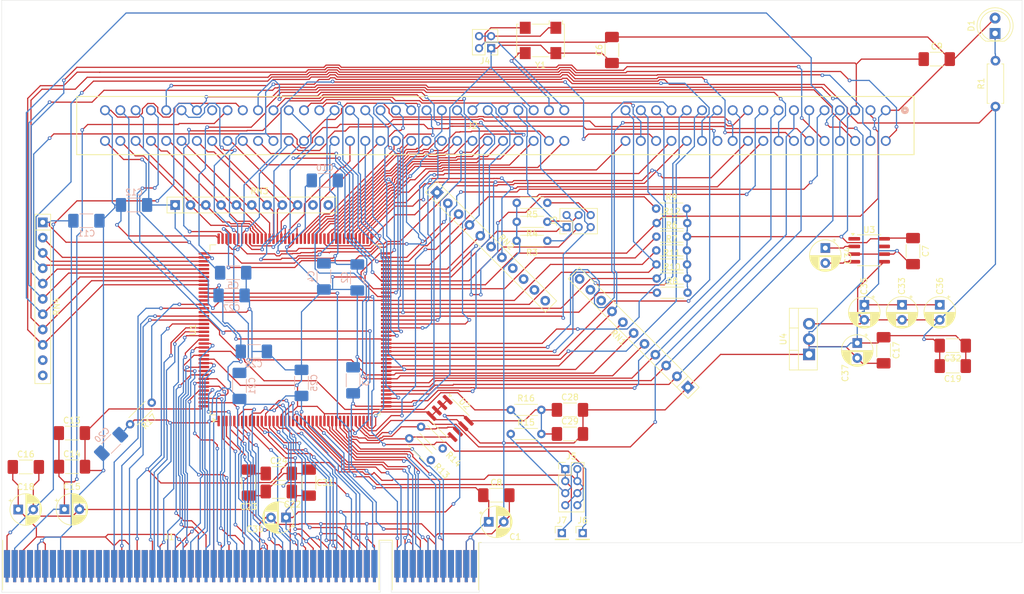
<source format=kicad_pcb>
(kicad_pcb (version 20241229) (generator "pcbnew") (generator_version "9.0")
  (layers (0 "F.Cu" signal) (2 "B.Cu" signal) (13 "F.Paste" user) (15 "B.Paste" user) (5 "F.SilkS" user "F.Silkscreen") (7 "B.SilkS" user "B.Silkscreen") (1 "F.Mask" user) (3 "B.Mask" user) (25 "Edge.Cuts" user))
  (net 0 "")
  (net 1 "GND")
  (net 2 "+3.3V")
  (net 3 "SCL")
  (net 4 "SDA")
  (net 9 "+5V")
  (net 19 "-12V")
  (net 20 "unconnected-(J1-PME#-PadA19)")
  (net 30 "+12V")
  (net 32 "OSC")
  (net 33 "Net-(J4-Pin_3)")
  (net 36 "Net-(D1-K)")
  (net 37 "-5V")
  (net 38 "Net-(U3-CAP+)")
  (net 39 "SBHE#")
  (net 40 "AD23")
  (net 41 "SA8")
  (net 42 "IRQ6")
  (net 43 "IRDY#")
  (net 44 "SA19")
  (net 45 "SA4")
  (net 46 "SA1")
  (net 47 "AD24")
  (net 48 "DRQ6")
  (net 49 "AD25")
  (net 50 "IRQ12")
  (net 51 "DACK2#")
  (net 52 "MEMCS16#")
  (net 53 "BCLK")
  (net 54 "DACK5#")
  (net 55 "PCIRST#")
  (net 56 "DRQ3")
  (net 57 "SA12")
  (net 58 "IRQ4")
  (net 59 "MEMW#")
  (net 60 "C{slash}BE0#")
  (net 61 "AD28")
  (net 62 "IRQ14{slash}ROMCS#")
  (net 63 "IGNT#")
  (net 64 "RSTDRV")
  (net 65 "NOGO{slash}CLKRUN#")
  (net 66 "SA5")
  (net 67 "AD13")
  (net 68 "SD8")
  (net 69 "AD22")
  (net 70 "REFRESH#")
  (net 71 "SD7")
  (net 72 "IOCHCK#")
  (net 73 "IRQ3")
  (net 74 "AD15")
  (net 75 "STOP#")
  (net 76 "DRQ2")
  (net 77 "DACK3#")
  (net 78 "AD31")
  (net 79 "IOW#")
  (net 80 "LA20")
  (net 81 "LOCK#")
  (net 82 "IRQ15")
  (net 83 "SD1")
  (net 84 "AD14")
  (net 85 "AD17")
  (net 86 "AD2")
  (net 87 "IOR#")
  (net 88 "PCICLK")
  (net 89 "SD0")
  (net 90 "SA3")
  (net 91 "AD10")
  (net 92 "AD19")
  (net 93 "DEVSEL#")
  (net 94 "SA15")
  (net 95 "LA22")
  (net 96 "TC")
  (net 97 "SA6")
  (net 98 "SD10")
  (net 99 "FRAME#")
  (net 100 "SA10")
  (net 101 "AD16")
  (net 102 "SMEMW#")
  (net 103 "SD3")
  (net 104 "AD1")
  (net 105 "PERR#")
  (net 106 "SD9")
  (net 107 "AD3")
  (net 108 "BALE")
  (net 109 "PAR")
  (net 110 "AD0")
  (net 111 "AD9")
  (net 112 "TRDY#")
  (net 113 "SMEMR#")
  (net 114 "IDSEL")
  (net 115 "AD11")
  (net 116 "DRQ5")
  (net 117 "NOWS#")
  (net 118 "SD12")
  (net 119 "SA9")
  (net 120 "DRQ1")
  (net 121 "SA2")
  (net 122 "AD18")
  (net 123 "SA14")
  (net 124 "LA21")
  (net 125 "AD29")
  (net 126 "IRQ9")
  (net 127 "SD13")
  (net 128 "SD11")
  (net 129 "SERR#")
  (net 130 "AD4")
  (net 131 "AD7")
  (net 132 "SD4")
  (net 133 "SA13")
  (net 134 "SD6")
  (net 135 "IRQ10")
  (net 136 "IOCHRDY")
  (net 137 "SA11")
  (net 138 "SERIRQ")
  (net 139 "DACK1#")
  (net 140 "LA23")
  (net 141 "SD14")
  (net 142 "DRQ0")
  (net 143 "DACK0#")
  (net 144 "MASTER#")
  (net 145 "DRQ7")
  (net 146 "AD27")
  (net 147 "SA18")
  (net 148 "AEN")
  (net 149 "AD12")
  (net 150 "SD15")
  (net 151 "AD20")
  (net 152 "Net-(U3-CAP-)")
  (net 153 "AD8")
  (net 154 "C{slash}BE2#")
  (net 155 "SA16")
  (net 156 "AD26")
  (net 157 "AD5")
  (net 158 "IRQ7")
  (net 159 "C{slash}BE1#")
  (net 160 "SA7")
  (net 161 "MEMR#")
  (net 162 "SD2")
  (net 163 "AD6")
  (net 164 "IRQ5")
  (net 165 "DACK6#")
  (net 166 "IREQ#")
  (net 167 "SA0")
  (net 168 "AD21")
  (net 169 "IRQ11")
  (net 170 "IOCS16#")
  (net 171 "SD5")
  (net 172 "AD30")
  (net 173 "C{slash}BE3#")
  (net 174 "SA17")
  (net 175 "DACK7#")
  (net 176 "Net-(J3-Pin_6)")
  (net 177 "Net-(J3-Pin_4)")
  (net 178 "Net-(J3-Pin_2)")
  (net 190 "MB_PPDREQ#")
  (net 191 "MB_PPDGNT#")
  (footprint "Capacitor_SMD:C_1808_4520Metric_Pad1.72x2.30mm_HandSolder" (layer "F.Cu") (at 181.4025 54.2476 90)
    (property "Reference" "C6")
    (property "Value" "100nF")
  )
  (footprint "LED_THT:LED_D5.0mm" (layer "F.Cu") (at 244.98 51.49 90)
    (property "Reference" "D1")
    (property "Value" "-5V")
  )
  (footprint "Package_QFP:PQFP-160_28x28mm_P0.65mm" (layer "F.Cu") (at 128.829 100.67 90)
    (property "Reference" "U1")
    (property "Value" "~" (hide yes))
  )
  (footprint "Resistor_THT:R_Axial_DIN0204_L3.6mm_D1.6mm_P5.08mm_Horizontal" (layer "F.Cu") (at 188.8265 92.1593)
    (property "Reference" "R10")
    (property "Value" "R330")
  )
  (footprint "Capacitor_SMD:C_1808_4520Metric_Pad1.72x2.30mm_HandSolder" (layer "F.Cu") (at 174.44 113.95)
    (property "Reference" "C28")
    (property "Value" "100nF")
  )
  (footprint "Connector_PinHeader_2.00mm:PinHeader_2x02_P2.00mm_Vertical" (layer "F.Cu") (at 161.36 53.9451 180)
    (property "Reference" "J4")
    (property "Value" "Crystal J4")
  )
  (footprint "Resistor_THT:R_Axial_DIN0204_L3.6mm_D1.6mm_P5.08mm_Horizontal" (layer "F.Cu") (at 149.7319 116.761 -45)
    (property "Reference" "R14")
    (property "Value" "R4.7K")
  )
  (footprint "Capacitor_THT:CP_Radial_D5.0mm_P2.50mm" (layer "F.Cu") (at 216.8108 87.0952 -90)
    (property "Reference" "C34")
    (property "Value" "150uF")
  )
  (footprint "Connector_PinHeader_2.00mm:PinHeader_2x03_P2.00mm_Vertical" (layer "F.Cu") (at 173.8797 83.6297 90)
    (property "Reference" "J3")
    (property "Value" "AEN/BALE/TC J3")
  )
  (footprint "Oscillator:Oscillator_SMD_IQD_IQXO70-4Pin_7.5x5.0mm" (layer "F.Cu") (at 169.56 52.6551 180)
    (property "Reference" "Y1")
    (property "Value" "CFPS-72")
  )
  (footprint "Capacitor_THT:CP_Radial_D5.0mm_P2.50mm" (layer "F.Cu") (at 223.28 96.5149 -90)
    (property "Reference" "C35")
    (property "Value" "150uF")
  )
  (footprint "Package_SO:SOIC-8_3.9x4.9mm_P1.27mm" (layer "F.Cu") (at 154.55 115.36 -45)
    (property "Reference" "U2")
    (property "Value" "SMROM-AT24CS02")
  )
  (footprint "Capacitor_THT:CP_Radial_D5.0mm_P2.50mm" (layer "F.Cu") (at 235.8 96.5149 -90)
    (property "Reference" "C36")
    (property "Value" "33uF")
  )
  (footprint "Resistor_THT:R_Array_SIP11" (layer "F.Cu") (at 193.9963 110.1863 135)
    (property "Reference" "RN1")
    (property "Value" "R_Net_10_10k")
  )
  (footprint "Resistor_THT:R_Array_SIP11" (layer "F.Cu") (at 152.3797 77.8797 -45)
    (property "Reference" "RN2")
    (property "Value" "R_Net_10_4k7")
  )
  (footprint "Capacitor_SMD:C_1808_4520Metric_Pad1.72x2.30mm_HandSolder" (layer "F.Cu") (at 226.48 104.06 -90)
    (property "Reference" "C17")
    (property "Value" "100nF")
  )
  (footprint "Connector_PinHeader_2.00mm:PinHeader_1x01_P2.00mm_Vertical" (layer "F.Cu") (at 176.55 134.39)
    (property "Reference" "J6")
    (property "Value" "PPDGNT# Motherboard Redirect")
  )
  (footprint "Resistor_THT:R_Axial_DIN0204_L3.6mm_D1.6mm_P5.08mm_Horizontal" (layer "F.Cu") (at 170.6897 79.5997 180)
    (property "Reference" "R5")
    (property "Value" "R4.7K")
  )
  (footprint "Capacitor_SMD:C_1808_4520Metric_Pad1.72x2.30mm_HandSolder" (layer "F.Cu") (at 231.36 87.61 -90)
    (property "Reference" "C7")
    (property "Value" "100nF")
  )
  (footprint "Resistor_THT:R_Axial_DIN0204_L3.6mm_D1.6mm_P5.08mm_Horizontal" (layer "F.Cu") (at 170.6897 82.7497 180)
    (property "Reference" "R4")
    (property "Value" "R4.7K")
  )
  (footprint "Capacitor_THT:CP_Radial_D5.0mm_P2.50mm" (layer "F.Cu") (at 160.9649 132.52)
    (property "Reference" "C1")
    (property "Value" "100uF")
  )
  (footprint "Capacitor_SMD:C_1808_4520Metric_Pad1.72x2.30mm_HandSolder" (layer "F.Cu") (at 235.3 55.75)
    (property "Reference" "C9")
    (property "Value" "100nF")
  )
  (footprint "Capacitor_SMD:C_1808_4520Metric_Pad1.72x2.30mm_HandSolder" (layer "F.Cu") (at 126.13 124.51)
    (property "Reference" "C24")
    (property "Value" "100nF")
  )
  (footprint "Capacitor_SMD:C_1808_4520Metric_Pad1.72x2.30mm_HandSolder" (layer "F.Cu") (at 162.22 128.11)
    (property "Reference" "C8")
    (property "Value" "100nF")
  )
  (footprint "Resistor_THT:R_Axial_DIN0207_L6.3mm_D2.5mm_P7.62mm_Horizontal" (layer "F.Cu") (at 245.04 63.63 90)
    (property "Reference" "R1")
    (property "Value" "330")
  )
  (footprint "Capacitor_THT:CP_Radial_D5.0mm_P2.50mm" (layer "F.Cu") (at 127.3351 131.81 180)
    (property "Reference" "C30")
    (property "Value" "100uF")
  )
  (footprint "Capacitor_SMD:C_1808_4520Metric_Pad1.72x2.30mm_HandSolder" (layer "F.Cu") (at 237.9525 106.68 180)
    (property "Reference" "C19")
    (property "Value" "100nF")
  )
  (footprint "Capacitor_THT:CP_Radial_D5.0mm_P2.50mm" (layer "F.Cu") (at 90.5649 130.44)
    (property "Reference" "C15")
    (property "Value" "47uF")
  )
  (footprint "Capacitor_SMD:C_1808_4520Metric_Pad1.72x2.30mm_HandSolder" (layer "F.Cu") (at 237.9525 103.29 180)
    (property "Reference" "C32")
    (property "Value" "100nF")
  )
  (footprint "Capacitor_THT:CP_Radial_D5.0mm_P2.50mm" (layer "F.Cu") (at 229.54 96.5149 -90)
    (property "Reference" "C33")
    (property "Value" "100uF")
  )
  (footprint "Capacitor_SMD:C_1808_4520Metric_Pad1.72x2.30mm_HandSolder" (layer "F.Cu") (at 126.13 127.49 180)
    (property "Reference" "C22")
    (property "Value" "100nF")
  )
  (footprint "Capacitor_SMD:C_1808_4520Metric_Pad1.72x2.30mm_HandSolder" (layer "F.Cu") (at 131.14 126.02 90)
    (property "Reference" "C31")
    (property "Value" "100nF")
  )
  (footprint "Resistor_THT:R_Axial_DIN0204_L3.6mm_D1.6mm_P5.08mm_Horizontal" (layer "F.Cu") (at 188.7676 87.4948)
    (property "Reference" "R7")
    (property "Value" "R1K")
  )
  (footprint "Resistor_THT:R_Axial_DIN0204_L3.6mm_D1.6mm_P5.08mm_Horizontal" (layer "F.Cu") (at 147.7749 118.6897 -45)
    (property "Reference" "R13")
    (property "Value" "R4.7K")
  )
  (footprint "Resistor_THT:R_Axial_DIN0204_L3.6mm_D1.6mm_P5.08mm_Horizontal" (layer "F.Cu") (at 188.7358 80.5545)
    (property "Reference" "R9")
    (property "Value" "R330")
  )
  (footprint "ISA8888:CONN_EBC49_SUL_Fixed" (layer "F.Cu") (at 226.84 64.24)
    (property "Reference" "J2")
    (property "Value" "Bus_ISA_16bit")
  )
  (footprint "Resistor_THT:R_Array_SIP11" (layer "F.Cu") (at 86.97 82.84 -90)
    (property "Reference" "RN4")
    (property "Value" "R_Net_10_10k")
  )
  (footprint "Connector_PinHeader_2.00mm:PinHeader_2x04_P2.00mm_Vertical" (layer "F.Cu") (at 173.67 123.77)
    (property "Reference" "J5")
    (property "Value" "PCI Jumpers")
  )
  (footprint "Capacitor_SMD:C_1808_4520Metric_Pad1.72x2.30mm_HandSolder" (layer "F.Cu") (at 84.16 123.42)
    (property "Reference" "C16")
    (property "Value" "100nF")
  )
  (footprint "Connector_PCBEdge:BUS_PCI" (layer "F.Cu") (at 119.77 140.83)
    (property "Reference" "J1")
    (property "Value" "Bus_PCI_32bit_Universal")
  )
  (footprint "Capacitor_THT:CP_Radial_D5.0mm_P2.50mm" (layer "F.Cu") (at 222.11 102.8549 -90)
    (property "Reference" "C37")
    (property "Value" "33uF")
  )
  (footprint "Capacitor_SMD:C_1808_4520Metric_Pad1.72x2.30mm_HandSolder" (layer "F.Cu") (at 121.13 126.02 -90)
    (property "Reference" "C23")
    (property "Value" "100nF")
  )
  (footprint "Resistor_THT:R_Array_SIP11" (layer "F.Cu") (at 108.94 79.96)
    (property "Reference" "RN3")
    (property "Value" "R_Net_10_10k")
  )
  (footprint "Resistor_THT:R_Axial_DIN0204_L3.6mm_D1.6mm_P5.08mm_Horizontal" (layer "F.Cu") (at 188.8289 82.9505)
    (property "Reference" "R12")
    (property "Value" "R330")
  )
  (footprint "Resistor_THT:R_Axial_DIN0204_L3.6mm_D1.6mm_P5.08mm_Horizontal" (layer "F.Cu") (at 105.05 112.75 -135)
    (property "Reference" "R17")
    (property "Value" "R50K")
  )
  (footprint "Connector_PinHeader_2.00mm:PinHeader_1x01_P2.00mm_Vertical" (layer "F.Cu") (at 173.1 134.39)
    (property "Reference" "J7")
    (property "Value" "PPDREQ# Motherboard Redirect")
  )
  (footprint "Package_TO_SOT_THT:TO-220-3_Vertical" (layer "F.Cu") (at 214.11 104.75 90)
    (property "Reference" "U4")
    (property "Value" "LM7905_TO220")
  )
  (footprint "Resistor_THT:R_Axial_DIN0204_L3.6mm_D1.6mm_P5.08mm_Horizontal" (layer "F.Cu") (at 164.62 117.95)
    (property "Reference" "R15")
    (property "Value" "R50K")
  )
  (footprint "Capacitor_THT:CP_Radial_D5.0mm_P2.50mm" (layer "F.Cu") (at 82.9005 130.48)
    (property "Reference" "C18")
    (property "Value" "47uF")
  )
  (footprint "Resistor_THT:R_Axial_DIN0204_L3.6mm_D1.6mm_P5.08mm_Horizontal" (layer "F.Cu") (at 164.62 113.95)
    (property "Reference" "R16")
    (property "Value" "R50K")
  )
  (footprint "Resistor_THT:R_Axial_DIN0204_L3.6mm_D1.6mm_P5.08mm_Horizontal" (layer "F.Cu") (at 188.79 89.82)
    (property "Reference" "R11")
    (property "Value" "R330")
  )
  (footprint "Capacitor_SMD:C_1808_4520Metric_Pad1.72x2.30mm_HandSolder" (layer "F.Cu") (at 174.44 117.95)
    (property "Reference" "C29")
    (property "Value" "100nF")
  )
  (footprint "Resistor_THT:R_Axial_DIN0204_L3.6mm_D1.6mm_P5.08mm_Horizontal" (layer "F.Cu") (at 188.7876 85.212)
    (property "Reference" "R6")
    (property "Value" "R4.7K")
  )
  (footprint "Capacitor_SMD:C_1808_4520Metric_Pad1.72x2.30mm_HandSolder" (layer "F.Cu") (at 91.8172 123.38)
    (property "Reference" "C14")
    (property "Value" "100nF")
  )
  (footprint "Resistor_THT:R_Axial_DIN0204_L3.6mm_D1.6mm_P5.08mm_Horizontal" (layer "F.Cu") (at 188.8701 94.5058)
    (property "Reference" "R8")
    (property "Value" "R1K")
  )
  (footprint "Capacitor_SMD:C_1808_4520Metric_Pad1.72x2.30mm_HandSolder" (layer "F.Cu") (at 91.7972 117.8)
    (property "Reference" "C13")
    (property "Value" "100nF")
  )
  (footprint "Resistor_THT:R_Axial_DIN0204_L3.6mm_D1.6mm_P5.08mm_Horizontal" (layer "F.Cu") (at 170.6897 85.8997 180)
    (property "Reference" "R3")
    (property "Value" "R4.7K")
  )
  (footprint "Package_SO:SOIC-8_3.9x4.9mm_P1.27mm" (layer "F.Cu") (at 224.0854 87.47)
    (property "Reference" "U3")
    (property "Value" "~")
  )
  (footprint "Capacitor_SMD:C_1808_4520Metric_Pad1.72x2.30mm_HandSolder" (layer "B.Cu") (at 133.77 75.88 180)
    (property "Reference" "C10")
    (property "Value" "100nF")
  )
  (footprint "Capacitor_SMD:C_1808_4520Metric_Pad1.72x2.30mm_HandSolder" (layer "B.Cu") (at 129.8967 109.4735 90)
    (property "Reference" "C25")
    (property "Value" "100nF")
  )
  (footprint "Capacitor_SMD:C_1808_4520Metric_Pad1.72x2.30mm_HandSolder" (layer "B.Cu") (at 94.21 82.57)
    (property "Reference" "C11")
    (property "Value" "100nF")
  )
  (footprint "Capacitor_SMD:C_1808_4520Metric_Pad1.72x2.30mm_HandSolder" (layer "B.Cu") (at 121.9983 104.2621)
    (property "Reference" "C26")
    (property "Value" "100nF")
  )
  (footprint "Capacitor_SMD:C_1808_4520Metric_Pad1.72x2.30mm_HandSolder" (layer "B.Cu") (at 98.3 119.6 -135)
    (property "Reference" "C20")
    (property "Value" "100nF")
  )
  (footprint "Capacitor_SMD:C_1808_4520Metric_Pad1.72x2.30mm_HandSolder" (layer "B.Cu") (at 118.5618 91.1948)
    (property "Reference" "C5")
    (property "Value" "100nF")
  )
  (footprint "Capacitor_SMD:C_1808_4520Metric_Pad1.72x2.30mm_HandSolder" (layer "B.Cu") (at 139.1598 91.9797 -90)
    (property "Reference" "C2")
    (property "Value" "100nF")
  )
  (footprint "Capacitor_SMD:C_1808_4520Metric_Pad1.72x2.30mm_HandSolder" (layer "B.Cu") (at 138.4598 109.0421 90)
    (property "Reference" "C3")
    (property "Value" "100nF")
  )
  (footprint "Capacitor_SMD:C_1808_4520Metric_Pad1.72x2.30mm_HandSolder" (layer "B.Cu") (at 118.2966 94.9601)
    (property "Reference" "C27")
    (property "Value" "100nF")
  )
  (footprint "Capacitor_SMD:C_1808_4520Metric_Pad1.72x2.30mm_HandSolder" (layer "B.Cu") (at 119.6083 109.9755 90)
    (property "Reference" "C21")
    (property "Value" "100nF")
  )
  (footprint "Capacitor_SMD:C_1808_4520Metric_Pad1.72x2.30mm_HandSolder" (layer "B.Cu") (at 102.11 79.95 180)
    (property "Reference" "C12")
    (property "Value" "100nF")
  )
  (footprint "Capacitor_SMD:C_1808_4520Metric_Pad1.72x2.30mm_HandSolder" (layer "B.Cu") (at 133.6161 91.81 -90)
    (property "Reference" "C4")
    (property "Value" "100nF")
  )
  (gr_line (start 249.45 136) (end 249.45 45.975) (stroke (width 0.05)) (layer "Edge.Cuts"))
  (gr_line (start 144.8 135.95) (end 143 135.95) (stroke (width 0.05)) (layer "Edge.Cuts"))
  (gr_line (start 159.4 144.2) (end 144.8 144.2) (stroke (width 0.05)) (layer "Edge.Cuts"))
  (gr_line (start 159.4 136) (end 249.45 136) (stroke (width 0.05)) (layer "Edge.Cuts"))
  (gr_line (start 249.45 45.97) (end 80.15 45.97) (stroke (width 0.05)) (layer "Edge.Cuts"))
  (gr_line (start 143 135.95) (end 143 144.2) (stroke (width 0.05)) (layer "Edge.Cuts"))
  (gr_line (start 144.8 144.2) (end 144.8 135.95) (stroke (width 0.05)) (layer "Edge.Cuts"))
  (gr_line (start 80.15 45.97) (end 80.15 144.2) (stroke (width 0.05)) (layer "Edge.Cuts"))
  (gr_line (start 159.4 136) (end 159.4 144.2) (stroke (width 0.05)) (layer "Edge.Cuts"))
  (gr_line (start 143 144.2) (end 80.15 144.2) (stroke (width 0.05)) (layer "Edge.Cuts"))
  (segment (start 133.704 114.5883) (end 132.4895 113.3738) (width 0.2) (layer "F.Cu") (net 1))
  (segment (start 104.3986 63.1128) (end 105.387 63.1128) (width 0.2) (layer "F.Cu") (net 1))
  (segment (start 143.954 87.995) (end 144.7281 87.995) (width 0.2) (layer "F.Cu") (net 1))
  (segment (start 163.4611 119.4438) (end 159.5318 119.4438) (width 0.2) (layer "F.Cu") (net 1))
  (segment (start 119.0089 63.0889) (end 120.16 64.24) (width 0.2) (layer "F.Cu") (net 1))
  (segment (start 140.2 106.195) (end 143.954 106.195) (width 0.2) (layer "F.Cu") (net 1))
  (segment (start 93.9797 117.82) (end 93.9797 123.38) (width 0.2) (layer "F.Cu") (net 1))
  (segment (start 126.9475 124.51) (end 123.9675 127.49) (width 0.2) (layer "F.Cu") (net 1))
  (segment (start 125.9745 132.9494) (end 124.8351 131.81) (width 0.2) (layer "F.Cu") (net 1))
  (segment (start 142 139.5) (end 142 136.5) (width 0.2) (layer "F.Cu") (net 1))
  (segment (start 164.3825 128.11) (end 164.3825 131.6024) (width 0.2) (layer "F.Cu") (net 1))
  (segment (start 135.665 134.49) (end 133.11 134.49) (width 0.2) (layer "F.Cu") (net 1))
  (segment (start 160.36 52.9451) (end 159.36 53.9451) (width 0.2) (layer "F.Cu") (net 1))
  (segment (start 151.4529 114.9569) (end 152.3509 114.0589) (width 0.2) (layer "F.Cu") (net 1))
  (segment (start 228.7027 87.5427) (end 230.932499 89.772499) (width 0.2) (layer "F.Cu") (net 1))
  (segment (start 121.13 128.1825) (end 123.275 128.1825) (width 0.2) (layer "F.Cu") (net 1))
  (segment (start 152.16 136.3) (end 152.16 142.16) (width 0.2) (layer "F.Cu") (net 1))
  (segment (start 103.5072 64.707) (end 103.5072 64.0042) (width 0.2) (layer "F.Cu") (net 1))
  (segment (start 228.7027 87.5573) (end 228.155 88.105) (width 0.2) (layer "F.Cu") (net 1))
  (segment (start 116.154 85.545) (end 115.7001 85.0911) (width 0.2) (layer "F.Cu") (net 1))
  (segment (start 193.9963 110.1863) (end 190.2326 113.95) (width 0.2) (layer "F.Cu") (net 1))
  (segment (start 106.0472 64.4834) (end 106.931 65.3672) (width 0.2) (layer "F.Cu") (net 1))
  (segment (start 93.0649 130.44) (end 91.9232 131.5817) (width 0.2) (layer "F.Cu") (net 1))
  (segment (start 181.4025 52.0851) (end 180.5425 52.9451) (width 0.2) (layer "F.Cu") (net 1))
  (segment (start 130.4875 124.51) (end 128.2925 124.51) (width 0.2) (layer "F.Cu") (net 1))
  (segment (start 139.7821 91.9033) (end 139.7821 92.4002) (width 0.2) (layer "F.Cu") (net 1))
  (segment (start 233.7976 52.0851) (end 237.4625 55.75) (width 0.2) (layer "F.Cu") (net 1))
  (segment (start 142.5269 95.145) (end 143.954 95.145) (width 0.2) (layer "F.Cu") (net 1))
  (segment (start 128.504 85.545) (end 128.504 86.3604) (width 0.2) (layer "F.Cu") (net 1))
  (segment (start 225.5226 102.8549) (end 226.48 101.8975) (width 0.2) (layer "F.Cu") (net 1))
  (segment (start 127.204 115.795) (end 127.204 114.9202) (width 0.2) (layer "F.Cu") (net 1))
  (segment (start 121.0922 130.4778) (end 121.13 130.44) (width 0.2) (layer "F.Cu") (net 1))
  (segment (start 124.8351 131.81) (end 123.9718 131.81) (width 0.2) (layer "F.Cu") (net 1))
  (segment (start 99.3731 65.3672) (end 102.847 65.3672) (width 0.2) (layer "F.Cu") (net 1))
  (segment (start 199.4326 104.75) (end 193.9963 110.1863) (width 0.2) (layer "F.Cu") (net 1))
  (segment (start 85.914 135.039) (end 85.914 133.4935) (width 0.2) (layer "F.Cu") (net 1))
  (segment (start 103.5072 64.0042) (end 104.3986 63.1128) (width 0.2) (layer "F.Cu") (net 1))
  (segment (start 98.82 136.498357) (end 97.360643 135.039) (width 0.2) (layer "F.Cu") (net 1))
  (segment (start 223.28 96.5149) (end 229.54 96.5149) (width 0.2) (layer "F.Cu") (net 1))
  (segment (start 240.115 106.68) (end 240.115 103.29) (width 0.2) (layer "F.Cu") (net 1))
  (segment (start 122.95 139.5) (end 122.95 137.226927) (width 0.2) (layer "F.Cu") (net 1))
  (segment (start 141.5207 114.5883) (end 133.704 114.5883) (width 0.2) (layer "F.Cu") (net 1))
  (segment (start 139.7821 91.9033) (end 135.0623 91.9033) (width 0.2) (layer "F.Cu") (net 1))
  (segment (start 128.3241 114.2889) (end 129.2392 113.3738) (width 0.2) (layer "F.Cu") (net 1))
  (segment (start 144.3409 75.7045) (end 144.0508 75.7045) (width 0.2) (layer "F.Cu") (net 1))
  (segment (start 214.11 104.75) (end 199.4326 104.75) (width 0.2) (layer "F.Cu") (net 1))
  (segment (start 161.4698 134.5151) (end 152.5149 134.5151) (width 0.2) (layer "F.Cu") (net 1))
  (segment (start 141.6061 114.6737) (end 141.5207 114.5883) (width 0.2) (layer "F.Cu") (net 1))
  (segment (start 128.03 139.5) (end 128.03 132.9494) (width 0.2) (layer "F.Cu") (net 1))
  (segment (start 106.0472 63.773) (end 106.0472 64.4834) (width 0.2) (layer "F.Cu") (net 1))
  (segment (start 167.02 50.5551) (end 161.3151 50.5551) (width 0.2) (layer "F.Cu") (net 1))
  (segment (start 81.9975 125.5675) (end 82.9005 126.4705) (width 0.2) (layer "F.Cu") (net 1))
  (segment (start 93.1027 130.4778) (end 115.33 130.4778) (width 0.2) (layer "F.Cu") (net 1))
  (segment (start 150.89 135.03) (end 152.16 136.3) (width 0.2) (layer "F.Cu") (net 1))
  (segment (start 100.59 135.6) (end 99.718357 135.6) (width 0.2) (layer "F.Cu") (net 1))
  (segment (start 123.275 128.1825) (end 123.9675 127.49) (width 0.2) (layer "F.Cu") (net 1))
  (segment (start 98.246 64.24) (end 98.246 64.2401) (width 0.2) (layer "F.Cu") (net 1))
  (segment (start 230.932499 89.772499) (end 231.359999 89.772499) (width 0.2) (layer "F.Cu") (net 1))
  (segment (start 107.71 134.6165) (end 97.783143 134.6165) (width 0.2) (layer "F.Cu") (net 1))
  (segment (start 115.33 142.16) (end 115.33 139.5) (width 0.2) (layer "F.Cu") (net 1))
  (segment (start 142.8848 87.995) (end 139.7821 91.0977) (width 0.2) (layer "F.Cu") (net 1))
  (segment (start 164.3825 131.6024) (end 163.4649 132.52) (width 0.2) (layer "F.Cu") (net 1))
  (segment (start 98.82 139.5) (end 98.82 142.16) (width 0.2) (layer "F.Cu") (net 1))
  (segment (start 108.8716 64.4705) (end 108.8716 63.7743) (width 0.2) (layer "F.Cu") (net 1))
  (segment (start 105.387 63.1128) (end 106.0472 63.773) (width 0.2) (layer "F.Cu") (net 1))
  (segment (start 152.16 135.2013) (end 149.8176 132.8589) (width 0.2) (layer "F.Cu") (net 1))
  (segment (start 122.95 139.5) (end 122.95 136.9133) (width 0.2) (layer "F.Cu") (net 1))
  (segment (start 152.5149 134.5151) (end 152.16 134.87) (width 0.2) (layer "F.Cu") (net 1))
  (segment (start 152.0703 115.5743) (end 151.4529 114.9569) (width 0.2) (layer "F.Cu") (net 1))
  (segment (start 221.6104 88.105) (end 226.5604 88.105) (width 0.2) (layer "F.Cu") (net 1))
  (segment (start 81.9975 123.42) (end 81.9975 125.5675) (width 0.2) (layer "F.Cu") (net 1))
  (segment (start 97.360643 135.039) (end 85.914 135.039) (width 0.2) (layer "F.Cu") (net 1))
  (segment (start 84.0022 131.5817) (end 82.9005 130.48) (width 0.2) (layer "F.Cu") (net 1))
  (segment (start 238.18 55.75) (end 237.4625 55.75) (width 0.2) (layer "F.Cu") (net 1))
  (segment (start 127.8353 114.2889) (end 128.3241 114.2889) (width 0.2) (layer "F.Cu") (net 1))
  (segment (start 93.9597 117.8) (end 93.9797 117.82) (width 0.2) (layer "F.Cu") (net 1))
  (segment (start 150.7951 114.2991) (end 141.9807 114.2991) (width 0.2) (layer "F.Cu") (net 1))
  (segment (start 107.71 134.6165) (end 107.71 135.47) (width 0.2) (layer "F.Cu") (net 1))
  (segment (start 127.204 114.9202) (end 127.8353 114.2889) (width 0.2) (layer "F.Cu") (net 1))
  (segment (start 122.95 137.226927) (end 123.55 136.626927) (width 0.2) (layer "F.Cu") (net 1))
  (segment (start 115.33 139.5) (end 115.33 136.9133) (width 0.2) (layer "F.Cu") (net 1))
  (segment (start 129.2392 110.0037) (end 129.1161 109.8806) (width 0.2) (layer "F.Cu") (net 1))
  (segment (start 123.9718 131.81) (end 123.2359 132.5459) (width 0.2) (layer "F.Cu") (net 1))
  (segment (start 94.6097 124.01) (end 93.9797 123.38) (width 0.2) (layer "F.Cu") (net 1))
  (segment (start 108.778828 134.6165) (end 107.71 134.6165) (width 0.2) (layer "F.Cu") (net 1))
  (segment (start 240.115 103.29) (end 238.4576 101.6326) (width 0.2) (layer "F.Cu") (net 1))
  (segment (start 228.9725 64.24) (end 226.84 64.24) (width 0.2) (layer "F.Cu") (net 1))
  (segment (start 123.2359 132.5459) (end 121.13 130.44) (width 0.2) (layer "F.Cu") (net 1))
  (segment (start 128.03 132.9494) (end 125.9745 132.9494) (width 0.2) (layer "F.Cu") (net 1))
  (segment (start 131.14 123.8575) (end 130.4875 124.51) (width 0.2) (layer "F.Cu") (net 1))
  (segment (start 144.7281 87.995) (end 145.3006 87.4225) (width 0.2) (layer "F.Cu") (net 1))
  (segment (start 154.1469 112.2629) (end 153.2489 113.1609) (width 0.2) (layer "F.Cu") (net 1))
  (segment (start 176.6025 117.95) (end 176.6025 113.95) (width 0.2) (layer "F.Cu") (net 1))
  (segment (start 222.11 102.8549) (end 225.5226 102.8549) (width 0.2) (layer "F.Cu") (net 1))
  (segment (start 151.4529 114.9569) (end 150.7951 114.2991) (width 0.2) (layer "F.Cu") (net 1))
  (segment (start 83.57 137.383) (end 83.57 139.5) (width 0.2) (layer "F.Cu") (net 1))
  (segment (start 138.19 139.5) (end 138.19 137.015) (width 0.2) (layer "F.Cu") (net 1))
  (segment (start 155.6623 115.5743) (end 152.0703 115.5743) (width 0.2) (layer "F.Cu") (net 1))
  (segment (start 235.8 96.5149) (end 229.54 96.5149) (width 0.2) (layer "F.Cu") (net 1))
  (segment (start 141.6061 115.6929) (end 141.504 115.795) (width 0.2) (layer "F.Cu") (net 1))
  (segment (start 99.718357 135.6) (end 98.82 136.498357) (width 0.2) (layer "F.Cu") (net 1))
  (segment (start 107.71 139.5) (end 107.71 135.47) (width 0.2) (layer "F.Cu") (net 1))
  (segment (start 190.2326 113.95) (end 176.6025 113.95) (width 0.2) (layer "F.Cu") (net 1))
  (segment (start 115.409 105.545) (end 119.7446 109.8806) (width 0.2) (layer "F.Cu") (net 1))
  (segment (start 106.931 65.3672) (end 107.9749 65.3672) (width 0.2) (layer "F.Cu") (net 1))
  (segment (start 85.914 133.4935) (end 84.0022 131.5817) (width 0.2) (layer "F.Cu") (net 1))
  (segment (start 175.1087 119.4438) (end 176.6025 117.95) (width 0.2) (layer "F.Cu") (net 1))
  (segment (start 129.2392 113.3738) (end 129.2392 110.0037) (width 0.2) (layer "F.Cu") (net 1))
  (segment (start 91.9232 131.5817) (end 84.0022 131.5817) (width 0.2) (layer "F.Cu") (net 1))
  (segment (start 123.2359 132.5459) (end 122.95 132.8318) (width 0.2) (layer "F.Cu") (net 1))
  (segment (start 153.2489 113.1609) (end 152.3509 114.0589) (width 0.2) (layer "F.Cu") (net 1))
  (segment (start 115.33 130.4778) (end 121.0922 130.4778) (width 0.2) (layer "F.Cu") (net 1))
  (segment (start 144.0508 75.7045) (end 135.004 84.7513) (width 0.2) (layer "F.Cu") (net 1))
  (segment (start 152.16 134.87) (end 152.16 135.2013) (width 0.2) (layer "F.Cu") (net 1))
  (segment (start 238.4576 101.6326) (end 226.7449 101.6326) (width 0.2) (layer "F.Cu") (net 1))
  (segment (start 228.155 88.105) (end 226.5604 88.105) (width 0.2) (layer "F.Cu") (net 1))
  (segment (start 122.95 142.16) (end 122.95 139.5) (width 0.2) (layer "F.Cu") (net 1))
  (segment (start 135.004 84.7513) (end 135.004 85.545) (width 0.2) (layer "F.Cu") (net 1))
  (segment (start 115.33 130.4778) (end 115.33 136.9133) (width 0.2) (layer "F.Cu") (net 1))
  (segment (start 97.783143 134.6165) (end 97.360643 135.039) (width 0.2) (layer "F.Cu") (net 1))
  (segment (start 132.4895 113.3738) (end 129.2392 113.3738) (width 0.2) (layer "F.Cu") (net 1))
  (segment (start 113.2498 113.7992) (end 97.9605 113.7992) (width 0.2) (layer "F.Cu") (net 1))
  (segment (start 142 136.5) (end 140.73 135.23) (width 0.2) (layer "F.Cu") (net 1))
  (segment (start 163.4649 132.52) (end 161.4698 134.5151) (width 0.2) (layer "F.Cu") (net 1))
  (segment (start 93.0649 130.44) (end 93.1027 130.4778) (width 0.2) (layer "F.Cu") (net 1))
  (segment (start 163.4649 119.44) (end 163.4611 119.4438) (width 0.2) (layer "F.Cu") (net 1))
  (segment (start 133.704 115.795) (end 133.704 114.5883) (width 0.2) (layer "F.Cu") (net 1))
  (segment (start 97.04 124.01) (end 94.6097 124.01) (width 0.2) (layer "F.Cu") (net 1))
  (segment (start 127.9044 86.96) (end 127.467 86.96) (width 0.2) (layer "F.Cu") (net 1))
  (segment (start 228.7027 87.5427) (end 228.7027 87.5573) (width 0.2) (layer "F.Cu") (net 1))
  (segment (start 181.4025 52.0851) (end 233.7976 52.0851) (width 0.2) (layer "F.Cu") (net 1))
  (segment (start 141.9807 114.2991) (end 141.6061 114.6737) (width 0.2) (layer "F.Cu") (net 1))
  (segment (start 231.359999 89.772499) (end 231.36 89.7725) (width 0.2) (layer "F.Cu") (net 1))
  (segment (start 152.16 139.5) (end 152.16 136.9133) (width 0.2) (layer "F.Cu") (net 1))
  (segment (start 115.7001 85.0911) (end 101.116 85.0911) (width 0.2) (layer "F.Cu") (net 1))
  (segment (start 143.954 87.995) (end 142.8848 87.995) (width 0.2) (layer "F.Cu") (net 1))
  (segment (start 138.19 137.015) (end 135.665 134.49) (width 0.2) (layer "F.Cu") (net 1))
  (segment (start 159.5318 119.4438) (end 155.6623 115.5743) (width 0.2) (layer "F.Cu") (net 1))
  (segment (start 226.7449 101.6326) (end 226.48 101.8975) (width 0.2) (layer "F.Cu") (net 1))
  (segment (start 101.116 85.0911) (end 99.2783 83.2534) (width 0.2) (layer "F.Cu") (net 1))
  (segment (start 107.9749 65.3672) (end 108.8716 64.4705) (width 0.2) (layer "F.Cu") (net 1))
  (segment (start 122.95 132.8318) (end 122.95 136.9133) (width 0.2) (layer "F.Cu") (net 1))
  (segment (start 109.58 135.417672) (end 108.778828 134.6165) (width 0.2) (layer "F.Cu") (net 1))
  (segment (start 237.4625 55.75) (end 228.9725 64.24) (width 0.2) (layer "F.Cu") (net 1))
  (segment (start 102.847 65.3672) (end 103.5072 64.707) (width 0.2) (layer "F.Cu") (net 1))
  (segment (start 121.13 130.44) (end 121.13 128.1825) (width 0.2) (layer "F.Cu") (net 1))
  (segment (start 152.16 135.2013) (end 152.16 136.9133) (width 0.2) (layer "F.Cu") (net 1))
  (segment (start 129.5278 132.8589) (end 129.4373 132.9494) (width 0.2) (layer "F.Cu") (net 1))
  (segment (start 107.71 139.5) (end 107.71 142.16) (width 0.2) (layer "F.Cu") (net 1))
  (segment (start 161.3151 50.5551) (end 160.36 51.5102) (width 0.2) (layer "F.Cu") (net 1))
  (segment (start 98.82 136.498357) (end 98.82 139.5) (width 0.2) (layer "F.Cu") (net 1))
  (segment (start 152.16 139.5) (end 152.16 142.16) (width 0.2) (layer "F.Cu") (net 1))
  (segment (start 139.7821 92.4002) (end 142.5269 95.145) (width 0.2) (layer "F.Cu") (net 1))
  (segment (start 139.7821 91.0977) (end 139.7821 91.9033) (width 0.2) (layer "F.Cu") (net 1))
  (segment (start 101.36 139.5) (end 101.36 136.37) (width 0.2) (layer "F.Cu") (net 1))
  (segment (start 108.8716 63.7743) (end 109.557 63.0889) (width 0.2) (layer "F.Cu") (net 1))
  (segment (start 128.03 142.16) (end 128.03 139.5) (width 0.2) (layer "F.Cu") (net 1))
  (segment (start 139.1598 105.1548) (end 140.2 106.195) (width 0.2) (layer "F.Cu") (net 1))
  (segment (start 83.57 139.5) (end 83.57 142.16) (width 0.2) (layer "F.Cu") (net 1))
  (segment (start 97.9605 113.7992) (end 93.9597 117.8) (width 0.2) (layer "F.Cu") (net 1))
  (segment (start 160.36 51.5102) (end 160.36 52.9451) (width 0.2) (layer "F.Cu") (net 1))
  (segment (start 163.4687 119.4438) (end 175.1087 119.4438) (width 0.2) (layer "F.Cu") (net 1))
  (segment (start 82.9005 126.4705) (end 82.9005 130.48) (width 0.2) (layer "F.Cu") (net 1))
  (segment (start 163.4649 119.44) (end 163.4687 119.4438) (width 0.2) (layer "F.Cu") (net 1))
  (segment (start 140.73 132.8589) (end 129.5278 132.8589) (width 0.2) (layer "F.Cu") (net 1))
  (segment (start 101.36 136.37) (end 100.59 135.6) (width 0.2) (layer "F.Cu") (net 1))
  (segment (start 119.7446 109.8806) (end 129.1161 109.8806) (width 0.2) (layer "F.Cu") (net 1))
  (segment (start 109.557 63.0889) (end 119.0089 63.0889) (width 0.2) (layer "F.Cu") (net 1))
  (segment (start 141.6061 114.6737) (end 141.6061 115.6929) (width 0.2) (layer "F.Cu") (net 1))
  (segment (start 180.5425 52.9451) (end 160.36 52.9451) (width 0.2) (layer "F.Cu") (net 1))
  (segment (start 113.704 97.745) (end 120.7449 97.745) (width 0.2) (layer "F.Cu") (net 1))
  (segment (start 97.3 64.24) (end 98.246 64.24) (width 0.2) (layer "F.Cu") (net 1))
  (segment (start 128.2925 124.51) (end 126.9475 124.51) (width 0.2) (layer "F.Cu") (net 1))
  (segment (start 98.246 64.2401) (end 99.3731 65.3672) (width 0.2) (layer "F.Cu") (net 1))
  (segment (start 101.36 139.5) (end 101.36 142.16) (width 0.2) (layer "F.Cu") (net 1))
  (segment (start 149.8176 132.8589) (end 140.73 132.8589) (width 0.2) (layer "F.Cu") (net 1))
  (segment (start 85.914 135.039) (end 83.57 137.383) (width 0.2) (layer "F.Cu") (net 1))
  (segment (start 113.704 105.545) (end 115.409 105.545) (width 0.2) (layer "F.Cu") (net 1))
  (segment (start 128.504 86.3604) (end 127.9044 86.96) (width 0.2) (layer "F.Cu") (net 1))
  (segment (start 120.7449 97.745) (end 121.2715 97.2184) (width 0.2) (layer "F.Cu") (net 1))
  (segment (start 113.704 113.345) (end 113.2498 113.7992) (width 0.2) (layer "F.Cu") (net 1))
  (segment (start 129.4373 132.9494) (end 128.03 132.9494) (width 0.2) (layer "F.Cu") (net 1))
  (segment (start 244.98 48.95) (end 238.18 55.75) (width 0.2) (layer "F.Cu") (net 1))
  (via (at 228.7027 87.5427) (size 0.6) (drill 0.3) (layers "F.Cu" "B.Cu") (net 1))
  (via (at 163.4649 119.44) (size 0.6) (drill 0.3) (layers "F.Cu" "B.Cu") (net 1))
  (via (at 133.11 134.49) (size 0.6) (drill 0.3) (layers "F.Cu" "B.Cu") (net 1))
  (via (at 140.73 132.8589) (size 0.6) (drill 0.3) (layers "F.Cu" "B.Cu") (net 1))
  (via (at 139.1598 105.1548) (size 0.6) (drill 0.3) (layers "F.Cu" "B.Cu") (net 1))
  (via (at 140.73 135.23) (size 0.6) (drill 0.3) (layers "F.Cu" "B.Cu") (net 1))
  (via (at 109.58 135.417672) (size 0.6) (drill 0.3) (layers "F.Cu" "B.Cu") (net 1))
  (via (at 127.467 86.96) (size 0.6) (drill 0.3) (layers "F.Cu" "B.Cu") (net 1))
  (via (at 129.1161 109.8806) (size 0.6) (drill 0.3) (layers "F.Cu" "B.Cu") (net 1))
  (via (at 121.2715 97.2184) (size 0.6) (drill 0.3) (layers "F.Cu" "B.Cu") (net 1))
  (via (at 123.55 136.626927) (size 0.6) (drill 0.3) (layers "F.Cu" "B.Cu") (net 1))
  (via (at 145.3006 87.4225) (size 0.6) (drill 0.3) (layers "F.Cu" "B.Cu") (net 1))
  (via (at 133.11 132.8787) (size 0.6) (drill 0.3) (layers "F.Cu" "B.Cu") (net 1))
  (via (at 97.04 124.01) (size 0.6) (drill 0.3) (layers "F.Cu" "B.Cu") (net 1))
  (via (at 135.0623 91.9033) (size 0.6) (drill 0.3) (layers "F.Cu" "B.Cu") (net 1))
  (via (at 144.3409 75.7045) (size 0.6) (drill 0.3) (layers "F.Cu" "B.Cu") (net 1))
  (via (at 99.2783 83.2534) (size 0.6) (drill 0.3) (layers "F.Cu" "B.Cu") (net 1))
  (via (at 150.89 135.03) (size 0.6) (drill 0.3) (layers "F.Cu" "B.Cu") (net 1))
  (segment (start 130.53 83.897) (end 130.53 76.9575) (width 0.2) (layer "B.Cu") (net 1))
  (segment (start 133.11 134.49) (end 133.11 139.5) (width 0.2) (layer "B.Cu") (net 1))
  (segment (start 130.53 76.9575) (end 131.6075 75.88) (width 0.2) (layer "B.Cu") (net 1))
  (segment (start 99.9475 82.5842) (end 99.9475 79.95) (width 0.2) (layer "B.Cu") (net 1))
  (segment (start 222.11 98.5112) (end 223.0046 97.6166) (width 0.2) (layer "B.Cu") (net 1))
  (segment (start 97.04 124.01) (end 97.04 120.86) (width 0.2) (layer "B.Cu") (net 1))
  (segment (start 220.3674 103.4958) (end 214.11 103.4958) (width 0.2) (layer "B.Cu") (net 1))
  (segment (start 93.0649 127.9851) (end 93.0649 130.44) (width 0.2) (layer "B.Cu") (net 1))
  (segment (start 129.1161 109.8806) (end 129.8967 109.1) (width 0.2) (layer "B.Cu") (net 1))
  (segment (start 135.0623 93.9725) (end 138.9901 93.9725) (width 0.2) (layer "B.Cu") (net 1))
  (segment (start 135.0623 93.9725) (end 135.0623 91.9033) (width 0.2) (layer "B.Cu") (net 1))
  (segment (start 120.4591 94.9601) (end 120.7243 94.6949) (width 0.2) (layer "B.Cu") (net 1))
  (segment (start 162.4979 52.9451) (end 160.36 52.9451) (width 0.2) (layer "B.Cu") (net 1))
  (segment (start 160.36 52.9451) (end 159.36 53.9451) (width 0.2) (layer "B.Cu") (net 1))
  (segment (start 163.4649 119.5744) (end 163.4649 90.3813) (width 0.2) (layer "B.Cu") (net 1))
  (segment (start 150.89 139.5) (end 150.89 142.16) (width 0.2) (layer "B.Cu") (net 1))
  (segment (start 228.7027 87.5427) (end 225.6494 87.5427) (width 0.2) (layer "B.Cu") (net 1))
  (segment (start 126.76 135.89) (end 125.4957 134.6257) (width 0.2) (layer "B.Cu") (net 1))
  (segment (start 133.11 132.8787) (end 133.11 134.49) (width 0.2) (layer "B.Cu") (net 1))
  (segment (start 165.6097 85.7998) (end 165.6097 84.3247) (width 0.2) (layer "B.Cu") (net 1))
  (segment (start 223.28 96.5149) (end 223.28 95.4132) (width 0.2) (layer "B.Cu") (net 1))
  (segment (start 163.4687 119.4438) (end 163.4649 119.44) (width 0.2) (layer "B.Cu") (net 1))
  (segment (start 126.76 139.5) (end 126.76 135.89) (width 0.2) (layer "B.Cu") (net 1))
  (segment (start 133.6161 93.9725) (end 135.0623 93.9725) (width 0.2) (layer "B.Cu") (net 1))
  (segment (start 129.8967 109.1) (end 129.8967 107.311) (width 0.2) (layer "B.Cu") (net 1))
  (segment (start 163.4649 90.3813) (end 166.0939 87.7523) (width 0.2) (layer "B.Cu") (net 1))
  (segment (start 97.0412 82.8403) (end 96.7709 82.57) (width 0.2) (layer "B.Cu") (net 1))
  (segment (start 125.4957 134.6257) (end 125.4957 132.4706) (width 0.2) (layer "B.Cu") (net 1))
  (segment (start 173.5 64.24) (end 173.5 63.9472) (width 0.2) (layer "B.Cu") (net 1))
  (segment (start 121.6821 105.9078) (end 121.6821 104.2621) (width 0.2) (layer "B.Cu") (net 1))
  (segment (start 110.25 139.5) (end 110.25 142.16) (width 0.2) (layer "B.Cu") (net 1))
  (segment (start 127.2097 107.311) (end 129.8967 107.311) (width 0.2) (layer "B.Cu") (net 1))
  (segment (start 165.6097 79.5997) (end 165.6097 82.7497) (width 0.2) (layer "B.Cu") (net 1))
  (segment (start 98.5064 65.4464) (end 97.3 64.24) (width 0.2) (layer "B.Cu") (net 1))
  (segment (start 121.6821 104.2621) (end 121.6821 97.629) (width 0.2) (layer "B.Cu") (net 1))
  (segment (start 102.63 139.5) (end 102.63 142.16) (width 0.2) (layer "B.Cu") (net 1))
  (segment (start 125.4957 132.4706) (end 124.8351 131.81) (width 0.2) (layer "B.Cu") (net 1))
  (segment (start 120.4591 94.9601) (end 121.2715 95.7725) (width 0.2) (layer "B.Cu") (net 1))
  (segment (start 145.3006 87.4225) (end 145.3006 76.6642) (width 0.2) (layer "B.Cu") (net 1))
  (segment (start 96.7709 82.57) (end 98.9137 80.4272) (width 0.2) (layer "B.Cu") (net 1))
  (segment (start 117.87 142.16) (end 117.87 139.5) (width 0.2) (layer "B.Cu") (net 1))
  (segment (start 127.467 87.8234) (end 133.6161 93.9725) (width 0.2) (layer "B.Cu") (net 1))
  (segment (start 123.55 136.626927) (end 124.22 137.296927) (width 0.2) (layer "B.Cu") (net 1))
  (segment (start 120.7243 94.6949) (end 120.7243 91.1948) (width 0.2) (layer "B.Cu") (net 1))
  (segment (start 98.9137 80.4272) (end 98.9137 79.95) (width 0.2) (layer "B.Cu") (net 1))
  (segment (start 225.6494 93.0438) (end 225.6494 87.5427) (width 0.2) (layer "B.Cu") (net 1))
  (segment (start 99.2783 83.2534) (end 99.9475 82.5842) (width 0.2) (layer "B.Cu") (net 1))
  (segment (start 127.467 86.96) (end 130.53 83.897) (width 0.2) (layer "B.Cu") (net 1))
  (segment (start 165.6097 85.8997) (end 165.6097 84.3247) (width 0.2) (layer "B.Cu") (net 1))
  (segment (start 124.22 137.296927) (end 124.22 139.5) (width 0.2) (layer "B.Cu") (net 1))
  (segment (start 140.73 135.23) (end 140.73 132.8589) (width 0.2) (layer "B.Cu") (net 1))
  (segment (start 129.8967 97.6919) (end 129.8967 107.311) (width 0.2) (layer "B.Cu") (net 1))
  (segment (start 97.04 124.01) (end 93.0649 127.9851) (width 0.2) (layer "B.Cu") (net 1))
  (segment (start 133.11 139.5) (end 133.11 142.16) (width 0.2) (layer "B.Cu") (net 1))
  (segment (start 121.6821 104.2621) (end 124.1608 104.2621) (width 0.2) (layer "B.Cu") (net 1))
  (segment (start 97.0412 120.8588) (end 97.0412 82.8403) (width 0.2) (layer "B.Cu") (net 1))
  (segment (start 163.4649 132.52) (end 163.4649 119.5744) (width 0.2) (layer "B.Cu") (net 1))
  (segment (start 150.89 135.03) (end 150.89 142.16) (width 0.2) (layer "B.Cu") (net 1))
  (segment (start 126.76 140.7933) (end 126.76 142.0867) (width 0.2) (layer "B.Cu") (net 1))
  (segment (start 97.04 120.86) (end 97.0412 120.8588) (width 0.2) (layer "B.Cu") (net 1))
  (segment (start 166.0939 86.284) (end 165.6097 85.7998) (width 0.2) (layer "B.Cu") (net 1))
  (segment (start 223.28 96.5149) (end 223.28 97.6166) (width 0.2) (layer "B.Cu") (net 1))
  (segment (start 96.3725 82.57) (end 96.7709 82.57) (width 0.2) (layer "B.Cu") (net 1))
  (segment (start 166.0939 87.7523) (end 166.0939 86.284) (width 0.2) (layer "B.Cu") (net 1))
  (segment (start 223.28 95.4132) (end 225.6494 93.0438) (width 0.2) (layer "B.Cu") (net 1))
  (segment (start 98.9137 79.95) (end 98.5064 79.5427) (width 0.2) (layer "B.Cu") (net 1))
  (segment (start 133.6161 93.9725) (end 129.8967 97.6919) (width 0.2) (layer "B.Cu") (net 1))
  (segment (start 126.76 140.7933) (end 126.76 139.5) (width 0.2) (layer "B.Cu") (net 1))
  (segment (start 138.9901 93.9725) (end 139.1598 94.1422) (width 0.2) (layer "B.Cu") (net 1))
  (segment (start 163.5955 119.4438) (end 163.4687 119.4438) (width 0.2) (layer "B.Cu") (net 1))
  (segment (start 109.58 135.417672) (end 110.25 136.087672) (width 0.2) (layer "B.Cu") (net 1))
  (segment (start 124.22 142.16) (end 124.22 139.5) (width 0.2) (layer "B.Cu") (net 1))
  (segment (start 110.25 136.087672) (end 110.25 139.5) (width 0.2) (layer "B.Cu") (net 1))
  (segment (start 127.467 86.96) (end 127.467 87.8234) (width 0.2) (layer "B.Cu") (net 1))
  (segment (start 139.1598 106.1796) (end 139.1598 105.1548) (width 0.2) (layer "B.Cu") (net 1))
  (segment (start 119.6083 107.813) (end 119.7769 107.813) (width 0.2) (layer "B.Cu") (net 1))
  (segment (start 225.6494 65.4306) (end 226.84 64.24) (width 0.2) (layer "B.Cu") (net 1))
  (segment (start 222.11 102.8549) (end 222.11 98.5112) (width 0.2) (layer "B.Cu") (net 1))
  (segment (start 223.0046 97.6166) (end 223.28 97.6166) (width 0.2) (layer "B.Cu") (net 1))
  (segment (start 98.5064 79.5427) (end 98.5064 65.4464) (width 0.2) (layer "B.Cu") (net 1))
  (segment (start 119.7769 107.813) (end 121.6821 105.9078) (width 0.2) (layer "B.Cu") (net 1))
  (segment (start 140.73 139.5) (end 140.73 135.23) (width 0.2) (layer "B.Cu") (net 1))
  (segment (start 221.0083 102.8549) (end 220.3674 103.4958) (width 0.2) (layer "B.Cu") (net 1))
  (segment (start 121.6821 97.629) (end 121.2715 97.2184) (width 0.2) (layer "B.Cu") (net 1))
  (segment (start 222.11 102.8549) (end 221.0083 102.8549) (width 0.2) (layer "B.Cu") (net 1))
  (segment (start 121.2715 95.7725) (end 121.2715 97.2184) (width 0.2) (layer "B.Cu") (net 1))
  (segment (start 173.5 63.9472) (end 162.4979 52.9451) (width 0.2) (layer "B.Cu") (net 1))
  (segment (start 139.1598 105.1548) (end 139.1598 94.1422) (width 0.2) (layer "B.Cu") (net 1))
  (segment (start 225.6494 87.5427) (end 225.6494 65.4306) (width 0.2) (layer "B.Cu") (net 1))
  (segment (start 145.3006 76.6642) (end 144.3409 75.7045) (width 0.2) (layer "B.Cu") (net 1))
  (segment (start 98.9137 79.95) (end 99.9475 79.95) (width 0.2) (layer "B.Cu") (net 1))
  (segment (start 165.6097 84.3247) (end 165.6097 82.7497) (width 0.2) (layer "B.Cu") (net 1))
  (segment (start 214.11 104.75) (end 214.11 103.4958) (width 0.2) (layer "B.Cu") (net 1))
  (segment (start 124.1608 104.2621) (end 127.2097 107.311) (width 0.2) (layer "B.Cu") (net 1))
  (segment (start 138.4598 106.8796) (end 139.1598 106.1796) (width 0.2) (layer "B.Cu") (net 1))
  (segment (start 129.9107 114.2667) (end 129.804 114.3734) (width 0.2) (layer "F.Cu") (net 2))
  (segment (start 128.839407 134.529845) (end 129.456545 134.529845) (width 0.2) (layer "F.Cu") (net 2))
  (segment (start 131.84 142.16) (end 131.84 139.5) (width 0.2) (layer "F.Cu") (net 2))
  (segment (start 169.7 113.95) (end 168.6983 113.95) (width 0.2) (layer "F.Cu") (net 2))
  (segment (start 122.875 124.51) (end 123.9675 124.51) (width 0.2) (layer "F.Cu") (net 2))
  (segment (start 116.0715 115.8775) (end 116.154 115.795) (width 0.2) (layer "F.Cu") (net 2))
  (segment (start 125.49 139.5) (end 125.49 142.16) (width 0.2) (layer "F.Cu") (net 2))
  (segment (start 121.7825 124.51) (end 122.875 124.51) (width 0.2) (layer "F.Cu") (net 2))
  (segment (start 121.4758 124.9153) (end 121.4443 124.9468) (width 0.2) (layer "F.Cu") (net 2))
  (segment (start 127.3351 131.81) (end 128.4368 131.81) (width 0.2) (layer "F.Cu") (net 2))
  (segment (start 169.7 113.95) (end 172.2775 113.95) (width 0.2) (layer "F.Cu") (net 2))
  (segment (start 147.7068 134.5668) (end 138.3477 134.5668) (width 0.2) (layer "F.Cu") (net 2))
  (segment (start 121.13 123.8575) (end 121.7825 124.51) (width 0.2) (layer "F.Cu") (net 2))
  (segment (start 134.38 139.5) (end 134.38 142.16) (width 0.2) (layer "F.Cu") (net 2))
  (segment (start 156.79 114.906) (end 153.6407 114.906) (width 0.2) (layer "F.Cu") (net 2))
  (segment (start 115.686 93.845) (end 113.704 93.845) (width 0.2) (layer "F.Cu") (net 2))
  (segment (start 127.3351 131.81) (end 127.3351 130.7083) (width 0.2) (layer "F.Cu") (net 2))
  (segment (start 120.4612 125.4459) (end 120.274 125.4459) (width 0.2) (layer "F.Cu") (net 2))
  (segment (start 130.68335 135.75665) (end 131.84 136.9133) (width 0.2) (layer "F.Cu") (net 2))
  (segment (start 131.14 128.1825) (end 128.985 128.1825) (width 0.2) (layer "F.Cu") (net 2))
  (segment (start 147.701162 135.670943) (end 148.35 136.319781) (width 0.2) (layer "F.Cu") (net 2))
  (segment (start 102.1663 115.6338) (end 102.1663 115.6337) (width 0.2) (layer "F.Cu") (net 2))
  (segment (start 128.4368 131.81) (end 129.3682 130.8786) (width 0.2) (layer "F.Cu") (net 2))
  (segment (start 153.7914 130.8786) (end 136.4174 130.8786) (width 0.2) (layer "F.Cu") (net 2))
  (segment (start 107.6338 115.6338) (end 102.1663 115.6338) (width 0.2) (layer "F.Cu") (net 2))
  (segment (start 148.35 135.21) (end 147.7068 134.5668) (width 0.2) (layer "F.Cu") (net 2))
  (segment (start 122.875 124.51) (end 121.7627 124.51) (width 0.2) (layer "F.Cu") (net 2))
  (segment (start 138.3477 134.5668) (end 137.2488 133.4679) (width 0.2) (layer "F.Cu") (net 2))
  (segment (start 119.14 139.5) (end 119.14 142.16) (width 0.2) (layer "F.Cu") (net 2))
  (segment (start 121.4443 124.9468) (end 121.1031 124.9468) (width 0.2) (layer "F.Cu") (net 2))
  (segment (start 121.4758 124.7969) (end 121.4758 124.9153) (width 0.2) (layer "F.Cu") (net 2))
  (segment (start 116.2332 93.2978) (end 115.686 93.845) (width 0.2) (layer "F.Cu") (net 2))
  (segment (start 118.1428 104.245) (end 119.8358 105.938) (width 0.2) (layer "F.Cu") (net 2))
  (segment (start 129.3682 130.8786) (end 136.4174 130.8786) (width 0.2) (layer "F.Cu") (net 2))
  (segment (start 168.6983 113.95) (end 166.8852 115.7631) (width 0.2) (layer "F.Cu") (net 2))
  (segment (start 108.0995 116.0995) (end 114.3566 116.0995) (width 0.2) (layer "F.Cu") (net 2))
  (segment (start 134.38 139.5) (end 134.38 137) (width 0.2) (layer "F.Cu") (net 2))
  (segment (start 121.7627 124.51) (end 121.4758 124.7969) (width 0.2) (layer "F.Cu") (net 2))
  (segment (start 113.704 104.245) (end 118.1428 104.245) (width 0.2) (layer "F.Cu") (net 2))
  (segment (start 108.0995 116.0995) (end 107.6338 115.6338) (width 0.2) (layer "F.Cu") (net 2))
  (segment (start 111.52 139.5) (end 111.52 142.16) (width 0.2) (layer "F.Cu") (net 2))
  (segment (start 121.1031 124.9468) (end 120.604 125.4459) (width 0.2) (layer "F.Cu") (net 2))
  (segment (start 134.38 137) (end 132.51 135.13) (width 0.2) (layer "F.Cu") (net 2))
  (segment (start 128.985 128.1825) (end 128.2925 127.49) (width 0.2) (layer "F.Cu") (net 2))
  (segment (start 166.8852 115.7631) (end 157.6471 115.7631) (width 0.2) (layer "F.Cu") (net 2))
  (segment (start 114.5786 115.8775) (end 116.0715 115.8775) (width 0.2) (layer "F.Cu") (net 2))
  (segment (start 127.3351 130.7083) (end 128.985 129.0584) (width 0.2) (layer "F.Cu") (net 2))
  (segment (start 157.6471 115.7631) (end 156.79 114.906) (width 0.2) (layer "F.Cu") (net 2))
  (segment (start 148.35 135.21) (end 148.35 139.5) (width 0.2) (layer "F.Cu") (net 2))
  (segment (start 101.4579 116.3421) (end 102.1663 115.6337) (width 0.2) (layer "F.Cu") (net 2))
  (segment (start 172.2775 117.95) (end 169.7 117.95) (width 0.2) (layer "F.Cu") (net 2))
  (segment (start 131.84 136.9133) (end 131.84 139.5) (width 0.2) (layer "F.Cu") (net 2))
  (segment (start 155.11 129.56) (end 153.7914 130.8786) (width 0.2) (layer "F.Cu") (net 2))
  (segment (start 129.456545 134.529845) (end 130.68335 135.75665) (width 0.2) (layer "F.Cu") (net 2))
  (segment (start 114.3566 116.0995) (end 114.5786 115.8775) (width 0.2) (layer "F.Cu") (net 2))
  (segment (start 128.985 129.0584) (end 128.985 128.1825) (width 0.2) (layer "F.Cu") (net 2))
  (segment (start 120.604 125.4459) (end 120.4612 125.4459) (width 0.2) (layer "F.Cu") (net 2))
  (segment (start 148.35 142.16) (end 148.35 139.5) (width 0.2) (layer "F.Cu") (net 2))
  (segment (start 129.804 114.3734) (end 129.804 115.795) (width 0.2) (layer "F.Cu") (net 2))
  (via (at 147.701162 135.670943) (size 0.6) (drill 0.3) (layers "F.Cu" "B.Cu") (net 2))
  (via (at 129.9107 114.2667) (size 0.6) (drill 0.3) (layers "F.Cu" "B.Cu") (net 2))
  (via (at 153.6407 114.906) (size 0.6) (drill 0.3) (layers "F.Cu" "B.Cu") (net 2))
  (via (at 130.68335 135.75665) (size 0.6) (drill 0.3) (layers "F.Cu" "B.Cu") (net 2))
  (via (at 108.0995 116.0995) (size 0.6) (drill 0.3) (layers "F.Cu" "B.Cu") (net 2))
  (via (at 136.4174 130.8786) (size 0.6) (drill 0.3) (layers "F.Cu" "B.Cu") (net 2))
  (via (at 132.51 135.13) (size 0.6) (drill 0.3) (layers "F.Cu" "B.Cu") (net 2))
  (via (at 155.11 129.56) (size 0.6) (drill 0.3) (layers "F.Cu" "B.Cu") (net 2))
  (via (at 137.2488 133.4679) (size 0.6) (drill 0.3) (layers "F.Cu" "B.Cu") (net 2))
  (via (at 119.8358 105.938) (size 0.6) (drill 0.3) (layers "F.Cu" "B.Cu") (net 2))
  (via (at 128.839407 134.529845) (size 0.6) (drill 0.3) (layers "F.Cu" "B.Cu") (net 2))
  (via (at 120.274 125.4459) (size 0.6) (drill 0.3) (layers "F.Cu" "B.Cu") (net 2))
  (via (at 116.2332 93.2978) (size 0.6) (drill 0.3) (layers "F.Cu" "B.Cu") (net 2))
  (via (at 114.5786 115.8775) (size 0.6) (drill 0.3) (layers "F.Cu" "B.Cu") (net 2))
  (segment (start 115.1485 111.9994) (end 115.3296 111.8183) (width 0.2) (layer "B.Cu") (net 2))
  (segment (start 100.7496 117.0505) (end 100.7496 117.0504) (width 0.2) (layer "B.Cu") (net 2))
  (segment (start 100.7496 117.1504) (end 100.7496 117.0505) (width 0.2) (layer "B.Cu") (net 2))
  (segment (start 120.5343 129.1261) (end 120.5343 134.5543) (width 0.2) (layer "B.Cu") (net 2))
  (segment (start 128.180445 134.529845) (end 127.3351 133.6845) (width 0.2) (layer "B.Cu") (net 2))
  (segment (start 106.4299 136.8923) (end 106.43 136.8923) (width 0.2) (layer "B.Cu") (net 2))
  (segment (start 120.5094 129.1012) (end 120.5343 129.1261) (width 0.2) (layer "B.Cu") (net 2))
  (segment (start 116.3204 110.8275) (end 116.8358 110.3121) (width 0.2) (layer "B.Cu") (net 2))
  (segment (start 106.43 136.8923) (end 106.43 139.5) (width 0.2) (layer "B.Cu") (net 2))
  (segment (start 114.5786 115.8775) (end 114.7132 115.7429) (width 0.2) (layer "B.Cu") (net 2))
  (segment (start 117.2157 99.6452) (end 116.8493 99.2788) (width 0.2) (layer "B.Cu") (net 2))
  (segment (start 121.68 139.5) (end 121.68 142.16) (width 0.2) (layer "B.Cu") (net 2))
  (segment (start 120.262 118.9213) (end 119.8739 119.3094) (width 0.2) (layer "B.Cu") (net 2))
  (segment (start 115.6053 111.1801) (end 115.9579 110.8275) (width 0.2) (layer "B.Cu") (net 2))
  (segment (start 120.262 113.4445) (end 120.262 118.9213) (width 0.2) (layer "B.Cu") (net 2))
  (segment (start 120.5884 113.1181) (end 120.262 113.4445) (width 0.2) (layer "B.Cu") (net 2))
  (segment (start 119.6083 112.138) (end 117.9069 110.4365) (width 0.2) (layer "B.Cu") (net 2))
  (segment (start 116.8493 95.6753) (end 116.2332 95.0592) (width 0.2) (layer "B.Cu") (net 2))
  (segment (start 127.3023 111.636) (end 125.9132 113.0251) (width 0.2) (layer "B.Cu") (net 2))
  (segment (start 101.4579 116.3421) (end 100.7496 117.0504) (width 0.2) (layer "B.Cu") (net 2))
  (segment (start 119.8358 105.938) (end 118.5993 105.938) (width 0.2) (layer "B.Cu") (net 2))
  (segment (start 128.839407 135.188807) (end 129.3 135.6494) (width 0.2) (layer "B.Cu") (net 2))
  (segment (start 99.8291 118.0709) (end 100.7496 117.1504) (width 0.2) (layer "B.Cu") (net 2))
  (segment (start 136.4174 130.8786) (end 137.2488 131.71) (width 0.2) (layer "B.Cu") (net 2))
  (segment (start 120.5343 134.5543) (end 121.68 135.7) (width 0.2) (layer "B.Cu") (net 2))
  (segment (start 117.2158 99.6452) (end 117.2157 99.6452) (width 0.2) (layer "B.Cu") (net 2))
  (segment (start 115.3296 111.7402) (end 115.6053 111.4645) (width 0.2) (layer "B.Cu") (net 2))
  (segment (start 126.7959 117.5794) (end 126.7959 114.0362) (width 0.2) (layer "B.Cu") (net 2))
  (segment (start 119.6083 112.138) (end 120.5884 113.1181) (width 0.2) (layer "B.Cu") (net 2))
  (segment (start 120.5094 129.1012) (end 120.5343 129.1261) (width 0.2) (layer "B.Cu") (net 2))
  (segment (start 127.3351 131.81) (end 127.3351 130.7083) (width 0.2) (layer "B.Cu") (net 2))
  (segment (start 132.51 135.13) (end 131.31 135.13) (width 0.2) (layer "B.Cu") (net 2))
  (segment (start 117.9503 109.1784) (end 118.1166 109.3447) (width 0.2) (layer "B.Cu") (net 2))
  (segment (start 117.5019 110.4366) (end 117.9068 110.4366) (width 0.2) (layer "B.Cu") (net 2))
  (segment (start 106.0613 124.6887) (end 106.0613 136.5237) (width 0.2) (layer "B.Cu") (net 2))
  (segment (start 128.1501 119.2475) (end 128.1429 119.2403) (width 0.2) (layer "B.Cu") (net 2))
  (segment (start 115.1485 112.8712) (end 115.1485 111.9994) (width 0.2) (layer "B.Cu") (net 2))
  (segment (start 114.7181 115.6052) (end 114.7181 114.8823) (width 0.2) (layer "B.Cu") (net 2))
  (segment (start 129.8967 111.636) (end 127.3023 111.636) (width 0.2) (layer "B.Cu") (net 2))
  (segment (start 156.1529 128.5171) (end 156.1529 117.4182) (width 0.2) (layer "B.Cu") (net 2))
  (segment (start 127.3351 133.6845) (end 127.3351 131.81) (width 0.2) (layer "B.Cu") (net 2))
  (segment (start 119.8739 125.0458) (end 120.274 125.4459) (width 0.2) (layer "B.Cu") (net 2))
  (segment (start 128.839407 134.529845) (end 128.180445 134.529845) (width 0.2) (layer "B.Cu") (net 2))
  (segment (start 115.3296 111.8183) (end 115.3296 111.7402) (width 0.2) (layer "B.Cu") (net 2))
  (segment (start 147.08 142.16) (end 147.08 139.5) (width 0.2) (layer "B.Cu") (net 2))
  (segment (start 117.9068 110.4366) (end 117.9069 110.4365) (width 0.2) (layer "B.Cu") (net 2))
  (segment (start 121.68 135.7) (end 121.68 139.5) (width 0.2) (layer "B.Cu") (net 2))
  (segment (start 114.7132 115.7429) (end 114.7132 115.6101) (width 0.2) (layer "B.Cu") (net 2))
  (segment (start 117.3324 99.5286) (end 117.2158 99.6452) (width 0.2) (layer "B.Cu") (net 2))
  (segment (start 127.5548 118.3383) (end 126.7959 117.5794) (width 0.2) (layer "B.Cu") (net 2))
  (segment (start 147.08 136.292105) (end 147.08 142.16) (width 0.2) (layer "B.Cu") (net 2))
  (segment (start 125.9132 113.1535) (end 125.9132 113.0251) (width 0.2) (layer "B.Cu") (net 2))
  (segment (start 117.9503 109.1784) (end 118.1166 109.3447) (width 0.2) (layer "B.Cu") (net 2))
  (segment (start 120.2604 121.131) (end 119.8739 121.5175) (width 0.2) (layer "B.Cu") (net 2))
  (segment (start 116.8493 95.6753) (end 116.1341 94.9601) (width 0.2) (layer "B.Cu") (net 2))
  (segment (start 136.92 139.5) (end 136.92 142.16) (width 0.2) (layer "B.Cu") (net 2))
  (segment (start 125.9132 113.0251) (end 120.6814 113.0251) (width 0.2) (layer "B.Cu") (net 2))
  (segment (start 114.06 139.5) (end 114.06 136.9133) (width 0.2) (layer "B.Cu") (net 2))
  (segment (start 114.7132 115.6101) (end 114.7181 115.6052) (width 0.2) (layer "B.Cu") (net 2))
  (segment (start 136.92 133.7967) (end 137.2488 133.4679) (width 0.2) (layer "B.Cu") (net 2))
  (segment (start 108.2496 122.5004) (end 106.0613 124.6887) (width 0.2) (layer "B.Cu") (net 2))
  (segment (start 155.11 129.56) (end 156.1529 128.5171) (width 0.2) (layer "B.Cu") (net 2))
  (segment (start 117.665 99.5286) (end 117.3324 99.5286) (width 0.2) (layer "B.Cu") (net 2))
  (segment (start 129.8967 111.636) (end 129.8967 114.2527) (width 0.2) (layer "B.Cu") (net 2))
  (segment (start 115.0808 112.9389) (end 115.1485 112.8712) (width 0.2) (layer "B.Cu") (net 2))
  (segment (start 118.1166 110.2268) (end 117.9069 110.4365) (width 0.2) (layer "B.Cu") (net 2))
  (segment (start 128.839407 134.529845) (end 128.839407 135.188807) (width 0.2) (layer "B.Cu") (net 2))
  (segment (start 114.6742 115.9731) (end 114.5786 115.8775) (width 0.2) (layer "B.Cu") (net 2))
  (segment (start 114.7181 114.8823) (end 115.0808 114.5196) (width 0.2) (layer "B.Cu") (net 2))
  (segment (start 127.5548 118.6523) (end 127.5548 118.3383) (width 0.2) (layer "B.Cu") (net 2))
  (segment (start 131.31 135.13) (end 130.68335 135.75665) (width 0.2) (layer "B.Cu") (net 2))
  (segment (start 114.06 142.16) (end 114.06 139.5) (width 0.2) (layer "B.Cu") (net 2))
  (segment (start 156.1529 117.4182) (end 153.6407 114.906) (width 0.2) (layer "B.Cu") (net 2))
  (segment (start 115.6053 111.4645) (end 115.6053 111.1801) (width 0.2) (layer "B.Cu") (net 2))
  (segment (start 119.8739 119.3094) (end 119.8739 119.8076) (width 0.2) (layer "B.Cu") (net 2))
  (segment (start 119.6695 101.5331) (end 117.665 99.5286) (width 0.2) (layer "B.Cu") (net 2))
  (segment (start 129.3 135.6494) (end 129.3 139.5) (width 0.2) (layer "B.Cu") (net 2))
  (segment (start 128.1429 119.2403) (end 128.1428 119.2403) (width 0.2) (layer "B.Cu") (net 2))
  (segment (start 137.2488 131.71) (end 137.2488 133.4679) (width 0.2) (layer "B.Cu") (net 2))
  (segment (start 119.8358 101.8859) (end 119.8358 104.2621) (width 0.2) (layer "B.Cu") (net 2))
  (segment (start 119.6695 101.7196) (end 119.8358 101.8859) (width 0.2) (layer "B.Cu") (net 2))
  (segment (start 116.8493 99.2788) (end 116.8493 95.6753) (width 0.2) (layer "B.Cu") (net 2))
  (segment (start 106.0613 136.5237) (end 106.4299 136.8923) (width 0.2) (layer "B.Cu") (net 2))
  (segment (start 118.1166 109.3447) (end 118.1166 110.2268) (width 0.2) (layer "B.Cu") (net 2))
  (segment (start 108.2496 116.2496) (end 108.2496 122.5004) (width 0.2) (layer "B.Cu") (net 2))
  (segment (start 129.8967 114.2527) (end 129.9107 114.2667) (width 0.2) (layer "B.Cu") (net 2))
  (segment (start 119.8358 105.938) (end 119.8358 104.2621) (width 0.2) (layer "B.Cu") (net 2))
  (segment (start 115.0808 114.5196) (end 115.0808 112.9389) (width 0.2) (layer "B.Cu") (net 2))
  (segment (start 119.6695 101.7196) (end 119.6695 101.5331) (width 0.2) (layer "B.Cu") (net 2))
  (segment (start 120.2604 120.1941) (end 120.2604 121.131) (width 0.2) (layer "B.Cu") (net 2))
  (segment (start 127.3351 130.7083) (end 128.1501 129.8933) (width 0.2) (layer "B.Cu") (net 2))
  (segment (start 119.8739 121.5175) (end 119.8739 125.0458) (width 0.2) (layer "B.Cu") (net 2))
  (segment (start 129.3 142.16) (end 129.3 139.5) (width 0.2) (layer "B.Cu") (net 2))
  (segment (start 116.8358 110.3121) (end 117.3774 110.3121) (width 0.2) (layer "B.Cu") (net 2))
  (segment (start 126.7959 114.0362) (end 125.9132 113.1535) (width 0.2) (layer "B.Cu") (net 2))
  (segment (start 120.274 128.8658) (end 120.5094 129.1012) (width 0.2) (layer "B.Cu") (net 2))
  (segment (start 169.7 113.95) (end 169.7 117.95) (width 0.2) (layer "B.Cu") (net 2))
  (segment (start 115.9579 110.8275) (end 116.3204 110.8275) (width 0.2) (layer "B.Cu") (net 2))
  (segment (start 117.3774 110.3121) (end 117.5019 110.4366) (width 0.2) (layer "B.Cu") (net 2))
  (segment (start 128.1501 129.8933) (end 128.1501 119.2475) (width 0.2) (layer "B.Cu") (net 2))
  (segment (start 136.92 139.5) (end 136.92 133.7967) (width 0.2) (layer "B.Cu") (net 2))
  (segment (start 117.7149 108.943) (end 117.9503 109.1784) (width 0.2) (layer "B.Cu") (net 2))
  (segment (start 114.6742 136.2991) (end 114.6742 115.9731) (width 0.2) (layer "B.Cu") (net 2))
  (segment (start 119.8739 119.8076) (end 120.2604 120.1941) (width 0.2) (layer "B.Cu") (net 2))
  (segment (start 108.0995 116.0995) (end 108.2496 116.2496) (width 0.2) (layer "B.Cu") (net 2))
  (segment (start 106.43 142.16) (end 106.43 139.5) (width 0.2) (layer "B.Cu") (net 2))
  (segment (start 120.6814 113.0251) (end 120.5884 113.1181) (width 0.2) (layer "B.Cu") (net 2))
  (segment (start 117.7149 106.8224) (end 117.7149 108.943) (width 0.2) (layer "B.Cu") (net 2))
  (segment (start 114.06 136.9133) (end 114.6742 136.2991) (width 0.2) (layer "B.Cu") (net 2))
  (segment (start 116.2332 95.0592) (end 116.2332 93.2978) (width 0.2) (layer "B.Cu") (net 2))
  (segment (start 147.701162 135.670943) (end 147.08 136.292105) (width 0.2) (layer "B.Cu") (net 2))
  (segment (start 118.5993 105.938) (end 117.7149 106.8224) (width 0.2) (layer "B.Cu") (net 2))
  (segment (start 120.274 125.4459) (end 120.274 128.8658) (width 0.2) (layer "B.Cu") (net 2))
  (segment (start 119.6695 101.7196) (end 119.8358 101.8859) (width 0.2) (layer "B.Cu") (net 2))
  (segment (start 128.1428 119.2403) (end 127.5548 118.6523) (width 0.2) (layer "B.Cu") (net 2))
  (segment (start 152.3495 116.944) (end 154.0474 116.944) (width 0.2) (layer "F.Cu") (net 3))
  (segment (start 142.8037 118.7811) (end 142.9666 118.6182) (width 0.2) (layer "F.Cu") (net 3))
  (segment (start 137.604 115.795) (end 137.604 117.0929) (width 0.2) (layer "F.Cu") (net 3))
  (segment (start 155.1225 116.8305) (end 155.8511 117.5591) (width 0.2) (layer "F.Cu") (net 3))
  (segment (start 140.4886 118.6182) (end 140.8869 119.0165) (width 0.2) (layer "F.Cu") (net 3))
  (segment (start 143.4213 118.3874) (end 143.4803 118.3284) (width 0.2) (layer "F.Cu") (net 3))
  (segment (start 154.1609 116.8305) (end 155.1225 116.8305) (width 0.2) (layer "F.Cu") (net 3))
  (segment (start 154.0474 116.944) (end 154.1609 116.8305) (width 0.2) (layer "F.Cu") (net 3))
  (segment (start 149.7319 116.761) (end 150.0812 117.1103) (width 0.2) (layer "F.Cu") (net 3))
  (segment (start 154.0474 116.944) (end 154.1609 116.8305) (width 0.2) (layer "F.Cu") (net 3))
  (segment (start 138.5254 118.4415) (end 139.1695 118.4415) (width 0.2) (layer "F.Cu") (net 3))
  (segment (start 142.5683 119.0165) (end 142.8037 118.7811) (width 0.2) (layer "F.Cu") (net 3))
  (segment (start 152.1832 117.1103) (end 152.3495 116.944) (width 0.2) (layer "F.Cu") (net 3))
  (segment (start 142.8037 118.7811) (end 142.9666 118.6182) (width 0.2) (layer "F.Cu") (net 3))
  (segment (start 139.3462 118.6182) (end 140.4886 118.6182) (width 0.2) (layer "F.Cu") (net 3))
  (segment (start 143.1905 118.6182) (end 143.4213 118.3874) (width 0.2) (layer "F.Cu") (net 3))
  (segment (start 146.4422 116.761) (end 149.7319 116.761) (width 0.2) (layer "F.Cu") (net 3))
  (segment (start 138.1728 117.6617) (end 138.1728 118.0889) (width 0.2) (layer "F.Cu") (net 3))
  (segment (start 144.8748 118.3284) (end 146.4422 116.761) (width 0.2) (layer "F.Cu") (net 3))
  (segment (start 139.1695 118.4415) (end 139.3462 118.6182) (width 0.2) (layer "F.Cu") (net 3))
  (segment (start 137.604 117.0929) (end 138.1728 117.6617) (width 0.2) (layer "F.Cu") (net 3))
  (segment (start 152.1832 117.1103) (end 152.3495 116.944) (width 0.2) (layer "F.Cu") (net 3))
  (segment (start 138.1728 118.0889) (end 138.5254 118.4415) (width 0.2) (layer "F.Cu") (net 3))
  (segment (start 143.4213 118.3874) (end 143.4803 118.3284) (width 0.2) (layer "F.Cu") (net 3))
  (segment (start 143.4803 118.3284) (end 144.8748 118.3284) (width 0.2) (layer "F.Cu") (net 3))
  (segment (start 150.0812 117.1103) (end 152.1832 117.1103) (width 0.2) (layer "F.Cu") (net 3))
  (segment (start 140.8869 119.0165) (end 142.5683 119.0165) (width 0.2) (layer "F.Cu") (net 3))
  (segment (start 142.9666 118.6182) (end 143.1905 118.6182) (width 0.2) (layer "F.Cu") (net 3))
  (segment (start 143.608 118.7687) (end 147.6959 118.7687) (width 0.2) (layer "F.Cu") (net 4))
  (segment (start 142.7346 119.4182) (end 142.97 119.1828) (width 0.2) (layer "F.Cu") (net 4))
  (segment (start 137.7711 117.8301) (end 137.7711 118.2552) (width 0.2) (layer "F.Cu") (net 4))
  (segment (start 138.3591 118.8432) (end 139.0032 118.8432) (width 0.2) (layer "F.Cu") (net 4))
  (segment (start 142.97 119.1828) (end 143.1329 119.0199) (width 0.2) (layer "F.Cu") (net 4))
  (segment (start 139.5782 119.4182) (end 142.7346 119.4182) (width 0.2) (layer "F.Cu") (net 4))
  (segment (start 143.5876 118.7891) (end 143.608 118.7687) (width 0.2) (layer "F.Cu") (net 4))
  (segment (start 143.3568 119.0199) (end 143.5876 118.7891) (width 0.2) (layer "F.Cu") (net 4))
  (segment (start 136.954 117.013) (end 137.7711 117.8301) (width 0.2) (layer "F.Cu") (net 4))
  (segment (start 136.954 115.795) (end 136.954 117.013) (width 0.2) (layer "F.Cu") (net 4))
  (segment (start 148.0075 118.4571) (end 147.7749 118.6897) (width 0.2) (layer "F.Cu") (net 4))
  (segment (start 137.7711 118.2552) (end 138.3591 118.8432) (width 0.2) (layer "F.Cu") (net 4))
  (segment (start 143.5876 118.7891) (end 143.608 118.7687) (width 0.2) (layer "F.Cu") (net 4))
  (segment (start 143.1329 119.0199) (end 143.3568 119.0199) (width 0.2) (layer "F.Cu") (net 4))
  (segment (start 147.6959 118.7687) (end 147.7749 118.6897) (width 0.2) (layer "F.Cu") (net 4))
  (segment (start 142.97 119.1828) (end 143.1329 119.0199) (width 0.2) (layer "F.Cu") (net 4))
  (segment (start 154.9531 118.4571) (end 148.0075 118.4571) (width 0.2) (layer "F.Cu") (net 4))
  (segment (start 139.0032 118.8432) (end 139.5782 119.4182) (width 0.2) (layer "F.Cu") (net 4))
  (segment (start 133.704 85.545) (end 133.704 86.3747) (width 0.2) (layer "F.Cu") (net 9))
  (segment (start 223.68 86.2) (end 224.315 85.565) (width 0.2) (layer "F.Cu") (net 9))
  (segment (start 172.1 54.7551) (end 170.8983 54.7551) (width 0.2) (layer "F.Cu") (net 9))
  (segment (start 172.1 54.7551) (end 173.3017 54.7551) (width 0.2) (layer "F.Cu") (net 9))
  (segment (start 162.3367 53.9451) (end 162.8284 53.4534) (width 0.2) (layer "F.Cu") (net 9))
  (segment (start 90.8233 86.1364) (end 111.2759 86.1364) (width 0.2) (layer "F.Cu") (net 9))
  (segment (start 162.8284 53.4534) (end 169.5966 53.4534) (width 0.2) (layer "F.Cu") (net 9))
  (segment (start 179.7475 54.7551) (end 173.3017 54.7551) (width 0.2) (layer "F.Cu") (net 9))
  (segment (start 86.81 135.64) (end 87.39 136.22) (width 0.2) (layer "F.Cu") (net 9))
  (segment (start 148.3605 113.345) (end 148.6778 113.0277) (width 0.2) (layer "F.Cu") (net 9))
  (segment (start 161.36 53.9451) (end 162.3367 53.9451) (width 0.2) (layer "F.Cu") (net 9))
  (segment (start 135.4966 88.4158) (end 135.1164 88.796) (width 0.2) (layer "F.Cu") (net 9))
  (segment (start 141.504 85.545) (end 145.4779 81.5711) (width 0.2) (layer "F.Cu") (net 9))
  (segment (start 138.9016 113.345) (end 143.954 113.345) (width 0.2) (layer "F.Cu") (net 9))
  (segment (start 118.3586 87.995) (end 113.704 87.995) (width 0.2) (layer "F.Cu") (net 9))
  (segment (start 221.9502 56.6003) (end 221.7548 56.4049) (width 0.2) (layer "F.Cu") (net 9))
  (segment (start 158.5 135.6851) (end 158.5 142.16) (width 0.2) (layer "F.Cu") (net 9))
  (segment (start 128.7381 89.5985) (end 119.9621 89.5985) (width 0.2) (layer "F.Cu") (net 9))
  (segment (start 87.39 139.5) (end 87.39 142.16) (width 0.2) (layer "F.Cu") (net 9))
  (segment (start 87.39 136.22) (end 87.39 139.5) (width 0.2) (layer "F.Cu") (net 9))
  (segment (start 221.76 64.24) (end 221.9502 64.0498) (width 0.2) (layer "F.Cu") (net 9))
  (segment (start 88.0717 83.3848) (end 90.8233 86.1364) (width 0.2) (layer "F.Cu") (net 9))
  (segment (start 88.0717 82.84) (end 88.0717 83.3848) (width 0.2) (layer "F.Cu") (net 9))
  (segment (start 138.4598 112.9032) (end 138.9016 113.345) (width 0.2) (layer "F.Cu") (net 9))
  (segment (start 141.9649 126.8571) (end 141.9649 126.8572) (width 0.2) (layer "F.Cu") (net 9))
  (segment (start 226.6779 85.4475) (end 231.36 85.4475) (width 0.2) (layer "F.Cu") (net 9))
  (segment (start 219.47 85.212) (end 220.458 86.2) (width 0.2) (layer "F.Cu") (net 9))
  (segment (start 86.81 135.64) (end 86.12 136.33) (width 0.2) (layer "F.Cu") (net 9))
  (segment (start 222.8005 55.75) (end 233.1375 55.75) (width 0.2) (layer "F.Cu") (net 9))
  (segment (start 160.9649 132.52) (end 160.9649 129.0174) (width 0.2) (layer "F.Cu") (net 9))
  (segment (start 219.47 85.212) (end 219.4684 85.212) (width 0.2) (layer "F.Cu") (net 9))
  (segment (start 157.24 139.5) (end 157.24 135.8051) (width 0.2) (layer "F.Cu") (net 9))
  (segment (start 157.93 135.1151) (end 158.5 135.6851) (width 0.2) (layer "F.Cu") (net 9))
  (segment (start 221.9502 64.0498) (end 221.9502 56.6003) (width 0.2) (layer "F.Cu") (net 9))
  (segment (start 193.8676 85.212) (end 219.47 85.212) (width 0.2) (layer "F.Cu") (net 9))
  (segment (start 226.5604 85.565) (end 226.6779 85.4475) (width 0.2) (layer "F.Cu") (net 9))
  (segment (start 152.3797 77.8797) (end 148.6883 81.5711) (width 0.2) (layer "F.Cu") (net 9))
  (segment (start 86.12 136.33) (end 86.12 139.5) (width 0.2) (layer "F.Cu") (net 9))
  (segment (start 133.704 86.3747) (end 134.0514 86.7221) (width 0.2) (layer "F.Cu") (net 9))
  (segment (start 148.6883 81.5711) (end 145.4779 81.5711) (width 0.2) (layer "F.Cu") (net 9))
  (segment (start 141.9649 126.8572) (end 158.8047 126.8572) (width 0.2) (layer "F.Cu") (net 9))
  (segment (start 141.504 86.3543) (end 141.504 85.545) (width 0.2) (layer "F.Cu") (net 9))
  (segment (start 158.8047 126.8572) (end 160.0575 128.11) (width 0.2) (layer "F.Cu") (net 9))
  (segment (start 221.9502 56.6003) (end 222.8005 55.75) (width 0.2) (layer "F.Cu") (net 9))
  (segment (start 181.4025 56.4101) (end 179.7475 54.7551) (width 0.2) (layer "F.Cu") (net 9))
  (segment (start 113.1345 87.995) (end 113.704 87.995) (width 0.2) (layer "F.Cu") (net 9))
  (segment (start 158.5 139.5) (end 158.5 142.16) (width 0.2) (layer "F.Cu") (net 9))
  (segment (start 141.1362 86.7221) (end 141.504 86.3543) (width 0.2) (layer "F.Cu") (net 9))
  (segment (start 224.315 85.565) (end 226.5604 85.565) (width 0.2) (layer "F.Cu") (net 9))
  (segment (start 160.9649 129.0174) (end 160.0575 128.11) (width 0.2) (layer "F.Cu") (net 9))
  (segment (start 169.5966 53.4534) (end 170.8983 54.7551) (width 0.2) (layer "F.Cu") (net 9))
  (segment (start 86.97 82.84) (end 88.0717 82.84) (width 0.2) (layer "F.Cu") (net 9))
  (segment (start 143.954 113.345) (end 148.3605 113.345) (width 0.2) (layer "F.Cu") (net 9))
  (segment (start 129.5406 88.796) (end 128.7381 89.5985) (width 0.2) (layer "F.Cu") (net 9))
  (segment (start 157.24 135.8051) (end 157.93 135.1151) (width 0.2) (layer "F.Cu") (net 9))
  (segment (start 181.4077 56.4049) (end 181.4025 56.4101) (width 0.2) (layer "F.Cu") (net 9))
  (segment (start 134.0514 86.7221) (end 141.1362 86.7221) (width 0.2) (layer "F.Cu") (net 9))
  (segment (start 119.9621 89.5985) (end 118.3586 87.995) (width 0.2) (layer "F.Cu") (net 9))
  (segment (start 220.458 86.2) (end 223.68 86.2) (width 0.2) (layer "F.Cu") (net 9))
  (segment (start 221.7548 56.4049) (end 181.4077 56.4049) (width 0.2) (layer "F.Cu") (net 9))
  (segment (start 158.5 135.6851) (end 158.5 139.5) (width 0.2) (layer "F.Cu") (net 9))
  (segment (start 111.2759 86.1364) (end 113.1345 87.995) (width 0.2) (layer "F.Cu") (net 9))
  (segment (start 135.1164 88.796) (end 129.5406 88.796) (width 0.2) (layer "F.Cu") (net 9))
  (via (at 111.2759 86.1364) (size 0.6) (drill 0.3) (layers "F.Cu" "B.Cu") (net 9))
  (via (at 138.4598 112.9032) (size 0.6) (drill 0.3) (layers "F.Cu" "B.Cu") (net 9))
  (via (at 148.6778 113.0277) (size 0.6) (drill 0.3) (layers "F.Cu" "B.Cu") (net 9))
  (via (at 86.81 135.64) (size 0.6) (drill 0.3) (layers "F.Cu" "B.Cu") (net 9))
  (via (at 135.4966 88.4158) (size 0.6) (drill 0.3) (layers "F.Cu" "B.Cu") (net 9))
  (via (at 157.93 135.1151) (size 0.6) (drill 0.3) (layers "F.Cu" "B.Cu") (net 9))
  (via (at 219.4684 85.212) (size 0.6) (drill 0.3) (layers "F.Cu" "B.Cu") (net 9))
  (via (at 141.9649 126.8571) (size 0.6) (drill 0.3) (layers "F.Cu" "B.Cu") (net 9))
  (segment (start 193.87 88.8183) (end 193.8476 88.7959) (width 0.2) (layer "B.Cu") (net 9))
  (segment (start 148.6778 113.0277) (end 151.8779 109.8276) (width 0.2) (layer "B.Cu") (net 9))
  (segment (start 104.2825 79.96) (end 104.2725 79.95) (width 0.2) (layer "B.Cu") (net 9))
  (segment (start 193.87 91.1211) (end 193.87 89.82) (width 0.2) (layer "B.Cu") (net 9))
  (segment (start 91.7775 82.84) (end 92.0475 82.57) (width 0.2) (layer "B.Cu") (net 9))
  (segment (start 138.4598 112.9032) (end 138.1728 113.1902) (width 0.2) (layer "B.Cu") (net 9))
  (segment (start 193.9089 81.9488) (end 193.8158 81.8557) (width 0.2) (layer "B.Cu") (net 9))
  (segment (start 104.5565 71.4472) (end 103.669 70.5597) (width 0.2) (layer "B.Cu") (net 9))
  (segment (start 104.2725 79.95) (end 104.5565 79.666) (width 0.2) (layer "B.Cu") (net 9))
  (segment (start 116.3343 91.1948) (end 116.3993 91.1948) (width 0.2) (layer "B.Cu") (net 9))
  (segment (start 135.472 89.5264) (end 135.7628 89.8172) (width 0.2) (layer "B.Cu") (net 9))
  (segment (start 86.12 139.5) (end 86.12 142.16) (width 0.2) (layer "B.Cu") (net 9))
  (segment (start 193.9501 93.5041) (end 193.9065 93.4605) (width 0.2) (layer "B.Cu") (net 9))
  (segment (start 133.7372 89.5264) (end 133.6161 89.6475) (width 0.2) (layer "B.Cu") (net 9))
  (segment (start 157.93 135.1151) (end 158.5 135.6851) (width 0.2) (layer "B.Cu") (net 9))
  (segment (start 89.93 135.0668) (end 87.3832 135.0668) (width 0.2) (layer "B.Cu") (net 9))
  (segment (start 91.4648 82.585) (end 88.3267 82.585) (width 0.2) (layer "B.Cu") (net 9))
  (segment (start 193.9065 91.1576) (end 193.87 91.1211) (width 0.2) (layer "B.Cu") (net 9))
  (segment (start 160.9649 132.52) (end 160.5251 132.52) (width 0.2) (layer "B.Cu") (net 9))
  (segment (start 111.2759 86.1364) (end 116.3343 91.1948) (width 0.2) (layer "B.Cu") (net 9))
  (segment (start 160.5251 132.52) (end 157.93 135.1151) (width 0.2) (layer "B.Cu") (net 9))
  (segment (start 135.9325 87.9799) (end 135.4966 88.4158) (width 0.2) (layer "B.Cu") (net 9))
  (segment (start 161.36 54.4334) (end 161.36 57.18) (width 0.2) (layer "B.Cu") (net 9))
  (segment (start 151.8779 109.8276) (end 151.8779 78.3815) (width 0.2) (layer "B.Cu") (net 9))
  (segment (start 91.7198 82.84) (end 91.7775 82.84) (width 0.2) (layer "B.Cu") (net 9))
  (segment (start 88.3267 82.585) (end 88.0717 82.84) (width 0.2) (layer "B.Cu") (net 9))
  (segment (start 154.5068 63.825) (end 154.5068 68.7052) (width 0.2) (layer "B.Cu") (net 9))
  (segment (start 153.2873 76.9721) (end 153.1588 77.1006) (width 0.2) (layer "B.Cu") (net 9))
  (segment (start 154.5068 68.7052) (end 154.3611 68.8509) (width 0.2) (layer "B.Cu") (net 9))
  (segment (start 135.4966 88.4158) (end 135.472 88.4404) (width 0.2) (layer "B.Cu") (net 9))
  (segment (start 193.9089 84.169) (end 193.9089 82.9505) (width 0.2) (layer "B.Cu") (net 9))
  (segment (start 193.8676 86.4731) (end 193.8676 85.212) (width 0.2) (layer "B.Cu") (net 9))
  (segment (start 161.36 53.9451) (end 161.36 54.4334) (width 0.2) (layer "B.Cu") (net 9))
  (segment (start 193.8476 88.7959) (end 193.8476 87.4948) (width 0.2) (layer "B.Cu") (net 9))
  (segment (start 108.94 83.8005) (end 111.2759 86.1364) (width 0.2) (layer "B.Cu") (net 9))
  (segment (start 135.7628 89.8172) (end 139.1598 89.8172) (width 0.2) (layer "B.Cu") (net 9))
  (segment (start 151.8779 78.3815) (end 152.3797 77.8797) (width 0.2) (layer "B.Cu") (net 9))
  (segment (start 140.6482 96.077) (end 140.6482 109.0162) (width 0.2) (layer "B.Cu") (net 9))
  (segment (start 168.42 64.24) (end 161.36 57.18) (width 0.2) (layer "B.Cu") (net 9))
  (segment (start 193.9089 82.9505) (end 193.9089 81.9488) (width 0.2) (layer "B.Cu") (net 9))
  (segment (start 104.5565 79.666) (end 104.5565 71.4472) (width 0.2) (layer "B.Cu") (net 9))
  (segment (start 139.1598 89.8172) (end 139.1598 91.1305) (width 0.2) (layer "B.Cu") (net 9))
  (segment (start 86.97 82.84) (end 88.0717 82.84) (width 0.2) (layer "B.Cu") (net 9))
  (segment (start 103.669 65.529) (end 102.38 64.24) (width 0.2) (layer "B.Cu") (net 9))
  (segment (start 193.8676 84.2103) (end 193.9089 84.169) (width 0.2) (layer "B.Cu") (net 9))
  (segment (start 158.5 142.16) (end 158.5 139.5) (width 0.2) (layer "B.Cu") (net 9))
  (segment (start 89.93 142.16) (end 89.93 139.5) (width 0.2) (layer "B.Cu") (net 9))
  (segment (start 135.472 89.5264) (end 133.7372 89.5264) (width 0.2) (layer "B.Cu") (net 9))
  (segment (start 154.3611 68.8509) (end 154.3611 75.5998) (width 0.2) (layer "B.Cu") (net 9))
  (segment (start 193.8476 87.4948) (end 193.8476 86.4931) (width 0.2) (layer "B.Cu") (net 9))
  (segment (start 193.87 89.82) (end 193.87 88.8183) (width 0.2) (layer "B.Cu") (net 9))
  (segment (start 157.24 139.5) (end 157.24 135.8051) (width 0.2) (layer "B.Cu") (net 9))
  (segment (start 152.3797 77.8797) (end 153.1588 77.1006) (width 0.2) (layer "B.Cu") (net 9))
  (segment (start 135.472 88.4404) (end 135.472 89.5264) (width 0.2) (layer "B.Cu") (net 9))
  (segment (start 220.49 65.51) (end 220.49 84.1904) (width 0.2) (layer "B.Cu") (net 9))
  (segment (start 153.2873 76.6736) (end 153.2873 76.9721) (width 0.2) (layer "B.Cu") (net 9))
  (segment (start 91.7198 82.84) (end 91.4648 82.585) (width 0.2) (layer "B.Cu") (net 9))
  (segment (start 86.81 135.64) (end 86.12 136.33) (width 0.2) (layer "B.Cu") (net 9))
  (segment (start 157.24 135.8051) (end 157.93 135.1151) (width 0.2) (layer "B.Cu") (net 9))
  (segment (start 138.4598 112.9032) (end 138.4598 111.2046) (width 0.2) (layer "B.Cu") (net 9))
  (segment (start 193.9065 92.1593) (end 193.9065 91.1576) (width 0.2) (layer "B.Cu") (net 9))
  (segment (start 221.76 64.24) (end 220.49 65.51) (width 0.2) (layer "B.Cu") (net 9))
  (segment (start 161.36 57.18) (end 161.1518 57.18) (width 0.2) (layer "B.Cu") (net 9))
  (segment (start 193.9065 93.4605) (end 193.9065 92.1593) (width 0.2) (layer "B.Cu") (net 9))
  (segment (start 140.6482 109.0162) (end 138.4598 111.2046) (width 0.2) (layer "B.Cu") (net 9))
  (segment (start 193.8476 86.4931) (end 193.8676 86.4731) (width 0.2) (layer "B.Cu") (net 9))
  (segment (start 157.24 139.5) (end 157.24 142.16) (width 0.2) (layer "B.Cu") (net 9))
  (segment (start 103.669 70.5597) (end 103.669 65.529) (width 0.2) (layer "B.Cu") (net 9))
  (segment (start 138.1728 113.1902) (end 138.1728 123.065) (width 0.2) (layer "B.Cu") (net 9))
  (segment (start 91.7198 133.277) (end 89.93 135.0668) (width 0.2) (layer "B.Cu") (net 9))
  (segment (start 161.1518 57.18) (end 154.5068 63.825) (width 0.2) (layer "B.Cu") (net 9))
  (segment (start 138.1728 123.065) (end 141.9649 126.8571) (width 0.2) (layer "B.Cu") (net 9))
  (segment (start 108.94 79.96) (end 108.94 83.8005) (width 0.2) (layer "B.Cu") (net 9))
  (segment (start 220.49 84.1904) (end 219.4684 85.212) (width 0.2) (layer "B.Cu") (net 9))
  (segment (start 141.0499 95.6753) (end 140.6482 96.077) (width 0.2) (layer "B.Cu") (net 9))
  (segment (start 135.9325 75.88) (end 135.9325 87.9799) (width 0.2) (layer "B.Cu") (net 9))
  (segment (start 154.3611 75.5998) (end 153.2873 76.6736) (width 0.2) (layer "B.Cu") (net 9))
  (segment (start 139.1598 91.1305) (end 141.0499 93.0206) (width 0.2) (layer "B.Cu") (net 9))
  (segment (start 86.12 136.33) (end 86.12 139.5) (width 0.2) (layer "B.Cu") (net 9))
  (segment (start 91.7198 82.84) (end 91.7198 133.277) (width 0.2) (layer "B.Cu") (net 9))
  (segment (start 158.5 135.6851) (end 158.5 142.16) (width 0.2) (layer "B.Cu") (net 9))
  (segment (start 141.0499 93.0206) (end 141.0499 95.6753) (width 0.2) (layer "B.Cu") (net 9))
  (segment (start 193.8158 81.8557) (end 193.8158 80.5545) (width 0.2) (layer "B.Cu") (net 9))
  (segment (start 89.93 139.5) (end 89.93 135.0668) (width 0.2) (layer "B.Cu") (net 9))
  (segment (start 193.9501 94.5058) (end 193.9501 93.5041) (width 0.2) (layer "B.Cu") (net 9))
  (segment (start 108.94 79.96) (end 104.2825 79.96) (width 0.2) (layer "B.Cu") (net 9))
  (segment (start 87.3832 135.0668) (end 86.81 135.64) (width 0.2) (layer "B.Cu") (net 9))
  (segment (start 193.8676 85.212) (end 193.8676 84.2103) (width 0.2) (layer "B.Cu") (net 9))
  (segment (start 132.3006 60.8494) (end 132.6855 60.4645) (width 0.2) (layer "F.Cu") (net 19))
  (segment (start 86.3225 125.6375) (end 86.3225 123.42) (width 0.2) (layer "F.Cu") (net 19))
  (segment (start 226.48 106.2225) (end 222.9776 106.2225) (width 0.2) (layer "F.Cu") (net 19))
  (segment (start 81.04 139.5) (end 81.04 142.16) (width 0.2) (layer "F.Cu") (net 19))
  (segment (start 92.6419 79.2692) (end 88.7244 83.1867) (width 0.2) (layer "F.Cu") (net 19))
  (segment (start 85.4005 130.48) (end 85.4005 126.5595) (width 0.2) (layer "F.Cu") (net 19))
  (segment (start 217.95 64.6201) (end 220.55755 67.22765) (width 0.2) (layer "F.Cu") (net 19))
  (segment (start 150.3861 60.4645) (end 150.771 60.8494) (width 0.2) (layer "F.Cu") (net 19))
  (segment (start 214.11 103.4642) (end 220.2193 103.4642) (width 0.2) (layer "F.Cu") (net 19))
  (segment (start 126.205 60.8494) (end 132.3006 60.8494) (width 0.2) (layer "F.Cu") (net 19))
  (segment (start 217.95 63.8672) (end 217.95 64.6201) (width 0.2) (layer "F.Cu") (net 19))
  (segment (start 132.6855 60.4645) (end 150.3861 60.4645) (width 0.2) (layer "F.Cu") (net 19))
  (segment (start 114.114 62.0077) (end 125.0467 62.0077) (width 0.2) (layer "F.Cu") (net 19))
  (segment (start 220.55755 67.22765) (end 221.86235 67.22765) (width 0.2) (layer "F.Cu") (net 19))
  (segment (start 150.771 60.8494) (end 214.9322 60.8494) (width 0.2) (layer "F.Cu") (net 19))
  (segment (start 222.9776 106.2225) (end 222.11 105.3549) (width 0.2) (layer "F.Cu") (net 19))
  (segment (start 81.5919 134.2886) (end 81.04 134.8405) (width 0.2) (layer "F.Cu") (net 19))
  (segment (start 81.04 134.8405) (end 81.04 139.5) (width 0.2) (layer "F.Cu") (net 19))
  (segment (start 214.9322 60.8494) (end 217.95 63.8672) (width 0.2) (layer "F.Cu") (net 19))
  (segment (start 214.11 102.21) (end 214.11 103.4642) (width 0.2) (layer "F.Cu") (net 19))
  (segment (start 125.0467 62.0077) (end 126.205 60.8494) (width 0.2) (layer "F.Cu") (net 19))
  (segment (start 220.2193 103.4642) (end 222.11 105.3549) (width 0.2) (layer "F.Cu") (net 19))
  (segment (start 105.9747 79.2692) (end 92.6419 79.2692) (width 0.2) (layer "F.Cu") (net 19))
  (segment (start 85.4005 126.5595) (end 86.3225 125.6375) (width 0.2) (layer "F.Cu") (net 19))
  (via (at 88.7244 83.1867) (size 0.6) (drill 0.3) (layers "F.Cu" "B.Cu") (net 19))
  (via (at 81.5919 134.2886) (size 0.6) (drill 0.3) (layers "F.Cu" "B.Cu") (net 19))
  (via (at 114.114 62.0077) (size 0.6) (drill 0.3) (layers "F.Cu" "B.Cu") (net 19))
  (via (at 105.9747 79.2692) (size 0.6) (drill 0.3) (layers "F.Cu" "B.Cu") (net 19))
  (via (at 221.86235 67.22765) (size 0.6) (drill 0.3) (layers "F.Cu" "B.Cu") (net 19))
  (segment (start 114.114 62.666) (end 114.114 62.0077) (width 0.2) (layer "B.Cu") (net 19))
  (segment (start 221.86235 67.22765) (end 223.05 68.4153) (width 0.2) (layer "B.Cu") (net 19))
  (segment (start 81.5919 134.2886) (end 85.4005 130.48) (width 0.2) (layer "B.Cu") (net 19))
  (segment (start 223.05 68.4153) (end 223.05 92.5645) (width 0.2) (layer "B.Cu") (net 19))
  (segment (start 111.4064 63.1064) (end 109.5183 63.1064) (width 0.2) (layer "B.Cu") (net 19))
  (segment (start 112.54 64.24) (end 114.114 62.666) (width 0.2) (layer "B.Cu") (net 19))
  (segment (start 214.11 100.9558) (end 214.11 102.21) (width 0.2) (layer "B.Cu") (net 19))
  (segment (start 214.6587 100.9558) (end 214.11 100.9558) (width 0.2) (layer "B.Cu") (net 19))
  (segment (start 85.4005 130.48) (end 88.7244 127.1561) (width 0.2) (layer "B.Cu") (net 19))
  (segment (start 112.54 64.24) (end 111.4064 63.1064) (width 0.2) (layer "B.Cu") (net 19))
  (segment (start 108.7068 76.5371) (end 105.9747 79.2692) (width 0.2) (layer "B.Cu") (net 19))
  (segment (start 108.7068 63.9179) (end 108.7068 76.5371) (width 0.2) (layer "B.Cu") (net 19))
  (segment (start 88.7244 127.1561) (end 88.7244 83.1867) (width 0.2) (layer "B.Cu") (net 19))
  (segment (start 109.5183 63.1064) (end 108.7068 63.9179) (width 0.2) (layer "B.Cu") (net 19))
  (segment (start 223.05 92.5645) (end 214.6587 100.9558) (width 0.2) (layer "B.Cu") (net 19))
  (segment (start 103.89 139.5) (end 103.89 142.16) (width 0.2) (layer "B.Cu") (net 20))
  (segment (start 89.6547 124.9938) (end 90.5649 125.904) (width 0.2) (layer "F.Cu") (net 30))
  (segment (start 92.62 125.45) (end 92.166 125.904) (width 0.2) (layer "F.Cu") (net 30))
  (segment (start 90.5649 125.904) (end 90.5649 129.3383) (width 0.2) (layer "F.Cu") (net 30))
  (segment (start 90.5649 130.44) (end 90.5649 129.3383) (width 0.2) (layer "F.Cu") (net 30))
  (segment (start 109.4764 66.6005) (end 109.6427 66.4342) (width 0.2) (layer "F.Cu") (net 30))
  (segment (start 89.6547 123.38) (end 89.6547 124.9938) (width 0.2) (layer "F.Cu") (net 30))
  (segment (start 89.6547 117.82) (end 89.6547 123.38) (width 0.2) (layer "F.Cu") (net 30))
  (segment (start 92.166 125.904) (end 90.5649 125.904) (width 0.2) (layer "F.Cu") (net 30))
  (segment (start 89.6347 117.8) (end 89.6547 117.82) (width 0.2) (layer "F.Cu") (net 30))
  (segment (start 93.52 67.5108) (end 94.4303 66.6005) (width 0.2) (layer "F.Cu") (net 30))
  (segment (start 117.62 64.24) (end 115.4258 66.4342) (width 0.2) (layer "F.Cu") (net 30))
  (segment (start 94.4303 66.6005) (end 109.4764 66.6005) (width 0.2) (layer "F.Cu") (net 30))
  (segment (start 115.4258 66.4342) (end 109.6427 66.4342) (width 0.2) (layer "F.Cu") (net 30))
  (segment (start 109.4764 66.6005) (end 109.6427 66.4342) (width 0.2) (layer "F.Cu") (net 30))
  (via (at 92.62 125.45) (size 0.6) (drill 0.3) (layers "F.Cu" "B.Cu") (net 30))
  (via (at 93.52 67.5108) (size 0.6) (drill 0.3) (layers "F.Cu" "B.Cu") (net 30))
  (segment (start 88.7833 130.44) (end 82.31 136.9133) (width 0.2) (layer "B.Cu") (net 30))
  (segment (start 82.31 139.5) (end 82.31 136.9133) (width 0.2) (layer "B.Cu") (net 30))
  (segment (start 82.31 139.5) (end 82.31 142.16) (width 0.2) (layer "B.Cu") (net 30))
  (segment (start 90.5649 130.44) (end 88.7833 130.44) (width 0.2) (layer "B.Cu") (net 30))
  (segment (start 93.52 67.5108) (end 93.52 84.2021) (width 0.2) (layer "B.Cu") (net 30))
  (segment (start 93.52 84.2021) (end 92.62 85.1021) (width 0.2) (layer "B.Cu") (net 30))
  (segment (start 92.62 85.1021) (end 92.62 125.45) (width 0.2) (layer "B.Cu") (net 30))
  (segment (start 165.8183 54.7551) (end 165.8183 54.9788) (width 0.2) (layer "F.Cu") (net 32))
  (segment (start 167.02 54.7551) (end 165.8183 54.7551) (width 0.2) (layer "F.Cu") (net 32))
  (segment (start 165.8183 54.9788) (end 164.7387 56.0584) (width 0.2) (layer "F.Cu") (net 32))
  (via (at 164.7387 56.0584) (size 0.6) (drill 0.3) (layers "F.Cu" "B.Cu") (net 32))
  (segment (start 170.96 62.2797) (end 164.7387 56.0584) (width 0.2) (layer "B.Cu") (net 32))
  (segment (start 170.96 64.24) (end 170.96 62.2797) (width 0.2) (layer "B.Cu") (net 32))
  (segment (start 172.1 50.5551) (end 170.8983 50.5551) (width 0.2) (layer "F.Cu") (net 33))
  (segment (start 170.8983 50.5551) (end 169.5083 51.9451) (width 0.2) (layer "F.Cu") (net 33))
  (segment (start 169.5083 51.9451) (end 161.36 51.9451) (width 0.2) (layer "F.Cu") (net 33))
  (segment (start 159.36 51.9451) (end 161.36 51.9451) (width 0.2) (layer "B.Cu") (net 33))
  (segment (start 244.98 54.8483) (end 244.98 51.49) (width 0.2) (layer "B.Cu") (net 36))
  (segment (start 245.04 56.01) (end 245.04 54.9083) (width 0.2) (layer "B.Cu") (net 36))
  (segment (start 245.04 54.9083) (end 244.98 54.8483) (width 0.2) (layer "B.Cu") (net 36))
  (segment (start 175.0453 59.4065) (end 173.9921 58.3533) (width 0.2) (layer "F.Cu") (net 37))
  (segment (start 125.1965 59.1241) (end 124.1766 60.144) (width 0.2) (layer "F.Cu") (net 37))
  (segment (start 124.1766 60.144) (end 108.3002 60.144) (width 0.2) (layer "F.Cu") (net 37))
  (segment (start 220.48 63.8335) (end 216.605 59.9585) (width 0.2) (layer "F.Cu") (net 37))
  (segment (start 135.8481 58.7224) (end 135.479 58.3533) (width 0.2) (layer "F.Cu") (net 37))
  (segment (start 131.1216 59.1241) (end 125.1965 59.1241) (width 0.2) (layer "F.Cu") (net 37))
  (segment (start 190.9434 59.9585) (end 190.1416 59.1567) (width 0.2) (layer "F.Cu") (net 37))
  (segment (start 223.28 99.0149) (end 229.54 99.0149) (width 0.2) (layer "F.Cu") (net 37))
  (segment (start 131.5233 58.7224) (end 131.2879 58.9578) (width 0.2) (layer "F.Cu") (net 37))
  (segment (start 242.32 66.35) (end 222.2087 66.35) (width 0.2) (layer "F.Cu") (net 37))
  (segment (start 189.295 59.1567) (end 189.0452 59.4065) (width 0.2) (layer "F.Cu") (net 37))
  (segment (start 189.0452 59.4065) (end 175.0453 59.4065) (width 0.2) (layer "F.Cu") (net 37))
  (segment (start 216.605 59.9585) (end 190.9434 59.9585) (width 0.2) (layer "F.Cu") (net 37))
  (segment (start 233.1956 102.2343) (end 234.7343 102.2343) (width 0.2) (layer "F.Cu") (net 37))
  (segment (start 234.7343 102.2343) (end 235.79 103.29) (width 0.2) (layer "F.Cu") (net 37))
  (segment (start 222.1783 97.9132) (end 223.28 99.0149) (width 0.2) (layer "F.Cu") (net 37))
  (segment (start 222.1783 93.7571) (end 222.1783 97.9132) (width 0.2) (layer "F.Cu") (net 37))
  (segment (start 172.8669 58.7224) (end 135.8481 58.7224) (width 0.2) (layer "F.Cu") (net 37))
  (segment (start 222.2087 66.35) (end 220.48 64.6213) (width 0.2) (layer "F.Cu") (net 37))
  (segment (start 134.6481 58.3533) (end 134.279 58.7224) (width 0.2) (layer "F.Cu") (net 37))
  (segment (start 173.9921 58.3533) (end 173.236 58.3533) (width 0.2) (layer "F.Cu") (net 37))
  (segment (start 131.2879 58.9578) (end 131.1216 59.1241) (width 0.2) (layer "F.Cu") (net 37))
  (segment (start 173.236 58.3533) (end 172.8669 58.7224) (width 0.2) (layer "F.Cu") (net 37))
  (segment (start 222.6249 99.67) (end 223.28 99.0149) (width 0.2) (layer "F.Cu") (net 37))
  (segment (start 235.79 106.68) (end 235.79 103.29) (width 0.2) (layer "F.Cu") (net 37))
  (segment (start 220.48 64.6213) (end 220.48 63.8335) (width 0.2) (layer "F.Cu") (net 37))
  (segment (start 135.479 58.3533) (end 134.6481 58.3533) (width 0.2) (layer "F.Cu") (net 37))
  (segment (start 226.5604 89.375) (end 222.1783 93.7571) (width 0.2) (layer "F.Cu") (net 37))
  (segment (start 190.1416 59.1567) (end 189.295 59.1567) (width 0.2) (layer "F.Cu") (net 37))
  (segment (start 134.279 58.7224) (end 131.5233 58.7224) (width 0.2) (layer "F.Cu") (net 37))
  (segment (start 235.8 99.0149) (end 229.54 99.0149) (width 0.2) (layer "F.Cu") (net 37))
  (segment (start 245.04 63.63) (end 242.32 66.35) (width 0.2) (layer "F.Cu") (net 37))
  (segment (start 131.2879 58.9578) (end 131.1216 59.1241) (width 0.2) (layer "F.Cu") (net 37))
  (segment (start 214.11 99.67) (end 222.6249 99.67) (width 0.2) (layer "F.Cu") (net 37))
  (via (at 233.1956 102.2343) (size 0.6) (drill 0.3) (layers "F.Cu" "B.Cu") (net 37))
  (via (at 108.3002 60.144) (size 0.6) (drill 0.3) (layers "F.Cu" "B.Cu") (net 37))
  (segment (start 107.46 60.9842) (end 107.46 64.24) (width 0.2) (layer "B.Cu") (net 37))
  (segment (start 233.1956 101.6193) (end 233.1956 102.2343) (width 0.2) (layer "B.Cu") (net 37))
  (segment (start 245.04 89.7749) (end 235.8 99.0149) (width 0.2) (layer "B.Cu") (net 37))
  (segment (start 245.04 63.63) (end 245.04 89.7749) (width 0.2) (layer "B.Cu") (net 37))
  (segment (start 235.8 99.0149) (end 233.1956 101.6193) (width 0.2) (layer "B.Cu") (net 37))
  (segment (start 108.3002 60.144) (end 107.46 60.9842) (width 0.2) (layer "B.Cu") (net 37))
  (segment (start 220.085 86.835) (end 221.6104 86.835) (width 0.2) (layer "F.Cu") (net 38))
  (segment (start 216.8108 87.0952) (end 219.8248 87.0952) (width 0.2) (layer "F.Cu") (net 38))
  (segment (start 219.8248 87.0952) (end 220.085 86.835) (width 0.2) (layer "F.Cu") (net 38))
  (segment (start 147.652 77.828) (end 146.4763 77.828) (width 0.2) (layer "F.Cu") (net 39))
  (segment (start 151.1223 74.3577) (end 147.652 77.828) (width 0.2) (layer "F.Cu") (net 39))
  (segment (start 146.2941 78.0102) (end 139.554 84.7503) (width 0.2) (layer "F.Cu") (net 39))
  (segment (start 153.5102 74.136) (end 153.2885 74.3577) (width 0.2) (layer "F.Cu") (net 39))
  (segment (start 146.2941 78.0102) (end 146.4763 77.828) (width 0.2) (layer "F.Cu") (net 39))
  (segment (start 183.66 69.32) (end 178.844 74.136) (width 0.2) (layer "F.Cu") (net 39))
  (segment (start 178.844 74.136) (end 153.5102 74.136) (width 0.2) (layer "F.Cu") (net 39))
  (segment (start 146.2941 78.0102) (end 146.4763 77.828) (width 0.2) (layer "F.Cu") (net 39))
  (segment (start 139.554 84.7503) (end 139.554 85.545) (width 0.2) (layer "F.Cu") (net 39))
  (segment (start 153.2885 74.3577) (end 151.1223 74.3577) (width 0.2) (layer "F.Cu") (net 39))
  (segment (start 113.704 108.145) (end 111.5349 108.145) (width 0.2) (layer "F.Cu") (net 40))
  (segment (start 110.3718 132.3473) (end 111.6673 132.3473) (width 0.2) (layer "F.Cu") (net 40))
  (segment (start 111.6673 132.3473) (end 114.06 134.74) (width 0.2) (layer "F.Cu") (net 40))
  (segment (start 114.06 142.16) (end 114.06 139.5) (width 0.2) (layer "F.Cu") (net 40))
  (segment (start 111.5349 108.145) (end 109.6821 109.9978) (width 0.2) (layer "F.Cu") (net 40))
  (segment (start 114.06 134.74) (end 114.06 139.5) (width 0.2) (layer "F.Cu") (net 40))
  (segment (start 109.1023 131.0778) (end 110.3718 132.3473) (width 0.2) (layer "F.Cu") (net 40))
  (via (at 109.6821 109.9978) (size 0.6) (drill 0.3) (layers "F.Cu" "B.Cu") (net 40))
  (via (at 109.1023 131.0778) (size 0.6) (drill 0.3) (layers "F.Cu" "B.Cu") (net 40))
  (segment (start 109.103 110.5769) (end 109.6821 109.9978) (width 0.2) (layer "B.Cu") (net 40))
  (segment (start 109.1023 131.0778) (end 109.1023 124.9497) (width 0.2) (layer "B.Cu") (net 40))
  (segment (start 109.1023 124.9497) (end 109.103 124.949) (width 0.2) (layer "B.Cu") (net 40))
  (segment (start 109.103 124.949) (end 109.103 110.5769) (width 0.2) (layer "B.Cu") (net 40))
  (segment (start 149.0665 71.1254) (end 149.0539 71.138) (width 0.2) (layer "F.Cu") (net 41))
  (segment (start 134.4555 82.66) (end 132.404 84.7115) (width 0.2) (layer "F.Cu") (net 41))
  (segment (start 146.5796 72.2199) (end 146.3449 72.4546) (width 0.2) (layer "F.Cu") (net 41))
  (segment (start 143.254 74.7574) (end 135.3514 82.66) (width 0.2) (layer "F.Cu") (net 41))
  (segment (start 147.5317 71.138) (end 147.4029 71.2668) (width 0.2) (layer "F.Cu") (net 41))
  (segment (start 147.4029 71.3957) (end 146.5796 72.219) (width 0.2) (layer "F.Cu") (net 41))
  (segment (start 135.3514 82.66) (end 134.4555 82.66) (width 0.2) (layer "F.Cu") (net 41))
  (segment (start 150.8822 70.7363) (end 150.1427 70.7363) (width 0.2) (layer "F.Cu") (net 41))
  (segment (start 149.0665 71.1254) (end 149.2313 70.9606) (width 0.2) (layer "F.Cu") (net 41))
  (segment (start 149.9184 70.9606) (end 149.2313 70.9606) (width 0.2) (layer "F.Cu") (net 41))
  (segment (start 132.404 84.7115) (end 132.404 85.545) (width 0.2) (layer "F.Cu") (net 41))
  (segment (start 143.254 74.7565) (end 143.254 74.7574) (width 0.2) (layer "F.Cu") (net 41))
  (segment (start 143.7102 74.2994) (end 143.4887 74.5209) (width 0.2) (layer "F.Cu") (net 41))
  (segment (start 147.4029 71.2668) (end 147.4029 71.3957) (width 0.2) (layer "F.Cu") (net 41))
  (segment (start 149.0665 71.1254) (end 149.2313 70.9606) (width 0.2) (layer "F.Cu") (net 41))
  (segment (start 152.2985 69.32) (end 150.8822 70.7363) (width 0.2) (layer "F.Cu") (net 41))
  (segment (start 143.4887 74.5209) (end 143.4887 74.5218) (width 0.2) (layer "F.Cu") (net 41))
  (segment (start 153.18 69.32) (end 152.2985 69.32) (width 0.2) (layer "F.Cu") (net 41))
  (segment (start 146.3449 72.4555) (end 144.501 74.2994) (width 0.2) (layer "F.Cu") (net 41))
  (segment (start 146.3449 72.4546) (end 146.3449 72.4555) (width 0.2) (layer "F.Cu") (net 41))
  (segment (start 150.1427 70.7363) (end 149.9184 70.9606) (width 0.2) (layer "F.Cu") (net 41))
  (segment (start 143.4887 74.5218) (end 143.254 74.7565) (width 0.2) (layer "F.Cu") (net 41))
  (segment (start 144.501 74.2994) (end 143.7102 74.2994) (width 0.2) (layer "F.Cu") (net 41))
  (segment (start 146.5796 72.219) (end 146.5796 72.2199) (width 0.2) (layer "F.Cu") (net 41))
  (segment (start 149.0539 71.138) (end 147.5317 71.138) (width 0.2) (layer "F.Cu") (net 41))
  (segment (start 146.43 100.945) (end 146.3777 100.8927) (width 0.2) (layer "F.Cu") (net 42))
  (segment (start 147.5839 68.1928) (end 151.5095 68.1928) (width 0.2) (layer "F.Cu") (net 42))
  (segment (start 144.0563 100.8927) (end 143.954 100.995) (width 0.2) (layer "F.Cu") (net 42))
  (segment (start 145.9978 70.8139) (end 146.6872 70.1245) (width 0.2) (layer "F.Cu") (net 42))
  (segment (start 146.6872 69.0895) (end 147.5839 68.1928) (width 0.2) (layer "F.Cu") (net 42))
  (segment (start 146.3777 100.8927) (end 144.0563 100.8927) (width 0.2) (layer "F.Cu") (net 42))
  (segment (start 151.5095 68.1928) (end 151.6798 68.3631) (width 0.2) (layer "F.Cu") (net 42))
  (segment (start 146.6872 70.1245) (end 146.6872 69.0895) (width 0.2) (layer "F.Cu") (net 42))
  (via (at 145.9978 70.8139) (size 0.6) (drill 0.3) (layers "F.Cu" "B.Cu") (net 42))
  (via (at 151.6798 68.3631) (size 0.6) (drill 0.3) (layers "F.Cu" "B.Cu") (net 42))
  (via (at 146.43 100.945) (size 0.6) (drill 0.3) (layers "F.Cu" "B.Cu") (net 42))
  (segment (start 146.3056 71.1217) (end 145.9978 70.8139) (width 0.2) (layer "B.Cu") (net 42))
  (segment (start 146.43 100.945) (end 145.9978 100.5128) (width 0.2) (layer "B.Cu") (net 42))
  (segment (start 145.9978 95.3577) (end 146.3056 95.0499) (width 0.2) (layer "B.Cu") (net 42))
  (segment (start 150.64 64.24) (end 151.47 65.07) (width 0.2) (layer "B.Cu") (net 42))
  (segment (start 145.9978 100.5128) (end 145.9978 95.3577) (width 0.2) (layer "B.Cu") (net 42))
  (segment (start 151.67 67.12) (end 151.67 68.3533) (width 0.2) (layer "B.Cu") (net 42))
  (segment (start 151.67 68.3533) (end 151.6798 68.3631) (width 0.2) (layer "B.Cu") (net 42))
  (segment (start 151.47 66.92) (end 151.67 67.12) (width 0.2) (layer "B.Cu") (net 42))
  (segment (start 146.3056 95.0499) (end 146.3056 71.1217) (width 0.2) (layer "B.Cu") (net 42))
  (segment (start 151.47 65.07) (end 151.47 66.92) (width 0.2) (layer "B.Cu") (net 42))
  (segment (start 123.5558 135.7842) (end 124.22 136.4484) (width 0.2) (layer "F.Cu") (net 43))
  (segment (start 118.104 117.1869) (end 120.4756 119.5585) (width 0.2) (layer "F.Cu") (net 43))
  (segment (start 124.22 142.16) (end 124.22 139.5) (width 0.2) (layer "F.Cu") (net 43))
  (segment (start 118.104 115.795) (end 118.104 117.1869) (width 0.2) (layer "F.Cu") (net 43))
  (segment (start 124.22 136.4484) (end 124.22 139.5) (width 0.2) (layer "F.Cu") (net 43))
  (via (at 120.4756 119.5585) (size 0.6) (drill 0.3) (layers "F.Cu" "B.Cu") (net 43))
  (via (at 123.5558 135.7842) (size 0.6) (drill 0.3) (layers "F.Cu" "B.Cu") (net 43))
  (segment (start 123.5558 135.7842) (end 121.4791 133.7075) (width 0.2) (layer "B.Cu") (net 43))
  (segment (start 121.0773 121.0986) (end 120.6621 120.6834) (width 0.2) (layer "B.Cu") (net 43))
  (segment (start 120.6621 119.745) (end 120.4756 119.5585) (width 0.2) (layer "B.Cu") (net 43))
  (segment (start 121.4791 122.6874) (end 121.0773 122.2856) (width 0.2) (layer "B.Cu") (net 43))
  (segment (start 120.6621 120.6834) (end 120.6621 119.745) (width 0.2) (layer "B.Cu") (net 43))
  (segment (start 121.0773 122.2856) (end 121.0773 121.0986) (width 0.2) (layer "B.Cu") (net 43))
  (segment (start 121.4791 133.7075) (end 121.4791 122.6874) (width 0.2) (layer "B.Cu") (net 43))
  (segment (start 189.5441 59.7584) (end 189.4941 59.8084) (width 0.2) (layer "F.Cu") (net 44))
  (segment (start 119.404 84.7497) (end 118.7759 84.1216) (width 0.2) (layer "F.Cu") (net 44))
  (segment (start 173.0333 59.1241) (end 135.6817 59.1241) (width 0.2) (layer "F.Cu") (net 44))
  (segment (start 189.4941 59.8084) (end 174.8044 59.8084) (width 0.2) (layer "F.Cu") (net 44))
  (segment (start 173.9355 58.9395) (end 173.2179 58.9395) (width 0.2) (layer "F.Cu") (net 44))
  (segment (start 135.4169 58.8593) (end 134.7102 58.8593) (width 0.2) (layer "F.Cu") (net 44))
  (segment (start 119.404 85.545) (end 119.404 84.7497) (width 0.2) (layer "F.Cu") (net 44))
  (segment (start 134.7102 58.8593) (end 134.4395 59.13) (width 0.2) (layer "F.Cu") (net 44))
  (segment (start 125.2463 59.9251) (end 125.2452 59.9262) (width 0.2) (layer "F.Cu") (net 44))
  (segment (start 132.8 59.13) (end 132.0049 59.9251) (width 0.2) (layer "F.Cu") (net 44))
  (segment (start 132.0049 59.9251) (end 125.2463 59.9251) (width 0.2) (layer "F.Cu") (net 44))
  (segment (start 173.2179 58.9395) (end 173.0333 59.1241) (width 0.2) (layer "F.Cu") (net 44))
  (segment (start 118.7759 84.1216) (end 118.6485 84.1216) (width 0.2) (layer "F.Cu") (net 44))
  (segment (start 135.6817 59.1241) (end 135.4169 58.8593) (width 0.2) (layer "F.Cu") (net 44))
  (segment (start 174.8044 59.8084) (end 173.9355 58.9395) (width 0.2) (layer "F.Cu") (net 44))
  (segment (start 134.4395 59.13) (end 132.8 59.13) (width 0.2) (layer "F.Cu") (net 44))
  (via (at 125.2452 59.9262) (size 0.6) (drill 0.3) (layers "F.Cu" "B.Cu") (net 44))
  (via (at 118.6485 84.1216) (size 0.6) (drill 0.3) (layers "F.Cu" "B.Cu") (net 44))
  (via (at 189.5441 59.7584) (size 0.6) (drill 0.3) (layers "F.Cu" "B.Cu") (net 44))
  (segment (start 196.36 69.32) (end 196.36 66.0231) (width 0.2) (layer "B.Cu") (net 44))
  (segment (start 196.36 66.0231) (end 197.5269 64.8562) (width 0.2) (layer "B.Cu") (net 44))
  (segment (start 119.0316 69.8277) (end 115.4358 73.4235) (width 0.2) (layer "B.Cu") (net 44))
  (segment (start 115.4358 73.4235) (end 115.4358 80.9089) (width 0.2) (layer "B.Cu") (net 44))
  (segment (start 124.0604 68.1404) (end 119.7357 68.1404) (width 0.2) (layer "B.Cu") (net 44))
  (segment (start 115.4358 80.9089) (end 118.6485 84.1216) (width 0.2) (layer "B.Cu") (net 44))
  (segment (start 123.95 61.2214) (end 125.2452 59.9262) (width 0.2) (layer "B.Cu") (net 44))
  (segment (start 119.7357 68.1404) (end 119.0316 68.8445) (width 0.2) (layer "B.Cu") (net 44))
  (segment (start 124.0604 68.1404) (end 125.24 69.32) (width 0.2) (layer "B.Cu") (net 44))
  (segment (start 123.95 68.03) (end 123.95 61.2214) (width 0.2) (layer "B.Cu") (net 44))
  (segment (start 124.0604 68.1404) (end 123.95 68.03) (width 0.2) (layer "B.Cu") (net 44))
  (segment (start 197.5269 64.8562) (end 197.5269 63.7921) (width 0.2) (layer "B.Cu") (net 44))
  (segment (start 119.0316 68.8445) (end 119.0316 69.8277) (width 0.2) (layer "B.Cu") (net 44))
  (segment (start 197.5269 63.7921) (end 193.4932 59.7584) (width 0.2) (layer "B.Cu") (net 44))
  (segment (start 193.4932 59.7584) (end 189.5441 59.7584) (width 0.2) (layer "B.Cu") (net 44))
  (segment (start 144.4735 76.7079) (end 144.2741 76.9073) (width 0.2) (layer "F.Cu") (net 45))
  (segment (start 152.6293 72.7448) (end 148.3258 72.7448) (width 0.2) (layer "F.Cu") (net 45))
  (segment (start 145.3443 76.12) (end 144.7564 76.7079) (width 0.2) (layer "F.Cu") (net 45))
  (segment (start 163.34 69.32) (end 160.7375 71.9225) (width 0.2) (layer "F.Cu") (net 45))
  (segment (start 159.0274 72.3242) (end 155.8409 72.3242) (width 0.2) (layer "F.Cu") (net 45))
  (segment (start 144.075 76.9073) (end 136.304 84.6783) (width 0.2) (layer "F.Cu") (net 45))
  (segment (start 145.3443 75.7263) (end 145.3443 76.12) (width 0.2) (layer "F.Cu") (net 45))
  (segment (start 152.8449 72.5292) (end 152.6293 72.7448) (width 0.2) (layer "F.Cu") (net 45))
  (segment (start 136.304 84.6783) (end 136.304 85.545) (width 0.2) (layer "F.Cu") (net 45))
  (segment (start 155.6359 72.5292) (end 152.8449 72.5292) (width 0.2) (layer "F.Cu") (net 45))
  (segment (start 159.1937 72.1579) (end 159.0274 72.3242) (width 0.2) (layer "F.Cu") (net 45))
  (segment (start 144.2741 76.9073) (end 144.075 76.9073) (width 0.2) (layer "F.Cu") (net 45))
  (segment (start 159.4291 71.9225) (end 159.1937 72.1579) (width 0.2) (layer "F.Cu") (net 45))
  (segment (start 148.1864 72.8842) (end 148.3258 72.7448) (width 0.2) (layer "F.Cu") (net 45))
  (segment (start 148.1864 72.8842) (end 148.3258 72.7448) (width 0.2) (layer "F.Cu") (net 45))
  (segment (start 148.1864 72.8842) (end 145.3443 75.7263) (width 0.2) (layer "F.Cu") (net 45))
  (segment (start 144.7564 76.7079) (end 144.4735 76.7079) (width 0.2) (layer "F.Cu") (net 45))
  (segment (start 155.8409 72.3242) (end 155.6359 72.5292) (width 0.2) (layer "F.Cu") (net 45))
  (segment (start 160.7375 71.9225) (end 159.4291 71.9225) (width 0.2) (layer "F.Cu") (net 45))
  (segment (start 159.1937 72.1579) (end 159.0274 72.3242) (width 0.2) (layer "F.Cu") (net 45))
  (segment (start 147.9584 75.1625) (end 146.5494 76.5715) (width 0.2) (layer "F.Cu") (net 46))
  (segment (start 154.45 69.6481) (end 153.1757 70.9224) (width 0.2) (layer "F.Cu") (net 46))
  (segment (start 156.1778 67.8559) (end 155.5153 67.8559) (width 0.2) (layer "F.Cu") (net 46))
  (segment (start 155.5153 67.8559) (end 154.45 68.9212) (width 0.2) (layer "F.Cu") (net 46))
  (segment (start 153.1757 70.9224) (end 151.5469 70.9224) (width 0.2) (layer "F.Cu") (net 46))
  (segment (start 156.1778 67.8559) (end 156.228 67.8057) (width 0.2) (layer "F.Cu") (net 46))
  (segment (start 145.2553 77.913) (end 145.0747 77.913) (width 0.2) (layer "F.Cu") (net 46))
  (segment (start 169.3363 67.6963) (end 170.96 69.32) (width 0.2) (layer "F.Cu") (net 46))
  (segment (start 154.45 68.9212) (end 154.45 69.6481) (width 0.2) (layer "F.Cu") (net 46))
  (segment (start 145.0747 77.913) (end 138.254 84.7337) (width 0.2) (layer "F.Cu") (net 46))
  (segment (start 156.1778 67.8559) (end 156.228 67.8057) (width 0.2) (layer "F.Cu") (net 46))
  (segment (start 158.046 67.8057) (end 158.1554 67.6963) (width 0.2) (layer "F.Cu") (net 46))
  (segment (start 158.046 67.8057) (end 158.1554 67.6963) (width 0.2) (layer "F.Cu") (net 46))
  (segment (start 138.254 84.7337) (end 138.254 85.545) (width 0.2) (layer "F.Cu") (net 46))
  (segment (start 158.1554 67.6963) (end 169.3363 67.6963) (width 0.2) (layer "F.Cu") (net 46))
  (segment (start 156.228 67.8057) (end 158.046 67.8057) (width 0.2) (layer "F.Cu") (net 46))
  (segment (start 146.5494 76.6189) (end 145.2553 77.913) (width 0.2) (layer "F.Cu") (net 46))
  (segment (start 146.5494 76.5715) (end 146.5494 76.6189) (width 0.2) (layer "F.Cu") (net 46))
  (segment (start 151.5469 70.9224) (end 151.5445 70.9248) (width 0.2) (layer "F.Cu") (net 46))
  (via (at 151.5445 70.9248) (size 0.6) (drill 0.3) (layers "F.Cu" "B.Cu") (net 46))
  (via (at 147.9584 75.1625) (size 0.6) (drill 0.3) (layers "F.Cu" "B.Cu") (net 46))
  (segment (start 149.66 72.8093) (end 151.5445 70.9248) (width 0.2) (layer "B.Cu") (net 46))
  (segment (start 147.9584 75.1625) (end 149.66 73.4609) (width 0.2) (layer "B.Cu") (net 46))
  (segment (start 149.66 73.4609) (end 149.66 72.8093) (width 0.2) (layer "B.Cu") (net 46))
  (segment (start 115.0028 106.195) (end 113.704 106.195) (width 0.2) (layer "F.Cu") (net 47))
  (segment (start 115.3836 106.5758) (end 115.0028 106.195) (width 0.2) (layer "F.Cu") (net 47))
  (via (at 115.3836 106.5758) (size 0.6) (drill 0.3) (layers "F.Cu" "B.Cu") (net 47))
  (segment (start 113.4757 123.8884) (end 113.4757 108.45) (width 0.2) (layer "B.Cu") (net 47))
  (segment (start 111.52 139.5) (end 111.52 135.8986) (width 0.2) (layer "B.Cu") (net 47))
  (segment (start 113.8708 133.5478) (end 113.8708 124.2835) (width 0.2) (layer "B.Cu") (net 47))
  (segment (start 113.4757 108.45) (end 115.3499 106.5758) (width 0.2) (layer "B.Cu") (net 47))
  (segment (start 113.8708 124.2835) (end 113.4757 123.8884) (width 0.2) (layer "B.Cu") (net 47))
  (segment (start 111.52 135.8986) (end 113.8708 133.5478) (width 0.2) (layer "B.Cu") (net 47))
  (segment (start 115.3499 106.5758) (end 115.3836 106.5758) (width 0.2) (layer "B.Cu") (net 47))
  (segment (start 111.52 142.16) (end 111.52 139.5) (width 0.2) (layer "B.Cu") (net 47))
  (segment (start 152.172 109.0937) (end 151.2995 109.9662) (width 0.2) (layer "F.Cu") (net 48))
  (segment (start 151.2995 109.9662) (end 151.1707 110.095) (width 0.2) (layer "F.Cu") (net 48))
  (segment (start 151.1707 110.095) (end 143.954 110.095) (width 0.2) (layer "F.Cu") (net 48))
  (segment (start 190.4042 106.5942) (end 187.9047 109.0937) (width 0.2) (layer "F.Cu") (net 48))
  (segment (start 187.9047 109.0937) (end 152.172 109.0937) (width 0.2) (layer "F.Cu") (net 48))
  (segment (start 151.2995 109.9662) (end 151.1707 110.095) (width 0.2) (layer "F.Cu") (net 48))
  (segment (start 212.7876 68.1224) (end 214.14 66.77) (width 0.2) (layer "B.Cu") (net 48))
  (segment (start 214.14 66.77) (end 214.14 64.24) (width 0.2) (layer "B.Cu") (net 48))
  (segment (start 190.4042 106.5942) (end 212.7876 84.2108) (width 0.2) (layer "B.Cu") (net 48))
  (segment (start 212.7876 84.2108) (end 212.7876 68.1224) (width 0.2) (layer "B.Cu") (net 48))
  (segment (start 110.6418 107.5137) (end 112.1865 107.5137) (width 0.2) (layer "F.Cu") (net 49))
  (segment (start 110.3104 107.1823) (end 110.6418 107.5137) (width 0.2) (layer "F.Cu") (net 49))
  (segment (start 110.25 142.16) (end 110.25 139.5) (width 0.2) (layer "F.Cu") (net 49))
  (segment (start 113.704 104.895) (end 112.0472 104.895) (width 0.2) (layer "F.Cu") (net 49))
  (segment (start 110.872365 135.822365) (end 110.872365 136.238435) (width 0.2) (layer "F.Cu") (net 49))
  (segment (start 110.3104 106.6318) (end 110.3104 107.1823) (width 0.2) (layer "F.Cu") (net 49))
  (segment (start 110.25 136.8608) (end 110.25 139.5) (width 0.2) (layer "F.Cu") (net 49))
  (segment (start 112.0472 104.895) (end 110.3104 106.6318) (width 0.2) (layer "F.Cu") (net 49))
  (segment (start 110.872365 136.238435) (end 110.25 136.8608) (width 0.2) (layer "F.Cu") (net 49))
  (via (at 110.872365 135.822365) (size 0.6) (drill 0.3) (layers "F.Cu" "B.Cu") (net 49))
  (via (at 112.1865 107.5137) (size 0.6) (drill 0.3) (layers "F.Cu" "B.Cu") (net 49))
  (segment (start 111.5139 109.3757) (end 112.1865 108.7031) (width 0.2) (layer "B.Cu") (net 49))
  (segment (start 110.9603 133.4653) (end 110.9603 124.5343) (width 0.2) (layer "B.Cu") (net 49))
  (segment (start 110.872365 135.822365) (end 110.872365 133.553235) (width 0.2) (layer "B.Cu") (net 49))
  (segment (start 110.7098 124.2838) (end 110.7098 112.3451) (width 0.2) (layer "B.Cu") (net 49))
  (segment (start 111.5139 111.5892) (end 111.5139 109.3757) (width 0.2) (layer "B.Cu") (net 49))
  (segment (start 110.9603 124.5343) (end 110.7098 124.2838) (width 0.2) (layer "B.Cu") (net 49))
  (segment (start 111.1106 111.9925) (end 111.5139 111.5892) (width 0.2) (layer "B.Cu") (net 49))
  (segment (start 111.0624 111.9925) (end 111.1106 111.9925) (width 0.2) (layer "B.Cu") (net 49))
  (segment (start 110.7098 112.3451) (end 111.0624 111.9925) (width 0.2) (layer "B.Cu") (net 49))
  (segment (start 110.872365 133.553235) (end 110.9603 133.4653) (width 0.2) (layer "B.Cu") (net 49))
  (segment (start 112.1865 108.7031) (end 112.1865 107.5137) (width 0.2) (layer "B.Cu") (net 49))
  (segment (start 171.89 104.245) (end 143.954 104.245) (width 0.2) (layer "F.Cu") (net 50))
  (segment (start 190.099 93.1945) (end 190.5972 92.6963) (width 0.2) (layer "F.Cu") (net 50))
  (segment (start 178.6876 92.9148) (end 178.9673 93.1945) (width 0.2) (layer "F.Cu") (net 50))
  (segment (start 178.9673 93.1945) (end 190.099 93.1945) (width 0.2) (layer "F.Cu") (net 50))
  (via (at 171.89 104.245) (size 0.6) (drill 0.3) (layers "F.Cu" "B.Cu") (net 50))
  (via (at 178.6876 92.9148) (size 0.6) (drill 0.3) (layers "F.Cu" "B.Cu") (net 50))
  (via (at 190.5972 92.6963) (size 0.6) (drill 0.3) (layers "F.Cu" "B.Cu") (net 50))
  (segment (start 192.55 65.51) (end 193.82 64.24) (width 0.2) (layer "B.Cu") (net 50))
  (segment (start 175.5729 91.0915) (end 176.8643 91.0915) (width 0.2) (layer "B.Cu") (net 50))
  (segment (start 191.51 91.7835) (end 191.51 73.0933) (width 0.2) (layer "B.Cu") (net 50))
  (segment (start 190.5972 92.6963) (end 191.51 91.7835) (width 0.2) (layer "B.Cu") (net 50))
  (segment (start 191.51 73.0933) (end 192.55 72.0533) (width 0.2) (layer "B.Cu") (net 50))
  (segment (start 171.89 104.245) (end 174.9341 101.2009) (width 0.2) (layer "B.Cu") (net 50))
  (segment (start 176.8643 91.0915) (end 178.6876 92.9148) (width 0.2) (layer "B.Cu") (net 50))
  (segment (start 174.9341 91.7303) (end 175.5729 91.0915) (width 0.2) (layer "B.Cu") (net 50))
  (segment (start 174.9341 101.2009) (end 174.9341 91.7303) (width 0.2) (layer "B.Cu") (net 50))
  (segment (start 192.55 72.0533) (end 192.55 65.51) (width 0.2) (layer "B.Cu") (net 50))
  (segment (start 152.5758 110.7042) (end 150.854 112.426) (width 0.2) (layer "F.Cu") (net 51))
  (segment (start 156.1434 110.8763) (end 155.9713 110.7042) (width 0.2) (layer "F.Cu") (net 51))
  (segment (start 148.4287 112.426) (end 148.1597 112.695) (width 0.2) (layer "F.Cu") (net 51))
  (segment (start 148.1597 112.695) (end 143.954 112.695) (width 0.2) (layer "F.Cu") (net 51))
  (segment (start 150.854 112.426) (end 148.4287 112.426) (width 0.2) (layer "F.Cu") (net 51))
  (segment (start 155.9713 110.7042) (end 152.5758 110.7042) (width 0.2) (layer "F.Cu") (net 51))
  (segment (start 158.28 110.8763) (end 156.1434 110.8763) (width 0.2) (layer "F.Cu") (net 51))
  (via (at 158.28 110.8763) (size 0.6) (drill 0.3) (layers "F.Cu" "B.Cu") (net 51))
  (segment (start 164.4672 67.9072) (end 160.8 64.24) (width 0.2) (layer "B.Cu") (net 51))
  (segment (start 158.8531 110.3032) (end 158.8531 87.8089) (width 0.2) (layer "B.Cu") (net 51))
  (segment (start 161.0774 73.3866) (end 164.4672 69.9968) (width 0.2) (layer "B.Cu") (net 51))
  (segment (start 164.4672 69.9968) (end 164.4672 67.9072) (width 0.2) (layer "B.Cu") (net 51))
  (segment (start 158.8531 87.8089) (end 161.0774 85.5846) (width 0.2) (layer "B.Cu") (net 51))
  (segment (start 161.0774 85.5846) (end 161.0774 73.3866) (width 0.2) (layer "B.Cu") (net 51))
  (segment (start 158.28 110.8763) (end 158.8531 110.3032) (width 0.2) (layer "B.Cu") (net 51))
  (segment (start 187.4859 91.1241) (end 173.0224 91.1241) (width 0.2) (layer "F.Cu") (net 52))
  (segment (start 188.79 89.82) (end 187.4859 91.1241) (width 0.2) (layer "F.Cu") (net 52))
  (segment (start 167.7015 96.445) (end 143.954 96.445) (width 0.2) (layer "F.Cu") (net 52))
  (segment (start 173.0224 91.1241) (end 167.7015 96.445) (width 0.2) (layer "F.Cu") (net 52))
  (segment (start 184.9889 86.0189) (end 188.79 89.82) (width 0.2) (layer "B.Cu") (net 52))
  (segment (start 183.66 64.4048) (end 184.8226 65.5674) (width 0.2) (layer "B.Cu") (net 52))
  (segment (start 184.8226 65.5674) (end 184.9889 65.7337) (width 0.2) (layer "B.Cu") (net 52))
  (segment (start 184.8226 65.5674) (end 184.9889 65.7337) (width 0.2) (layer "B.Cu") (net 52))
  (segment (start 183.66 64.24) (end 183.66 64.4048) (width 0.2) (layer "B.Cu") (net 52))
  (segment (start 184.9889 65.7337) (end 184.9889 86.0189) (width 0.2) (layer "B.Cu") (net 52))
  (segment (start 146.3508 67.5976) (end 145.4224 67.5976) (width 0.2) (layer "F.Cu") (net 53))
  (segment (start 144.3 68.72) (end 144.3 70.1325) (width 0.2) (layer "F.Cu") (net 53))
  (segment (start 145.3746 94.48) (end 145.3596 94.495) (width 0.2) (layer "F.Cu") (net 53))
  (segment (start 145.56 94.48) (end 145.3746 94.48) (width 0.2) (layer "F.Cu") (net 53))
  (segment (start 146.7543 67.1941) (end 146.3508 67.5976) (width 0.2) (layer "F.Cu") (net 53))
  (segment (start 144.3 70.1325) (end 144.6486 70.4811) (width 0.2) (layer "F.Cu") (net 53))
  (segment (start 145.3596 94.495) (end 143.954 94.495) (width 0.2) (layer "F.Cu") (net 53))
  (segment (start 145.4224 67.5976) (end 144.3 68.72) (width 0.2) (layer "F.Cu") (net 53))
  (via (at 146.7543 67.1941) (size 0.6) (drill 0.3) (layers "F.Cu" "B.Cu") (net 53))
  (via (at 145.56 94.48) (size 0.6) (drill 0.3) (layers "F.Cu" "B.Cu") (net 53))
  (via (at 144.6486 70.4811) (size 0.6) (drill 0.3) (layers "F.Cu" "B.Cu") (net 53))
  (segment (start 146.7543 65.4343) (end 145.56 64.24) (width 0.2) (layer "B.Cu") (net 53))
  (segment (start 145.9039 71.7364) (end 144.6486 70.4811) (width 0.2) (layer "B.Cu") (net 53))
  (segment (start 145.56 94.48) (end 145.9039 94.1361) (width 0.2) (layer "B.Cu") (net 53))
  (segment (start 145.9039 94.1361) (end 145.9039 71.7364) (width 0.2) (layer "B.Cu") (net 53))
  (segment (start 146.7543 67.1941) (end 146.7543 65.4343) (width 0.2) (layer "B.Cu") (net 53))
  (segment (start 140.204 116.6728) (end 140.204 115.795) (width 0.2) (layer "F.Cu") (net 54))
  (segment (start 142.2696 117.4112) (end 141.0287 117.4112) (width 0.2) (layer "F.Cu") (net 54))
  (segment (start 140.5967 116.9792) (end 140.5104 116.9792) (width 0.2) (layer "F.Cu") (net 54))
  (segment (start 169.3225 78.1963) (end 168.9208 78.598) (width 0.2) (layer "F.Cu") (net 54))
  (segment (start 140.5104 116.9792) (end 140.204 116.6728) (width 0.2) (layer "F.Cu") (net 54))
  (segment (start 168.9208 78.598) (end 160.8798 78.598) (width 0.2) (layer "F.Cu") (net 54))
  (segment (start 152.1589 87.3189) (end 150.4713 87.3189) (width 0.2) (layer "F.Cu") (net 54))
  (segment (start 146.5708 114.9008) (end 144.78 114.9008) (width 0.2) (layer "F.Cu") (net 54))
  (segment (start 203.75 78.19) (end 203.7437 78.1963) (width 0.2) (layer "F.Cu") (net 54))
  (segment (start 144.78 114.9008) (end 142.2696 117.4112) (width 0.2) (layer "F.Cu") (net 54))
  (segment (start 160.8798 78.598) (end 152.1589 87.3189) (width 0.2) (layer "F.Cu") (net 54))
  (segment (start 203.7437 78.1963) (end 169.3225 78.1963) (width 0.2) (layer "F.Cu") (net 54))
  (segment (start 141.0287 117.4112) (end 140.5967 116.9792) (width 0.2) (layer "F.Cu") (net 54))
  (via (at 203.75 78.19) (size 0.6) (drill 0.3) (layers "F.Cu" "B.Cu") (net 54))
  (via (at 150.4713 87.3189) (size 0.6) (drill 0.3) (layers "F.Cu" "B.Cu") (net 54))
  (via (at 146.5708 114.9008) (size 0.6) (drill 0.3) (layers "F.Cu" "B.Cu") (net 54))
  (segment (start 203.75 78.19) (end 205.1777 76.7623) (width 0.2) (layer "B.Cu") (net 54))
  (segment (start 148.8116 88.9786) (end 148.8116 109.999) (width 0.2) (layer "B.Cu") (net 54))
  (segment (start 205.1777 65.5823) (end 206.52 64.24) (width 0.2) (layer "B.Cu") (net 54))
  (segment (start 150.4713 87.3189) (end 148.8116 88.9786) (width 0.2) (layer "B.Cu") (net 54))
  (segment (start 205.1777 76.7623) (end 205.1777 65.5823) (width 0.2) (layer "B.Cu") (net 54))
  (segment (start 146.5708 112.2398) (end 146.5708 114.9008) (width 0.2) (layer "B.Cu") (net 54))
  (segment (start 148.8116 109.999) (end 146.5708 112.2398) (width 0.2) (layer "B.Cu") (net 54))
  (segment (start 106.58 97.095) (end 113.704 97.095) (width 0.2) (layer "F.Cu") (net 55))
  (via (at 106.58 97.095) (size 0.6) (drill 0.3) (layers "F.Cu" "B.Cu") (net 55))
  (segment (start 106.58 97.095) (end 104.1033 97.095) (width 0.2) (layer "B.Cu") (net 55))
  (segment (start 98.82 122.61874) (end 98.82 139.5) (width 0.2) (layer "B.Cu") (net 55))
  (segment (start 102.7752 98.4231) (end 102.7752 118.66354) (width 0.2) (layer "B.Cu") (net 55))
  (segment (start 98.82 142.16) (end 98.82 139.5) (width 0.2) (layer "B.Cu") (net 55))
  (segment (start 102.7752 118.66354) (end 98.82 122.61874) (width 0.2) (layer "B.Cu") (net 55))
  (segment (start 104.1033 97.095) (end 102.7752 98.4231) (width 0.2) (layer "B.Cu") (net 55))
  (segment (start 186.8121 103.0021) (end 181.5239 108.2903) (width 0.2) (layer "F.Cu") (net 56))
  (segment (start 146.2814 108.2903) (end 145.7767 108.795) (width 0.2) (layer "F.Cu") (net 56))
  (segment (start 140.4554 108.795) (end 140.0361 108.3757) (width 0.2) (layer "F.Cu") (net 56))
  (segment (start 143.954 108.795) (end 140.4554 108.795) (width 0.2) (layer "F.Cu") (net 56))
  (segment (start 181.5239 108.2903) (end 146.2814 108.2903) (width 0.2) (layer "F.Cu") (net 56))
  (segment (start 145.7767 108.795) (end 143.954 108.795) (width 0.2) (layer "F.Cu") (net 56))
  (via (at 140.0361 108.3757) (size 0.6) (drill 0.3) (layers "F.Cu" "B.Cu") (net 56))
  (segment (start 140.6482 93.3366) (end 138.5686 91.257) (width 0.2) (layer "B.Cu") (net 56))
  (segment (start 140.0361 96.0232) (end 140.6482 95.4111) (width 0.2) (layer "B.Cu") (net 56))
  (segment (start 138.5686 91.257) (end 132.8575 91.257) (width 0.2) (layer "B.Cu") (net 56))
  (segment (start 132.9285 75.4617) (end 134.13 74.2602) (width 0.2) (layer "B.Cu") (net 56))
  (segment (start 132.8575 91.257) (end 132.1561 90.5556) (width 0.2) (layer "B.Cu") (net 56))
  (segment (start 132.1561 90.5556) (end 132.1561 84.8002) (width 0.2) (layer "B.Cu") (net 56))
  (segment (start 134.13 65.51) (end 135.4 64.24) (width 0.2) (layer "B.Cu") (net 56))
  (segment (start 132.9285 84.0278) (end 132.9285 75.4617) (width 0.2) (layer "B.Cu") (net 56))
  (segment (start 132.1561 84.8002) (end 132.9285 84.0278) (width 0.2) (layer "B.Cu") (net 56))
  (segment (start 134.13 74.2602) (end 134.13 65.51) (width 0.2) (layer "B.Cu") (net 56))
  (segment (start 140.6482 95.4111) (end 140.6482 93.3366) (width 0.2) (layer "B.Cu") (net 56))
  (segment (start 140.0361 108.3757) (end 140.0361 96.0232) (width 0.2) (layer "B.Cu") (net 56))
  (segment (start 133.0383 81.5166) (end 129.804 84.7509) (width 0.2) (layer "F.Cu") (net 57))
  (segment (start 129.804 84.7509) (end 129.804 85.545) (width 0.2) (layer "F.Cu") (net 57))
  (segment (start 133.0383 79.3017) (end 133.0383 81.5166) (width 0.2) (layer "F.Cu") (net 57))
  (segment (start 143.02 69.32) (end 133.0383 79.3017) (width 0.2) (layer "F.Cu") (net 57))
  (segment (start 157.757 99.0265) (end 157.0885 99.695) (width 0.2) (layer "F.Cu") (net 58))
  (segment (start 157.0885 99.695) (end 143.954 99.695) (width 0.2) (layer "F.Cu") (net 58))
  (via (at 157.757 99.0265) (size 0.6) (drill 0.3) (layers "F.Cu" "B.Cu") (net 58))
  (segment (start 157.0748 82.403) (end 157.0748 65.5948) (width 0.2) (layer "B.Cu") (net 58))
  (segment (start 157.0748 65.5948) (end 155.72 64.24) (width 0.2) (layer "B.Cu") (net 58))
  (segment (start 156.6174 97.8869) (end 156.6174 82.8604) (width 0.2) (layer "B.Cu") (net 58))
  (segment (start 156.6174 82.8604) (end 157.0748 82.403) (width 0.2) (layer "B.Cu") (net 58))
  (segment (start 157.757 99.0265) (end 156.6174 97.8869) (width 0.2) (layer "B.Cu") (net 58))
  (segment (start 151.5552 75.56) (end 151.2806 75.8346) (width 0.2) (layer "F.Cu") (net 59))
  (segment (start 165.7499 76.9401) (end 198.8999 76.9401) (width 0.2) (layer "F.Cu") (net 59))
  (segment (start 163.0796 75.5604) (end 162.332843 75.5604) (width 0.2) (layer "F.Cu") (net 59))
  (segment (start 163.13 75.51) (end 163.0796 75.5604) (width 0.2) (layer "F.Cu") (net 59))
  (segment (start 140.854 84.7513) (end 145.4661 80.1392) (width 0.2) (layer "F.Cu") (net 59))
  (segment (start 148.3534 80.1392) (end 149.4278 79.0648) (width 0.2) (layer "F.Cu") (net 59))
  (segment (start 140.854 85.545) (end 140.854 84.7513) (width 0.2) (layer "F.Cu") (net 59))
  (segment (start 149.4278 79.0648) (end 150.1151 79.0648) (width 0.2) (layer "F.Cu") (net 59))
  (segment (start 164.8088 77.1913) (end 165.4987 77.1913) (width 0.2) (layer "F.Cu") (net 59))
  (segment (start 162.332843 75.5604) (end 162.329843 75.5574) (width 0.2) (layer "F.Cu") (net 59))
  (segment (start 161.828957 75.5604) (end 151.7004 75.5604) (width 0.2) (layer "F.Cu") (net 59))
  (segment (start 161.831957 75.5574) (end 161.828957 75.5604) (width 0.2) (layer "F.Cu") (net 59))
  (segment (start 151.7004 75.5604) (end 151.7 75.56) (width 0.2) (layer "F.Cu") (net 59))
  (segment (start 145.4661 80.1392) (end 148.3534 80.1392) (width 0.2) (layer "F.Cu") (net 59))
  (segment (start 151.7 75.56) (end 151.5552 75.56) (width 0.2) (layer "F.Cu") (net 59))
  (segment (start 198.8999 76.9401) (end 206.52 69.32) (width 0.2) (layer "F.Cu") (net 59))
  (segment (start 162.329843 75.5574) (end 161.831957 75.5574) (width 0.2) (layer "F.Cu") (net 59))
  (segment (start 165.4987 77.1913) (end 165.7499 76.9401) (width 0.2) (layer "F.Cu") (net 59))
  (via (at 151.2806 75.8346) (size 0.6) (drill 0.3) (layers "F.Cu" "B.Cu") (net 59))
  (via (at 163.13 75.51) (size 0.6) (drill 0.3) (layers "F.Cu" "B.Cu") (net 59))
  (via (at 164.8088 77.1913) (size 0.6) (drill 0.3) (layers "F.Cu" "B.Cu") (net 59))
  (via (at 150.1151 79.0648) (size 0.6) (drill 0.3) (layers "F.Cu" "B.Cu") (net 59))
  (segment (start 150.1151 79.0648) (end 150.1151 77.0001) (width 0.2) (layer "B.Cu") (net 59))
  (segment (start 163.13 75.5125) (end 164.8088 77.1913) (width 0.2) (layer "B.Cu") (net 59))
  (segment (start 163.13 75.51) (end 163.13 75.5125) (width 0.2) (layer "B.Cu") (net 59))
  (segment (start 163.156 78.8441) (end 164.8088 77.1913) (width 0.2) (layer "B.Cu") (net 59))
  (segment (start 163.156 88.656) (end 163.156 78.8441) (width 0.2) (layer "B.Cu") (net 59))
  (segment (start 150.1151 77.0001) (end 151.2806 75.8346) (width 0.2) (layer "B.Cu") (net 59))
  (segment (start 142.2106 123.4369) (end 143.1491 124.3754) (width 0.2) (layer "F.Cu") (net 60))
  (segment (start 143.1491 124.3754) (end 144.1521 124.3754) (width 0.2) (layer "F.Cu") (net 60))
  (segment (start 137.1873 123.4369) (end 142.2106 123.4369) (width 0.2) (layer "F.Cu") (net 60))
  (segment (start 130.454 115.795) (end 130.454 116.7036) (width 0.2) (layer "F.Cu") (net 60))
  (segment (start 130.454 116.7036) (end 137.1873 123.4369) (width 0.2) (layer "F.Cu") (net 60))
  (via (at 144.1521 124.3754) (size 0.6) (drill 0.3) (layers "F.Cu" "B.Cu") (net 60))
  (segment (start 146.41 136.3133) (end 146.41 126.6333) (width 0.2) (layer "B.Cu") (net 60))
  (segment (start 145.81 136.9133) (end 146.41 136.3133) (width 0.2) (layer "B.Cu") (net 60))
  (segment (start 145.81 142.16) (end 145.81 139.5) (width 0.2) (layer "B.Cu") (net 60))
  (segment (start 146.41 126.6333) (end 144.1521 124.3754) (width 0.2) (layer "B.Cu") (net 60))
  (segment (start 145.81 139.5) (end 145.81 136.9133) (width 0.2) (layer "B.Cu") (net 60))
  (segment (start 112.8672 102.295) (end 110.6363 104.5259) (width 0.2) (layer "F.Cu") (net 61))
  (segment (start 110.6363 104.5259) (end 110.6363 105.1916) (width 0.2) (layer "F.Cu") (net 61))
  (segment (start 113.704 102.295) (end 112.8672 102.295) (width 0.2) (layer "F.Cu") (net 61))
  (via (at 110.6363 105.1916) (size 0.6) (drill 0.3) (layers "F.Cu" "B.Cu") (net 61))
  (segment (start 109.5047 124.7827) (end 109.7398 125.0178) (width 0.2) (layer "B.Cu") (net 61))
  (segment (start 110.3072 111.0437) (end 109.5047 111.8462) (width 0.2) (layer "B.Cu") (net 61))
  (segment (start 107.71 134.06) (end 107.71 139.5) (width 0.2) (layer "B.Cu") (net 61))
  (segment (start 107.71 142.16) (end 107.71 139.5) (width 0.2) (layer "B.Cu") (net 61))
  (segment (start 110.3072 105.5207) (end 110.3072 111.0437) (width 0.2) (layer "B.Cu") (net 61))
  (segment (start 109.7398 132.0302) (end 107.71 134.06) (width 0.2) (layer "B.Cu") (net 61))
  (segment (start 109.7398 125.0178) (end 109.7398 132.0302) (width 0.2) (layer "B.Cu") (net 61))
  (segment (start 109.5047 111.8462) (end 109.5047 124.7827) (width 0.2) (layer "B.Cu") (net 61))
  (segment (start 110.6363 105.1916) (end 110.3072 105.5207) (width 0.2) (layer "B.Cu") (net 61))
  (segment (start 181.567 95.8893) (end 194.1146 95.8893) (width 0.2) (layer "F.Cu") (net 62))
  (segment (start 143.954 104.895) (end 172.5613 104.895) (width 0.2) (layer "F.Cu") (net 62))
  (segment (start 172.5613 104.895) (end 181.567 95.8893) (width 0.2) (layer "F.Cu") (net 62))
  (via (at 194.1146 95.8893) (size 0.6) (drill 0.3) (layers "F.Cu" "B.Cu") (net 62))
  (segment (start 197.6193 92.3846) (end 197.6193 65.5207) (width 0.2) (layer "B.Cu") (net 62))
  (segment (start 197.6193 65.5207) (end 198.9 64.24) (width 0.2) (layer "B.Cu") (net 62))
  (segment (start 194.1146 95.8893) (end 197.6193 92.3846) (width 0.2) (layer "B.Cu") (net 62))
  (segment (start 158.65 113.95) (end 164.62 113.95) (width 0.2) (layer "F.Cu") (net 63))
  (segment (start 116.2994 100.8093) (end 116.2994 101.476) (width 0.2) (layer "F.Cu") (net 63))
  (segment (start 174.67 126.77) (end 174.67 128.77) (width 0.2) (layer "F.Cu") (net 63))
  (segment (start 114.5351 99.045) (end 116.2994 100.8093) (width 0.2) (layer "F.Cu") (net 63))
  (segment (start 173.67 125.77) (end 174.67 126.77) (width 0.2) (layer "F.Cu") (net 63))
  (segment (start 155.8052 111.1052) (end 158.65 113.95) (width 0.2) (layer "F.Cu") (net 63))
  (segment (start 120.4787 105.6553) (end 120.4787 105.9077) (width 0.2) (layer "F.Cu") (net 63))
  (segment (start 104.75 99.045) (end 114.5351 99.045) (width 0.2) (layer "F.Cu") (net 63))
  (segment (start 174.67 128.77) (end 173.67 129.77) (width 0.2) (layer "F.Cu") (net 63))
  (segment (start 116.2994 101.476) (end 120.4787 105.6553) (width 0.2) (layer "F.Cu") (net 63))
  (segment (start 123.6874 109.1164) (end 132.3448 109.1164) (width 0.2) (layer "F.Cu") (net 63))
  (segment (start 132.3448 109.1164) (end 137.1038 113.8754) (width 0.2) (layer "F.Cu") (net 63))
  (segment (start 137.1038 113.8754) (end 150.2302 113.8754) (width 0.2) (layer "F.Cu") (net 63))
  (segment (start 150.2302 113.8754) (end 153.0004 111.1052) (width 0.2) (layer "F.Cu") (net 63))
  (segment (start 153.0004 111.1052) (end 155.8052 111.1052) (width 0.2) (layer "F.Cu") (net 63))
  (segment (start 120.4787 105.9077) (end 123.6874 109.1164) (width 0.2) (layer "F.Cu") (net 63))
  (via (at 104.75 99.045) (size 0.6) (drill 0.3) (layers "F.Cu" "B.Cu") (net 63))
  (segment (start 101.36 123.6634) (end 101.36 139.5) (width 0.2) (layer "B.Cu") (net 63))
  (segment (start 173.67 125.77) (end 173.67 123.77) (width 0.2) (layer "B.Cu") (net 63))
  (segment (start 103.6161 100.1789) (end 103.6161 121.4073) (width 0.2) (layer "B.Cu") (net 63))
  (segment (start 166.2 115.53) (end 164.62 113.95) (width 0.2) (layer "B.Cu") (net 63))
  (segment (start 103.6161 121.4073) (end 101.36 123.6634) (width 0.2) (layer "B.Cu") (net 63))
  (segment (start 166.2 116.3) (end 166.2 115.53) (width 0.2) (layer "B.Cu") (net 63))
  (segment (start 101.36 142.16) (end 101.36 139.5) (width 0.2) (layer "B.Cu") (net 63))
  (segment (start 103.6161 100.1789) (end 104.75 99.045) (width 0.2) (layer "B.Cu") (net 63))
  (segment (start 173.67 123.77) (end 166.2 116.3) (width 0.2) (layer "B.Cu") (net 63))
  (segment (start 117.2516 100.8765) (end 116.9484 101.1797) (width 0.2) (layer "F.Cu") (net 64))
  (segment (start 138.7745 117.6025) (end 138.254 117.082) (width 0.2) (layer "F.Cu") (net 64))
  (segment (start 138.7745 117.8398) (end 138.7745 117.6025) (width 0.2) (layer "F.Cu") (net 64))
  (segment (start 138.254 117.082) (end 138.254 115.795) (width 0.2) (layer "F.Cu") (net 64))
  (segment (start 141.2499 100.8765) (end 117.2516 100.8765) (width 0.2) (layer "F.Cu") (net 64))
  (via (at 116.9484 101.1797) (size 0.6) (drill 0.3) (layers "F.Cu" "B.Cu") (net 64))
  (via (at 138.7745 117.8398) (size 0.6) (drill 0.3) (layers "F.Cu" "B.Cu") (net 64))
  (via (at 141.2499 100.8765) (size 0.6) (drill 0.3) (layers "F.Cu" "B.Cu") (net 64))
  (segment (start 101.2528 65.6528) (end 101.2528 85.4841) (width 0.2) (layer "B.Cu") (net 64))
  (segment (start 101.2528 85.4841) (end 116.9484 101.1797) (width 0.2) (layer "B.Cu") (net 64))
  (segment (start 141.2499 100.8765) (end 141.2499 109.3601) (width 0.2) (layer "B.Cu") (net 64))
  (segment (start 99.84 64.24) (end 101.2528 65.6528) (width 0.2) (layer "B.Cu") (net 64))
  (segment (start 141.2499 109.3601) (end 141.0144 109.5956) (width 0.2) (layer "B.Cu") (net 64))
  (segment (start 141.0144 115.5999) (end 138.7745 117.8398) (width 0.2) (layer "B.Cu") (net 64))
  (segment (start 141.0144 109.5956) (end 141.0144 115.5999) (width 0.2) (layer "B.Cu") (net 64))
  (segment (start 155.4728 72.1243) (end 153.8628 72.1243) (width 0.2) (layer "F.Cu") (net 66))
  (segment (start 152.463 72.3431) (end 148.1595 72.3431) (width 0.2) (layer "F.Cu") (net 66))
  (segment (start 141.3836 78.953) (end 141.3266 79.01) (width 0.2) (layer "F.Cu") (net 66))
  (segment (start 160.8 69.32) (end 158.1975 71.9225) (width 0.2) (layer "F.Cu") (net 66))
  (segment (start 147.0785 73.425) (end 144.9433 75.5602) (width 0.2) (layer "F.Cu") (net 66))
  (segment (start 144.9433 75.5602) (end 144.9433 75.7367) (width 0.2) (layer "F.Cu") (net 66))
  (segment (start 144.9426 75.7374) (end 144.9426 75.9537) (width 0.2) (layer "F.Cu") (net 66))
  (segment (start 143.831 76.5056) (end 141.3836 78.953) (width 0.2) (layer "F.Cu") (net 66))
  (segment (start 148.0201 72.4825) (end 148.1595 72.3431) (width 0.2) (layer "F.Cu") (net 66))
  (segment (start 144.3072 76.3062) (end 144.1078 76.5056) (width 0.2) (layer "F.Cu") (net 66))
  (segment (start 152.6786 72.1275) (end 152.463 72.3431) (width 0.2) (layer "F.Cu") (net 66))
  (segment (start 141.3836 78.953) (end 141.3266 79.01) (width 0.2) (layer "F.Cu") (net 66))
  (segment (start 153.8628 72.1243) (end 153.8596 72.1275) (width 0.2) (layer "F.Cu") (net 66))
  (segment (start 148.0201 72.4825) (end 148.1595 72.3431) (width 0.2) (layer "F.Cu") (net 66))
  (segment (start 147.0785 73.4241) (end 147.0785 73.425) (width 0.2) (layer "F.Cu") (net 66))
  (segment (start 141.3266 79.01) (end 135.654 84.6826) (width 0.2) (layer "F.Cu") (net 66))
  (segment (start 144.1078 76.5056) (end 143.831 76.5056) (width 0.2) (layer "F.Cu") (net 66))
  (segment (start 144.9433 75.7367) (end 144.9426 75.7374) (width 0.2) (layer "F.Cu") (net 66))
  (segment (start 135.654 84.6826) (end 135.654 85.545) (width 0.2) (layer "F.Cu") (net 66))
  (segment (start 158.1975 71.9225) (end 155.6746 71.9225) (width 0.2) (layer "F.Cu") (net 66))
  (segment (start 155.6746 71.9225) (end 155.4728 72.1243) (width 0.2) (layer "F.Cu") (net 66))
  (segment (start 144.9426 75.9537) (end 144.5901 76.3062) (width 0.2) (layer "F.Cu") (net 66))
  (segment (start 148.0201 72.4825) (end 147.0785 73.4241) (width 0.2) (layer "F.Cu") (net 66))
  (segment (start 153.8596 72.1275) (end 152.6786 72.1275) (width 0.2) (layer "F.Cu") (net 66))
  (segment (start 144.5901 76.3062) (end 144.3072 76.3062) (width 0.2) (layer "F.Cu") (net 66))
  (segment (start 126.8928 126.5566) (end 127.4294 126.02) (width 0.2) (layer "F.Cu") (net 67))
  (segment (start 125.254 116.769) (end 126.1017 117.6167) (width 0.2) (layer "F.Cu") (net 67))
  (segment (start 135.443 126.02) (end 137.5111 128.0881) (width 0.2) (layer "F.Cu") (net 67))
  (segment (start 127.4294 126.02) (end 135.443 126.02) (width 0.2) (layer "F.Cu") (net 67))
  (segment (start 125.254 115.795) (end 125.254 116.769) (width 0.2) (layer "F.Cu") (net 67))
  (via (at 137.5111 128.0881) (size 0.6) (drill 0.3) (layers "F.Cu" "B.Cu") (net 67))
  (via (at 126.1017 117.6167) (size 0.6) (drill 0.3) (layers "F.Cu" "B.Cu") (net 67))
  (via (at 126.8928 126.5566) (size 0.6) (drill 0.3) (layers "F.Cu" "B.Cu") (net 67))
  (segment (start 126.1017 117.7672) (end 127.7484 119.4139) (width 0.2) (layer "B.Cu") (net 67))
  (segment (start 138.19 128.767) (end 138.19 139.5) (width 0.2) (layer "B.Cu") (net 67))
  (segment (start 127.7484 125.701) (end 126.8928 126.5566) (width 0.2) (layer "B.Cu") (net 67))
  (segment (start 127.7484 119.4139) (end 127.7484 125.701) (width 0.2) (layer "B.Cu") (net 67))
  (segment (start 126.1017 117.6167) (end 126.1017 117.7672) (width 0.2) (layer "B.Cu") (net 67))
  (segment (start 137.5111 128.0881) (end 138.19 128.767) (width 0.2) (layer "B.Cu") (net 67))
  (segment (start 138.19 142.16) (end 138.19 139.5) (width 0.2) (layer "B.Cu") (net 67))
  (segment (start 150.2198 60.8662) (end 132.9138 60.8662) (width 0.2) (layer "F.Cu") (net 68))
  (segment (start 126.5296 61.2679) (end 123.97 63.8275) (width 0.2) (layer "F.Cu") (net 68))
  (segment (start 121.5546 67.051) (end 114.2476 67.051) (width 0.2) (layer "F.Cu") (net 68))
  (segment (start 209.406 62.339) (end 208.3334 61.2664) (width 0.2) (layer "F.Cu") (net 68))
  (segment (start 208.3334 61.2664) (end 150.62 61.2664) (width 0.2) (layer "F.Cu") (net 68))
  (segment (start 113.704 88.645) (end 114.9189 88.645) (width 0.2) (layer "F.Cu") (net 68))
  (segment (start 150.62 61.2664) (end 150.2198 60.8662) (width 0.2) (layer "F.Cu") (net 68))
  (segment (start 132.9138 60.8662) (end 132.5121 61.2679) (width 0.2) (layer "F.Cu") (net 68))
  (segment (start 90.235 88.645) (end 113.704 88.645) (width 0.2) (layer "F.Cu") (net 68))
  (segment (start 132.5121 61.2679) (end 126.5296 61.2679) (width 0.2) (layer "F.Cu") (net 68))
  (segment (start 123.97 63.8275) (end 123.97 64.6356) (width 0.2) (layer "F.Cu") (net 68))
  (segment (start 123.97 64.6356) (end 121.5546 67.051) (width 0.2) (layer "F.Cu") (net 68))
  (segment (start 114.9189 88.645) (end 115.0845 88.8106) (width 0.2) (layer "F.Cu") (net 68))
  (segment (start 86.97 85.38) (end 90.235 88.645) (width 0.2) (layer "F.Cu") (net 68))
  (via (at 114.2476 67.051) (size 0.6) (drill 0.3) (layers "F.Cu" "B.Cu") (net 68))
  (via (at 209.406 62.339) (size 0.6) (drill 0.3) (layers "F.Cu" "B.Cu") (net 68))
  (via (at 115.0845 88.8106) (size 0.6) (drill 0.3) (layers "F.Cu" "B.Cu") (net 68))
  (segment (start 113.9516 67.347) (end 113.9516 73.86) (width 0.2) (layer "B.Cu") (net 68))
  (segment (start 210.2006 65.0949) (end 209.06 66.2355) (width 0.2) (layer "B.Cu") (net 68))
  (segment (start 112.9002 74.9114) (end 112.9002 86.6263) (width 0.2) (layer "B.Cu") (net 68))
  (segment (start 210.2006 63.1336) (end 210.2006 65.0949) (width 0.2) (layer "B.Cu") (net 68))
  (segment (start 114.2476 67.051) (end 113.9516 67.347) (width 0.2) (layer "B.Cu") (net 68))
  (segment (start 209.406 62.339) (end 210.2006 63.1336) (width 0.2) (layer "B.Cu") (net 68))
  (segment (start 113.9516 73.86) (end 112.9002 74.9114) (width 0.2) (layer "B.Cu") (net 68))
  (segment (start 112.9002 86.6263) (end 115.0845 88.8106) (width 0.2) (layer "B.Cu") (net 68))
  (segment (start 209.06 66.2355) (end 209.06 69.32) (width 0.2) (layer "B.Cu") (net 68))
  (segment (start 117.7014 110.6291) (end 115.8673 108.795) (width 0.2) (layer "F.Cu") (net 69))
  (segment (start 115.8673 108.795) (end 113.704 108.795) (width 0.2) (layer "F.Cu") (net 69))
  (segment (start 117.3424 111.5196) (end 117.7014 111.1606) (width 0.2) (layer "F.Cu") (net 69))
  (segment (start 116.207 111.4308) (end 116.2958 111.5196) (width 0.2) (layer "F.Cu") (net 69))
  (segment (start 116.2958 111.5196) (end 117.3424 111.5196) (width 0.2) (layer "F.Cu") (net 69))
  (segment (start 117.7014 111.1606) (end 117.7014 110.6291) (width 0.2) (layer "F.Cu") (net 69))
  (via (at 116.207 111.4308) (size 0.6) (drill 0.3) (layers "F.Cu" "B.Cu") (net 69))
  (segment (start 115.8054 111.9965) (end 115.8054 115.4995) (width 0.2) (layer "B.Cu") (net 69))
  (segment (start 116.207 111.5949) (end 115.8054 111.9965) (width 0.2) (layer "B.Cu") (net 69))
  (segment (start 115.8054 115.4995) (end 115.33 115.9749) (width 0.2) (layer "B.Cu") (net 69))
  (segment (start 115.33 115.9749) (end 115.33 139.5) (width 0.2) (layer "B.Cu") (net 69))
  (segment (start 115.33 142.16) (end 115.33 139.5) (width 0.2) (layer "B.Cu") (net 69))
  (segment (start 116.207 111.4308) (end 116.207 111.5949) (width 0.2) (layer "B.Cu") (net 69))
  (segment (start 179.1439 94.5058) (end 175.9047 97.745) (width 0.2) (layer "F.Cu") (net 70))
  (segment (start 146.7388 97.7863) (end 146.7388 97.745) (width 0.2) (layer "F.Cu") (net 70))
  (segment (start 146.7388 97.745) (end 143.954 97.745) (width 0.2) (layer "F.Cu") (net 70))
  (segment (start 188.8701 94.5058) (end 179.1439 94.5058) (width 0.2) (layer "F.Cu") (net 70))
  (segment (start 175.9047 97.745) (end 146.7388 97.745) (width 0.2) (layer "F.Cu") (net 70))
  (via (at 146.7388 97.7863) (size 0.6) (drill 0.3) (layers "F.Cu" "B.Cu") (net 70))
  (segment (start 146.7388 68.4329) (end 146.7388 97.7863) (width 0.2) (layer "B.Cu") (net 70))
  (segment (start 143.02 64.7141) (end 146.7388 68.4329) (width 0.2) (layer "B.Cu") (net 70))
  (segment (start 143.02 64.24) (end 143.02 64.7141) (width 0.2) (layer "B.Cu") (net 70))
  (segment (start 121.071 83.4635) (end 117.382 83.4635) (width 0.2) (layer "F.Cu") (net 71))
  (segment (start 117.382 83.4635) (end 117.2493 83.3308) (width 0.2) (layer "F.Cu") (net 71))
  (segment (start 114.8508 83.3308) (end 111.48 79.96) (width 0.2) (layer "F.Cu") (net 71))
  (segment (start 122.004 85.545) (end 122.004 84.6992) (width 0.2) (layer "F.Cu") (net 71))
  (segment (start 111.48 79.96) (end 111.48 79.5907) (width 0.2) (layer "F.Cu") (net 71))
  (segment (start 102.3243 71.8043) (end 99.84 69.32) (width 0.2) (layer "F.Cu") (net 71))
  (segment (start 103.6936 71.8043) (end 102.3243 71.8043) (width 0.2) (layer "F.Cu") (net 71))
  (segment (start 122.004 84.6992) (end 121.4235 84.1187) (width 0.2) (layer "F.Cu") (net 71))
  (segment (start 111.48 79.5907) (end 103.6936 71.8043) (width 0.2) (layer "F.Cu") (net 71))
  (segment (start 121.4235 84.1187) (end 121.4235 83.816) (width 0.2) (layer "F.Cu") (net 71))
  (segment (start 121.4235 83.816) (end 121.071 83.4635) (width 0.2) (layer "F.Cu") (net 71))
  (segment (start 117.2493 83.3308) (end 114.8508 83.3308) (width 0.2) (layer "F.Cu") (net 71))
  (segment (start 171.1984 89.82) (end 165.2234 95.795) (width 0.2) (layer "F.Cu") (net 72))
  (segment (start 143.954 95.795) (end 116.472 95.795) (width 0.2) (layer "F.Cu") (net 72))
  (segment (start 188.7676 87.4948) (end 186.4424 89.82) (width 0.2) (layer "F.Cu") (net 72))
  (segment (start 100.386 72.406) (end 103.4444 72.406) (width 0.2) (layer "F.Cu") (net 72))
  (segment (start 186.4424 89.82) (end 171.1984 89.82) (width 0.2) (layer "F.Cu") (net 72))
  (segment (start 165.2234 95.795) (end 143.954 95.795) (width 0.2) (layer "F.Cu") (net 72))
  (segment (start 97.3 69.32) (end 100.386 72.406) (width 0.2) (layer "F.Cu") (net 72))
  (segment (start 116.472 95.795) (end 115.1831 97.0839) (width 0.2) (layer "F.Cu") (net 72))
  (via (at 115.1831 97.0839) (size 0.6) (drill 0.3) (layers "F.Cu" "B.Cu") (net 72))
  (via (at 103.4444 72.406) (size 0.6) (drill 0.3) (layers "F.Cu" "B.Cu") (net 72))
  (segment (start 114.4364 92.4079) (end 103.0621 81.0336) (width 0.2) (layer "B.Cu") (net 72))
  (segment (start 115.1831 97.0839) (end 114.4364 96.3372) (width 0.2) (layer "B.Cu") (net 72))
  (segment (start 104.1224 77.4598) (end 104.1224 73.084) (width 0.2) (layer "B.Cu") (net 72))
  (segment (start 103.0621 78.5201) (end 104.1224 77.4598) (width 0.2) (layer "B.Cu") (net 72))
  (segment (start 114.4364 96.3372) (end 114.4364 92.4079) (width 0.2) (layer "B.Cu") (net 72))
  (segment (start 104.1224 73.084) (end 103.4444 72.406) (width 0.2) (layer "B.Cu") (net 72))
  (segment (start 103.0621 81.0336) (end 103.0621 78.5201) (width 0.2) (layer "B.Cu") (net 72))
  (segment (start 159.3872 69.1013) (end 159.3872 69.8666) (width 0.2) (layer "F.Cu") (net 73))
  (segment (start 143.954 99.045) (end 152.4779 99.045) (width 0.2) (layer "F.Cu") (net 73))
  (segment (start 158.0414 71.2124) (end 156.3648 71.2124) (width 0.2) (layer "F.Cu") (net 73))
  (segment (start 160.2957 68.1928) (end 159.3872 69.1013) (width 0.2) (layer "F.Cu") (net 73))
  (segment (start 166.7551 68.298) (end 166.6499 68.1928) (width 0.2) (layer "F.Cu") (net 73))
  (segment (start 159.3872 69.8666) (end 158.0414 71.2124) (width 0.2) (layer "F.Cu") (net 73))
  (segment (start 166.6499 68.1928) (end 160.2957 68.1928) (width 0.2) (layer "F.Cu") (net 73))
  (via (at 156.3648 71.2124) (size 0.6) (drill 0.3) (layers "F.Cu" "B.Cu") (net 73))
  (via (at 152.4779 99.045) (size 0.6) (drill 0.3) (layers "F.Cu" "B.Cu") (net 73))
  (via (at 166.7551 68.298) (size 0.6) (drill 0.3) (layers "F.Cu" "B.Cu") (net 73))
  (segment (start 166.5289 68.0718) (end 166.7551 68.298) (width 0.2) (layer "B.Cu") (net 73))
  (segment (start 165.5276 68.0718) (end 166.5289 68.0718) (width 0.2) (layer "B.Cu") (net 73))
  (segment (start 158.26 64.24) (end 159.4074 63.0926) (width 0.2) (layer "B.Cu") (net 73))
  (segment (start 161.3015 63.0926) (end 162.1716 63.9627) (width 0.2) (layer "B.Cu") (net 73))
  (segment (start 162.1716 63.9627) (end 162.1716 64.7158) (width 0.2) (layer "B.Cu") (net 73))
  (segment (start 152.9182 98.6047) (end 152.9182 79.2894) (width 0.2) (layer "B.Cu") (net 73))
  (segment (start 152.4779 99.045) (end 152.9182 98.6047) (width 0.2) (layer "B.Cu") (net 73))
  (segment (start 162.1716 64.7158) (end 165.5276 68.0718) (width 0.2) (layer "B.Cu") (net 73))
  (segment (start 156.3648 75.8428) (end 156.3648 71.2124) (width 0.2) (layer "B.Cu") (net 73))
  (segment (start 152.9182 79.2894) (end 156.3648 75.8428) (width 0.2) (layer "B.Cu") (net 73))
  (segment (start 159.4074 63.0926) (end 161.3015 63.0926) (width 0.2) (layer "B.Cu") (net 73))
  (segment (start 126.1415 112.4031) (end 123.954 114.5906) (width 0.2) (layer "F.Cu") (net 74))
  (segment (start 123.954 114.5906) (end 123.954 115.795) (width 0.2) (layer "F.Cu") (net 74))
  (segment (start 127.386 112.4031) (end 126.1415 112.4031) (width 0.2) (layer "F.Cu") (net 74))
  (via (at 127.386 112.4031) (size 0.6) (drill 0.3) (layers "F.Cu" "B.Cu") (net 74))
  (segment (start 135.0647 124.5836) (end 135.7479 125.2668) (width 0.2) (layer "B.Cu") (net 74))
  (segment (start 127.7541 116.5745) (end 135.0647 123.8851) (width 0.2) (layer "B.Cu") (net 74))
  (segment (start 135.65 139.5) (end 135.65 136.9133) (width 0.2) (layer "B.Cu") (net 74))
  (segment (start 135.65 142.16) (end 135.65 139.5) (width 0.2) (layer "B.Cu") (net 74))
  (segment (start 135.7479 136.8154) (end 135.65 136.9133) (width 0.2) (layer "B.Cu") (net 74))
  (segment (start 135.7479 125.2668) (end 135.7479 136.8154) (width 0.2) (layer "B.Cu") (net 74))
  (segment (start 127.386 112.4031) (end 127.7541 112.7712) (width 0.2) (layer "B.Cu") (net 74))
  (segment (start 127.7541 112.7712) (end 127.7541 116.5745) (width 0.2) (layer "B.Cu") (net 74))
  (segment (start 135.0647 123.8851) (end 135.0647 124.5836) (width 0.2) (layer "B.Cu") (net 74))
  (segment (start 126.0608 133.8931) (end 126.0974 133.9297) (width 0.2) (layer "F.Cu") (net 75))
  (segment (start 121.1578 118.0302) (end 121.1122 117.9846) (width 0.2) (layer "F.Cu") (net 75))
  (segment (start 120.054 116.9264) (end 120.054 115.795) (width 0.2) (layer "F.Cu") (net 75))
  (segment (start 123.8126 133.8931) (end 126.0608 133.8931) (width 0.2) (layer "F.Cu") (net 75))
  (segment (start 121.1578 118.0302) (end 120.054 116.9264) (width 0.2) (layer "F.Cu") (net 75))
  (via (at 123.8126 133.8931) (size 0.6) (drill 0.3) (layers "F.Cu" "B.Cu") (net 75))
  (via (at 126.0974 133.9297) (size 0.6) (drill 0.3) (layers "F.Cu" "B.Cu") (net 75))
  (via (at 121.1122 117.9846) (size 0.6) (drill 0.3) (layers "F.Cu" "B.Cu") (net 75))
  (segment (start 121.8808 121.8829) (end 121.6454 121.6475) (width 0.2) (layer "B.Cu") (net 75))
  (segment (start 121.6454 121.6475) (end 121.4791 121.4812) (width 0.2) (layer "B.Cu") (net 75))
  (segment (start 126.0974 133.9297) (end 128.03 135.8623) (width 0.2) (layer "B.Cu") (net 75))
  (segment (start 121.4791 120.9141) (end 121.4791 121.4812) (width 0.2) (layer "B.Cu") (net 75))
  (segment (start 121.1578 118.0302) (end 121.1578 120.5928) (width 0.2) (layer "B.Cu") (net 75))
  (segment (start 121.8808 131.9613) (end 121.8808 121.8829) (width 0.2) (layer "B.Cu") (net 75))
  (segment (start 121.1578 120.5928) (end 121.3128 120.7478) (width 0.2) (layer "B.Cu") (net 75))
  (segment (start 128.03 142.16) (end 128.03 139.5) (width 0.2) (layer "B.Cu") (net 75))
  (segment (start 121.1578 118.0302) (end 121.1122 117.9846) (width 0.2) (layer "B.Cu") (net 75))
  (segment (start 121.3128 120.7478) (end 121.4791 120.9141) (width 0.2) (layer "B.Cu") (net 75))
  (segment (start 123.8126 133.8931) (end 121.8808 131.9613) (width 0.2) (layer "B.Cu") (net 75))
  (segment (start 128.03 135.8623) (end 128.03 139.5) (width 0.2) (layer "B.Cu") (net 75))
  (segment (start 121.6454 121.6475) (end 121.4791 121.4812) (width 0.2) (layer "B.Cu") (net 75))
  (segment (start 121.3128 120.7478) (end 121.4791 120.9141) (width 0.2) (layer "B.Cu") (net 75))
  (segment (start 143.954 108.145) (end 145.2733 108.145) (width 0.2) (layer "F.Cu") (net 76))
  (segment (start 178.3675 107.8545) (end 185.016 101.206) (width 0.2) (layer "F.Cu") (net 76))
  (segment (start 117.1423 70.8816) (end 116.6859 70.4252) (width 0.2) (layer "F.Cu") (net 76))
  (segment (start 118.8285 70.8816) (end 117.1423 70.8816) (width 0.2) (layer "F.Cu") (net 76))
  (segment (start 143.954 108.145) (end 140.6563 108.145) (width 0.2) (layer "F.Cu") (net 76))
  (segment (start 145.5638 107.8545) (end 178.3675 107.8545) (width 0.2) (layer "F.Cu") (net 76))
  (segment (start 140.6563 108.145) (end 138.1699 105.6586) (width 0.2) (layer "F.Cu") (net 76))
  (segment (start 138.1699 105.6586) (end 121.0804 105.6586) (width 0.2) (layer "F.Cu") (net 76))
  (segment (start 145.2733 108.145) (end 145.5638 107.8545) (width 0.2) (layer "F.Cu") (net 76))
  (via (at 118.8285 70.8816) (size 0.6) (drill 0.3) (layers "F.Cu" "B.Cu") (net 76))
  (via (at 116.6859 70.4252) (size 0.6) (drill 0.3) (layers "F.Cu" "B.Cu") (net 76))
  (via (at 121.0804 105.6586) (size 0.6) (drill 0.3) (layers "F.Cu" "B.Cu") (net 76))
  (segment (start 116.35 70.0893) (end 116.35 63.8695) (width 0.2) (layer "B.Cu") (net 76))
  (segment (start 121.0804 99.6096) (end 118.6599 97.1891) (width 0.2) (layer "B.Cu") (net 76))
  (segment (start 111.1642 65.4042) (end 110 64.24) (width 0.2) (layer "B.Cu") (net 76))
  (segment (start 114.5928 63.0868) (end 113.81 63.8696) (width 0.2) (layer "B.Cu") (net 76))
  (segment (start 119.2967 83.149) (end 117.9534 81.8057) (width 0.2) (layer "B.Cu") (net 76))
  (segment (start 121.0804 105.6586) (end 121.0804 99.6096) (width 0.2) (layer "B.Cu") (net 76))
  (segment (start 116.6859 70.4252) (end 116.35 70.0893) (width 0.2) (layer "B.Cu") (net 76))
  (segment (start 115.5673 63.0868) (end 114.5928 63.0868) (width 0.2) (layer "B.Cu") (net 76))
  (segment (start 117.9534 71.7567) (end 118.8285 70.8816) (width 0.2) (layer "B.Cu") (net 76))
  (segment (start 117.9534 81.8057) (end 117.9534 71.7567) (width 0.2) (layer "B.Cu") (net 76))
  (segment (start 118.6599 87.1135) (end 119.2967 86.4767) (width 0.2) (layer "B.Cu") (net 76))
  (segment (start 118.6599 97.1891) (end 118.6599 87.1135) (width 0.2) (layer "B.Cu") (net 76))
  (segment (start 116.35 63.8695) (end 115.5673 63.0868) (width 0.2) (layer "B.Cu") (net 76))
  (segment (start 113.81 64.6326) (end 113.0384 65.4042) (width 0.2) (layer "B.Cu") (net 76))
  (segment (start 119.2967 86.4767) (end 119.2967 83.149) (width 0.2) (layer "B.Cu") (net 76))
  (segment (start 113.0384 65.4042) (end 111.1642 65.4042) (width 0.2) (layer "B.Cu") (net 76))
  (segment (start 113.81 63.8696) (end 113.81 64.6326) (width 0.2) (layer "B.Cu") (net 76))
  (segment (start 140.854 116.621) (end 141.2218 116.9888) (width 0.2) (layer "F.Cu") (net 77))
  (segment (start 134.0237 63.0763) (end 136.1515 63.0763) (width 0.2) (layer "F.Cu") (net 77))
  (segment (start 142.2078 116.5381) (end 142.2078 114.9228) (width 0.2) (layer "F.Cu") (net 77))
  (segment (start 141.2218 116.9888) (end 141.7571 116.9888) (width 0.2) (layer "F.Cu") (net 77))
  (segment (start 141.7571 116.9888) (end 142.2078 116.5381) (width 0.2) (layer "F.Cu") (net 77))
  (segment (start 132.86 64.24) (end 134.0237 63.0763) (width 0.2) (layer "F.Cu") (net 77))
  (segment (start 140.854 115.795) (end 140.854 116.621) (width 0.2) (layer "F.Cu") (net 77))
  (via (at 142.2078 114.9228) (size 0.6) (drill 0.3) (layers "F.Cu" "B.Cu") (net 77))
  (via (at 136.1515 63.0763) (size 0.6) (drill 0.3) (layers "F.Cu" "B.Cu") (net 77))
  (segment (start 136.7595 72.5306) (end 136.7595 63.6843) (width 0.2) (layer "B.Cu") (net 77))
  (segment (start 142.2078 114.9228) (end 143.5029 113.6277) (width 0.2) (layer "B.Cu") (net 77))
  (segment (start 139.2838 83.5959) (end 139.2838 75.0549) (width 0.2) (layer "B.Cu") (net 77))
  (segment (start 139.0484 74.8195) (end 138.8836 74.6547) (width 0.2) (layer "B.Cu") (net 77))
  (segment (start 139.4501 83.7622) (end 139.2853 83.5974) (width 0.2) (layer "B.Cu") (net 77))
  (segment (start 139.2853 83.5974) (end 139.2838 83.5959) (width 0.2) (layer "B.Cu") (net 77))
  (segment (start 143.1027 87.4148) (end 139.4501 83.7622) (width 0.2) (layer "B.Cu") (net 77))
  (segment (start 139.2838 75.0549) (end 139.0484 74.8195) (width 0.2) (layer "B.Cu") (net 77))
  (segment (start 139.4501 83.7622) (end 139.2853 83.5974) (width 0.2) (layer "B.Cu") (net 77))
  (segment (start 143.2675 88.8772) (end 143.1027 88.7124) (width 0.2) (layer "B.Cu") (net 77))
  (segment (start 136.7595 63.6843) (end 136.1515 63.0763) (width 0.2) (layer "B.Cu") (net 77))
  (segment (start 143.1027 88.7124) (end 143.1027 87.4148) (width 0.2) (layer "B.Cu") (net 77))
  (segment (start 143.2675 88.8772) (end 143.1027 88.7124) (width 0.2) (layer "B.Cu") (net 77))
  (segment (start 139.0484 74.8195) (end 138.8836 74.6547) (width 0.2) (layer "B.Cu") (net 77))
  (segment (start 138.8836 74.6547) (end 136.7595 72.5306) (width 0.2) (layer "B.Cu") (net 77))
  (segment (start 143.5029 89.1126) (end 143.2675 88.8772) (width 0.2) (layer "B.Cu") (net 77))
  (segment (start 143.5029 113.6277) (end 143.5029 89.1126) (width 0.2) (layer "B.Cu") (net 77))
  (segment (start 104.8666 135.48) (end 105.17 135.7834) (width 0.2) (layer "F.Cu") (net 78))
  (segment (start 108.2563 102.7974) (end 108.2563 104.9279) (width 0.2) (layer "F.Cu") (net 78))
  (segment (start 113.704 100.345) (end 110.7087 100.345) (width 0.2) (layer "F.Cu") (net 78))
  (segment (start 105.17 135.7834) (end 105.17 139.5) (width 0.2) (layer "F.Cu") (net 78))
  (segment (start 108.2563 104.9279) (end 108.2562 104.9279) (width 0.2) (layer "F.Cu") (net 78))
  (segment (start 110.7087 100.345) (end 108.2563 102.7974) (width 0.2) (layer "F.Cu") (net 78))
  (segment (start 105.17 142.16) (end 105.17 139.5) (width 0.2) (layer "F.Cu") (net 78))
  (via (at 108.2562 104.9279) (size 0.6) (drill 0.3) (layers "F.Cu" "B.Cu") (net 78))
  (via (at 104.8666 135.48) (size 0.6) (drill 0.3) (layers "F.Cu" "B.Cu") (net 78))
  (segment (start 104.8666 124.0528) (end 107.0961 121.8233) (width 0.2) (layer "B.Cu") (net 78))
  (segment (start 107.0961 121.8233) (end 107.0961 106.088) (width 0.2) (layer "B.Cu") (net 78))
  (segment (start 107.0961 106.088) (end 108.2562 104.9279) (width 0.2) (layer "B.Cu") (net 78))
  (segment (start 104.8666 135.48) (end 104.8666 124.0528) (width 0.2) (layer "B.Cu") (net 78))
  (segment (start 147.6444 89.295) (end 150.2222 86.7172) (width 0.2) (layer "F.Cu") (net 79))
  (segment (start 142.744035 89.320165) (end 142.7692 89.295) (width 0.2) (layer "F.Cu") (net 79))
  (segment (start 150.2222 86.7172) (end 150.7264 86.7172) (width 0.2) (layer "F.Cu") (net 79))
  (segment (start 136.1371 72.1947) (end 136.1578 72.2154) (width 0.2) (layer "F.Cu") (net 79))
  (segment (start 128.5568 72.1947) (end 129.04 72.1947) (width 0.2) (layer "F.Cu") (net 79))
  (segment (start 129.04 72.1947) (end 128.5568 72.1947) (width 0.2) (layer "F.Cu") (net 79))
  (segment (start 142.7692 89.295) (end 147.6444 89.295) (width 0.2) (layer "F.Cu") (net 79))
  (segment (start 128.5568 72.1947) (end 136.1371 72.1947) (width 0.2) (layer "F.Cu") (net 79))
  (segment (start 150.7264 86.7172) (end 155.9718 81.4718) (width 0.2) (layer "F.Cu") (net 79))
  (segment (start 142.408165 89.320165) (end 142.744035 89.320165) (width 0.2) (layer "F.Cu") (net 79))
  (via (at 142.408165 89.320165) (size 0.6) (drill 0.3) (layers "F.Cu" "B.Cu") (net 79))
  (via (at 128.5568 72.1947) (size 0.6) (drill 0.3) (layers "F.Cu" "B.Cu") (net 79))
  (via (at 136.1578 72.2154) (size 0.6) (drill 0.3) (layers "F.Cu" "B.Cu") (net 79))
  (segment (start 138.4347 85.3467) (end 138.4347 74.8628) (width 0.2) (layer "B.Cu") (net 79))
  (segment (start 142.408165 89.320165) (end 138.4347 85.3467) (width 0.2) (layer "B.Cu") (net 79))
  (segment (start 127.78 64.24) (end 131.4606 67.9206) (width 0.2) (layer "B.Cu") (net 79))
  (segment (start 128.5568 72.1947) (end 129.04 72.1947) (width 0.2) (layer "B.Cu") (net 79))
  (segment (start 131.4606 67.9206) (end 131.4606 69.7741) (width 0.2) (layer "B.Cu") (net 79))
  (segment (start 129.04 72.1947) (end 128.5568 72.1947) (width 0.2) (layer "B.Cu") (net 79))
  (segment (start 138.4347 74.8628) (end 136.1578 72.5859) (width 0.2) (layer "B.Cu") (net 79))
  (segment (start 131.4606 69.7741) (end 129.04 72.1947) (width 0.2) (layer "B.Cu") (net 79))
  (segment (start 136.1578 72.5859) (end 136.1578 72.2154) (width 0.2) (layer "B.Cu") (net 79))
  (segment (start 129.04 72.1947) (end 128.5568 72.1947) (width 0.2) (layer "B.Cu") (net 79))
  (segment (start 186.7642 76.3758) (end 165.2613 76.3758) (width 0.2) (layer "F.Cu") (net 80))
  (segment (start 165.2613 76.3758) (end 165.0497 76.5874) (width 0.2) (layer "F.Cu") (net 80))
  (segment (start 193.82 69.32) (end 186.7642 76.3758) (width 0.2) (layer "F.Cu") (net 80))
  (segment (start 125.7622 88.3943) (end 125.4264 88.0585) (width 0.2) (layer "F.Cu") (net 80))
  (segment (start 118.754 86.3552) (end 118.754 85.545) (width 0.2) (layer "F.Cu") (net 80))
  (segment (start 142.4101 86.691) (end 141.8156 87.2855) (width 0.2) (layer "F.Cu") (net 80))
  (segment (start 126.2605 88.3943) (end 125.7622 88.3943) (width 0.2) (layer "F.Cu") (net 80))
  (segment (start 129.208 87.9926) (end 129.1963 88.0043) (width 0.2) (layer "F.Cu") (net 80))
  (segment (start 134.6829 87.7399) (end 134.5363 87.8865) (width 0.2) (layer "F.Cu") (net 80))
  (segment (start 141.3633 87.7399) (end 134.6829 87.7399) (width 0.2) (layer "F.Cu") (net 80))
  (segment (start 129.8074 87.8635) (end 129.6783 87.9926) (width 0.2) (layer "F.Cu") (net 80))
  (segment (start 134.4528 87.8031) (end 133.3747 87.8031) (width 0.2) (layer "F.Cu") (net 80))
  (segment (start 142.6857 86.4175) (end 142.4122 86.691) (width 0.2) (layer "F.Cu") (net 80))
  (segment (start 131.7539 87.8635) (end 129.8074 87.8635) (width 0.2) (layer "F.Cu") (net 80))
  (segment (start 133.3747 87.8031) (end 133.1423 87.5707) (width 0.2) (layer "F.Cu") (net 80))
  (segment (start 129.1963 88.0043) (end 128.4438 88.0043) (width 0.2) (layer "F.Cu") (net 80))
  (segment (start 133.1423 87.5707) (end 132.644 87.5707) (width 0.2) (layer "F.Cu") (net 80))
  (segment (start 143.9863 86.0158) (end 143.7509 86.2512) (width 0.2) (layer "F.Cu") (net 80))
  (segment (start 141.8156 87.2876) (end 141.3633 87.7399) (width 0.2) (layer "F.Cu") (net 80))
  (segment (start 132.644 87.5707) (end 132.4116 87.8031) (width 0.2) (layer "F.Cu") (net 80))
  (segment (start 155.495 76.7601) (end 146.2393 86.0158) (width 0.2) (layer "F.Cu") (net 80))
  (segment (start 146.2393 86.0158) (end 143.9863 86.0158) (width 0.2) (layer "F.Cu") (net 80))
  (segment (start 132.4116 87.8031) (end 131.8143 87.8031) (width 0.2) (layer "F.Cu") (net 80))
  (segment (start 129.6783 87.9926) (end 129.208 87.9926) (width 0.2) (layer "F.Cu") (net 80))
  (segment (start 128.4438 88.0043) (end 128.3896 88.0585) (width 0.2) (layer "F.Cu") (net 80))
  (segment (start 126.5963 88.0585) (end 126.2605 88.3943) (width 0.2) (layer "F.Cu") (net 80))
  (segment (start 141.8156 87.2855) (end 141.8156 87.2876) (width 0.2) (layer "F.Cu") (net 80))
  (segment (start 125.4264 88.0585) (end 120.8808 88.0585) (width 0.2) (layer "F.Cu") (net 80))
  (segment (start 162.5028 76.5874) (end 162.3301 76.7601) (width 0.2) (layer "F.Cu") (net 80))
  (segment (start 134.6829 87.7399) (end 134.5363 87.8865) (width 0.2) (layer "F.Cu") (net 80))
  (segment (start 119.1224 86.7236) (end 118.754 86.3552) (width 0.2) (layer "F.Cu") (net 80))
  (segment (start 120.8808 88.0585) (end 119.5459 86.7236) (width 0.2) (layer "F.Cu") (net 80))
  (segment (start 162.3301 76.7601) (end 155.495 76.7601) (width 0.2) (layer "F.Cu") (net 80))
  (segment (start 142.4122 86.691) (end 142.4101 86.691) (width 0.2) (layer "F.Cu") (net 80))
  (segment (start 134.5363 87.8865) (end 134.4528 87.8031) (width 0.2) (layer "F.Cu") (net 80))
  (segment (start 165.0497 76.5874) (end 162.5028 76.5874) (width 0.2) (layer "F.Cu") (net 80))
  (segment (start 128.3896 88.0585) (end 126.5963 88.0585) (width 0.2) (layer "F.Cu") (net 80))
  (segment (start 143.5846 86.4175) (end 142.6857 86.4175) (width 0.2) (layer "F.Cu") (net 80))
  (segment (start 143.7509 86.2512) (end 143.5846 86.4175) (width 0.2) (layer "F.Cu") (net 80))
  (segment (start 119.5459 86.7236) (end 119.1224 86.7236) (width 0.2) (layer "F.Cu") (net 80))
  (segment (start 143.7509 86.2512) (end 143.5846 86.4175) (width 0.2) (layer "F.Cu") (net 80))
  (segment (start 131.8143 87.8031) (end 131.7539 87.8635) (width 0.2) (layer "F.Cu") (net 80))
  (segment (start 124.6762 120.6041) (end 124.8395 120.6041) (width 0.2) (layer "F.Cu") (net 81))
  (segment (start 128.665 135.9238) (end 129.3 136.5588) (width 0.2) (layer "F.Cu") (net 81))
  (segment (start 120.704 115.795) (end 120.704 116.6319) (width 0.2) (layer "F.Cu") (net 81))
  (segment (start 120.704 116.6319) (end 124.6762 120.6041) (width 0.2) (layer "F.Cu") (net 81))
  (segment (start 129.3 136.5588) (end 129.3 139.5) (width 0.2) (layer "F.Cu") (net 81))
  (segment (start 129.3 142.16) (end 129.3 139.5) (width 0.2) (layer "F.Cu") (net 81))
  (via (at 128.665 135.9238) (size 0.6) (drill 0.3) (layers "F.Cu" "B.Cu") (net 81))
  (via (at 124.8395 120.6041) (size 0.6) (drill 0.3) (layers "F.Cu" "B.Cu") (net 81))
  (segment (start 125.9396 132.921) (end 125.9396 121.7042) (width 0.2) (layer "B.Cu") (net 81))
  (segment (start 125.9396 121.7042) (end 124.8395 120.6041) (width 0.2) (layer "B.Cu") (net 81))
  (segment (start 128.665 135.9238) (end 126.6991 133.9579) (width 0.2) (layer "B.Cu") (net 81))
  (segment (start 126.6991 133.6805) (end 125.9396 132.921) (width 0.2) (layer "B.Cu") (net 81))
  (segment (start 126.6991 133.9579) (end 126.6991 133.6805) (width 0.2) (layer "B.Cu") (net 81))
  (segment (start 172.8563 105.545) (end 174.1922 104.2091) (width 0.2) (layer "F.Cu") (net 82))
  (segment (start 143.954 105.545) (end 172.8563 105.545) (width 0.2) (layer "F.Cu") (net 82))
  (via (at 174.1922 104.2091) (size 0.6) (drill 0.3) (layers "F.Cu" "B.Cu") (net 82))
  (segment (start 174.1922 104.2091) (end 174.1922 104.209) (width 0.2) (layer "B.Cu") (net 82))
  (segment (start 195.09 70.2226) (end 195.09 65.51) (width 0.2) (layer "B.Cu") (net 82))
  (segment (start 183.771 104.209) (end 192.07 95.91) (width 0.2) (layer "B.Cu") (net 82))
  (segment (start 192.07 95.91) (end 192.07 73.2426) (width 0.2) (layer "B.Cu") (net 82))
  (segment (start 174.1922 104.209) (end 183.771 104.209) (width 0.2) (layer "B.Cu") (net 82))
  (segment (start 195.09 65.51) (end 196.36 64.24) (width 0.2) (layer "B.Cu") (net 82))
  (segment (start 192.07 73.2426) (end 195.09 70.2226) (width 0.2) (layer "B.Cu") (net 82))
  (segment (start 115.08 69.32) (end 115.08 69.6701) (width 0.2) (layer "F.Cu") (net 83))
  (segment (start 125.904 85.545) (end 125.904 80.776) (width 0.2) (layer "F.Cu") (net 83))
  (segment (start 122.6104 77.2005) (end 123.9605 77.2005) (width 0.2) (layer "F.Cu") (net 83))
  (segment (start 115.08 69.6701) (end 122.6104 77.2005) (width 0.2) (layer "F.Cu") (net 83))
  (segment (start 125.904 80.776) (end 126.72 79.96) (width 0.2) (layer "F.Cu") (net 83))
  (segment (start 123.9605 77.2005) (end 126.72 79.96) (width 0.2) (layer "F.Cu") (net 83))
  (segment (start 136.92 142.16) (end 136.92 139.5) (width 0.2) (layer "F.Cu") (net 84))
  (segment (start 136.92 139.5) (end 136.92 136.9133) (width 0.2) (layer "F.Cu") (net 84))
  (segment (start 135.599 135.5923) (end 134.0406 135.5923) (width 0.2) (layer "F.Cu") (net 84))
  (segment (start 124.604 116.9698) (end 127.0184 119.3842) (width 0.2) (layer "F.Cu") (net 84))
  (segment (start 136.92 136.9133) (end 135.599 135.5923) (width 0.2) (layer "F.Cu") (net 84))
  (segment (start 124.604 115.795) (end 124.604 116.9698) (width 0.2) (layer "F.Cu") (net 84))
  (segment (start 129.4517 119.3842) (end 129.5552 119.4877) (width 0.2) (layer "F.Cu") (net 84))
  (segment (start 127.0184 119.3842) (end 129.4517 119.3842) (width 0.2) (layer "F.Cu") (net 84))
  (via (at 134.0406 135.5923) (size 0.6) (drill 0.3) (layers "F.Cu" "B.Cu") (net 84))
  (via (at 129.5552 119.4877) (size 0.6) (drill 0.3) (layers "F.Cu" "B.Cu") (net 84))
  (segment (start 129.5553 119.4877) (end 129.5552 119.4877) (width 0.2) (layer "B.Cu") (net 84))
  (segment (start 134.0406 125.3022) (end 130.9443 122.2059) (width 0.2) (layer "B.Cu") (net 84))
  (segment (start 129.5553 120.4754) (end 129.5553 119.4877) (width 0.2) (layer "B.Cu") (net 84))
  (segment (start 130.9443 122.2059) (end 130.9443 121.8644) (width 0.2) (layer "B.Cu") (net 84))
  (segment (start 134.0406 135.5923) (end 134.0406 125.3022) (width 0.2) (layer "B.Cu") (net 84))
  (segment (start 130.9443 121.8644) (end 129.5553 120.4754) (width 0.2) (layer "B.Cu") (net 84))
  (segment (start 118.89 134.79) (end 120.41 136.31) (width 0.2) (layer "F.Cu") (net 85))
  (segment (start 117.6191 134.68) (end 117.62 134.68) (width 0.2) (layer "F.Cu") (net 85))
  (segment (start 116.5291 133.59) (end 117.6191 134.68) (width 0.2) (layer "F.Cu") (net 85))
  (segment (start 117.73 134.79) (end 118.89 134.79) (width 0.2) (layer "F.Cu") (net 85))
  (segment (start 120.41 136.31) (end 120.41 137.446543) (width 0.2) (layer "F.Cu") (net 85))
  (segment (start 113.704 112.045) (end 116.532 112.045) (width 0.2) (layer "F.Cu") (net 85))
  (segment (start 116.532 112.045) (end 116.6499 112.1629) (width 0.2) (layer "F.Cu") (net 85))
  (segment (start 117.62 134.68) (end 117.73 134.79) (width 0.2) (layer "F.Cu") (net 85))
  (segment (start 120.41 142.16) (end 120.41 139.5) (width 0.2) (layer "F.Cu") (net 85))
  (via (at 116.6499 112.1629) (size 0.6) (drill 0.3) (layers "F.Cu" "B.Cu") (net 85))
  (via (at 116.5291 133.59) (size 0.6) (drill 0.3) (layers "F.Cu" "B.Cu") (net 85))
  (segment (start 116.6818 112.1948) (end 116.6499 112.1629) (width 0.2) (layer "B.Cu") (net 85))
  (segment (start 116.6818 124.0661) (end 116.6818 112.1948) (width 0.2) (layer "B.Cu") (net 85))
  (segment (start 116.5291 133.59) (end 116.5291 125.7445) (width 0.2) (layer "B.Cu") (net 85))
  (segment (start 116.465 124.2838) (end 116.5291 124.2197) (width 0.2) (layer "B.Cu") (net 85))
  (segment (start 116.5291 125.7445) (end 116.465 125.6804) (width 0.2) (layer "B.Cu") (net 85))
  (segment (start 116.465 125.6804) (end 116.465 124.2838) (width 0.2) (layer "B.Cu") (net 85))
  (segment (start 116.5291 124.2188) (end 116.6818 124.0661) (width 0.2) (layer "B.Cu") (net 85))
  (segment (start 116.5291 124.2197) (end 116.5291 124.2188) (width 0.2) (layer "B.Cu") (net 85))
  (segment (start 137.8602 120.0483) (end 136.566 118.7541) (width 0.2) (layer "F.Cu") (net 86))
  (segment (start 147.38783 121.2552) (end 139.0964 121.2552) (width 0.2) (layer "F.Cu") (net 86))
  (segment (start 147.761031 121.628401) (end 147.38783 121.2552) (width 0.2) (layer "F.Cu") (net 86))
  (segment (start 139.0964 121.2552) (end 137.8895 120.0483) (width 0.2) (layer "F.Cu") (net 86))
  (segment (start 135.004 117.1628) (end 135.004 115.795) (width 0.2) (layer "F.Cu") (net 86))
  (segment (start 136.566 118.7248) (end 135.004 117.1628) (width 0.2) (layer "F.Cu") (net 86))
  (segment (start 137.8895 120.0483) (end 137.8602 120.0483) (width 0.2) (layer "F.Cu") (net 86))
  (segment (start 136.566 118.7541) (end 136.566 118.7248) (width 0.2) (layer "F.Cu") (net 86))
  (via (at 147.761031 121.628401) (size 0.6) (drill 0.3) (layers "F.Cu" "B.Cu") (net 86))
  (segment (start 147.761031 121.971031) (end 152.16 126.37) (width 0.2) (layer "B.Cu") (net 86))
  (segment (start 152.16 126.37) (end 152.16 139.5) (width 0.2) (layer "B.Cu") (net 86))
  (segment (start 152.16 142.16) (end 152.16 139.5) (width 0.2) (layer "B.Cu") (net 86))
  (segment (start 152.16 139.5) (end 152.16 136.9133) (width 0.2) (layer "B.Cu") (net 86))
  (segment (start 147.761031 121.628401) (end 147.761031 121.971031) (width 0.2) (layer "B.Cu") (net 86))
  (segment (start 143.954 88.645) (end 147.3488 88.645) (width 0.2) (layer "F.Cu") (net 87))
  (segment (start 133.428 63.0764) (end 134.0299 62.4745) (width 0.2) (layer "F.Cu") (net 87))
  (segment (start 150.0013 85.9925) (end 150.2946 85.9925) (width 0.2) (layer "F.Cu") (net 87))
  (segment (start 144.5801 62.4745) (end 145.204 63.0984) (width 0.2) (layer "F.Cu") (net 87))
  (segment (start 131.4836 63.0764) (end 133.428 63.0764) (width 0.2) (layer "F.Cu") (net 87))
  (segment (start 150.2946 85.9925) (end 153.5192 82.7679) (width 0.2) (layer "F.Cu") (net 87))
  (segment (start 134.0299 62.4745) (end 144.5801 62.4745) (width 0.2) (layer "F.Cu") (net 87))
  (segment (start 149.0164 63.0984) (end 149.3701 63.4521) (width 0.2) (layer "F.Cu") (net 87))
  (segment (start 150.0013 85.9925) (end 149.9997 85.9909) (width 0.2) (layer "F.Cu") (net 87))
  (segment (start 130.32 64.24) (end 131.4836 63.0764) (width 0.2) (layer "F.Cu") (net 87))
  (segment (start 147.3488 88.645) (end 150.0013 85.9925) (width 0.2) (layer "F.Cu") (net 87))
  (segment (start 145.204 63.0984) (end 149.0164 63.0984) (width 0.2) (layer "F.Cu") (net 87))
  (via (at 149.3701 63.4521) (size 0.6) (drill 0.3) (layers "F.Cu" "B.Cu") (net 87))
  (via (at 149.9997 85.9909) (size 0.6) (drill 0.3) (layers "F.Cu" "B.Cu") (net 87))
  (via (at 153.5192 82.7679) (size 0.6) (drill 0.3) (layers "F.Cu" "B.Cu") (net 87))
  (segment (start 149.3227 84.798) (end 147.3207 82.796) (width 0.2) (layer "B.Cu") (net 87))
  (segment (start 153.9118 82.3754) (end 153.9117 82.3754) (width 0.2) (layer "B.Cu") (net 87))
  (segment (start 154.1758 79.6758) (end 153.9118 79.9398) (width 0.2) (layer "B.Cu") (net 87))
  (segment (start 149.3227 85.3139) (end 149.3227 84.798) (width 0.2) (layer "B.Cu") (net 87))
  (segment (start 153.9118 79.9398) (end 153.9118 82.3754) (width 0.2) (layer "B.Cu") (net 87))
  (segment (start 149.3701 71.2878) (end 149.3701 63.4521) (width 0.2) (layer "B.Cu") (net 87))
  (segment (start 149.9997 85.9909) (end 149.3227 85.3139) (width 0.2) (layer "B.Cu") (net 87))
  (segment (start 153.9117 82.3754) (end 153.5192 82.7679) (width 0.2) (layer "B.Cu") (net 87))
  (segment (start 147.3207 73.3372) (end 149.3701 71.2878) (width 0.2) (layer "B.Cu") (net 87))
  (segment (start 147.3207 82.796) (end 147.3207 73.3372) (width 0.2) (layer "B.Cu") (net 87))
  (segment (start 100.09 142.16) (end 100.09 139.5) (width 0.2) (layer "F.Cu") (net 88))
  (segment (start 100.09 136.4883) (end 100.09 139.5) (width 0.2) (layer "F.Cu") (net 88))
  (segment (start 105.6 98.395) (end 113.704 98.395) (width 0.2) (layer "F.Cu") (net 88))
  (via (at 105.6 98.395) (size 0.6) (drill 0.3) (layers "F.Cu" "B.Cu") (net 88))
  (via (at 100.09 136.4883) (size 0.6) (drill 0.3) (layers "F.Cu" "B.Cu") (net 88))
  (segment (start 100.09 136.4883) (end 100.09 123.2) (width 0.2) (layer "B.Cu") (net 88))
  (segment (start 100.09 123.2) (end 103.2151 120.0749) (width 0.2) (layer "B.Cu") (net 88))
  (segment (start 104.550057 98.395) (end 105.6 98.395) (width 0.2) (layer "B.Cu") (net 88))
  (segment (start 103.2151 120.0749) (end 103.2151 99.729957) (width 0.2) (layer "B.Cu") (net 88))
  (segment (start 103.2151 99.729957) (end 104.550057 98.395) (width 0.2) (layer "B.Cu") (net 88))
  (segment (start 128.7578 79.96) (end 118.1178 69.32) (width 0.2) (layer "F.Cu") (net 89))
  (segment (start 126.5399 85.5309) (end 126.554 85.545) (width 0.2) (layer "F.Cu") (net 89))
  (segment (start 126.5399 82.6801) (end 126.5399 85.5309) (width 0.2) (layer "F.Cu") (net 89))
  (segment (start 129.26 79.96) (end 128.7578 79.96) (width 0.2) (layer "F.Cu") (net 89))
  (segment (start 118.1178 69.32) (end 117.62 69.32) (width 0.2) (layer "F.Cu") (net 89))
  (segment (start 129.26 79.96) (end 126.5399 82.6801) (width 0.2) (layer "F.Cu") (net 89))
  (segment (start 152.7956 73.1465) (end 148.5556 73.1465) (width 0.2) (layer "F.Cu") (net 90))
  (segment (start 159.1937 72.7259) (end 158.9887 72.9309) (width 0.2) (layer "F.Cu") (net 90))
  (segment (start 162.8758 72.3242) (end 159.5954 72.3242) (width 0.2) (layer "F.Cu") (net 90))
  (segment (start 145.746 76.2863) (end 144.9227 77.1096) (width 0.2) (layer "F.Cu") (net 90))
  (segment (start 165.88 69.32) (end 162.8758 72.3242) (width 0.2) (layer "F.Cu") (net 90))
  (segment (start 144.4404 77.309) (end 144.3931 77.309) (width 0.2) (layer "F.Cu") (net 90))
  (segment (start 144.3931 77.309) (end 136.954 84.7481) (width 0.2) (layer "F.Cu") (net 90))
  (segment (start 136.954 84.7481) (end 136.954 85.545) (width 0.2) (layer "F.Cu") (net 90))
  (segment (start 159.36 72.5596) (end 159.1937 72.7259) (width 0.2) (layer "F.Cu") (net 90))
  (segment (start 148.5556 73.1465) (end 145.746 75.9561) (width 0.2) (layer "F.Cu") (net 90))
  (segment (start 144.9227 77.1096) (end 144.6398 77.1096) (width 0.2) (layer "F.Cu") (net 90))
  (segment (start 144.6398 77.1096) (end 144.4404 77.309) (width 0.2) (layer "F.Cu") (net 90))
  (segment (start 159.36 72.5596) (end 159.1937 72.7259) (width 0.2) (layer "F.Cu") (net 90))
  (segment (start 158.9887 72.9309) (end 153.0112 72.9309) (width 0.2) (layer "F.Cu") (net 90))
  (segment (start 153.0112 72.9309) (end 152.7956 73.1465) (width 0.2) (layer "F.Cu") (net 90))
  (segment (start 159.5954 72.3242) (end 159.36 72.5596) (width 0.2) (layer "F.Cu") (net 90))
  (segment (start 145.746 75.9561) (end 145.746 76.2863) (width 0.2) (layer "F.Cu") (net 90))
  (segment (start 140.73 139.5) (end 140.73 142.16) (width 0.2) (layer "F.Cu") (net 91))
  (segment (start 127.854 116.6816) (end 127.854 115.795) (width 0.2) (layer "F.Cu") (net 91))
  (segment (start 139.6717 135.878) (end 139.6947 135.878) (width 0.2) (layer "F.Cu") (net 91))
  (segment (start 129.0343 117.8619) (end 127.854 116.6816) (width 0.2) (layer "F.Cu") (net 91))
  (segment (start 139.6947 135.878) (end 140.73 136.9133) (width 0.2) (layer "F.Cu") (net 91))
  (segment (start 138.9605 135.1668) (end 139.6717 135.878) (width 0.2) (layer "F.Cu") (net 91))
  (segment (start 129.8923 117.8619) (end 129.0343 117.8619) (width 0.2) (layer "F.Cu") (net 91))
  (segment (start 140.73 136.9133) (end 140.73 139.5) (width 0.2) (layer "F.Cu") (net 91))
  (via (at 129.8923 117.8619) (size 0.6) (drill 0.3) (layers "F.Cu" "B.Cu") (net 91))
  (via (at 138.9605 135.1668) (size 0.6) (drill 0.3) (layers "F.Cu" "B.Cu") (net 91))
  (segment (start 135.4664 123.436) (end 129.8923 117.8619) (width 0.2) (layer "B.Cu") (net 91))
  (segment (start 135.4664 124.4173) (end 135.4664 123.436) (width 0.2) (layer "B.Cu") (net 91))
  (segment (start 138.9588 127.9097) (end 135.4664 124.4173) (width 0.2) (layer "B.Cu") (net 91))
  (segment (start 138.9605 135.1668) (end 138.9588 135.1651) (width 0.2) (layer "B.Cu") (net 91))
  (segment (start 138.9588 135.1651) (end 138.9588 127.9097) (width 0.2) (layer "B.Cu") (net 91))
  (segment (start 117.87105 136.05895) (end 117.87 136.06) (width 0.2) (layer "F.Cu") (net 92))
  (segment (start 111.3117 112.3323) (end 111.3117 112.5944) (width 0.2) (layer "F.Cu") (net 92))
  (segment (start 112.8674 124.699) (end 116.9384 124.699) (width 0.2) (layer "F.Cu") (net 92))
  (segment (start 117.87 142.16) (end 117.87 139.5) (width 0.2) (layer "F.Cu") (net 92))
  (segment (start 117.87 136.06) (end 117.87 139.5) (width 0.2) (layer "F.Cu") (net 92))
  (segment (start 116.9384 124.699) (end 117.4694 125.23) (width 0.2) (layer "F.Cu") (net 92))
  (segment (start 113.704 110.745) (end 112.899 110.745) (width 0.2) (layer "F.Cu") (net 92))
  (segment (start 112.899 110.745) (end 111.3117 112.3323) (width 0.2) (layer "F.Cu") (net 92))
  (via (at 117.4694 125.23) (size 0.6) (drill 0.3) (layers "F.Cu" "B.Cu") (net 92))
  (via (at 112.8674 124.699) (size 0.6) (drill 0.3) (layers "F.Cu" "B.Cu") (net 92))
  (via (at 111.3117 112.5944) (size 0.6) (drill 0.3) (layers "F.Cu" "B.Cu") (net 92))
  (via (at 117.87105 136.05895) (size 0.6) (drill 0.3) (layers "F.Cu" "B.Cu") (net 92))
  (segment (start 117.6064 135.7943) (end 117.6064 125.367) (width 0.2) (layer "B.Cu") (net 92))
  (segment (start 111.3117 112.5944) (end 111.3117 123.1433) (width 0.2) (layer "B.Cu") (net 92))
  (segment (start 111.3117 123.1433) (end 112.8674 124.699) (width 0.2) (layer "B.Cu") (net 92))
  (segment (start 117.87105 136.05895) (end 117.6064 135.7943) (width 0.2) (layer "B.Cu") (net 92))
  (segment (start 117.6064 125.367) (end 117.4694 125.23) (width 0.2) (layer "B.Cu") (net 92))
  (segment (start 119.404 114.9308) (end 120.4525 113.8823) (width 0.2) (layer "F.Cu") (net 93))
  (segment (start 120.4525 113.8823) (end 122.0445 113.8823) (width 0.2) (layer "F.Cu") (net 93))
  (segment (start 124.5691 135.38) (end 125.5088 136.3197) (width 0.2) (layer "F.Cu") (net 93))
  (segment (start 125.5088 136.3197) (end 126.1664 136.3197) (width 0.2) (layer "F.Cu") (net 93))
  (segment (start 126.76 136.9133) (end 126.76 139.5) (width 0.2) (layer "F.Cu") (net 93))
  (segment (start 126.1664 136.3197) (end 126.76 136.9133) (width 0.2) (layer "F.Cu") (net 93))
  (segment (start 126.76 142.16) (end 126.76 139.5) (width 0.2) (layer "F.Cu") (net 93))
  (segment (start 119.404 115.795) (end 119.404 114.9308) (width 0.2) (layer "F.Cu") (net 93))
  (via (at 122.0445 113.8823) (size 0.6) (drill 0.3) (layers "F.Cu" "B.Cu") (net 93))
  (via (at 124.5691 135.38) (size 0.6) (drill 0.3) (layers "F.Cu" "B.Cu") (net 93))
  (segment (start 124.5691 133.7987) (end 122.3351 131.5647) (width 0.2) (layer "B.Cu") (net 93))
  (segment (start 122.3351 121.202) (end 121.7292 120.5961) (width 0.2) (layer "B.Cu") (net 93))
  (segment (start 121.7292 120.5961) (end 121.7292 114.1976) (width 0.2) (layer "B.Cu") (net 93))
  (segment (start 121.7292 114.1976) (end 122.0445 113.8823) (width 0.2) (layer "B.Cu") (net 93))
  (segment (start 124.5691 135.38) (end 124.5691 133.7987) (width 0.2) (layer "B.Cu") (net 93))
  (segment (start 122.3351 131.5647) (end 122.3351 121.202) (width 0.2) (layer "B.Cu") (net 93))
  (segment (start 126.4569 88.9952) (end 123.1687 88.9952) (width 0.2) (layer "F.Cu") (net 94))
  (segment (start 127.204 85.545) (end 127.204 83.6455) (width 0.2) (layer "F.Cu") (net 94))
  (segment (start 129.3743 88.3943) (end 128.9741 88.7945) (width 0.2) (layer "F.Cu") (net 94))
  (segment (start 126.6576 88.7945) (end 126.4569 88.9952) (width 0.2) (layer "F.Cu") (net 94))
  (segment (start 132.6712 88.3943) (end 129.3743 88.3943) (width 0.2) (layer "F.Cu") (net 94))
  (segment (start 132.8931 88.1724) (end 132.6712 88.3943) (width 0.2) (layer "F.Cu") (net 94))
  (segment (start 128.9741 88.7945) (end 126.6576 88.7945) (width 0.2) (layer "F.Cu") (net 94))
  (segment (start 127.204 83.6455) (end 127.1416 83.5831) (width 0.2) (layer "F.Cu") (net 94))
  (via (at 132.8931 88.1724) (size 0.6) (drill 0.3) (layers "F.Cu" "B.Cu") (net 94))
  (via (at 123.1687 88.9952) (size 0.6) (drill 0.3) (layers "F.Cu" "B.Cu") (net 94))
  (via (at 127.1416 83.5831) (size 0.6) (drill 0.3) (layers "F.Cu" "B.Cu") (net 94))
  (segment (start 124.1154 88.0485) (end 123.1687 88.9952) (width 0.2) (layer "B.Cu") (net 94))
  (segment (start 134.5984 70.1216) (end 134.5984 77.5108) (width 0.2) (layer "B.Cu") (net 94))
  (segment (start 127.1416 83.5831) (end 124.1154 86.6093) (width 0.2) (layer "B.Cu") (net 94))
  (segment (start 135.4 69.32) (end 134.5984 70.1216) (width 0.2) (layer "B.Cu") (net 94))
  (segment (start 124.1154 86.6093) (end 124.1154 88.0485) (width 0.2) (layer "B.Cu") (net 94))
  (segment (start 134.5984 77.5108) (end 135.4632 78.3756) (width 0.2) (layer "B.Cu") (net 94))
  (segment (start 135.4632 78.3756) (end 135.4632 85.6023) (width 0.2) (layer "B.Cu") (net 94))
  (segment (start 135.4632 85.6023) (end 132.8931 88.1724) (width 0.2) (layer "B.Cu") (net 94))
  (segment (start 118.4116 87.3265) (end 119.2979 87.3265) (width 0.2) (layer "F.Cu") (net 95))
  (segment (start 117.454 85.545) (end 117.454 86.3689) (width 0.2) (layer "F.Cu") (net 95))
  (segment (start 177.5139 68.1928) (end 176.6953 69.0114) (width 0.2) (layer "F.Cu") (net 95))
  (segment (start 173.6514 59.5568) (end 135.0635 59.5568) (width 0.2) (layer "F.Cu") (net 95))
  (segment (start 188.74 69.32) (end 187.6128 68.1928) (width 0.2) (layer "F.Cu") (net 95))
  (segment (start 135.0635 59.5568) (end 135.0635 59.461) (width 0.2) (layer "F.Cu") (net 95))
  (segment (start 187.6128 68.1928) (end 177.5139 68.1928) (width 0.2) (layer "F.Cu") (net 95))
  (segment (start 117.454 86.3689) (end 118.4116 87.3265) (width 0.2) (layer "F.Cu") (net 95))
  (via (at 135.0635 59.461) (size 0.6) (drill 0.3) (layers "F.Cu" "B.Cu") (net 95))
  (via (at 119.2979 87.3265) (size 0.6) (drill 0.3) (layers "F.Cu" "B.Cu") (net 95))
  (via (at 173.6514 59.5568) (size 0.6) (drill 0.3) (layers "F.Cu" "B.Cu") (net 95))
  (via (at 176.6953 69.0114) (size 0.6) (drill 0.3) (layers "F.Cu" "B.Cu") (net 95))
  (segment (start 176.6953 62.6007) (end 173.6514 59.5568) (width 0.2) (layer "B.Cu") (net 95))
  (segment (start 119.2979 87.3265) (end 119.9832 86.6412) (width 0.2) (layer "B.Cu") (net 95))
  (segment (start 120.37 82.7974) (end 120.37 76.6345) (width 0.2) (layer "B.Cu") (net 95))
  (segment (start 176.6953 69.0114) (end 176.6953 62.6007) (width 0.2) (layer "B.Cu") (net 95))
  (segment (start 130.8656 59.5568) (end 135.0635 59.5568) (width 0.2) (layer "B.Cu") (net 95))
  (segment (start 120.37 76.6345) (end 126.51 70.4945) (width 0.2) (layer "B.Cu") (net 95))
  (segment (start 126.51 63.9124) (end 130.8656 59.5568) (width 0.2) (layer "B.Cu") (net 95))
  (segment (start 119.9832 86.6412) (end 119.9832 83.1842) (width 0.2) (layer "B.Cu") (net 95))
  (segment (start 135.0635 59.5568) (end 135.0635 59.461) (width 0.2) (layer "B.Cu") (net 95))
  (segment (start 126.51 70.4945) (end 126.51 63.9124) (width 0.2) (layer "B.Cu") (net 95))
  (segment (start 119.9832 83.1842) (end 120.37 82.7974) (width 0.2) (layer "B.Cu") (net 95))
  (segment (start 143.954 98.395) (end 173.0271 98.395) (width 0.2) (layer "F.Cu") (net 96))
  (segment (start 173.0271 98.395) (end 173.3336 98.7015) (width 0.2) (layer "F.Cu") (net 96))
  (via (at 173.3336 98.7015) (size 0.6) (drill 0.3) (layers "F.Cu" "B.Cu") (net 96))
  (segment (start 169.5716 68.4204) (end 169.5716 73.8713) (width 0.2) (layer "B.Cu") (net 96))
  (segment (start 176.8797 82.6297) (end 177.8797 83.6297) (width 0.2) (layer "B.Cu") (net 96))
  (segment (start 169.5716 73.8713) (end 176.8797 81.1794) (width 0.2) (layer "B.Cu") (net 96))
  (segment (start 176.8797 81.1794) (end 176.8797 82.6297) (width 0.2) (layer "B.Cu") (net 96))
  (segment (start 173.3336 98.7015) (end 173.3336 88.1758) (width 0.2) (layer "B.Cu") (net 96))
  (segment (start 167.2913 66.1401) (end 169.5716 68.4204) (width 0.2) (layer "B.Cu") (net 96))
  (segment (start 163.34 64.24) (end 164.4736 63.1064) (width 0.2) (layer "B.Cu") (net 96))
  (segment (start 167.2913 63.9746) (end 167.2913 66.1401) (width 0.2) (layer "B.Cu") (net 96))
  (segment (start 166.4231 63.1064) (end 167.2913 63.9746) (width 0.2) (layer "B.Cu") (net 96))
  (segment (start 173.3336 88.1758) (end 177.8797 83.6297) (width 0.2) (layer "B.Cu") (net 96))
  (segment (start 164.4736 63.1064) (end 166.4231 63.1064) (width 0.2) (layer "B.Cu") (net 96))
  (segment (start 134.9517 84.0989) (end 134.7854 84.2652) (width 0.2) (layer "F.Cu") (net 97))
  (segment (start 149.3991 71.9288) (end 149.4128 71.9151) (width 0.2) (layer "F.Cu") (net 97))
  (segment (start 150.2399 71.7751) (end 150.0999 71.9151) (width 0.2) (layer "F.Cu") (net 97))
  (segment (start 150.4753 71.5397) (end 150.2399 71.7751) (width 0.2) (layer "F.Cu") (net 97))
  (segment (start 155.1867 71.5397) (end 157.4064 69.32) (width 0.2) (layer "F.Cu") (net 97))
  (segment (start 149.3991 71.9288) (end 149.4128 71.9151) (width 0.2) (layer "F.Cu") (net 97))
  (segment (start 135.0485 84.0989) (end 134.9517 84.0989) (width 0.2) (layer "F.Cu") (net 97))
  (segment (start 144.8318 75.1028) (end 144.1828 75.1028) (width 0.2) (layer "F.Cu") (net 97))
  (segment (start 150.2399 71.7751) (end 150.0999 71.9151) (width 0.2) (layer "F.Cu") (net 97))
  (segment (start 143.5866 75.5608) (end 135.0485 84.0989) (width 0.2) (layer "F.Cu") (net 97))
  (segment (start 153.7131 71.706) (end 153.8794 71.5397) (width 0.2) (layer "F.Cu") (net 97))
  (segment (start 149.3865 71.9414) (end 147.9932 71.9414) (width 0.2) (layer "F.Cu") (net 97))
  (segment (start 157.4064 69.32) (end 158.26 69.32) (width 0.2) (layer "F.Cu") (net 97))
  (segment (start 134.7854 84.2652) (end 134.354 84.6966) (width 0.2) (layer "F.Cu") (net 97))
  (segment (start 134.354 84.6966) (end 134.354 85.545) (width 0.2) (layer "F.Cu") (net 97))
  (segment (start 153.7131 71.706) (end 153.8794 71.5397) (width 0.2) (layer "F.Cu") (net 97))
  (segment (start 149.3991 71.9288) (end 149.3865 71.9414) (width 0.2) (layer "F.Cu") (net 97))
  (segment (start 143.5866 75.5599) (end 143.5866 75.5608) (width 0.2) (layer "F.Cu") (net 97))
  (segment (start 151.1169 71.9283) (end 150.7283 71.5397) (width 0.2) (layer "F.Cu") (net 97))
  (segment (start 153.8794 71.5397) (end 155.1867 71.5397) (width 0.2) (layer "F.Cu") (net 97))
  (segment (start 153.6933 71.7258) (end 152.5123 71.7258) (width 0.2) (layer "F.Cu") (net 97))
  (segment (start 147.9932 71.9414) (end 144.8318 75.1028) (width 0.2) (layer "F.Cu") (net 97))
  (segment (start 152.3098 71.9283) (end 151.1169 71.9283) (width 0.2) (layer "F.Cu") (net 97))
  (segment (start 144.1821 75.1021) (end 144.0444 75.1021) (width 0.2) (layer "F.Cu") (net 97))
  (segment (start 144.0444 75.1021) (end 143.5866 75.5599) (width 0.2) (layer "F.Cu") (net 97))
  (segment (start 150.7283 71.5397) (end 150.4753 71.5397) (width 0.2) (layer "F.Cu") (net 97))
  (segment (start 150.0999 71.9151) (end 149.4128 71.9151) (width 0.2) (layer "F.Cu") (net 97))
  (segment (start 152.5123 71.7258) (end 152.3098 71.9283) (width 0.2) (layer "F.Cu") (net 97))
  (segment (start 153.7131 71.706) (end 153.6933 71.7258) (width 0.2) (layer "F.Cu") (net 97))
  (segment (start 144.1828 75.1028) (end 144.1821 75.1021) (width 0.2) (layer "F.Cu") (net 97))
  (segment (start 134.9517 84.0989) (end 134.7854 84.2652) (width 0.2) (layer "F.Cu") (net 97))
  (segment (start 88.8063 68.1638) (end 88.1056 68.8645) (width 0.2) (layer "F.Cu") (net 98))
  (segment (start 128.274 68.1638) (end 88.8063 68.1638) (width 0.2) (layer "F.Cu") (net 98))
  (segment (start 200.2925 67.278) (end 199.9498 66.9353) (width 0.2) (layer "F.Cu") (net 98))
  (segment (start 133.4693 67.1044) (end 131.7328 68.8409) (width 0.2) (layer "F.Cu") (net 98))
  (segment (start 135.7945 67.1044) (end 133.4693 67.1044) (width 0.2) (layer "F.Cu") (net 98))
  (segment (start 129.1719 69.0617) (end 128.274 68.1638) (width 0.2) (layer "F.Cu") (net 98))
  (segment (start 159.907 65.6825) (end 159.4087 65.6825) (width 0.2) (layer "F.Cu") (net 98))
  (segment (start 130.8066 70.4663) (end 129.8142 70.4663) (width 0.2) (layer "F.Cu") (net 98))
  (segment (start 87.485 89.945) (end 113.704 89.945) (width 0.2) (layer "F.Cu") (net 98))
  (segment (start 199.9498 66.9353) (end 178.6382 66.9353) (width 0.2) (layer "F.Cu") (net 98))
  (segment (start 159.3213 65.7699) (end 145.1103 65.7699) (width 0.2) (layer "F.Cu") (net 98))
  (segment (start 135.9275 66.9714) (end 135.7945 67.1044) (width 0.2) (layer "F.Cu") (net 98))
  (segment (start 214.14 69.32) (end 212.098 67.278) (width 0.2) (layer "F.Cu") (net 98))
  (segment (start 145.1103 65.7699) (end 144.4524 66.4278) (width 0.2) (layer "F.Cu") (net 98))
  (segment (start 177.7286 66.0257) (end 160.2502 66.0257) (width 0.2) (layer "F.Cu") (net 98))
  (segment (start 144.4524 66.4278) (end 144.3062 66.574) (width 0.2) (layer "F.Cu") (net 98))
  (segment (start 212.098 67.278) (end 200.2925 67.278) (width 0.2) (layer "F.Cu") (net 98))
  (segment (start 135.9275 66.9714) (end 135.7945 67.1044) (width 0.2) (layer "F.Cu") (net 98))
  (segment (start 144.3062 66.574) (end 136.3249 66.574) (width 0.2) (layer "F.Cu") (net 98))
  (segment (start 144.4524 66.4278) (end 144.3062 66.574) (width 0.2) (layer "F.Cu") (net 98))
  (segment (start 131.7328 68.8409) (end 131.7328 69.5401) (width 0.2) (layer "F.Cu") (net 98))
  (segment (start 86.97 90.46) (end 87.485 89.945) (width 0.2) (layer "F.Cu") (net 98))
  (segment (start 159.4087 65.6825) (end 159.3213 65.7699) (width 0.2) (layer "F.Cu") (net 98))
  (segment (start 178.6382 66.9353) (end 177.7286 66.0257) (width 0.2) (layer "F.Cu") (net 98))
  (segment (start 136.3249 66.574) (end 135.9275 66.9714) (width 0.2) (layer "F.Cu") (net 98))
  (segment (start 129.8142 70.4663) (end 129.1719 69.824) (width 0.2) (layer "F.Cu") (net 98))
  (segment (start 129.1719 69.824) (end 129.1719 69.0617) (width 0.2) (layer "F.Cu") (net 98))
  (segment (start 131.7328 69.5401) (end 130.8066 70.4663) (width 0.2) (layer "F.Cu") (net 98))
  (segment (start 160.2502 66.0257) (end 159.907 65.6825) (width 0.2) (layer "F.Cu") (net 98))
  (via (at 88.1056 68.8645) (size 0.6) (drill 0.3) (layers "F.Cu" "B.Cu") (net 98))
  (segment (start 85.4632 71.5069) (end 85.4632 88.9532) (width 0.2) (layer "B.Cu") (net 98))
  (segment (start 88.1056 68.8645) (end 85.4632 71.5069) (width 0.2) (layer "B.Cu") (net 98))
  (segment (start 85.4632 88.9532) (end 86.97 90.46) (width 0.2) (layer "B.Cu") (net 98))
  (segment (start 117.454 118.3433) (end 120.4756 121.3649) (width 0.2) (layer "F.Cu") (net 99))
  (segment (start 117.454 115.795) (end 117.454 118.3433) (width 0.2) (layer "F.Cu") (net 99))
  (segment (start 120.4756 121.3649) (end 120.4756 121.7666) (width 0.2) (layer "F.Cu") (net 99))
  (via (at 120.4756 121.7666) (size 0.6) (drill 0.3) (layers "F.Cu" "B.Cu") (net 99))
  (segment (start 120.936 122.7949) (end 120.936 134.0151) (width 0.2) (layer "B.Cu") (net 99))
  (segment (start 122.95 139.5) (end 122.95 136.9133) (width 0.2) (layer "B.Cu") (net 99))
  (segment (start 120.936 134.0151) (end 122.95 136.0291) (width 0.2) (layer "B.Cu") (net 99))
  (segment (start 120.4756 122.3345) (end 120.936 122.7949) (width 0.2) (layer "B.Cu") (net 99))
  (segment (start 120.4756 121.7666) (end 120.4756 122.3345) (width 0.2) (layer "B.Cu") (net 99))
  (segment (start 122.95 142.16) (end 122.95 139.5) (width 0.2) (layer "B.Cu") (net 99))
  (segment (start 122.95 136.0291) (end 122.95 136.9133) (width 0.2) (layer "B.Cu") (net 99))
  (segment (start 145.4598 71.4156) (end 135.0188 81.8566) (width 0.2) (layer "F.Cu") (net 100))
  (segment (start 133.9458 81.8566) (end 131.104 84.6984) (width 0.2) (layer "F.Cu") (net 100))
  (segment (start 148.1 69.32) (end 146.5995 70.8205) (width 0.2) (layer "F.Cu") (net 100))
  (segment (start 146.5995 70.8205) (end 146.5995 71.0631) (width 0.2) (layer "F.Cu") (net 100))
  (segment (start 146.247 71.4156) (end 145.4598 71.4156) (width 0.2) (layer "F.Cu") (net 100))
  (segment (start 146.5995 71.0631) (end 146.247 71.4156) (width 0.2) (layer "F.Cu") (net 100))
  (segment (start 135.0188 81.8566) (end 133.9458 81.8566) (width 0.2) (layer "F.Cu") (net 100))
  (segment (start 131.104 84.6984) (end 131.104 85.545) (width 0.2) (layer "F.Cu") (net 100))
  (segment (start 118.4585 112.7646) (end 119.3036 113.6097) (width 0.2) (layer "F.Cu") (net 101))
  (segment (start 113.7736 112.7646) (end 118.4585 112.7646) (width 0.2) (layer "F.Cu") (net 101))
  (segment (start 113.704 112.695) (end 113.7736 112.7646) (width 0.2) (layer "F.Cu") (net 101))
  (via (at 119.3036 113.6097) (size 0.6) (drill 0.3) (layers "F.Cu" "B.Cu") (net 101))
  (segment (start 120.1077 129.2675) (end 120.1326 129.2924) (width 0.2) (layer "B.Cu") (net 101))
  (segment (start 119.7756 120.2773) (end 119.7756 121.0478) (width 0.2) (layer "B.Cu") (net 101))
  (segment (start 120.41 135.22665) (end 120.41 139.5) (width 0.2) (layer "B.Cu") (net 101))
  (segment (start 120.41 142.16) (end 120.41 139.5) (width 0.2) (layer "B.Cu") (net 101))
  (segment (start 120.1326 134.94925) (end 120.41 135.22665) (width 0.2) (layer "B.Cu") (net 101))
  (segment (start 120.1326 129.2924) (end 120.1326 134.94925) (width 0.2) (layer "B.Cu") (net 101))
  (segment (start 119.4722 128.632) (end 120.1077 129.2675) (width 0.2) (layer "B.Cu") (net 101))
  (segment (start 119.7756 121.0478) (end 119.4722 121.3512) (width 0.2) (layer "B.Cu") (net 101))
  (segment (start 119.3036 119.8053) (end 119.7756 120.2773) (width 0.2) (layer "B.Cu") (net 101))
  (segment (start 119.3036 113.6097) (end 119.3036 119.8053) (width 0.2) (layer "B.Cu") (net 101))
  (segment (start 119.4722 121.3512) (end 119.4722 128.632) (width 0.2) (layer "B.Cu") (net 101))
  (segment (start 120.1077 129.2675) (end 120.1326 129.2924) (width 0.2) (layer "B.Cu") (net 101))
  (segment (start 154.8241 66.4843) (end 159.4577 66.4843) (width 0.2) (layer "F.Cu") (net 102))
  (segment (start 132.5687 61.8713) (end 126.777 61.8713) (width 0.2) (layer "F.Cu") (net 102))
  (segment (start 150.6219 62.0365) (end 149.8533 61.2679) (width 0.2) (layer "F.Cu") (net 102))
  (segment (start 154.8239 66.4845) (end 154.8241 66.4843) (width 0.2) (layer "F.Cu") (net 102))
  (segment (start 126.777 61.8713) (end 126.2424 62.4059) (width 0.2) (layer "F.Cu") (net 102))
  (segment (start 159.5639 85.0639) (end 154.0328 90.595) (width 0.2) (layer "F.Cu") (net 102))
  (segment (start 152.58 66.4845) (end 154.8239 66.4845) (width 0.2) (layer "F.Cu") (net 102))
  (segment (start 133.1721 61.2679) (end 132.5687 61.8713) (width 0.2) (layer "F.Cu") (net 102))
  (segment (start 154.0328 90.595) (end 143.954 90.595) (width 0.2) (layer "F.Cu") (net 102))
  (segment (start 159.4577 66.4843) (end 159.6578 66.2842) (width 0.2) (layer "F.Cu") (net 102))
  (segment (start 149.8533 61.2679) (end 133.1721 61.2679) (width 0.2) (layer "F.Cu") (net 102))
  (via (at 159.6578 66.2842) (size 0.6) (drill 0.3) (layers "F.Cu" "B.Cu") (net 102))
  (via (at 152.58 66.4845) (size 0.6) (drill 0.3) (layers "F.Cu" "B.Cu") (net 102))
  (via (at 150.6219 62.0365) (size 0.6) (drill 0.3) (layers "F.Cu" "B.Cu") (net 102))
  (via (at 126.2424 62.4059) (size 0.6) (drill 0.3) (layers "F.Cu" "B.Cu") (net 102))
  (segment (start 159.5639 85.0639) (end 160.0747 84.5531) (width 0.2) (layer "B.Cu") (net 102))
  (segment (start 125.002 59.299) (end 125.4692 59.299) (width 0.2) (layer "B.Cu") (net 102))
  (segment (start 126.2424 60.0722) (end 126.2424 62.4059) (width 0.2) (layer "B.Cu") (net 102))
  (segment (start 160.0747 84.5531) (end 160.0747 71.6395) (width 0.2) (layer "B.Cu") (net 102))
  (segment (start 151.91 63.3246) (end 150.6219 62.0365) (width 0.2) (layer "B.Cu") (net 102))
  (segment (start 151.91 65.8145) (end 151.91 63.3246) (width 0.2) (layer "B.Cu") (net 102))
  (segment (start 122.7 61.601) (end 125.002 59.299) (width 0.2) (layer "B.Cu") (net 102))
  (segment (start 160.0747 71.6395) (end 161.9272 69.787) (width 0.2) (layer "B.Cu") (net 102))
  (segment (start 125.4692 59.299) (end 126.2424 60.0722) (width 0.2) (layer "B.Cu") (net 102))
  (segment (start 122.7 64.24) (end 122.7 61.601) (width 0.2) (layer "B.Cu") (net 102))
  (segment (start 152.58 66.4845) (end 151.91 65.8145) (width 0.2) (layer "B.Cu") (net 102))
  (segment (start 161.9272 68.5536) (end 159.6578 66.2842) (width 0.2) (layer "B.Cu") (net 102))
  (segment (start 161.9272 69.787) (end 161.9272 68.5536) (width 0.2) (layer "B.Cu") (net 102))
  (segment (start 124.604 85.545) (end 124.604 82.924) (width 0.2) (layer "F.Cu") (net 103))
  (segment (start 121.64 79.96) (end 120.7896 79.96) (width 0.2) (layer "F.Cu") (net 103))
  (segment (start 120.7896 79.96) (end 110.1496 69.32) (width 0.2) (layer "F.Cu") (net 103))
  (segment (start 110.1496 69.32) (end 110 69.32) (width 0.2) (layer "F.Cu") (net 103))
  (segment (start 124.604 82.924) (end 121.64 79.96) (width 0.2) (layer "F.Cu") (net 103))
  (segment (start 148.362031 121.379458) (end 147.836773 120.8542) (width 0.2) (layer "F.Cu") (net 104))
  (segment (start 152.8315 135.1151) (end 153.43 135.7136) (width 0.2) (layer "F.Cu") (net 104))
  (segment (start 138.0265 119.6466) (end 136.9677 118.5878) (width 0.2) (layer "F.Cu") (net 104))
  (segment (start 153.43 142.16) (end 153.43 139.5) (width 0.2) (layer "F.Cu") (net 104))
  (segment (start 151.254265 124.615735) (end 148.362031 121.723501) (width 0.2) (layer "F.Cu") (net 104))
  (segment (start 146.9942 120.8542) (end 146.9935 120.8535) (width 0.2) (layer "F.Cu") (net 104))
  (segment (start 146.9935 120.8535) (end 139.3095 120.8535) (width 0.2) (layer "F.Cu") (net 104))
  (segment (start 135.654 117.198) (end 135.654 115.795) (width 0.2) (layer "F.Cu") (net 104))
  (segment (start 147.836773 120.8542) (end 146.9942 120.8542) (width 0.2) (layer "F.Cu") (net 104))
  (segment (start 136.9677 118.5878) (end 136.9677 118.5117) (width 0.2) (layer "F.Cu") (net 104))
  (segment (start 136.9677 118.5117) (end 135.654 117.198) (width 0.2) (layer "F.Cu") (net 104))
  (segment (start 139.3095 120.8535) (end 138.1026 119.6466) (width 0.2) (layer "F.Cu") (net 104))
  (segment (start 148.362031 121.723501) (end 148.362031 121.379458) (width 0.2) (layer "F.Cu") (net 104))
  (segment (start 153.43 135.7136) (end 153.43 139.5) (width 0.2) (layer "F.Cu") (net 104))
  (segment (start 138.1026 119.6466) (end 138.0265 119.6466) (width 0.2) (layer "F.Cu") (net 104))
  (via (at 152.8315 135.1151) (size 0.6) (drill 0.3) (layers "F.Cu" "B.Cu") (net 104))
  (via (at 151.254265 124.615735) (size 0.6) (drill 0.3) (layers "F.Cu" "B.Cu") (net 104))
  (segment (start 151.254265 124.615735) (end 151.596895 124.615735) (width 0.2) (layer "B.Cu") (net 104))
  (segment (start 152.82 135.1036) (end 152.8315 135.1151) (width 0.2) (layer "B.Cu") (net 104))
  (segment (start 152.82 125.83884) (end 152.82 135.1036) (width 0.2) (layer "B.Cu") (net 104))
  (segment (start 151.596895 124.615735) (end 152.82 125.83884) (width 0.2) (layer "B.Cu") (net 104))
  (segment (start 125.3605 114.0349) (end 126.1975 113.1979) (width 0.2) (layer "F.Cu") (net 105))
  (segment (start 121.8434 114.484) (end 123.103 114.484) (width 0.2) (layer "F.Cu") (net 105))
  (segment (start 129.9791 136.2776) (end 130.57 136.8685) (width 0.2) (layer "F.Cu") (net 105))
  (segment (start 121.354 114.9734) (end 121.8434 114.484) (width 0.2) (layer "F.Cu") (net 105))
  (segment (start 126.1975 113.1979) (end 126.8084 113.1979) (width 0.2) (layer "F.Cu") (net 105))
  (segment (start 130.57 136.8685) (end 130.57 139.5) (width 0.2) (layer "F.Cu") (net 105))
  (segment (start 121.354 115.795) (end 121.354 114.9734) (width 0.2) (layer "F.Cu") (net 105))
  (segment (start 130.57 142.16) (end 130.57 139.5) (width 0.2) (layer "F.Cu") (net 105))
  (segment (start 123.103 114.484) (end 123.9392 113.6478) (width 0.2) (layer "F.Cu") (net 105))
  (via (at 129.9791 136.2776) (size 0.6) (drill 0.3) (layers "F.Cu" "B.Cu") (net 105))
  (via (at 123.9392 113.6478) (size 0.6) (drill 0.3) (layers "F.Cu" "B.Cu") (net 105))
  (via (at 126.8084 113.1979) (size 0.6) (drill 0.3) (layers "F.Cu" "B.Cu") (net 105))
  (via (at 125.3605 114.0349) (size 0.6) (drill 0.3) (layers "F.Cu" "B.Cu") (net 105))
  (segment (start 127.3639 116.8133) (end 127.9565 117.4059) (width 0.2) (layer "B.Cu") (net 105))
  (segment (start 127.9565 117.4059) (end 127.9565 118.486) (width 0.2) (layer "B.Cu") (net 105))
  (segment (start 127.2618 113.6513) (end 126.8084 113.1979) (width 0.2) (layer "B.Cu") (net 105))
  (segment (start 129.9791 122.1319) (end 129.9791 136.2776) (width 0.2) (layer "B.Cu") (net 105))
  (segment (start 128.5518 120.7046) (end 129.9791 122.1319) (width 0.2) (layer "B.Cu") (net 105))
  (segment (start 127.3639 116.8133) (end 127.2618 116.7112) (width 0.2) (layer "B.Cu") (net 105))
  (segment (start 128.5518 118.9739) (end 128.5518 120.7046) (width 0.2) (layer "B.Cu") (net 105))
  (segment (start 128.4165 118.8386) (end 128.5518 118.9739) (width 0.2) (layer "B.Cu") (net 105))
  (segment (start 127.9565 118.486) (end 128.3091 118.8386) (width 0.2) (layer "B.Cu") (net 105))
  (segment (start 127.3639 116.8133) (end 127.2618 116.7112) (width 0.2) (layer "B.Cu") (net 105))
  (segment (start 128.3091 118.8386) (end 128.4165 118.8386) (width 0.2) (layer "B.Cu") (net 105))
  (segment (start 123.9392 113.6478) (end 124.3263 114.0349) (width 0.2) (layer "B.Cu") (net 105))
  (segment (start 127.2618 116.7112) (end 127.2618 113.6513) (width 0.2) (layer "B.Cu") (net 105))
  (segment (start 124.3263 114.0349) (end 125.3605 114.0349) (width 0.2) (layer "B.Cu") (net 105))
  (segment (start 124.2796 59.405) (end 124.9622 58.7224) (width 0.2) (layer "F.Cu") (net 106))
  (segment (start 124.9622 58.7224) (end 130.9553 58.7224) (width 0.2) (layer "F.Cu") (net 106))
  (segment (start 136.0144 58.3207) (end 172.7006 58.3207) (width 0.2) (layer "F.Cu") (net 106))
  (segment (start 135.6453 57.9516) (end 136.0144 58.3207) (width 0.2) (layer "F.Cu") (net 106))
  (segment (start 175.2863 59.0048) (end 188.8789 59.0048) (width 0.2) (layer "F.Cu") (net 106))
  (segment (start 200.17 67.9259) (end 210.2059 67.9259) (width 0.2) (layer "F.Cu") (net 106))
  (segment (start 172.7006 58.3207) (end 173.0697 57.9516) (width 0.2) (layer "F.Cu") (net 106))
  (segment (start 93.44 61.35) (end 95.385 59.405) (width 0.2) (layer "F.Cu") (net 106))
  (segment (start 210.2059 67.9259) (end 211.6 69.32) (width 0.2) (layer "F.Cu") (net 106))
  (segment (start 134.4818 57.9516) (end 135.6453 57.9516) (width 0.2) (layer "F.Cu") (net 106))
  (segment (start 95.385 59.405) (end 124.2796 59.405) (width 0.2) (layer "F.Cu") (net 106))
  (segment (start 88.345 89.295) (end 113.704 89.295) (width 0.2) (layer "F.Cu") (net 106))
  (segment (start 173.0697 57.9516) (end 174.2331 57.9516) (width 0.2) (layer "F.Cu") (net 106))
  (segment (start 131.357 58.3207) (end 134.1127 58.3207) (width 0.2) (layer "F.Cu") (net 106))
  (segment (start 188.8789 59.0048) (end 189.1287 58.755) (width 0.2) (layer "F.Cu") (net 106))
  (segment (start 130.9553 58.7224) (end 131.357 58.3207) (width 0.2) (layer "F.Cu") (net 106))
  (segment (start 86.97 87.92) (end 88.345 89.295) (width 0.2) (layer "F.Cu") (net 106))
  (segment (start 196.3633 58.755) (end 196.965 59.3567) (width 0.2) (layer "F.Cu") (net 106))
  (segment (start 189.1287 58.755) (end 196.3633 58.755) (width 0.2) (layer "F.Cu") (net 106))
  (segment (start 174.2331 57.9516) (end 175.2863 59.0048) (width 0.2) (layer "F.Cu") (net 106))
  (segment (start 134.1127 58.3207) (end 134.4818 57.9516) (width 0.2) (layer "F.Cu") (net 106))
  (via (at 93.44 61.35) (size 0.6) (drill 0.3) (layers "F.Cu" "B.Cu") (net 106))
  (via (at 196.965 59.3567) (size 0.6) (drill 0.3) (layers "F.Cu" "B.Cu") (net 106))
  (via (at 200.17 67.9259) (size 0.6) (drill 0.3) (layers "F.Cu" "B.Cu") (net 106))
  (segment (start 200.17 67.9259) (end 200.17 62.5617) (width 0.2) (layer "B.Cu") (net 106))
  (segment (start 93.44 61.35) (end 91.66 63.13) (width 0.2) (layer "B.Cu") (net 106))
  (segment (start 85.8683 86.8183) (end 86.97 87.92) (width 0.2) (layer "B.Cu") (net 106))
  (segment (start 85.8683 81.915) (end 85.8683 86.8183) (width 0.2) (layer "B.Cu") (net 106))
  (segment (start 200.17 62.5617) (end 196.965 59.3567) (width 0.2) (layer "B.Cu") (net 106))
  (segment (start 91.66 76.1233) (end 85.8683 81.915) (width 0.2) (layer "B.Cu") (net 106))
  (segment (start 91.66 63.13) (end 91.66 76.1233) (width 0.2) (layer "B.Cu") (net 106))
  (segment (start 134.354 116.5955) (end 134.6023 116.8438) (width 0.2) (layer "F.Cu") (net 107))
  (segment (start 149.9963 135.0753) (end 150.89 135.969) (width 0.2) (layer "F.Cu") (net 107))
  (segment (start 149.287 124.3491) (end 149.2553 124.3174) (width 0.2) (layer "F.Cu") (net 107))
  (segment (start 150.89 142.16) (end 150.89 139.5) (width 0.2) (layer "F.Cu") (net 107))
  (segment (start 134.354 115.795) (end 134.354 116.5955) (width 0.2) (layer "F.Cu") (net 107))
  (segment (start 150.89 135.969) (end 150.89 139.5) (width 0.2) (layer "F.Cu") (net 107))
  (segment (start 147.1142 121.8301) (end 149.4601 124.176) (width 0.2) (layer "F.Cu") (net 107))
  (segment (start 149.2553 124.3174) (end 149.2529 124.3174) (width 0.2) (layer "F.Cu") (net 107))
  (segment (start 134.6023 117.3584) (end 139.074 121.8301) (width 0.2) (layer "F.Cu") (net 107))
  (segment (start 139.074 121.8301) (end 147.1142 121.8301) (width 0.2) (layer "F.Cu") (net 107))
  (segment (start 149.4601 124.176) (end 149.287 124.3491) (width 0.2) (layer "F.Cu") (net 107))
  (segment (start 134.6023 116.8438) (end 134.6023 117.3584) (width 0.2) (layer "F.Cu") (net 107))
  (via (at 149.9963 135.0753) (size 0.6) (drill 0.3) (layers "F.Cu" "B.Cu") (net 107))
  (via (at 149.2529 124.3174) (size 0.6) (drill 0.3) (layers "F.Cu" "B.Cu") (net 107))
  (segment (start 149.253 134.332) (end 149.253 124.3174) (width 0.2) (layer "B.Cu") (net 107))
  (segment (start 149.9963 135.0753) (end 149.253 134.332) (width 0.2) (layer "B.Cu") (net 107))
  (segment (start 149.253 124.3174) (end 149.2529 124.3174) (width 0.2) (layer "B.Cu") (net 107))
  (segment (start 173.8797 83.6297) (end 172.903 83.6297) (width 0.2) (layer "F.Cu") (net 108))
  (segment (start 154.7497 91.895) (end 162.32 84.3247) (width 0.2) (layer "F.Cu") (net 108))
  (segment (start 172.208 84.3247) (end 172.903 83.6297) (width 0.2) (layer "F.Cu") (net 108))
  (segment (start 143.954 91.895) (end 154.7497 91.895) (width 0.2) (layer "F.Cu") (net 108))
  (segment (start 162.32 84.3247) (end 172.208 84.3247) (width 0.2) (layer "F.Cu") (net 108))
  (segment (start 167.3584 66.8257) (end 165.88 65.3473) (width 0.2) (layer "B.Cu") (net 108))
  (segment (start 167.4367 75.961) (end 167.2704 75.7947) (width 0.2) (layer "B.Cu") (net 108))
  (segment (start 173.8797 83.6297) (end 172.903 83.6297) (width 0.2) (layer "B.Cu") (net 108))
  (segment (start 172.903 83.6297) (end 172.903 83.5281) (width 0.2) (layer "B.Cu") (net 108))
  (segment (start 167.2704 68.6352) (end 167.3584 68.5472) (width 0.2) (layer "B.Cu") (net 108))
  (segment (start 167.4367 75.961) (end 167.2704 75.7947) (width 0.2) (layer "B.Cu") (net 108))
  (segment (start 167.3584 68.5472) (end 167.3584 66.8257) (width 0.2) (layer "B.Cu") (net 108))
  (segment (start 172.903 83.5281) (end 167.4367 78.0618) (width 0.2) (layer "B.Cu") (net 108))
  (segment (start 165.88 65.3473) (end 165.88 64.24) (width 0.2) (layer "B.Cu") (net 108))
  (segment (start 167.4367 78.0618) (end 167.4367 75.961) (width 0.2) (layer "B.Cu") (net 108))
  (segment (start 167.2704 75.7947) (end 167.2704 68.6352) (width 0.2) (layer "B.Cu") (net 108))
  (segment (start 123.832 117.6691) (end 123.8336 117.6691) (width 0.2) (layer "F.Cu") (net 109))
  (segment (start 123.7181 117.6691) (end 122.654 116.605) (width 0.2) (layer "F.Cu") (net 109))
  (segment (start 127.7021 120.5937) (end 127.1466 120.0382) (width 0.2) (layer "F.Cu") (net 109))
  (segment (start 122.654 116.605) (end 122.654 115.795) (width 0.2) (layer "F.Cu") (net 109))
  (segment (start 130.5761 120.5937) (end 127.7021 120.5937) (width 0.2) (layer "F.Cu") (net 109))
  (segment (start 123.832 117.6691) (end 123.7181 117.6691) (width 0.2) (layer "F.Cu") (net 109))
  (via (at 127.1466 120.0382) (size 0.6) (drill 0.3) (layers "F.Cu" "B.Cu") (net 109))
  (via (at 130.5761 120.5937) (size 0.6) (drill 0.3) (layers "F.Cu" "B.Cu") (net 109))
  (via (at 123.8336 117.6691) (size 0.6) (drill 0.3) (layers "F.Cu" "B.Cu") (net 109))
  (segment (start 134.476 125.8202) (end 134.6423 125.9865) (width 0.2) (layer "B.Cu") (net 109))
  (segment (start 127.1466 120.0382) (end 124.7775 117.6691) (width 0.2) (layer "B.Cu") (net 109))
  (segment (start 131.6986 122.3922) (end 131.7373 122.3922) (width 0.2) (layer "B.Cu") (net 109))
  (segment (start 123.832 117.6691) (end 123.8336 117.6691) (width 0.2) (layer "B.Cu") (net 109))
  (segment (start 134.38 142.16) (end 134.38 139.5) (width 0.2) (layer "B.Cu") (net 109))
  (segment (start 134.6423 136.1067) (end 134.38 136.369) (width 0.2) (layer "B.Cu") (net 109))
  (segment (start 130.5761 120.5937) (end 131.346 121.3636) (width 0.2) (layer "B.Cu") (net 109))
  (segment (start 134.38 136.369) (end 134.38 136.9133) (width 0.2) (layer "B.Cu") (net 109))
  (segment (start 134.6423 125.9865) (end 134.6423 136.1067) (width 0.2) (layer "B.Cu") (net 109))
  (segment (start 131.7373 122.3922) (end 134.476 125.1309) (width 0.2) (layer "B.Cu") (net 109))
  (segment (start 131.346 122.0396) (end 131.6986 122.3922) (width 0.2) (layer "B.Cu") (net 109))
  (segment (start 124.7775 117.6691) (end 123.832 117.6691) (width 0.2) (layer "B.Cu") (net 109))
  (segment (start 131.346 121.3636) (end 131.346 122.0396) (width 0.2) (layer "B.Cu") (net 109))
  (segment (start 134.38 139.5) (end 134.38 136.9133) (width 0.2) (layer "B.Cu") (net 109))
  (segment (start 134.476 125.1309) (end 134.476 125.8202) (width 0.2) (layer "B.Cu") (net 109))
  (segment (start 136.304 116.9435) (end 136.304 115.795) (width 0.2) (layer "F.Cu") (net 110))
  (segment (start 148.275712 120.444609) (end 148.275681 120.444609) (width 0.2) (layer "F.Cu") (net 110))
  (segment (start 137.3694 118.4215) (end 137.3694 118.0089) (width 0.2) (layer "F.Cu") (net 110))
  (segment (start 148.275681 120.444609) (end 148.27499 120.4453) (width 0.2) (layer "F.Cu") (net 110))
  (segment (start 137.3694 118.0089) (end 136.304 116.9435) (width 0.2) (layer "F.Cu") (net 110))
  (segment (start 148.27499 120.4453) (end 139.7047 120.4453) (width 0.2) (layer "F.Cu") (net 110))
  (segment (start 138.1928 119.2449) (end 137.3694 118.4215) (width 0.2) (layer "F.Cu") (net 110))
  (segment (start 138.5043 119.2449) (end 138.1928 119.2449) (width 0.2) (layer "F.Cu") (net 110))
  (segment (start 139.7047 120.4453) (end 138.5043 119.2449) (width 0.2) (layer "F.Cu") (net 110))
  (via (at 148.275712 120.444609) (size 0.6) (drill 0.3) (layers "F.Cu" "B.Cu") (net 110))
  (segment (start 153.43 139.5) (end 153.43 136.9133) (width 0.2) (layer "B.Cu") (net 110))
  (segment (start 149.514845 121.683742) (end 149.514845 122.014845) (width 0.2) (layer "B.Cu") (net 110))
  (segment (start 149.514845 122.014845) (end 150.782802 123.282802) (width 0.2) (layer "B.Cu") (net 110))
  (segment (start 153.4316 139.4984) (end 153.43 139.5) (width 0.2) (layer "B.Cu") (net 110))
  (segment (start 151.112492 123.282802) (end 153.4315 125.60181) (width 0.2) (layer "B.Cu") (net 110))
  (segment (start 153.4315 139.4985) (end 153.43 139.5) (width 0.2) (layer "B.Cu") (net 110))
  (segment (start 153.4316 134.0342) (end 153.4316 139.4984) (width 0.2) (layer "B.Cu") (net 110))
  (segment (start 150.782802 123.282802) (end 151.112492 123.282802) (width 0.2) (layer "B.Cu") (net 110))
  (segment (start 153.43 142.16) (end 153.43 139.5) (width 0.2) (layer "B.Cu") (net 110))
  (segment (start 153.4315 125.60181) (end 153.4315 139.4985) (width 0.2) (layer "B.Cu") (net 110))
  (segment (start 148.275712 120.444609) (end 149.514845 121.683742) (width 0.2) (layer "B.Cu") (net 110))
  (segment (start 128.504 114.9964) (end 128.504 115.795) (width 0.2) (layer "F.Cu") (net 111))
  (segment (start 129.0984 114.402) (end 128.504 114.9964) (width 0.2) (layer "F.Cu") (net 111))
  (via (at 129.0984 114.402) (size 0.6) (drill 0.3) (layers "F.Cu" "B.Cu") (net 111))
  (segment (start 142 142.16) (end 142 139.5) (width 0.2) (layer "B.Cu") (net 111))
  (segment (start 142 139.5) (end 142 136.9133) (width 0.2) (layer "B.Cu") (net 111))
  (segment (start 141.6972 136.6105) (end 142 136.9133) (width 0.2) (layer "B.Cu") (net 111))
  (segment (start 136.5399 124.1151) (end 141.6972 129.2724) (width 0.2) (layer "B.Cu") (net 111))
  (segment (start 136.5399 121.8435) (end 136.5399 124.1151) (width 0.2) (layer "B.Cu") (net 111))
  (segment (start 129.0984 114.402) (end 136.5399 121.8435) (width 0.2) (layer "B.Cu") (net 111))
  (segment (start 141.6972 129.2724) (end 141.6972 136.6105) (width 0.2) (layer "B.Cu") (net 111))
  (segment (start 118.754 115.795) (end 118.754 116.5887) (width 0.2) (layer "F.Cu") (net 112))
  (segment (start 118.754 116.5887) (end 121.9496 119.7843) (width 0.2) (layer "F.Cu") (net 112))
  (segment (start 121.9496 119.7843) (end 122.3351 119.7843) (width 0.2) (layer "F.Cu") (net 112))
  (via (at 122.3351 119.7843) (size 0.6) (drill 0.3) (layers "F.Cu" "B.Cu") (net 112))
  (segment (start 125.094 134.994) (end 125.094 133.7556) (width 0.2) (layer "B.Cu") (net 112))
  (segment (start 125.49 135.39) (end 125.094 134.994) (width 0.2) (layer "B.Cu") (net 112))
  (segment (start 122.7368 120.186) (end 122.3351 119.7843) (width 0.2) (layer "B.Cu") (net 112))
  (segment (start 122.7368 131.3984) (end 122.7368 120.186) (width 0.2) (layer "B.Cu") (net 112))
  (segment (start 125.49 142.16) (end 125.49 139.5) (width 0.2) (layer "B.Cu") (net 112))
  (segment (start 125.094 133.7556) (end 122.7368 131.3984) (width 0.2) (layer "B.Cu") (net 112))
  (segment (start 125.49 139.5) (end 125.49 135.39) (width 0.2) (layer "B.Cu") (net 112))
  (segment (start 133.2632 61.905) (end 133.0969 62.0713) (width 0.2) (layer "F.Cu") (net 113))
  (segment (start 151.0908 89.945) (end 143.954 89.945) (width 0.2) (layer "F.Cu") (net 113))
  (segment (start 156.5906 62.6382) (end 156.6565 62.5723) (width 0.2) (layer "F.Cu") (net 113))
  (segment (start 149.0808 61.6711) (end 150.0479 62.6382) (width 0.2) (layer "F.Cu") (net 113))
  (segment (start 132.8952 62.273) (end 133.0969 62.0713) (width 0.2) (layer "F.Cu") (net 113))
  (segment (start 157.7679 83.2679) (end 151.0908 89.945) (width 0.2) (layer "F.Cu") (net 113))
  (segment (start 133.2632 61.905) (end 133.0969 62.0713) (width 0.2) (layer "F.Cu") (net 113))
  (segment (start 125.24 64.24) (end 125.2592 64.24) (width 0.2) (layer "F.Cu") (net 113))
  (segment (start 156.6565 62.5723) (end 156.8935 62.3353) (width 0.2) (layer "F.Cu") (net 113))
  (segment (start 133.2632 61.905) (end 133.4971 61.6711) (width 0.2) (layer "F.Cu") (net 113))
  (segment (start 127.2262 62.273) (end 132.8952 62.273) (width 0.2) (layer "F.Cu") (net 113))
  (segment (start 150.0479 62.6382) (end 156.5906 62.6382) (width 0.2) (layer "F.Cu") (net 113))
  (segment (start 156.8935 62.3353) (end 156.6565 62.5723) (width 0.2) (layer "F.Cu") (net 113))
  (segment (start 133.4971 61.6711) (end 149.0808 61.6711) (width 0.2) (layer "F.Cu") (net 113))
  (segment (start 156.8935 62.3353) (end 156.6565 62.5723) (width 0.2) (layer "F.Cu") (net 113))
  (segment (start 125.2592 64.24) (end 127.2262 62.273) (width 0.2) (layer "F.Cu") (net 113))
  (via (at 156.8935 62.3353) (size 0.6) (drill 0.3) (layers "F.Cu" "B.Cu") (net 113))
  (segment (start 157.7679 83.2679) (end 159.3879 81.6479) (width 0.2) (layer "B.Cu") (net 113))
  (segment (start 159.3879 81.6479) (end 159.3879 67.3008) (width 0.2) (layer "B.Cu") (net 113))
  (segment (start 159.3879 67.3008) (end 156.8935 64.8064) (width 0.2) (layer "B.Cu") (net 113))
  (segment (start 156.8935 64.8064) (end 156.8935 62.3353) (width 0.2) (layer "B.Cu") (net 113))
  (segment (start 115.1937 107.495) (end 115.2376 107.5389) (width 0.2) (layer "F.Cu") (net 114))
  (segment (start 113.704 107.495) (end 115.1937 107.495) (width 0.2) (layer "F.Cu") (net 114))
  (via (at 115.2376 107.5389) (size 0.6) (drill 0.3) (layers "F.Cu" "B.Cu") (net 114))
  (segment (start 112.79 135.5272) (end 114.2725 134.0447) (width 0.2) (layer "B.Cu") (net 114))
  (segment (start 112.79 139.5) (end 112.79 135.5272) (width 0.2) (layer "B.Cu") (net 114))
  (segment (start 112.79 142.16) (end 112.79 139.5) (width 0.2) (layer "B.Cu") (net 114))
  (segment (start 114.0371 123.8818) (end 113.8774 123.7221) (width 0.2) (layer "B.Cu") (net 114))
  (segment (start 113.8774 123.7221) (end 113.8774 108.8991) (width 0.2) (layer "B.Cu") (net 114))
  (segment (start 113.8774 108.8991) (end 115.2376 107.5389) (width 0.2) (layer "B.Cu") (net 114))
  (segment (start 114.0371 123.8818) (end 113.8774 123.7221) (width 0.2) (layer "B.Cu") (net 114))
  (segment (start 114.2725 134.0447) (end 114.2725 124.1172) (width 0.2) (layer "B.Cu") (net 114))
  (segment (start 114.2725 124.1172) (end 114.0371 123.8818) (width 0.2) (layer "B.Cu") (net 114))
  (segment (start 126.554 115.795) (end 126.554 114.762) (width 0.2) (layer "F.Cu") (net 115))
  (segment (start 126.554 114.762) (end 128.4845 112.8315) (width 0.2) (layer "F.Cu") (net 115))
  (via (at 128.4845 112.8315) (size 0.6) (drill 0.3) (layers "F.Cu" "B.Cu") (net 115))
  (segment (start 128.486 115.3199) (end 128.486 112.833) (width 0.2) (layer "B.Cu") (net 115))
  (segment (start 134.2543 121.3151) (end 134.2543 121.0882) (width 0.2) (layer "B.Cu") (net 115))
  (segment (start 136.0095 123.0703) (end 134.4206 121.4814) (width 0.2) (layer "B.Cu") (net 115))
  (segment (start 139.46 136.9133) (end 139.5605 136.8128) (width 0.2) (layer "B.Cu") (net 115))
  (segment (start 139.46 142.16) (end 139.46 139.5) (width 0.2) (layer "B.Cu") (net 115))
  (segment (start 139.5605 127.9087) (end 136.0095 124.3577) (width 0.2) (layer "B.Cu") (net 115))
  (segment (start 134.2543 121.0882) (end 128.6508 115.4847) (width 0.2) (layer "B.Cu") (net 115))
  (segment (start 139.5605 136.8128) (end 139.5605 127.9087) (width 0.2) (layer "B.Cu") (net 115))
  (segment (start 136.0095 124.3577) (end 136.0095 123.0703) (width 0.2) (layer "B.Cu") (net 115))
  (segment (start 128.6508 115.4847) (end 128.486 115.3199) (width 0.2) (layer "B.Cu") (net 115))
  (segment (start 134.4206 121.4814) (end 134.2543 121.3151) (width 0.2) (layer "B.Cu") (net 115))
  (segment (start 128.486 112.833) (end 128.4845 112.8315) (width 0.2) (layer "B.Cu") (net 115))
  (segment (start 128.6508 115.4847) (end 128.486 115.3199) (width 0.2) (layer "B.Cu") (net 115))
  (segment (start 134.4206 121.4814) (end 134.2543 121.3151) (width 0.2) (layer "B.Cu") (net 115))
  (segment (start 139.46 139.5) (end 139.46 136.9133) (width 0.2) (layer "B.Cu") (net 115))
  (segment (start 151.3287 109.1686) (end 151.2626 109.2347) (width 0.2) (layer "F.Cu") (net 116))
  (segment (start 188.6081 104.7981) (end 184.7142 108.692) (width 0.2) (layer "F.Cu") (net 116))
  (segment (start 151.0523 109.445) (end 151.2626 109.2347) (width 0.2) (layer "F.Cu") (net 116))
  (segment (start 184.7142 108.692) (end 151.8053 108.692) (width 0.2) (layer "F.Cu") (net 116))
  (segment (start 151.3287 109.1686) (end 151.2626 109.2347) (width 0.2) (layer "F.Cu") (net 116))
  (segment (start 143.954 109.445) (end 151.0523 109.445) (width 0.2) (layer "F.Cu") (net 116))
  (segment (start 151.8053 108.692) (end 151.3287 109.1686) (width 0.2) (layer "F.Cu") (net 116))
  (segment (start 207.787 65.513) (end 207.787 85.6192) (width 0.2) (layer "B.Cu") (net 116))
  (segment (start 207.787 85.6192) (end 188.6081 104.7981) (width 0.2) (layer "B.Cu") (net 116))
  (segment (start 209.06 64.24) (end 207.787 65.513) (width 0.2) (layer "B.Cu") (net 116))
  (segment (start 164.2281 81.1747) (end 167.1136 81.1747) (width 0.2) (layer "F.Cu") (net 117))
  (segment (start 158.0597 94.82) (end 159.6465 94.82) (width 0.2) (layer "F.Cu") (net 117))
  (segment (start 143.954 91.245) (end 154.3723 91.245) (width 0.2) (layer "F.Cu") (net 117))
  (segment (start 186.7793 78.598) (end 188.7358 80.5545) (width 0.2) (layer "F.Cu") (net 117))
  (segment (start 154.3723 91.245) (end 158.8625 86.7548) (width 0.2) (layer "F.Cu") (net 117))
  (segment (start 162.4599 82.9429) (end 164.2281 81.1747) (width 0.2) (layer "F.Cu") (net 117))
  (segment (start 167.1136 81.1747) (end 169.6903 78.598) (width 0.2) (layer "F.Cu") (net 117))
  (segment (start 169.6903 78.598) (end 186.7793 78.598) (width 0.2) (layer "F.Cu") (net 117))
  (via (at 158.0597 94.82) (size 0.6) (drill 0.3) (layers "F.Cu" "B.Cu") (net 117))
  (via (at 159.6465 94.82) (size 0.6) (drill 0.3) (layers "F.Cu" "B.Cu") (net 117))
  (via (at 162.4599 82.9429) (size 0.6) (drill 0.3) (layers "F.Cu" "B.Cu") (net 117))
  (via (at 158.8625 86.7548) (size 0.6) (drill 0.3) (layers "F.Cu" "B.Cu") (net 117))
  (segment (start 159.6465 94.82) (end 159.6465 90.6075) (width 0.2) (layer "B.Cu") (net 117))
  (segment (start 158.8625 86.7548) (end 158.0597 87.5576) (width 0.2) (layer "B.Cu") (net 117))
  (segment (start 159.6465 90.6075) (end 162.4665 87.7875) (width 0.2) (layer "B.Cu") (net 117))
  (segment (start 162.4665 82.9495) (end 162.4599 82.9429) (width 0.2) (layer "B.Cu") (net 117))
  (segment (start 162.4665 87.7875) (end 162.4665 82.9495) (width 0.2) (layer "B.Cu") (net 117))
  (segment (start 158.0597 87.5576) (end 158.0597 94.82) (width 0.2) (layer "B.Cu") (net 117))
  (segment (start 132.4672 60.0628) (end 132.099 60.431) (width 0.2) (layer "F.Cu") (net 118))
  (segment (start 132.099 60.431) (end 131.5562 60.431) (width 0.2) (layer "F.Cu") (net 118))
  (segment (start 216.2262 60.431) (end 150.9206 60.431) (width 0.2) (layer "F.Cu") (net 118))
  (segment (start 97.1225 60.9286) (end 95.1566 62.8945) (width 0.2) (layer "F.Cu") (net 118))
  (segment (start 125.0937 60.9286) (end 97.1225 60.9286) (width 0.2) (layer "F.Cu") (net 118))
  (segment (start 131.5562 60.431) (end 126.0554 60.431) (width 0.2) (layer "F.Cu") (net 118))
  (segment (start 150.9206 60.431) (end 150.5524 60.0628) (width 0.2) (layer "F.Cu") (net 118))
  (segment (start 125.9595 60.5269) (end 125.4954 60.5269) (width 0.2) (layer "F.Cu") (net 118))
  (segment (start 150.5524 60.0628) (end 132.4672 60.0628) (width 0.2) (layer "F.Cu") (net 118))
  (segment (start 91.265 91.245) (end 113.704 91.245) (width 0.2) (layer "F.Cu") (net 118))
  (segment (start 218.0798 62.2846) (end 216.2262 60.431) (width 0.2) (layer "F.Cu") (net 118))
  (segment (start 126.0554 60.431) (end 125.9595 60.5269) (width 0.2) (layer "F.Cu") (net 118))
  (segment (start 125.4954 60.5269) (end 125.0937 60.9286) (width 0.2) (layer "F.Cu") (net 118))
  (segment (start 86.97 95.54) (end 91.265 91.245) (width 0.2) (layer "F.Cu") (net 118))
  (segment (start 95.1566 62.8945) (end 88.1058 62.8945) (width 0.2) (layer "F.Cu") (net 118))
  (via (at 218.0798 62.2846) (size 0.6) (drill 0.3) (layers "F.Cu" "B.Cu") (net 118))
  (via (at 88.1058 62.8945) (size 0.6) (drill 0.3) (layers "F.Cu" "B.Cu") (net 118))
  (segment (start 220.4171 63.7947) (end 220.4171 64.9369) (width 0.2) (layer "B.Cu") (net 118))
  (segment (start 84.6517 93.2217) (end 84.6517 66.3486) (width 0.2) (layer "B.Cu") (net 118))
  (segment (start 218.907 62.2846) (end 220.4171 63.7947) (width 0.2) (layer "B.Cu") (net 118))
  (segment (start 219.22 66.134) (end 219.22 69.32) (width 0.2) (layer "B.Cu") (net 118))
  (segment (start 84.6517 66.3486) (end 88.1058 62.8945) (width 0.2) (layer "B.Cu") (net 118))
  (segment (start 220.4171 64.9369) (end 219.22 66.134) (width 0.2) (layer "B.Cu") (net 118))
  (segment (start 86.97 95.54) (end 84.6517 93.2217) (width 0.2) (layer "B.Cu") (net 118))
  (segment (start 218.0798 62.2846) (end 218.907 62.2846) (width 0.2) (layer "B.Cu") (net 118))
  (segment (start 147.2942 70.7363) (end 147.0012 71.0293) (width 0.2) (layer "F.Cu") (net 119))
  (segment (start 149.065 70.5589) (end 149.4011 70.5589) (width 0.2) (layer "F.Cu") (net 119))
  (segment (start 148.8876 70.7363) (end 147.2942 70.7363) (width 0.2) (layer "F.Cu") (net 119))
  (segment (start 149.4011 70.5589) (end 150.64 69.32) (width 0.2) (layer "F.Cu") (net 119))
  (segment (start 146.4133 71.8173) (end 145.6252 71.8173) (width 0.2) (layer "F.Cu") (net 119))
  (segment (start 147.0012 71.2294) (end 146.4133 71.8173) (width 0.2) (layer "F.Cu") (net 119))
  (segment (start 135.1851 82.2583) (end 134.2153 82.2583) (width 0.2) (layer "F.Cu") (net 119))
  (segment (start 143.0877 74.3557) (end 135.1851 82.2583) (width 0.2) (layer "F.Cu") (net 119))
  (segment (start 148.9002 70.7237) (end 148.8876 70.7363) (width 0.2) (layer "F.Cu") (net 119))
  (segment (start 148.9002 70.7237) (end 149.065 70.5589) (width 0.2) (layer "F.Cu") (net 119))
  (segment (start 147.0012 71.0293) (end 147.0012 71.2294) (width 0.2) (layer "F.Cu") (net 119))
  (segment (start 131.754 84.7196) (end 131.754 85.545) (width 0.2) (layer "F.Cu") (net 119))
  (segment (start 145.6252 71.8173) (end 143.0877 74.3548) (width 0.2) (layer "F.Cu") (net 119))
  (segment (start 134.2153 82.2583) (end 131.754 84.7196) (width 0.2) (layer "F.Cu") (net 119))
  (segment (start 143.0877 74.3548) (end 143.0877 74.3557) (width 0.2) (layer "F.Cu") (net 119))
  (segment (start 148.9002 70.7237) (end 149.065 70.5589) (width 0.2) (layer "F.Cu") (net 119))
  (segment (start 144.0767 107.3723) (end 143.954 107.495) (width 0.2) (layer "F.Cu") (net 120))
  (segment (start 183.22 99.41) (end 175.3859 107.2441) (width 0.2) (layer "F.Cu") (net 120))
  (segment (start 175.3859 107.2441) (end 146.9583 107.2441) (width 0.2) (layer "F.Cu") (net 120))
  (segment (start 146.9583 107.2441) (end 146.8301 107.3723) (width 0.2) (layer "F.Cu") (net 120))
  (segment (start 146.8301 107.3723) (end 144.0767 107.3723) (width 0.2) (layer "F.Cu") (net 120))
  (via (at 146.9583 107.2441) (size 0.6) (drill 0.3) (layers "F.Cu" "B.Cu") (net 120))
  (segment (start 144.0416 85.9707) (end 143.467 85.3961) (width 0.2) (layer "B.Cu") (net 120))
  (segment (start 141.7733 81.9251) (end 141.75 81.9018) (width 0.2) (layer "B.Cu") (net 120))
  (segment (start 143.467 85.3961) (end 143.467 83.6188) (width 0.2) (layer "B.Cu") (net 120))
  (segment (start 144.3063 104.5921) (end 144.3063 88.78) (width 0.2) (layer "B.Cu") (net 120))
  (segment (start 144.0709 88.5446) (end 144.0416 88.5153) (width 0.2) (layer "B.Cu") (net 120))
  (segment (start 141.7733 81.9251) (end 141.75 81.9018) (width 0.2) (layer "B.Cu") (net 120))
  (segment (start 144.0709 88.5446) (end 144.0416 88.5153) (width 0.2) (layer "B.Cu") (net 120))
  (segment (start 146.9583 107.2441) (end 144.3063 104.5921) (width 0.2) (layer "B.Cu") (net 120))
  (segment (start 141.75 81.9018) (end 141.75 65.51) (width 0.2) (layer "B.Cu") (net 120))
  (segment (start 144.0416 88.5153) (end 144.0416 85.9707) (width 0.2) (layer "B.Cu") (net 120))
  (segment (start 143.467 83.6188) (end 141.7733 81.9251) (width 0.2) (layer "B.Cu") (net 120))
  (segment (start 141.75 65.51) (end 140.48 64.24) (width 0.2) (layer "B.Cu") (net 120))
  (segment (start 144.3063 88.78) (end 144.0709 88.5446) (width 0.2) (layer "B.Cu") (net 120))
  (segment (start 146.1477 76.1409) (end 146.1477 76.4526) (width 0.2) (layer "F.Cu") (net 121))
  (segment (start 164.4074 73.3326) (end 153.1775 73.3326) (width 0.2) (layer "F.Cu") (net 121))
  (segment (start 148.7343 73.5543) (end 147.7278 74.5608) (width 0.2) (layer "F.Cu") (net 121))
  (segment (start 147.3567 74.9134) (end 147.3567 74.9319) (width 0.2) (layer "F.Cu") (net 121))
  (segment (start 147.7093 74.5608) (end 147.3567 74.9134) (width 0.2) (layer "F.Cu") (net 121))
  (segment (start 147.7278 74.5608) (end 147.7093 74.5608) (width 0.2) (layer "F.Cu") (net 121))
  (segment (start 144.8061 77.5113) (end 137.604 84.7134) (width 0.2) (layer "F.Cu") (net 121))
  (segment (start 145.089 77.5113) (end 144.8061 77.5113) (width 0.2) (layer "F.Cu") (net 121))
  (segment (start 168.42 69.32) (end 164.4074 73.3326) (width 0.2) (layer "F.Cu") (net 121))
  (segment (start 153.1775 73.3326) (end 152.9558 73.5543) (width 0.2) (layer "F.Cu") (net 121))
  (segment (start 147.3567 74.9319) (end 146.1477 76.1409) (width 0.2) (layer "F.Cu") (net 121))
  (segment (start 146.1477 76.4526) (end 145.089 77.5113) (width 0.2) (layer "F.Cu") (net 121))
  (segment (start 137.604 84.7134) (end 137.604 85.545) (width 0.2) (layer "F.Cu") (net 121))
  (segment (start 152.9558 73.5543) (end 148.7343 73.5543) (width 0.2) (layer "F.Cu") (net 121))
  (segment (start 114.5014 111.395) (end 115.1283 110.7681) (width 0.2) (layer "F.Cu") (net 122))
  (segment (start 114.4791 114.2704) (end 117.8036 114.2704) (width 0.2) (layer "F.Cu") (net 122))
  (segment (start 113.704 111.395) (end 114.5014 111.395) (width 0.2) (layer "F.Cu") (net 122))
  (segment (start 117.8036 114.2704) (end 117.8063 114.2731) (width 0.2) (layer "F.Cu") (net 122))
  (segment (start 115.1283 110.7681) (end 115.1283 110.6382) (width 0.2) (layer "F.Cu") (net 122))
  (via (at 115.1283 110.6382) (size 0.6) (drill 0.3) (layers "F.Cu" "B.Cu") (net 122))
  (via (at 114.4791 114.2704) (size 0.6) (drill 0.3) (layers "F.Cu" "B.Cu") (net 122))
  (via (at 117.8063 114.2731) (size 0.6) (drill 0.3) (layers "F.Cu" "B.Cu") (net 122))
  (segment (start 119.14 139.5) (end 119.14 136.9133) (width 0.2) (layer "B.Cu") (net 122))
  (segment (start 118.0694 135.1068) (end 118.0694 114.5362) (width 0.2) (layer "B.Cu") (net 122))
  (segment (start 119.1385 136.1759) (end 118.0694 135.1068) (width 0.2) (layer "B.Cu") (net 122))
  (segment (start 118.0694 114.5362) (end 117.8063 114.2731) (width 0.2) (layer "B.Cu") (net 122))
  (segment (start 119.14 136.9133) (end 119.1385 136.9118) (width 0.2) (layer "B.Cu") (net 122))
  (segment (start 115.1283 110.6382) (end 114.4791 111.2874) (width 0.2) (layer "B.Cu") (net 122))
  (segment (start 119.1385 136.9118) (end 119.1385 136.1759) (width 0.2) (layer "B.Cu") (net 122))
  (segment (start 114.4791 111.2874) (end 114.4791 114.2704) (width 0.2) (layer "B.Cu") (net 122))
  (segment (start 119.14 142.16) (end 119.14 139.5) (width 0.2) (layer "B.Cu") (net 122))
  (segment (start 130.3869 79.7708) (end 136.4834 73.6743) (width 0.2) (layer "F.Cu") (net 123))
  (segment (start 137.94 72.6748) (end 137.94 69.32) (width 0.2) (layer "F.Cu") (net 123))
  (segment (start 130.3869 81.5509) (end 130.3869 79.7708) (width 0.2) (layer "F.Cu") (net 123))
  (segment (start 127.854 85.545) (end 127.854 84.0838) (width 0.2) (layer "F.Cu") (net 123))
  (segment (start 136.9405 73.6743) (end 137.94 72.6748) (width 0.2) (layer "F.Cu") (net 123))
  (segment (start 127.854 84.0838) (end 130.3869 81.5509) (width 0.2) (layer "F.Cu") (net 123))
  (segment (start 136.4834 73.6743) (end 136.9405 73.6743) (width 0.2) (layer "F.Cu") (net 123))
  (segment (start 151.9274 74.9594) (end 153.4546 74.9594) (width 0.2) (layer "F.Cu") (net 124))
  (segment (start 139.4947 88.3909) (end 138.6879 89.1977) (width 0.2) (layer "F.Cu") (net 124))
  (segment (start 116.9836 83.9325) (end 117.2965 83.9325) (width 0.2) (layer "F.Cu") (net 124))
  (segment (start 144.3154 86.419) (end 143.7784 86.956) (width 0.2) (layer "F.Cu") (net 124))
  (segment (start 117.2965 83.9325) (end 118.104 84.74) (width 0.2) (layer "F.Cu") (net 124))
  (segment (start 143.7784 86.956) (end 142.7152 86.956) (width 0.2) (layer "F.Cu") (net 124))
  (segment (start 128.7781 90.3267) (end 117.79 90.3267) (width 0.2) (layer "F.Cu") (net 124))
  (segment (start 185.8624 74.7376) (end 191.28 69.32) (width 0.2) (layer "F.Cu") (net 124))
  (segment (start 138.6879 89.1977) (end 129.9071 89.1977) (width 0.2) (layer "F.Cu") (net 124))
  (segment (start 147.3492 86.419) (end 144.3154 86.419) (width 0.2) (layer "F.Cu") (net 124))
  (segment (start 118.104 84.74) (end 118.104 85.545) (width 0.2) (layer "F.Cu") (net 124))
  (segment (start 153.6764 74.7376) (end 185.8624 74.7376) (width 0.2) (layer "F.Cu") (net 124))
  (segment (start 141.2803 88.3909) (end 139.4947 88.3909) (width 0.2) (layer "F.Cu") (net 124))
  (segment (start 153.4546 74.9594) (end 153.6764 74.7376) (width 0.2) (layer "F.Cu") (net 124))
  (segment (start 129.9071 89.1977) (end 128.7781 90.3267) (width 0.2) (layer "F.Cu") (net 124))
  (segment (start 142.7152 86.956) (end 141.2803 88.3909) (width 0.2) (layer "F.Cu") (net 124))
  (via (at 147.3492 86.419) (size 0.6) (drill 0.3) (layers "F.Cu" "B.Cu") (net 124))
  (via (at 117.79 90.3267) (size 0.6) (drill 0.3) (layers "F.Cu" "B.Cu") (net 124))
  (via (at 151.9274 74.9594) (size 0.6) (drill 0.3) (layers "F.Cu" "B.Cu") (net 124))
  (via (at 116.9836 83.9325) (size 0.6) (drill 0.3) (layers "F.Cu" "B.Cu") (net 124))
  (segment (start 117.79 84.7389) (end 116.9836 83.9325) (width 0.2) (layer "B.Cu") (net 124))
  (segment (start 149.4933 84.4006) (end 149.4933 76.752) (width 0.2) (layer "B.Cu") (net 124))
  (segment (start 150.3188 86.5927) (end 150.6015 86.31) (width 0.2) (layer "B.Cu") (net 124))
  (segment (start 149.7256 86.5927) (end 150.3188 86.5927) (width 0.2) (layer "B.Cu") (net 124))
  (segment (start 117.79 90.3267) (end 117.79 84.7389) (width 0.2) (layer "B.Cu") (net 124))
  (segment (start 151.2859 74.9594) (end 151.9274 74.9594) (width 0.2) (layer "B.Cu") (net 124))
  (segment (start 149.4933 76.752) (end 151.2859 74.9594) (width 0.2) (layer "B.Cu") (net 124))
  (segment (start 150.6015 86.31) (end 150.6015 85.5088) (width 0.2) (layer "B.Cu") (net 124))
  (segment (start 147.3492 86.419) (end 149.5519 86.419) (width 0.2) (layer "B.Cu") (net 124))
  (segment (start 149.5519 86.419) (end 149.7256 86.5927) (width 0.2) (layer "B.Cu") (net 124))
  (segment (start 150.6015 85.5088) (end 149.4933 84.4006) (width 0.2) (layer "B.Cu") (net 124))
  (segment (start 106.43 142.16) (end 106.43 139.5) (width 0.2) (layer "F.Cu") (net 125))
  (segment (start 110.8328 101.645) (end 113.704 101.645) (width 0.2) (layer "F.Cu") (net 125))
  (segment (start 110.5144 101.9634) (end 110.8328 101.645) (width 0.2) (layer "F.Cu") (net 125))
  (segment (start 106.43 136.525) (end 106.43 139.5) (width 0.2) (layer "F.Cu") (net 125))
  (segment (start 107.0375 135.9175) (end 106.43 136.525) (width 0.2) (layer "F.Cu") (net 125))
  (via (at 110.5144 101.9634) (size 0.6) (drill 0.3) (layers "F.Cu" "B.Cu") (net 125))
  (via (at 107.0375 135.9175) (size 0.6) (drill 0.3) (layers "F.Cu" "B.Cu") (net 125))
  (segment (start 109.4771 109.352) (end 109.4771 103.4965) (width 0.2) (layer "B.Cu") (net 125))
  (segment (start 108.7013 127.0287) (end 108.7013 110.1278) (width 0.2) (layer "B.Cu") (net 125))
  (segment (start 110.5144 102.4592) (end 110.5144 101.9634) (width 0.2) (layer "B.Cu") (net 125))
  (segment (start 107.0375 135.9175) (end 107.0375 128.6925) (width 0.2) (layer "B.Cu") (net 125))
  (segment (start 109.4771 103.4965) (end 110.5144 102.4592) (width 0.2) (layer "B.Cu") (net 125))
  (segment (start 108.7013 110.1278) (end 109.4771 109.352) (width 0.2) (layer "B.Cu") (net 125))
  (segment (start 107.0375 128.6925) (end 108.7013 127.0287) (width 0.2) (layer "B.Cu") (net 125))
  (segment (start 119.0387 102.1802) (end 143.8392 102.1802) (width 0.2) (layer "F.Cu") (net 126))
  (segment (start 143.8392 102.1802) (end 143.954 102.295) (width 0.2) (layer "F.Cu") (net 126))
  (segment (start 103.5606 77.1383) (end 105.5443 77.1383) (width 0.2) (layer "F.Cu") (net 126))
  (segment (start 103.5119 77.187) (end 103.5606 77.1383) (width 0.2) (layer "F.Cu") (net 126))
  (via (at 103.5119 77.187) (size 0.6) (drill 0.3) (layers "F.Cu" "B.Cu") (net 126))
  (via (at 105.5443 77.1383) (size 0.6) (drill 0.3) (layers "F.Cu" "B.Cu") (net 126))
  (via (at 119.0387 102.1802) (size 0.6) (drill 0.3) (layers "F.Cu" "B.Cu") (net 126))
  (segment (start 103.0621 81.7691) (end 103.0621 86.0596) (width 0.2) (layer "B.Cu") (net 126))
  (segment (start 102.6604 78.0385) (end 102.6604 81.3674) (width 0.2) (layer "B.Cu") (net 126))
  (segment (start 117.0742 100.0717) (end 117.3573 100.0717) (width 0.2) (layer "B.Cu") (net 126))
  (segment (start 117.54 99.9716) (end 119.0387 101.4703) (width 0.2) (layer "B.Cu") (net 126))
  (segment (start 119.0387 101.4703) (end 119.0387 102.1802) (width 0.2) (layer "B.Cu") (net 126))
  (segment (start 102.8958 81.6028) (end 103.0621 81.7691) (width 0.2) (layer "B.Cu") (net 126))
  (segment (start 117.3573 100.0717) (end 117.4574 99.9716) (width 0.2) (layer "B.Cu") (net 126))
  (segment (start 105.5443 77.1383) (end 106.1093 76.5733) (width 0.2) (layer "B.Cu") (net 126))
  (segment (start 106.1093 76.5733) (end 106.1093 65.4293) (width 0.2) (layer "B.Cu") (net 126))
  (segment (start 106.1093 65.4293) (end 104.92 64.24) (width 0.2) (layer "B.Cu") (net 126))
  (segment (start 103.0621 86.0596) (end 117.0742 100.0717) (width 0.2) (layer "B.Cu") (net 126))
  (segment (start 102.6604 81.3674) (end 102.8958 81.6028) (width 0.2) (layer "B.Cu") (net 126))
  (segment (start 102.8958 81.6028) (end 103.0621 81.7691) (width 0.2) (layer "B.Cu") (net 126))
  (segment (start 103.5119 77.187) (end 102.6604 78.0385) (width 0.2) (layer "B.Cu") (net 126))
  (segment (start 117.4574 99.9716) (end 117.54 99.9716) (width 0.2) (layer "B.Cu") (net 126))
  (segment (start 86.97 98.08) (end 93.155 91.895) (width 0.2) (layer "F.Cu") (net 127))
  (segment (start 217.03 66.51) (end 217.56 67.04) (width 0.2) (layer "F.Cu") (net 127))
  (segment (start 93.155 91.895) (end 113.704 91.895) (width 0.2) (layer "F.Cu") (net 127))
  (segment (start 217.56 67.04) (end 219.48 67.04) (width 0.2) (layer "F.Cu") (net 127))
  (segment (start 219.48 67.04) (end 221.76 69.32) (width 0.2) (layer "F.Cu") (net 127))
  (via (at 217.03 66.51) (size 0.6) (drill 0.3) (layers "F.Cu" "B.Cu") (net 127))
  (segment (start 217.03 66.51) (end 217.03 65.8629) (width 0.2) (layer "B.Cu") (net 127))
  (segment (start 217.03 65.8629) (end 218 64.8929) (width 0.2) (layer "B.Cu") (net 127))
  (segment (start 84.2507 95.3607) (end 86.97 98.08) (width 0.2) (layer "B.Cu") (net 127))
  (segment (start 84.2507 64.647557) (end 84.2507 95.3607) (width 0.2) (layer "B.Cu") (net 127))
  (segment (start 218 64.8929) (end 218 63.56) (width 0.2) (layer "B.Cu") (net 127))
  (segment (start 214.47 55.54) (end 207.03 48.1) (width 0.2) (layer "B.Cu") (net 127))
  (segment (start 100.798257 48.1) (end 84.2507 64.647557) (width 0.2) (layer "B.Cu") (net 127))
  (segment (start 218 63.56) (end 214.47 60.03) (width 0.2) (layer "B.Cu") (net 127))
  (segment (start 214.47 60.03) (end 214.47 55.54) (width 0.2) (layer "B.Cu") (net 127))
  (segment (start 207.03 48.1) (end 100.798257 48.1) (width 0.2) (layer "B.Cu") (net 127))
  (segment (start 212.89 65.53) (end 216.68 69.32) (width 0.2) (layer "F.Cu") (net 128))
  (segment (start 89.375 90.595) (end 113.704 90.595) (width 0.2) (layer "F.Cu") (net 128))
  (segment (start 133.7475 56.9819) (end 133.6138 57.1156) (width 0.2) (layer "F.Cu") (net 128))
  (segment (start 136.1442 56.7465) (end 133.9829 56.7465) (width 0.2) (layer "F.Cu") (net 128))
  (segment (start 172.3354 56.9819) (end 172.2017 57.1156) (width 0.2) (layer "F.Cu") (net 128))
  (segment (start 174.7321 56.7465) (end 172.5708 56.7465) (width 0.2) (layer "F.Cu") (net 128))
  (segment (start 183.9233 57.0066) (end 183.3268 57.6031) (width 0.2) (layer "F.Cu") (net 128))
  (segment (start 92.6326 57.1156) (end 90.458 59.2902) (width 0.2) (layer "F.Cu") (net 128))
  (segment (start 133.7475 56.9819) (end 133.6138 57.1156) (width 0.2) (layer "F.Cu") (net 128))
  (segment (start 86.97 93) (end 89.375 90.595) (width 0.2) (layer "F.Cu") (net 128))
  (segment (start 212.3797 57.0066) (end 183.9233 57.0066) (width 0.2) (layer "F.Cu") (net 128))
  (segment (start 172.5708 56.7465) (end 172.3354 56.9819) (width 0.2) (layer "F.Cu") (net 128))
  (segment (start 175.5887 57.6031) (end 174.7321 56.7465) (width 0.2) (layer "F.Cu") (net 128))
  (segment (start 133.6138 57.1156) (end 92.6326 57.1156) (width 0.2) (layer "F.Cu") (net 128))
  (segment (start 136.5133 57.1156) (end 136.1442 56.7465) (width 0.2) (layer "F.Cu") (net 128))
  (segment (start 172.3354 56.9819) (end 172.2017 57.1156) (width 0.2) (layer "F.Cu") (net 128))
  (segment (start 183.3268 57.6031) (end 175.5887 57.6031) (width 0.2) (layer "F.Cu") (net 128))
  (segment (start 172.2017 57.1156) (end 136.5133 57.1156) (width 0.2) (layer "F.Cu") (net 128))
  (segment (start 133.9829 56.7465) (end 133.7475 56.9819) (width 0.2) (layer "F.Cu") (net 128))
  (via (at 90.458 59.2902) (size 0.6) (drill 0.3) (layers "F.Cu" "B.Cu") (net 128))
  (via (at 212.89 65.53) (size 0.6) (drill 0.3) (layers "F.Cu" "B.Cu") (net 128))
  (via (at 212.3797 57.0066) (size 0.6) (drill 0.3) (layers "F.Cu" "B.Cu") (net 128))
  (segment (start 85.0615 91.0915) (end 85.0615 66.7897) (width 0.2) (layer "B.Cu") (net 128))
  (segment (start 85.0615 66.7897) (end 90.458 61.3932) (width 0.2) (layer "B.Cu") (net 128))
  (segment (start 212.89 57.5169) (end 212.3797 57.0066) (width 0.2) (layer "B.Cu") (net 128))
  (segment (start 86.97 93) (end 85.0615 91.0915) (width 0.2) (layer "B.Cu") (net 128))
  (segment (start 90.458 61.3932) (end 90.458 59.2902) (width 0.2) (layer "B.Cu") (net 128))
  (segment (start 212.89 65.53) (end 212.89 57.5169) (width 0.2) (layer "B.Cu") (net 128))
  (segment (start 128.5468 121.9325) (end 127.243 121.9325) (width 0.2) (layer "F.Cu") (net 129))
  (segment (start 122.004 116.6935) (end 122.004 115.795) (width 0.2) (layer "F.Cu") (net 129))
  (segment (start 129.9267 133.73) (end 133.11 136.9133) (width 0.2) (layer "F.Cu") (net 129))
  (segment (start 128.5468 121.9326) (end 128.5468 121.9325) (width 0.2) (layer "F.Cu") (net 129))
  (segment (start 133.11 142.16) (end 133.11 139.5) (width 0.2) (layer "F.Cu") (net 129))
  (segment (start 127.243 121.9325) (end 122.004 116.6935) (width 0.2) (layer "F.Cu") (net 129))
  (segment (start 133.11 136.9133) (end 133.11 139.5) (width 0.2) (layer "F.Cu") (net 129))
  (segment (start 128.5468 121.9326) (end 128.8553 121.9326) (width 0.2) (layer "F.Cu") (net 129))
  (segment (start 128.8553 133.73) (end 129.9267 133.73) (width 0.2) (layer "F.Cu") (net 129))
  (via (at 128.8553 121.9326) (size 0.6) (drill 0.3) (layers "F.Cu" "B.Cu") (net 129))
  (via (at 128.8553 133.73) (size 0.6) (drill 0.3) (layers "F.Cu" "B.Cu") (net 129))
  (segment (start 128.8553 133.73) (end 128.8553 121.9326) (width 0.2) (layer "B.Cu") (net 129))
  (segment (start 133.054 116.5887) (end 133.6098 117.1445) (width 0.2) (layer "F.Cu") (net 130))
  (segment (start 134.2006 117.4902) (end 134.2006 117.578) (width 0.2) (layer "F.Cu") (net 130))
  (segment (start 138.8544 122.2318) (end 146.6631 122.2318) (width 0.2) (layer "F.Cu") (net 130))
  (segment (start 133.6098 117.1445) (end 133.8549 117.1445) (width 0.2) (layer "F.Cu") (net 130))
  (segment (start 133.8549 117.1445) (end 134.2006 117.4902) (width 0.2) (layer "F.Cu") (net 130))
  (segment (start 134.2006 117.578) (end 138.8544 122.2318) (width 0.2) (layer "F.Cu") (net 130))
  (segment (start 133.054 115.795) (end 133.054 116.5887) (width 0.2) (layer "F.Cu") (net 130))
  (segment (start 146.6631 122.2318) (end 146.8803 122.449) (width 0.2) (layer "F.Cu") (net 130))
  (via (at 146.8803 122.449) (size 0.6) (drill 0.3) (layers "F.Cu" "B.Cu") (net 130))
  (segment (start 147.5199 122.3301) (end 148.6512 123.4614) (width 0.2) (layer "B.Cu") (net 130))
  (segment (start 146.9992 122.3301) (end 146.8803 122.449) (width 0.2) (layer "B.Cu") (net 130))
  (segment (start 148.6512 124.5665) (end 148.8411 124.7564) (width 0.2) (layer "B.Cu") (net 130))
  (segment (start 148.8411 124.7564) (end 148.8411 136.1344) (width 0.2) (layer "B.Cu") (net 130))
  (segment (start 149.62 139.5) (end 149.62 136.9133) (width 0.2) (layer "B.Cu") (net 130))
  (segment (start 147.2961 122.3301) (end 147.5199 122.3301) (width 0.2) (layer "B.Cu") (net 130))
  (segment (start 147.2961 122.3301) (end 146.9992 122.3301) (width 0.2) (layer "B.Cu") (net 130))
  (segment (start 149.62 142.16) (end 149.62 139.5) (width 0.2) (layer "B.Cu") (net 130))
  (segment (start 148.6512 123.4614) (end 148.6512 124.5665) (width 0.2) (layer "B.Cu") (net 130))
  (segment (start 148.8411 136.1344) (end 149.62 136.9133) (width 0.2) (layer "B.Cu") (net 130))
  (segment (start 131.104 116.7835) (end 137.3557 123.0352) (width 0.2) (layer "F.Cu") (net 131))
  (segment (start 137.3557 123.0352) (end 143.2499 123.0352) (width 0.2) (layer "F.Cu") (net 131))
  (segment (start 146.9498 124.0154) (end 146.9498 124.017) (width 0.2) (layer "F.Cu") (net 131))
  (segment (start 147.08 135.1668) (end 147.08 139.5) (width 0.2) (layer "F.Cu") (net 131))
  (segment (start 131.104 115.795) (end 131.104 116.7835) (width 0.2) (layer "F.Cu") (net 131))
  (segment (start 146.7081 123.7737) (end 146.9498 124.0154) (width 0.2) (layer "F.Cu") (net 131))
  (segment (start 143.2499 123.0352) (end 143.9884 123.7737) (width 0.2) (layer "F.Cu") (net 131))
  (segment (start 143.9884 123.7737) (end 146.7081 123.7737) (width 0.2) (layer "F.Cu") (net 131))
  (segment (start 147.08 142.16) (end 147.08 139.5) (width 0.2) (layer "F.Cu") (net 131))
  (via (at 147.08 135.1668) (size 0.6) (drill 0.3) (layers "F.Cu" "B.Cu") (net 131))
  (via (at 146.9498 124.017) (size 0.6) (drill 0.3) (layers "F.Cu" "B.Cu") (net 131))
  (segment (start 146.9498 124.0154) (end 146.9498 124.017) (width 0.2) (layer "B.Cu") (net 131))
  (segment (start 147.5813 134.6655) (end 147.5813 124.6469) (width 0.2) (layer "B.Cu") (net 131))
  (segment (start 147.08 135.1668) (end 147.5813 134.6655) (width 0.2) (layer "B.Cu") (net 131))
  (segment (start 147.5813 124.6469) (end 146.9498 124.0154) (width 0.2) (layer "B.Cu") (net 131))
  (segment (start 123.954 84.6425) (end 119.2715 79.96) (width 0.2) (layer "F.Cu") (net 132))
  (segment (start 123.954 85.545) (end 123.954 84.6425) (width 0.2) (layer "F.Cu") (net 132))
  (segment (start 118.5707 79.96) (end 119.1 79.96) (width 0.2) (layer "F.Cu") (net 132))
  (segment (start 119.2715 79.96) (end 119.1 79.96) (width 0.2) (layer "F.Cu") (net 132))
  (segment (start 107.9307 69.32) (end 118.5707 79.96) (width 0.2) (layer "F.Cu") (net 132))
  (segment (start 107.46 69.32) (end 107.9307 69.32) (width 0.2) (layer "F.Cu") (net 132))
  (segment (start 142.8653 85.6678) (end 141.3703 87.1628) (width 0.2) (layer "F.Cu") (net 133))
  (segment (start 129.154 85.545) (end 129.154 83.6346) (width 0.2) (layer "F.Cu") (net 133))
  (segment (start 141.3703 87.1628) (end 129.4698 87.1628) (width 0.2) (layer "F.Cu") (net 133))
  (segment (start 129.03 87.6026) (end 126.2013 87.6026) (width 0.2) (layer "F.Cu") (net 133))
  (segment (start 126.2013 87.6026) (end 126.0113 87.7926) (width 0.2) (layer "F.Cu") (net 133))
  (segment (start 142.8653 85.0924) (end 142.8653 85.6678) (width 0.2) (layer "F.Cu") (net 133))
  (segment (start 129.4698 87.1628) (end 129.03 87.6026) (width 0.2) (layer "F.Cu") (net 133))
  (segment (start 129.154 83.6346) (end 129.4717 83.3169) (width 0.2) (layer "F.Cu") (net 133))
  (via (at 142.8653 85.0924) (size 0.6) (drill 0.3) (layers "F.Cu" "B.Cu") (net 133))
  (via (at 126.0113 87.7926) (size 0.6) (drill 0.3) (layers "F.Cu" "B.Cu") (net 133))
  (via (at 129.4717 83.3169) (size 0.6) (drill 0.3) (layers "F.Cu" "B.Cu") (net 133))
  (segment (start 140.48 82.7071) (end 140.48 69.32) (width 0.2) (layer "B.Cu") (net 133))
  (segment (start 142.8653 85.0924) (end 140.48 82.7071) (width 0.2) (layer "B.Cu") (net 133))
  (segment (start 129.4717 83.3169) (end 126.0113 86.7773) (width 0.2) (layer "B.Cu") (net 133))
  (segment (start 126.0113 86.7773) (end 126.0113 87.7926) (width 0.2) (layer "B.Cu") (net 133))
  (segment (start 118.1755 83.0618) (end 117.8954 82.7817) (width 0.2) (layer "F.Cu") (net 134))
  (segment (start 116.8417 82.7817) (end 114.02 79.96) (width 0.2) (layer "F.Cu") (net 134))
  (segment (start 117.8954 82.7817) (end 116.8417 82.7817) (width 0.2) (layer "F.Cu") (net 134))
  (segment (start 121.2373 83.0618) (end 118.1755 83.0618) (width 0.2) (layer "F.Cu") (net 134))
  (segment (start 122.654 84.7068) (end 121.8252 83.878) (width 0.2) (layer "F.Cu") (net 134))
  (segment (start 121.8252 83.878) (end 121.8252 83.6497) (width 0.2) (layer "F.Cu") (net 134))
  (segment (start 122.654 85.545) (end 122.654 84.7068) (width 0.2) (layer "F.Cu") (net 134))
  (segment (start 102.4293 69.32) (end 102.38 69.32) (width 0.2) (layer "F.Cu") (net 134))
  (segment (start 121.8252 83.6497) (end 121.2373 83.0618) (width 0.2) (layer "F.Cu") (net 134))
  (segment (start 114.02 79.96) (end 113.0693 79.96) (width 0.2) (layer "F.Cu") (net 134))
  (segment (start 113.0693 79.96) (end 102.4293 69.32) (width 0.2) (layer "F.Cu") (net 134))
  (segment (start 172.22 100.54) (end 169.8355 102.9245) (width 0.2) (layer "F.Cu") (net 135))
  (segment (start 169.8355 102.9245) (end 143.9745 102.9245) (width 0.2) (layer "F.Cu") (net 135))
  (segment (start 175.73 100.54) (end 172.22 100.54) (width 0.2) (layer "F.Cu") (net 135))
  (segment (start 143.9745 102.9245) (end 143.954 102.945) (width 0.2) (layer "F.Cu") (net 135))
  (via (at 175.73 100.54) (size 0.6) (drill 0.3) (layers "F.Cu" "B.Cu") (net 135))
  (segment (start 176.192 100.5399) (end 183.9301 100.5399) (width 0.2) (layer "B.Cu") (net 135))
  (segment (start 176.1919 100.54) (end 176.192 100.5399) (width 0.2) (layer "B.Cu") (net 135))
  (segment (start 188.6179 93.2945) (end 189.118 93.2945) (width 0.2) (layer "B.Cu") (net 135))
  (segment (start 190.274 92.1385) (end 190.274 79.367) (width 0.2) (layer "B.Cu") (net 135))
  (segment (start 189.118 93.2945) (end 190.274 92.1385) (width 0.2) (layer "B.Cu") (net 135))
  (segment (start 185.9161 98.5539) (end 185.9161 95.9963) (width 0.2) (layer "B.Cu") (net 135))
  (segment (start 185.9161 95.9963) (end 188.6179 93.2945) (width 0.2) (layer "B.Cu") (net 135))
  (segment (start 190.03 79.123) (end 190.03 65.53) (width 0.2) (layer "B.Cu") (net 135))
  (segment (start 175.73 100.54) (end 176.1919 100.54) (width 0.2) (layer "B.Cu") (net 135))
  (segment (start 183.9301 100.5399) (end 185.9161 98.5539) (width 0.2) (layer "B.Cu") (net 135))
  (segment (start 190.03 65.53) (end 188.74 64.24) (width 0.2) (layer "B.Cu") (net 135))
  (segment (start 190.274 79.367) (end 190.03 79.123) (width 0.2) (layer "B.Cu") (net 135))
  (segment (start 140.4467 91.3468) (end 140.4467 92.4852) (width 0.2) (layer "F.Cu") (net 136))
  (segment (start 163.591 93.845) (end 143.954 93.845) (width 0.2) (layer "F.Cu") (net 136))
  (segment (start 188.7876 85.212) (end 185.2606 88.739) (width 0.2) (layer "F.Cu") (net 136))
  (segment (start 135.2001 73.2879) (end 124.1279 73.2879) (width 0.2) (layer "F.Cu") (net 136))
  (segment (start 124.1279 73.2879) (end 120.16 69.32) (width 0.2) (layer "F.Cu") (net 136))
  (segment (start 168.697 88.739) (end 163.591 93.845) (width 0.2) (layer "F.Cu") (net 136))
  (segment (start 140.4467 92.4852) (end 141.8065 93.845) (width 0.2) (layer "F.Cu") (net 136))
  (segment (start 185.2606 88.739) (end 168.697 88.739) (width 0.2) (layer "F.Cu") (net 136))
  (segment (start 141.8065 93.845) (end 143.954 93.845) (width 0.2) (layer "F.Cu") (net 136))
  (via (at 135.2001 73.2879) (size 0.6) (drill 0.3) (layers "F.Cu" "B.Cu") (net 136))
  (via (at 140.4467 91.3468) (size 0.6) (drill 0.3) (layers "F.Cu" "B.Cu") (net 136))
  (segment (start 137.1135 85.2957) (end 140.7224 88.9046) (width 0.2) (layer "B.Cu") (net 136))
  (segment (start 140.7224 91.0711) (end 140.4467 91.3468) (width 0.2) (layer "B.Cu") (net 136))
  (segment (start 140.7224 88.9046) (end 140.7224 91.0711) (width 0.2) (layer "B.Cu") (net 136))
  (segment (start 135.9274 74.0152) (end 136.3618 74.0152) (width 0.2) (layer "B.Cu") (net 136))
  (segment (start 136.3618 74.0152) (end 137.1135 74.7669) (width 0.2) (layer "B.Cu") (net 136))
  (segment (start 135.2001 73.2879) (end 135.9274 74.0152) (width 0.2) (layer "B.Cu") (net 136))
  (segment (start 137.1135 74.7669) (end 137.1135 85.2957) (width 0.2) (layer "B.Cu") (net 136))
  (segment (start 134.5257 81.4549) (end 145.2503 70.7303) (width 0.2) (layer "F.Cu") (net 137))
  (segment (start 145.2503 69.6297) (end 145.56 69.32) (width 0.2) (layer "F.Cu") (net 137))
  (segment (start 130.454 85.545) (end 130.454 84.6717) (width 0.2) (layer "F.Cu") (net 137))
  (segment (start 133.6708 81.4549) (end 134.5257 81.4549) (width 0.2) (layer "F.Cu") (net 137))
  (segment (start 145.2503 70.7303) (end 145.2503 69.6297) (width 0.2) (layer "F.Cu") (net 137))
  (segment (start 130.454 84.6717) (end 133.6708 81.4549) (width 0.2) (layer "F.Cu") (net 137))
  (segment (start 109.64 96.445) (end 113.704 96.445) (width 0.2) (layer "F.Cu") (net 138))
  (via (at 109.64 96.445) (size 0.6) (drill 0.3) (layers "F.Cu" "B.Cu") (net 138))
  (segment (start 105.05 100.0353) (end 105.05 112.75) (width 0.2) (layer "B.Cu") (net 138))
  (segment (start 108.6403 96.445) (end 105.05 100.0353) (width 0.2) (layer "B.Cu") (net 138))
  (segment (start 109.64 96.445) (end 108.6403 96.445) (width 0.2) (layer "B.Cu") (net 138))
  (segment (start 143.954 112.045) (end 145.8435 112.045) (width 0.2) (layer "F.Cu") (net 139))
  (segment (start 145.8435 112.045) (end 145.9711 111.9174) (width 0.2) (layer "F.Cu") (net 139))
  (via (at 145.9711 111.9174) (size 0.6) (drill 0.3) (layers "F.Cu" "B.Cu") (net 139))
  (segment (start 139.4501 74.6532) (end 139.3516 74.5547) (width 0.2) (layer "B.Cu") (net 139))
  (segment (start 143.6692 88.7109) (end 143.5044 88.5461) (width 0.2) (layer "B.Cu") (net 139))
  (segment (start 139.687 74.8901) (end 139.4501 74.6532) (width 0.2) (layer "B.Cu") (net 139))
  (segment (start 139.3516 65.6515) (end 139.3515 65.6515) (width 0.2) (layer "B.Cu") (net 139))
  (segment (start 139.3515 65.6515) (end 137.94 64.24) (width 0.2) (layer "B.Cu") (net 139))
  (segment (start 139.687 80.268) (end 139.687 74.8901) (width 0.2) (layer "B.Cu") (net 139))
  (segment (start 143.5044 86.5827) (end 139.8518 82.9301) (width 0.2) (layer "B.Cu") (net 139))
  (segment (start 139.8518 82.9301) (end 139.8518 80.4328) (width 0.2) (layer "B.Cu") (net 139))
  (segment (start 139.4501 74.6532) (end 139.3516 74.5547) (width 0.2) (layer "B.Cu") (net 139))
  (segment (start 143.9046 88.9463) (end 143.6692 88.7109) (width 0.2) (layer "B.Cu") (net 139))
  (segment (start 139.3516 74.5547) (end 139.3516 65.6515) (width 0.2) (layer "B.Cu") (net 139))
  (segment (start 145.9711 111.9174) (end 143.9046 109.8509) (width 0.2) (layer "B.Cu") (net 139))
  (segment (start 139.8518 80.4328) (end 139.687 80.268) (width 0.2) (layer "B.Cu") (net 139))
  (segment (start 143.9046 109.8509) (end 143.9046 88.9463) (width 0.2) (layer "B.Cu") (net 139))
  (segment (start 143.6692 88.7109) (end 143.5044 88.5461) (width 0.2) (layer "B.Cu") (net 139))
  (segment (start 143.5044 88.5461) (end 143.5044 86.5827) (width 0.2) (layer "B.Cu") (net 139))
  (segment (start 139.8518 80.4328) (end 139.687 80.268) (width 0.2) (layer "B.Cu") (net 139))
  (segment (start 127.7304 62.6747) (end 126.49 63.9151) (width 0.2) (layer "F.Cu") (net 140))
  (segment (start 133.2632 62.473) (end 133.0615 62.6747) (width 0.2) (layer "F.Cu") (net 140))
  (segment (start 144.948 62.0728) (end 145.5134 62.6382) (width 0.2) (layer "F.Cu") (net 140))
  (segment (start 145.5134 62.6382) (end 149.4799 62.6382) (width 0.2) (layer "F.Cu") (net 140))
  (segment (start 184.4976 63.0399) (end 184.9301 63.4724) (width 0.2) (layer "F.Cu") (net 140))
  (segment (start 126.49 64.5865) (end 123.4807 67.5958) (width 0.2) (layer "F.Cu") (net 140))
  (segment (start 111.4223 67.6527) (end 111.2245 67.4549) (width 0.2) (layer "F.Cu") (net 140))
  (segment (start 133.0615 62.6747) (end 127.7304 62.6747) (width 0.2) (layer "F.Cu") (net 140))
  (segment (start 120.8964 67.5958) (end 120.8395 67.6527) (width 0.2) (layer "F.Cu") (net 140))
  (segment (start 133.6634 62.0728) (end 144.948 62.0728) (width 0.2) (layer "F.Cu") (net 140))
  (segment (start 123.4807 67.5958) (end 120.8964 67.5958) (width 0.2) (layer "F.Cu") (net 140))
  (segment (start 133.4295 62.3067) (end 133.6634 62.0728) (width 0.2) (layer "F.Cu") (net 140))
  (segment (start 116.804 84.7372) (end 116.4322 84.3654) (width 0.2) (layer "F.Cu") (net 140))
  (segment (start 120.8964 67.5958) (end 120.8395 67.6527) (width 0.2) (layer "F.Cu") (net 140))
  (segment (start 149.4799 62.6382) (end 149.8816 63.0399) (width 0.2) (layer "F.Cu") (net 140))
  (segment (start 133.4295 62.3067) (end 133.2632 62.473) (width 0.2) (layer "F.Cu") (net 140))
  (segment (start 149.8816 63.0399) (end 184.4976 63.0399) (width 0.2) (layer "F.Cu") (net 140))
  (segment (start 116.804 85.545) (end 116.804 84.7372) (width 0.2) (layer "F.Cu") (net 140))
  (segment (start 133.4295 62.3067) (end 133.2632 62.473) (width 0.2) (layer "F.Cu") (net 140))
  (segment (start 116.4322 84.3654) (end 111.3428 84.3654) (width 0.2) (layer "F.Cu") (net 140))
  (segment (start 120.8395 67.6527) (end 111.4223 67.6527) (width 0.2) (layer "F.Cu") (net 140))
  (segment (start 126.49 63.9151) (end 126.49 64.5865) (width 0.2) (layer "F.Cu") (net 140))
  (via (at 184.9301 63.4724) (size 0.6) (drill 0.3) (layers "F.Cu" "B.Cu") (net 140))
  (via (at 111.3428 84.3654) (size 0.6) (drill 0.3) (layers "F.Cu" "B.Cu") (net 140))
  (via (at 111.2245 67.4549) (size 0.6) (drill 0.3) (layers "F.Cu" "B.Cu") (net 140))
  (segment (start 186.2 66.1236) (end 186.2 69.32) (width 0.2) (layer "B.Cu") (net 140))
  (segment (start 111.2245 69.6897) (end 110.3627 70.5515) (width 0.2) (layer "B.Cu") (net 140))
  (segment (start 110.3627 83.3853) (end 111.3428 84.3654) (width 0.2) (layer "B.Cu") (net 140))
  (segment (start 184.9301 63.4724) (end 184.9301 64.8537) (width 0.2) (layer "B.Cu") (net 140))
  (segment (start 184.9301 64.8537) (end 186.2 66.1236) (width 0.2) (layer "B.Cu") (net 140))
  (segment (start 111.2245 67.4549) (end 111.2245 69.6897) (width 0.2) (layer "B.Cu") (net 140))
  (segment (start 110.3627 70.5515) (end 110.3627 83.3853) (width 0.2) (layer "B.Cu") (net 140))
  (segment (start 124.3508 58.7667) (end 94.3433 58.7667) (width 0.2) (layer "F.Cu") (net 141))
  (segment (start 113.676 92.517) (end 95.073 92.517) (width 0.2) (layer "F.Cu") (net 141))
  (segment (start 130.9553 58.1544) (end 130.789 58.3207) (width 0.2) (layer "F.Cu") (net 141))
  (segment (start 174.3995 57.5499) (end 172.9034 57.5499) (width 0.2) (layer "F.Cu") (net 141))
  (segment (start 134.0801 57.7853) (end 133.9464 57.919) (width 0.2) (layer "F.Cu") (net 141))
  (segment (start 113.704 92.545) (end 113.676 92.517) (width 0.2) (layer "F.Cu") (net 141))
  (segment (start 134.0801 57.7853) (end 133.9464 57.919) (width 0.2) (layer "F.Cu") (net 141))
  (segment (start 130.789 58.3207) (end 130.7883 58.3214) (width 0.2) (layer "F.Cu") (net 141))
  (segment (start 131.1907 57.919) (end 130.9553 58.1544) (width 0.2) (layer "F.Cu") (net 141))
  (segment (start 85.02 98.670001) (end 86.97 100.620001) (width 0.2) (layer "F.Cu") (net 141))
  (segment (start 124.7961 58.3214) (end 124.3508 58.7667) (width 0.2) (layer "F.Cu") (net 141))
  (segment (start 95.073 92.517) (end 86.97 100.62) (width 0.2) (layer "F.Cu") (net 141))
  (segment (start 94.3433 58.7667) (end 92.361 60.749) (width 0.2) (layer "F.Cu") (net 141))
  (segment (start 172.9034 57.5499) (end 172.668 57.7853) (width 0.2) (layer "F.Cu") (net 141))
  (segment (start 134.3155 57.5499) (end 134.0801 57.7853) (width 0.2) (layer "F.Cu") (net 141))
  (segment (start 172.668 57.7853) (end 172.5343 57.919) (width 0.2) (layer "F.Cu") (net 141))
  (segment (start 172.668 57.7853) (end 172.5343 57.919) (width 0.2) (layer "F.Cu") (net 141))
  (segment (start 188.9624 58.3533) (end 188.8827 58.433) (width 0.2) (layer "F.Cu") (net 141))
  (segment (start 172.5343 57.919) (end 136.1807 57.919) (width 0.2) (layer "F.Cu") (net 141))
  (segment (start 188.8827 58.433) (end 175.2826 58.433) (width 0.2) (layer "F.Cu") (net 141))
  (segment (start 130.7883 58.3214) (end 124.7961 58.3214) (width 0.2) (layer "F.Cu") (net 141))
  (segment (start 133.9464 57.919) (end 131.1907 57.919) (width 0.2) (layer "F.Cu") (net 141))
  (segment (start 85.02 62.57) (end 85.02 98.670001) (width 0.2) (layer "F.Cu") (net 141))
  (segment (start 86.841 60.749) (end 85.02 62.57) (width 0.2) (layer "F.Cu") (net 141))
  (segment (start 216.2376 58.3533) (end 188.9624 58.3533) (width 0.2) (layer "F.Cu") (net 141))
  (segment (start 92.361 60.749) (end 86.841 60.749) (width 0.2) (layer "F.Cu") (net 141))
  (segment (start 216.3173 58.433) (end 216.2376 58.3533) (width 0.2) (layer "F.Cu") (net 141))
  (segment (start 136.1807 57.919) (end 135.8116 57.5499) (width 0.2) (layer "F.Cu") (net 141))
  (segment (start 130.9553 58.1544) (end 130.789 58.3207) (width 0.2) (layer "F.Cu") (net 141))
  (segment (start 175.2826 58.433) (end 174.3995 57.5499) (width 0.2) (layer "F.Cu") (net 141))
  (segment (start 135.8116 57.5499) (end 134.3155 57.5499) (width 0.2) (layer "F.Cu") (net 141))
  (via (at 216.3173 58.433) (size 0.6) (drill 0.3) (layers "F.Cu" "B.Cu") (net 141))
  (segment (start 217.5557 58.433) (end 216.3173 58.433) (width 0.2) (layer "B.Cu") (net 141))
  (segment (start 224.3 67.6659) (end 223.03 66.3959) (width 0.2) (layer "B.Cu") (net 141))
  (segment (start 223.03 66.3959) (end 223.03 63.9073) (width 0.2) (layer "B.Cu") (net 141))
  (segment (start 224.3 69.32) (end 224.3 67.6659) (width 0.2) (layer "B.Cu") (net 141))
  (segment (start 223.03 63.9073) (end 217.5557 58.433) (width 0.2) (layer "B.Cu") (net 141))
  (segment (start 203.98 64.24) (end 201.3833 66.8367) (width 0.2) (layer "F.Cu") (net 142))
  (segment (start 146.5092 106.8424) (end 143.9566 106.8424) (width 0.2) (layer "F.Cu") (net 142))
  (segment (start 181.4239 97.6139) (end 181.4239 97.8283) (width 0.2) (layer "F.Cu") (net 142))
  (segment (start 172.6098 106.6424) (end 146.7092 106.6424) (width 0.2) (layer "F.Cu") (net 142))
  (segment (start 200.0916 66.3089) (end 183.2108 66.3089) (width 0.2) (layer "F.Cu") (net 142))
  (segment (start 143.9566 106.8424) (end 143.954 106.845) (width 0.2) (layer "F.Cu") (net 142))
  (segment (start 146.7092 106.6424) (end 146.5092 106.8424) (width 0.2) (layer "F.Cu") (net 142))
  (segment (start 200.6194 66.8367) (end 200.0916 66.3089) (width 0.2) (layer "F.Cu") (net 142))
  (segment (start 181.4239 97.8283) (end 172.6098 106.6424) (width 0.2) (layer "F.Cu") (net 142))
  (segment (start 201.3833 66.8367) (end 200.6194 66.8367) (width 0.2) (layer "F.Cu") (net 142))
  (via (at 183.2108 66.3089) (size 0.6) (drill 0.3) (layers "F.Cu" "B.Cu") (net 142))
  (segment (start 182.0258 91.0219) (end 182.1921 91.1882) (width 0.2) (layer "B.Cu") (net 142))
  (segment (start 181.7904 90.7865) (end 182.0258 91.0219) (width 0.2) (layer "B.Cu") (net 142))
  (segment (start 182.1921 91.1882) (end 182.1921 96.8457) (width 0.2) (layer "B.Cu") (net 142))
  (segment (start 183.2108 66.3089) (end 181.7904 67.7293) (width 0.2) (layer "B.Cu") (net 142))
  (segment (start 181.7904 67.7293) (end 181.7904 90.7865) (width 0.2) (layer "B.Cu") (net 142))
  (segment (start 182.0258 91.0219) (end 182.1921 91.1882) (width 0.2) (layer "B.Cu") (net 142))
  (segment (start 182.1921 96.8457) (end 181.4239 97.6139) (width 0.2) (layer "B.Cu") (net 142))
  (segment (start 158.528943 110.2753) (end 158.031057 110.2753) (width 0.2) (layer "F.Cu") (net 143))
  (segment (start 158.031057 110.2753) (end 158.003157 110.3032) (width 0.2) (layer "F.Cu") (net 143))
  (segment (start 152.1824 110.3032) (end 151.1699 111.3157) (width 0.2) (layer "F.Cu") (net 143))
  (segment (start 158.584443 110.3308) (end 158.528943 110.2753) (width 0.2) (layer "F.Cu") (net 143))
  (segment (start 158.003157 110.3032) (end 152.1824 110.3032) (width 0.2) (layer "F.Cu") (net 143))
  (segment (start 151.1699 111.3157) (end 144.0333 111.3157) (width 0.2) (layer "F.Cu") (net 143))
  (segment (start 185.16 110.3308) (end 158.584443 110.3308) (width 0.2) (layer "F.Cu") (net 143))
  (segment (start 144.0333 111.3157) (end 143.954 111.395) (width 0.2) (layer "F.Cu") (net 143))
  (via (at 185.16 110.3308) (size 0.6) (drill 0.3) (layers "F.Cu" "B.Cu") (net 143))
  (segment (start 185.16 110.3308) (end 185.8282 109.6626) (width 0.2) (layer "B.Cu") (net 143))
  (segment (start 185.8282 109.6626) (end 185.8282 105.782) (width 0.2) (layer "B.Cu") (net 143))
  (segment (start 202.61 65.41) (end 201.44 64.24) (width 0.2) (layer "B.Cu") (net 143))
  (segment (start 202.61 89.0002) (end 202.61 65.41) (width 0.2) (layer "B.Cu") (net 143))
  (segment (start 185.8282 105.782) (end 202.61 89.0002) (width 0.2) (layer "B.Cu") (net 143))
  (segment (start 165.6636 87.9445) (end 183.835 87.9445) (width 0.2) (layer "F.Cu") (net 144))
  (segment (start 160.4131 93.195) (end 165.6636 87.9445) (width 0.2) (layer "F.Cu") (net 144))
  (segment (start 183.835 87.9445) (end 183.835 87.9444) (width 0.2) (layer "F.Cu") (net 144))
  (segment (start 143.954 93.195) (end 160.4131 93.195) (width 0.2) (layer "F.Cu") (net 144))
  (segment (start 224.3 64.24) (end 224.3 65.07) (width 0.2) (layer "F.Cu") (net 144))
  (segment (start 225.57 67.83) (end 225.57 78.8652) (width 0.2) (layer "F.Cu") (net 144))
  (segment (start 224.97 67.23) (end 225.57 67.83) (width 0.2) (layer "F.Cu") (net 144))
  (segment (start 225.57 78.8652) (end 222.6205 81.8147) (width 0.2) (layer "F.Cu") (net 144))
  (segment (start 183.835 87.9444) (end 188.8289 82.9505) (width 0.2) (layer "F.Cu") (net 144))
  (segment (start 189.9647 81.8147) (end 188.8289 82.9505) (width 0.2) (layer "F.Cu") (net 144))
  (segment (start 224.3 65.07) (end 224.97 65.74) (width 0.2) (layer "F.Cu") (net 144))
  (segment (start 222.6205 81.8147) (end 189.9647 81.8147) (width 0.2) (layer "F.Cu") (net 144))
  (via (at 224.97 67.23) (size 0.6) (drill 0.3) (layers "F.Cu" "B.Cu") (net 144))
  (via (at 224.97 65.74) (size 0.6) (drill 0.3) (layers "F.Cu" "B.Cu") (net 144))
  (segment (start 224.97 67.23) (end 224.97 65.74) (width 0.2) (layer "B.Cu") (net 144))
  (segment (start 192.2002 108.3902) (end 190.8596 109.7308) (width 0.2) (layer "F.Cu") (net 145))
  (segment (start 155.133 109.7308) (end 155.0197 109.8441) (width 0.2) (layer "F.Cu") (net 145))
  (segment (start 151.1725 110.745) (end 143.954 110.745) (width 0.2) (layer "F.Cu") (net 145))
  (segment (start 155.133 109.7308) (end 155.0197 109.8441) (width 0.2) (layer "F.Cu") (net 145))
  (segment (start 152.0734 109.8441) (end 151.1725 110.745) (width 0.2) (layer "F.Cu") (net 145))
  (segment (start 190.8596 109.7308) (end 155.133 109.7308) (width 0.2) (layer "F.Cu") (net 145))
  (segment (start 155.0197 109.8441) (end 152.0734 109.8441) (width 0.2) (layer "F.Cu") (net 145))
  (segment (start 218.0663 65.3937) (end 219.22 64.24) (width 0.2) (layer "B.Cu") (net 145))
  (segment (start 218.0663 82.5241) (end 218.0663 65.3937) (width 0.2) (layer "B.Cu") (net 145))
  (segment (start 192.2002 108.3902) (end 218.0663 82.5241) (width 0.2) (layer "B.Cu") (net 145))
  (segment (start 111.703835 134.142365) (end 108.98 136.8662) (width 0.2) (layer "F.Cu") (net 146))
  (segment (start 115.1569 103.2927) (end 114.8092 102.945) (width 0.2) (layer "F.Cu") (net 146))
  (segment (start 108.98 142.16) (end 108.98 139.5) (width 0.2) (layer "F.Cu") (net 146))
  (segment (start 114.8092 102.945) (end 113.704 102.945) (width 0.2) (layer "F.Cu") (net 146))
  (segment (start 108.98 136.8662) (end 108.98 139.5) (width 0.2) (layer "F.Cu") (net 146))
  (via (at 115.1569 103.2927) (size 0.6) (drill 0.3) (layers "F.Cu" "B.Cu") (net 146))
  (via (at 111.703835 134.142365) (size 0.6) (drill 0.3) (layers "F.Cu" "B.Cu") (net 146))
  (segment (start 113.4691 124.4498) (end 113.1166 124.0973) (width 0.2) (layer "B.Cu") (net 146))
  (segment (start 111.703835 134.142365) (end 113.1165 132.7297) (width 0.2) (layer "B.Cu") (net 146))
  (segment (start 113.1166 125.3007) (end 113.4691 124.9482) (width 0.2) (layer "B.Cu") (net 146))
  (segment (start 113.1166 124.0973) (end 113.1165 124.0973) (width 0.2) (layer "B.Cu") (net 146))
  (segment (start 113.074 105.3756) (end 115.1569 103.2927) (width 0.2) (layer "B.Cu") (net 146))
  (segment (start 113.074 124.0548) (end 113.074 105.3756) (width 0.2) (layer "B.Cu") (net 146))
  (segment (start 113.4691 124.9482) (end 113.4691 124.4498) (width 0.2) (layer "B.Cu") (net 146))
  (segment (start 113.1165 132.7297) (end 113.1165 125.3007) (width 0.2) (layer "B.Cu") (net 146))
  (segment (start 113.1165 125.3007) (end 113.1166 125.3007) (width 0.2) (layer "B.Cu") (net 146))
  (segment (start 113.1165 124.0973) (end 113.074 124.0548) (width 0.2) (layer "B.Cu") (net 146))
  (segment (start 154.9902 66.8862) (end 154.6313 66.8862) (width 0.2) (layer "F.Cu") (net 147))
  (segment (start 144.8541 66.5941) (end 144.6187 66.8295) (width 0.2) (layer "F.Cu") (net 147))
  (segment (start 129.3791 70.9191) (end 127.78 69.32) (width 0.2) (layer "F.Cu") (net 147))
  (segment (start 137.1716 67.6881) (end 135.4287 67.6881) (width 0.2) (layer "F.Cu") (net 147))
  (segment (start 120.054 85.545) (end 120.054 84.719) (width 0.2) (layer "F.Cu") (net 147))
  (segment (start 120.054 84.719) (end 120.7078 84.0652) (width 0.2) (layer "F.Cu") (net 147))
  (segment (start 154.6313 66.8862) (end 154.3959 67.1216) (width 0.2) (layer "F.Cu") (net 147))
  (segment (start 135.4287 67.6881) (end 134.1198 68.997) (width 0.2) (layer "F.Cu") (net 147))
  (segment (start 132.8946 70.9191) (end 129.3791 70.9191) (width 0.2) (layer "F.Cu") (net 147))
  (segment (start 134.1198 68.997) (end 134.1198 69.6939) (width 0.2) (layer "F.Cu") (net 147))
  (segment (start 198.0715 67.3894) (end 177.1389 67.3894) (width 0.2) (layer "F.Cu") (net 147))
  (segment (start 144.6187 66.8295) (end 144.4524 66.9958) (width 0.2) (layer "F.Cu") (net 147))
  (segment (start 154.9904 66.886) (end 154.9902 66.8862) (width 0.2) (layer "F.Cu") (net 147))
  (segment (start 154.2296 67.2879) (end 150.8985 67.2879) (width 0.2) (layer "F.Cu") (net 147))
  (segment (start 198.3279 67.6458) (end 198.0715 67.3894) (width 0.2) (layer "F.Cu") (net 147))
  (segment (start 154.3959 67.1216) (end 154.2296 67.2879) (width 0.2) (layer "F.Cu") (net 147))
  (segment (start 177.1389 67.3894) (end 176.6355 66.886) (width 0.2) (layer "F.Cu") (net 147))
  (segment (start 120.7078 84.0652) (end 120.8218 84.0652) (width 0.2) (layer "F.Cu") (net 147))
  (segment (start 176.6355 66.886) (end 154.9904 66.886) (width 0.2) (layer "F.Cu") (net 147))
  (segment (start 144.4524 66.9958) (end 137.8639 66.9958) (width 0.2) (layer "F.Cu") (net 147))
  (segment (start 150.2047 66.5941) (end 144.8541 66.5941) (width 0.2) (layer "F.Cu") (net 147))
  (segment (start 137.8639 66.9958) (end 137.3364 67.5233) (width 0.2) (layer "F.Cu") (net 147))
  (segment (start 150.8985 67.2879) (end 150.2047 66.5941) (width 0.2) (layer "F.Cu") (net 147))
  (segment (start 144.6187 66.8295) (end 144.4524 66.9958) (width 0.2) (layer "F.Cu") (net 147))
  (segment (start 154.3959 67.1216) (end 154.2296 67.2879) (width 0.2) (layer "F.Cu") (net 147))
  (segment (start 134.1198 69.6939) (end 132.8946 70.9191) (width 0.2) (layer "F.Cu") (net 147))
  (segment (start 137.3364 67.5233) (end 137.1716 67.6881) (width 0.2) (layer "F.Cu") (net 147))
  (segment (start 137.3364 67.5233) (end 137.1716 67.6881) (width 0.2) (layer "F.Cu") (net 147))
  (via (at 120.8218 84.0652) (size 0.6) (drill 0.3) (layers "F.Cu" "B.Cu") (net 147))
  (via (at 198.3279 67.6458) (size 0.6) (drill 0.3) (layers "F.Cu" "B.Cu") (net 147))
  (segment (start 120.8218 84.0652) (end 122.9115 81.9755) (width 0.2) (layer "B.Cu") (net 147))
  (segment (start 198.9 69.32) (end 198.3279 68.7479) (width 0.2) (layer "B.Cu") (net 147))
  (segment (start 122.9115 81.9755) (end 122.9115 74.7565) (width 0.2) (layer "B.Cu") (net 147))
  (segment (start 127.78 69.888) (end 127.78 69.32) (width 0.2) (layer "B.Cu") (net 147))
  (segment (start 198.3279 68.7479) (end 198.3279 67.6458) (width 0.2) (layer "B.Cu") (net 147))
  (segment (start 122.9115 74.7565) (end 127.78 69.888) (width 0.2) (layer "B.Cu") (net 147))
  (segment (start 141.68 91.1) (end 143.125 92.545) (width 0.2) (layer "F.Cu") (net 148))
  (segment (start 124.798 71.418) (end 135.6653 71.418) (width 0.2) (layer "F.Cu") (net 148))
  (segment (start 172.5768 86.9326) (end 175.8797 83.6297) (width 0.2) (layer "F.Cu") (net 148))
  (segment (start 122.7 69.32) (end 124.798 71.418) (width 0.2) (layer "F.Cu") (net 148))
  (segment (start 163.2927 86.9326) (end 172.5768 86.9326) (width 0.2) (layer "F.Cu") (net 148))
  (segment (start 143.125 92.545) (end 157.6803 92.545) (width 0.2) (layer "F.Cu") (net 148))
  (segment (start 157.6803 92.545) (end 163.2927 86.9326) (width 0.2) (layer "F.Cu") (net 148))
  (via (at 141.68 91.1) (size 0.6) (drill 0.3) (layers "F.Cu" "B.Cu") (net 148))
  (via (at 135.6653 71.418) (size 0.6) (drill 0.3) (layers "F.Cu" "B.Cu") (net 148))
  (segment (start 135.5561 71.5272) (end 135.6653 71.418) (width 0.2) (layer "B.Cu") (net 148))
  (segment (start 137.8687 74.9541) (end 135.5561 72.6415) (width 0.2) (layer "B.Cu") (net 148))
  (segment (start 137.8687 85.4829) (end 137.8687 74.9541) (width 0.2) (layer "B.Cu") (net 148))
  (segment (start 135.5561 72.6415) (end 135.5561 71.5272) (width 0.2) (layer "B.Cu") (net 148))
  (segment (start 141.5673 89.1815) (end 137.8687 85.4829) (width 0.2) (layer "B.Cu") (net 148))
  (segment (start 141.5673 90.9873) (end 141.5673 89.1815) (width 0.2) (layer "B.Cu") (net 148))
  (segment (start 141.68 91.1) (end 141.5673 90.9873) (width 0.2) (layer "B.Cu") (net 148))
  (segment (start 131.2998 133.4787) (end 136.3487 133.4787) (width 0.2) (layer "F.Cu") (net 149))
  (segment (start 139.46 142.16) (end 139.46 139.5) (width 0.2) (layer "F.Cu") (net 149))
  (segment (start 139.46 136.59) (end 139.46 139.5) (width 0.2) (layer "F.Cu") (net 149))
  (segment (start 136.3487 133.4787) (end 139.46 136.59) (width 0.2) (layer "F.Cu") (net 149))
  (segment (start 126.3134 117.015) (end 127.3363 117.015) (width 0.2) (layer "F.Cu") (net 149))
  (segment (start 125.904 115.795) (end 125.904 116.6056) (width 0.2) (layer "F.Cu") (net 149))
  (segment (start 131.28 133.4589) (end 131.2998 133.4787) (width 0.2) (layer "F.Cu") (net 149))
  (segment (start 127.3363 117.015) (end 128.5582 118.2369) (width 0.2) (layer "F.Cu") (net 149))
  (segment (start 125.904 116.6056) (end 126.3134 117.015) (width 0.2) (layer "F.Cu") (net 149))
  (via (at 131.28 133.4589) (size 0.6) (drill 0.3) (layers "F.Cu" "B.Cu") (net 149))
  (via (at 128.5582 118.2369) (size 0.6) (drill 0.3) (layers "F.Cu" "B.Cu") (net 149))
  (segment (start 128.9535 120.4942) (end 128.9535 118.6322) (width 0.2) (layer "B.Cu") (net 149))
  (segment (start 131.28 133.4589) (end 130.5426 132.7215) (width 0.2) (layer "B.Cu") (net 149))
  (segment (start 130.5426 132.7215) (end 130.5426 122.0833) (width 0.2) (layer "B.Cu") (net 149))
  (segment (start 130.5426 122.0833) (end 128.9535 120.4942) (width 0.2) (layer "B.Cu") (net 149))
  (segment (start 128.9535 118.6322) (end 128.5582 118.2369) (width 0.2) (layer "B.Cu") (net 149))
  (segment (start 96.9165 93.195) (end 96.935 93.195) (width 0.2) (layer "F.Cu") (net 150))
  (segment (start 175.4239 58.0063) (end 174.5658 57.1482) (width 0.2) (layer "F.Cu") (net 150))
  (segment (start 130.789 57.7527) (end 130.6227 57.919) (width 0.2) (layer "F.Cu") (net 150))
  (segment (start 133.7801 57.5173) (end 131.0244 57.5173) (width 0.2) (layer "F.Cu") (net 150))
  (segment (start 134.1492 57.1482) (end 133.9138 57.3836) (width 0.2) (layer "F.Cu") (net 150))
  (segment (start 183.7209 58.0063) (end 175.4239 58.0063) (width 0.2) (layer "F.Cu") (net 150))
  (segment (start 220.8321 59.2902) (end 219.3492 57.8073) (width 0.2) (layer "F.Cu") (net 150))
  (segment (start 174.5658 57.1482) (end 172.7371 57.1482) (width 0.2) (layer "F.Cu") (net 150))
  (segment (start 219.3492 57.8073) (end 183.9199 57.8073) (width 0.2) (layer "F.Cu") (net 150))
  (segment (start 135.9779 57.1482) (end 134.1492 57.1482) (width 0.2) (layer "F.Cu") (net 150))
  (segment (start 172.5017 57.3836) (end 172.368 57.5173) (width 0.2) (layer "F.Cu") (net 150))
  (segment (start 228.6219 66.98) (end 228.6219 67.5381) (width 0.2) (layer "F.Cu") (net 150))
  (segment (start 84.47 100.66) (end 86.97 103.16) (width 0.2) (layer "F.Cu") (net 150))
  (segment (start 96.4374 57.919) (end 96.4054 57.951) (width 0.2) (layer "F.Cu") (net 150))
  (segment (start 228.6219 67.5381) (end 226.84 69.32) (width 0.2) (layer "F.Cu") (net 150))
  (segment (start 172.7371 57.1482) (end 172.5017 57.3836) (width 0.2) (layer "F.Cu") (net 150))
  (segment (start 84.47 62.270057) (end 84.47 100.66) (width 0.2) (layer "F.Cu") (net 150))
  (segment (start 172.5017 57.3836) (end 172.368 57.5173) (width 0.2) (layer "F.Cu") (net 150))
  (segment (start 92.679143 57.919) (end 90.438143 60.16) (width 0.2) (layer "F.Cu") (net 150))
  (segment (start 133.9138 57.3836) (end 133.7801 57.5173) (width 0.2) (layer "F.Cu") (net 150))
  (segment (start 90.438143 60.16) (end 86.580057 60.16) (width 0.2) (layer "F.Cu") (net 150))
  (segment (start 130.6227 57.919) (end 96.4374 57.919) (width 0.2) (layer "F.Cu") (net 150))
  (segment (start 183.9199 57.8073) (end 183.7209 58.0063) (width 0.2) (layer "F.Cu") (net 150))
  (segment (start 86.97 103.16) (end 96.9165 93.2135) (width 0.2) (layer "F.Cu") (net 150))
  (segment (start 130.789 57.7527) (end 130.6227 57.919) (width 0.2) (layer "F.Cu") (net 150))
  (segment (start 86.580057 60.16) (end 84.47 62.270057) (width 0.2) (layer "F.Cu") (net 150))
  (segment (start 172.368 57.5173) (end 136.347 57.5173) (width 0.2) (layer "F.Cu") (net 150))
  (segment (start 136.347 57.5173) (end 135.9779 57.1482) (width 0.2) (layer "F.Cu") (net 150))
  (segment (start 96.4374 57.919) (end 92.679143 57.919) (width 0.2) (layer "F.Cu") (net 150))
  (segment (start 131.0244 57.5173) (end 130.789 57.7527) (width 0.2) (layer "F.Cu") (net 150))
  (segment (start 133.9138 57.3836) (end 133.7801 57.5173) (width 0.2) (layer "F.Cu") (net 150))
  (segment (start 96.935 93.195) (end 113.704 93.195) (width 0.2) (layer "F.Cu") (net 150))
  (segment (start 96.9165 93.2135) (end 96.9165 93.195) (width 0.2) (layer "F.Cu") (net 150))
  (via (at 228.6219 66.98) (size 0.6) (drill 0.3) (layers "F.Cu" "B.Cu") (net 150))
  (via (at 220.8321 59.2902) (size 0.6) (drill 0.3) (layers "F.Cu" "B.Cu") (net 150))
  (segment (start 224.0885 59.2902) (end 220.8321 59.2902) (width 0.2) (layer "B.Cu") (net 150))
  (segment (start 228.6219 66.98) (end 228.6219 63.8236) (width 0.2) (layer "B.Cu") (net 150))
  (segment (start 228.6219 63.8236) (end 224.0885 59.2902) (width 0.2) (layer "B.Cu") (net 150))
  (segment (start 117.0928 110.9178) (end 116.2115 110.0365) (width 0.2) (layer "F.Cu") (net 151))
  (segment (start 116.2115 110.0365) (end 113.7625 110.0365) (width 0.2) (layer "F.Cu") (net 151))
  (segment (start 113.7625 110.0365) (end 113.704 110.095) (width 0.2) (layer "F.Cu") (net 151))
  (via (at 117.0928 110.9178) (size 0.6) (drill 0.3) (layers "F.Cu" "B.Cu") (net 151))
  (segment (start 116.6 142.16) (end 116.6 139.5) (width 0.2) (layer "B.Cu") (net 151))
  (segment (start 117.0928 120.4088) (end 117.1291 120.4451) (width 0.2) (layer "B.Cu") (net 151))
  (segment (start 117.0928 110.9178) (end 117.2516 111.0766) (width 0.2) (layer "B.Cu") (net 151))
  (segment (start 117.1291 124.1868) (end 116.866 124.4499) (width 0.2) (layer "B.Cu") (net 151))
  (segment (start 116.6 139.5) (end 116.6 136.9133) (width 0.2) (layer "B.Cu") (net 151))
  (segment (start 117.2516 112.4121) (end 117.0928 112.5709) (width 0.2) (layer "B.Cu") (net 151))
  (segment (start 116.866 124.4499) (end 116.866 125.5143) (width 0.2) (layer "B.Cu") (net 151))
  (segment (start 117.1291 136.3842) (end 116.6 136.9133) (width 0.2) (layer "B.Cu") (net 151))
  (segment (start 117.1291 125.7774) (end 117.1291 136.3842) (width 0.2) (layer "B.Cu") (net 151))
  (segment (start 116.866 125.5143) (end 117.1291 125.7774) (width 0.2) (layer "B.Cu") (net 151))
  (segment (start 117.1291 120.4451) (end 117.1291 124.1868) (width 0.2) (layer "B.Cu") (net 151))
  (segment (start 117.0928 112.5709) (end 117.0928 120.4088) (width 0.2) (layer "B.Cu") (net 151))
  (segment (start 117.2516 111.0766) (end 117.2516 112.4121) (width 0.2) (layer "B.Cu") (net 151))
  (segment (start 220.015 89.375) (end 219.7948 89.5952) (width 0.2) (layer "F.Cu") (net 152))
  (segment (start 219.7948 89.5952) (end 216.8108 89.5952) (width 0.2) (layer "F.Cu") (net 152))
  (segment (start 221.6104 89.375) (end 220.015 89.375) (width 0.2) (layer "F.Cu") (net 152))
  (segment (start 129.7475 117.2221) (end 130.2018 117.2221) (width 0.2) (layer "F.Cu") (net 153))
  (segment (start 129.154 116.6286) (end 129.7475 117.2221) (width 0.2) (layer "F.Cu") (net 153))
  (segment (start 129.154 115.795) (end 129.154 116.6286) (width 0.2) (layer "F.Cu") (net 153))
  (segment (start 140.4807 123.8386) (end 140.6808 124.0387) (width 0.2) (layer "F.Cu") (net 153))
  (segment (start 145.81 142.16) (end 145.81 139.5) (width 0.2) (layer "F.Cu") (net 153))
  (segment (start 130.2018 117.2221) (end 136.8183 123.8386) (width 0.2) (layer "F.Cu") (net 153))
  (segment (start 145.81 135.25) (end 145.81 139.5) (width 0.2) (layer "F.Cu") (net 153))
  (segment (start 136.8183 123.8386) (end 140.4807 123.8386) (width 0.2) (layer "F.Cu") (net 153))
  (via (at 140.6808 124.0387) (size 0.6) (drill 0.3) (layers "F.Cu" "B.Cu") (net 153))
  (via (at 145.81 135.25) (size 0.6) (drill 0.3) (layers "F.Cu" "B.Cu") (net 153))
  (segment (start 145.81 129.1679) (end 140.6808 124.0387) (width 0.2) (layer "B.Cu") (net 153))
  (segment (start 145.81 135.25) (end 145.81 129.1679) (width 0.2) (layer "B.Cu") (net 153))
  (segment (start 121.68 142.16) (end 121.68 139.5) (width 0.2) (layer "F.Cu") (net 154))
  (segment (start 121.68 135.7316) (end 121.68 139.5) (width 0.2) (layer "F.Cu") (net 154))
  (segment (start 116.804 118.7031) (end 118.9384 120.8375) (width 0.2) (layer "F.Cu") (net 154))
  (segment (start 116.804 115.795) (end 116.804 118.7031) (width 0.2) (layer "F.Cu") (net 154))
  (segment (start 118.9384 132.99) (end 121.68 135.7316) (width 0.2) (layer "F.Cu") (net 154))
  (via (at 118.9384 120.8375) (size 0.6) (drill 0.3) (layers "F.Cu" "B.Cu") (net 154))
  (via (at 118.9384 132.99) (size 0.6) (drill 0.3) (layers "F.Cu" "B.Cu") (net 154))
  (segment (start 118.9384 132.99) (end 118.9384 120.8375) (width 0.2) (layer "B.Cu") (net 154))
  (segment (start 121.354 86.4213) (end 121.354 85.545) (width 0.2) (layer "F.Cu") (net 155))
  (segment (start 125.0089 86.732) (end 121.6647 86.732) (width 0.2) (layer "F.Cu") (net 155))
  (segment (start 121.6647 86.732) (end 121.354 86.4213) (width 0.2) (layer "F.Cu") (net 155))
  (segment (start 125.2239 86.947) (end 125.0089 86.732) (width 0.2) (layer "F.Cu") (net 155))
  (via (at 125.2239 86.947) (size 0.6) (drill 0.3) (layers "F.Cu" "B.Cu") (net 155))
  (segment (start 128.0132 84.1577) (end 128.0132 74.1668) (width 0.2) (layer "B.Cu") (net 155))
  (segment (start 125.2239 86.947) (end 128.0132 84.1577) (width 0.2) (layer "B.Cu") (net 155))
  (segment (start 128.0132 74.1668) (end 132.86 69.32) (width 0.2) (layer "B.Cu") (net 155))
  (segment (start 112.4271 103.595) (end 113.704 103.595) (width 0.2) (layer "F.Cu") (net 156))
  (segment (start 111.8247 104.1974) (end 112.4271 103.595) (width 0.2) (layer "F.Cu") (net 156))
  (via (at 111.8247 104.1974) (size 0.6) (drill 0.3) (layers "F.Cu" "B.Cu") (net 156))
  (segment (start 110.3081 112.1788) (end 110.3081 124.4501) (width 0.2) (layer "B.Cu") (net 156))
  (segment (start 111.1122 111.4229) (end 110.9443 111.5908) (width 0.2) (layer "B.Cu") (net 156))
  (segment (start 111.5139 108.6075) (end 111.1122 109.0092) (width 0.2) (layer "B.Cu") (net 156))
  (segment (start 110.9443 111.5908) (end 110.8961 111.5908) (width 0.2) (layer "B.Cu") (net 156))
  (segment (start 111.1122 109.0092) (end 111.1122 111.4229) (width 0.2) (layer "B.Cu") (net 156))
  (segment (start 111.5139 104.5082) (end 111.5139 108.6075) (width 0.2) (layer "B.Cu") (net 156))
  (segment (start 108.98 134.8776) (end 108.98 139.5) (width 0.2) (layer "B.Cu") (net 156))
  (segment (start 110.5586 133.299) (end 108.98 134.8776) (width 0.2) (layer "B.Cu") (net 156))
  (segment (start 110.8961 111.5908) (end 110.3081 112.1788) (width 0.2) (layer "B.Cu") (net 156))
  (segment (start 108.98 142.16) (end 108.98 139.5) (width 0.2) (layer "B.Cu") (net 156))
  (segment (start 110.3081 124.4501) (end 110.5586 124.7006) (width 0.2) (layer "B.Cu") (net 156))
  (segment (start 111.8247 104.1974) (end 111.5139 104.5082) (width 0.2) (layer "B.Cu") (net 156))
  (segment (start 110.5586 124.7006) (end 110.5586 133.299) (width 0.2) (layer "B.Cu") (net 156))
  (segment (start 149.62 142.16) (end 149.62 139.5) (width 0.2) (layer "F.Cu") (net 157))
  (segment (start 133.5955 117.7823) (end 132.404 116.5908) (width 0.2) (layer "F.Cu") (net 157))
  (segment (start 132.404 116.5908) (end 132.404 115.795) (width 0.2) (layer "F.Cu") (net 157))
  (segment (start 147.7528 133.7128) (end 149.62 135.58) (width 0.2) (layer "F.Cu") (net 157))
  (segment (start 133.6203 117.7823) (end 133.5988 117.7823) (width 0.2) (layer "F.Cu") (net 157))
  (segment (start 133.6203 117.7823) (end 133.5955 117.7823) (width 0.2) (layer "F.Cu") (net 157))
  (segment (start 149.62 135.58) (end 149.62 139.5) (width 0.2) (layer "F.Cu") (net 157))
  (segment (start 143.53 133.7128) (end 147.7528 133.7128) (width 0.2) (layer "F.Cu") (net 157))
  (via (at 133.5988 117.7823) (size 0.6) (drill 0.3) (layers "F.Cu" "B.Cu") (net 157))
  (via (at 143.53 133.7128) (size 0.6) (drill 0.3) (layers "F.Cu" "B.Cu") (net 157))
  (segment (start 143.53 133.7128) (end 142.2989 132.4817) (width 0.2) (layer "B.Cu") (net 157))
  (segment (start 142.2989 129.2659) (end 136.9416 123.9086) (width 0.2) (layer "B.Cu") (net 157))
  (segment (start 142.2989 132.4817) (end 142.2989 129.2659) (width 0.2) (layer "B.Cu") (net 157))
  (segment (start 136.9416 121.1251) (end 133.5988 117.7823) (width 0.2) (layer "B.Cu") (net 157))
  (segment (start 136.9416 123.9086) (end 136.9416 121.1251) (width 0.2) (layer "B.Cu") (net 157))
  (segment (start 145.73 101.645) (end 143.954 101.645) (width 0.2) (layer "F.Cu") (net 158))
  (via (at 145.73 101.645) (size 0.6) (drill 0.3) (layers "F.Cu" "B.Cu") (net 158))
  (segment (start 144.0469 85.1018) (end 144.0469 76.2613) (width 0.2) (layer "B.Cu") (net 158))
  (segment (start 143.7392 70.5397) (end 144.29 69.9889) (width 0.2) (layer "B.Cu") (net 158))
  (segment (start 143.7392 75.9536) (end 143.7392 70.5397) (width 0.2) (layer "B.Cu") (net 158))
  (segment (start 144.708 100.623) (end 144.708 88.6137) (width 0.2) (layer "B.Cu") (net 158))
  (segment (start 144.29 67.2168) (end 141.8878 64.8146) (width 0.2) (layer "B.Cu") (net 158))
  (segment (start 146.9392 63.0792) (end 148.1 64.24) (width 0.2) (layer "B.Cu") (net 158))
  (segment (start 144.0469 76.2613) (end 143.7392 75.9536) (width 0.2) (layer "B.Cu") (net 158))
  (segment (start 144.29 69.9889) (end 144.29 67.2168) (width 0.2) (layer "B.Cu") (net 158))
  (segment (start 144.6989 88.6046) (end 144.6989 85.7538) (width 0.2) (layer "B.Cu") (net 158))
  (segment (start 142.5368 63.0792) (end 146.9392 63.0792) (width 0.2) (layer "B.Cu") (net 158))
  (segment (start 141.8878 64.8146) (end 141.8878 63.7282) (width 0.2) (layer "B.Cu") (net 158))
  (segment (start 141.8878 63.7282) (end 142.5368 63.0792) (width 0.2) (layer "B.Cu") (net 158))
  (segment (start 145.73 101.645) (end 144.708 100.623) (width 0.2) (layer "B.Cu") (net 158))
  (segment (start 144.6989 85.7538) (end 144.0469 85.1018) (width 0.2) (layer "B.Cu") (net 158))
  (segment (start 144.708 88.6137) (end 144.6989 88.6046) (width 0.2) (layer "B.Cu") (net 158))
  (segment (start 124.4368 117.4199) (end 124.0839 117.067) (width 0.2) (layer "F.Cu") (net 159))
  (segment (start 135.1462 136.4536) (end 135.6059 136.9133) (width 0.2) (layer "F.Cu") (net 159))
  (segment (start 123.304 116.6227) (end 123.304 115.795) (width 0.2) (layer "F.Cu") (net 159))
  (segment (start 124.4368 118.1792) (end 124.4368 117.4199) (width 0.2) (layer "F.Cu") (net 159))
  (segment (start 127.453 121.1954) (end 124.4368 118.1792) (width 0.2) (layer "F.Cu") (net 159))
  (segment (start 131.9477 121.7905) (end 131.3526 121.1954) (width 0.2) (layer "F.Cu") (net 159))
  (segment (start 131.3526 121.1954) (end 127.453 121.1954) (width 0.2) (layer "F.Cu") (net 159))
  (segment (start 123.7483 117.067) (end 123.304 116.6227) (width 0.2) (layer "F.Cu") (net 159))
  (segment (start 135.65 139.5) (end 135.65 136.9133) (width 0.2) (layer "F.Cu") (net 159))
  (segment (start 135.65 142.16) (end 135.65 139.5) (width 0.2) (layer "F.Cu") (net 159))
  (segment (start 135.6059 136.9133) (end 135.65 136.9133) (width 0.2) (layer "F.Cu") (net 159))
  (segment (start 124.0839 117.067) (end 123.7483 117.067) (width 0.2) (layer "F.Cu") (net 159))
  (via (at 131.9477 121.7905) (size 0.6) (drill 0.3) (layers "F.Cu" "B.Cu") (net 159))
  (via (at 135.1462 136.4536) (size 0.6) (drill 0.3) (layers "F.Cu" "B.Cu") (net 159))
  (segment (start 135.1462 125.2331) (end 135.1462 136.4536) (width 0.2) (layer "B.Cu") (net 159))
  (segment (start 131.9477 121.7905) (end 134.663 124.5058) (width 0.2) (layer "B.Cu") (net 159))
  (segment (start 134.663 124.7499) (end 135.1462 125.2331) (width 0.2) (layer "B.Cu") (net 159))
  (segment (start 134.663 124.5058) (end 134.663 124.7499) (width 0.2) (layer "B.Cu") (net 159))
  (segment (start 146.7459 72.6207) (end 146.7459 72.6216) (width 0.2) (layer "F.Cu") (net 160))
  (segment (start 152.346 71.3241) (end 152.1435 71.5266) (width 0.2) (layer "F.Cu") (net 160))
  (segment (start 134.6924 83.0617) (end 133.054 84.7001) (width 0.2) (layer "F.Cu") (net 160))
  (segment (start 149.2328 71.5271) (end 149.2202 71.5397) (width 0.2) (layer "F.Cu") (net 160))
  (segment (start 150.309 71.138) (end 150.0736 71.3734) (width 0.2) (layer "F.Cu") (net 160))
  (segment (start 147.8268 71.5397) (end 147.8046 71.5619) (width 0.2) (layer "F.Cu") (net 160))
  (segment (start 149.2202 71.5397) (end 147.8268 71.5397) (width 0.2) (layer "F.Cu") (net 160))
  (segment (start 143.8783 74.7011) (end 135.5177 83.0617) (width 0.2) (layer "F.Cu") (net 160))
  (segment (start 144.6664 74.7011) (end 143.8783 74.7011) (width 0.2) (layer "F.Cu") (net 160))
  (segment (start 150.0736 71.3734) (end 150.0278 71.4192) (width 0.2) (layer "F.Cu") (net 160))
  (segment (start 147.8046 71.5619) (end 147.8046 71.562) (width 0.2) (layer "F.Cu") (net 160))
  (segment (start 153.7131 71.138) (end 153.902 71.138) (width 0.2) (layer "F.Cu") (net 160))
  (segment (start 153.527 71.3241) (end 152.346 71.3241) (width 0.2) (layer "F.Cu") (net 160))
  (segment (start 153.902 71.138) (end 155.72 69.32) (width 0.2) (layer "F.Cu") (net 160))
  (segment (start 150.8947 71.138) (end 150.309 71.138) (width 0.2) (layer "F.Cu") (net 160))
  (segment (start 149.2328 71.5271) (end 149.3407 71.4192) (width 0.2) (layer "F.Cu") (net 160))
  (segment (start 151.2833 71.5266) (end 150.8947 71.138) (width 0.2) (layer "F.Cu") (net 160))
  (segment (start 153.5468 71.3043) (end 153.7131 71.138) (width 0.2) (layer "F.Cu") (net 160))
  (segment (start 146.7459 72.6216) (end 144.6664 74.7011) (width 0.2) (layer "F.Cu") (net 160))
  (segment (start 135.5177 83.0617) (end 134.6924 83.0617) (width 0.2) (layer "F.Cu") (net 160))
  (segment (start 149.2328 71.5271) (end 149.3407 71.4192) (width 0.2) (layer "F.Cu") (net 160))
  (segment (start 152.1435 71.5266) (end 151.2833 71.5266) (width 0.2) (layer "F.Cu") (net 160))
  (segment (start 150.0278 71.4192) (end 149.3407 71.4192) (width 0.2) (layer "F.Cu") (net 160))
  (segment (start 147.8046 71.562) (end 146.7459 72.6207) (width 0.2) (layer "F.Cu") (net 160))
  (segment (start 133.054 84.7001) (end 133.054 85.545) (width 0.2) (layer "F.Cu") (net 160))
  (segment (start 153.5468 71.3043) (end 153.7131 71.138) (width 0.2) (layer "F.Cu") (net 160))
  (segment (start 153.5468 71.3043) (end 153.527 71.3241) (width 0.2) (layer "F.Cu") (net 160))
  (segment (start 150.0736 71.3734) (end 150.0278 71.4192) (width 0.2) (layer "F.Cu") (net 160))
  (segment (start 164.8741 76.1584) (end 162.0809 76.1584) (width 0.2) (layer "F.Cu") (net 161))
  (segment (start 147.219 79.5471) (end 150.3298 76.4363) (width 0.2) (layer "F.Cu") (net 161))
  (segment (start 192.6 75.43) (end 197.87 75.43) (width 0.2) (layer "F.Cu") (net 161))
  (segment (start 140.204 84.6765) (end 145.3334 79.5471) (width 0.2) (layer "F.Cu") (net 161))
  (segment (start 151.5298 76.4363) (end 151.8062 76.1599) (width 0.2) (layer "F.Cu") (net 161))
  (segment (start 189.81 75.44) (end 192.61 75.44) (width 0.2) (layer "F.Cu") (net 161))
  (segment (start 162.0794 76.1599) (end 162.0809 76.1584) (width 0.2) (layer "F.Cu") (net 161))
  (segment (start 140.204 85.545) (end 140.204 84.6765) (width 0.2) (layer "F.Cu") (net 161))
  (segment (start 145.3334 79.5471) (end 147.219 79.5471) (width 0.2) (layer "F.Cu") (net 161))
  (segment (start 150.3298 76.4363) (end 151.5298 76.4363) (width 0.2) (layer "F.Cu") (net 161))
  (segment (start 165.1254 75.9071) (end 164.8741 76.1584) (width 0.2) (layer "F.Cu") (net 161))
  (segment (start 151.8062 76.1599) (end 162.0794 76.1599) (width 0.2) (layer "F.Cu") (net 161))
  (segment (start 197.87 75.43) (end 203.98 69.32) (width 0.2) (layer "F.Cu") (net 161))
  (segment (start 188.070735 74.220735) (end 186.38437 75.9071) (width 0.2) (layer "F.Cu") (net 161))
  (segment (start 189.31 74.94) (end 189.81 75.44) (width 0.2) (layer "F.Cu") (net 161))
  (segment (start 186.38437 75.9071) (end 165.1254 75.9071) (width 0.2) (layer "F.Cu") (net 161))
  (via (at 189.31 74.94) (size 0.6) (drill 0.3) (layers "F.Cu" "B.Cu") (net 161))
  (via (at 188.070735 74.220735) (size 0.6) (drill 0.3) (layers "F.Cu" "B.Cu") (net 161))
  (via (at 162.0809 76.1584) (size 0.6) (drill 0.3) (layers "F.Cu" "B.Cu") (net 161))
  (segment (start 161.7637 76.4756) (end 162.0809 76.1584) (width 0.2) (layer "B.Cu") (net 161))
  (segment (start 161.7637 86.4563) (end 161.7637 76.4756) (width 0.2) (layer "B.Cu") (net 161))
  (segment (start 188.590735 74.220735) (end 189.31 74.94) (width 0.2) (layer "B.Cu") (net 161))
  (segment (start 188.070735 74.220735) (end 188.590735 74.220735) (width 0.2) (layer "B.Cu") (net 161))
  (segment (start 161.36 86.86) (end 161.7637 86.4563) (width 0.2) (layer "B.Cu") (net 161))
  (segment (start 114.3682 71.1482) (end 115.3682 71.1482) (width 0.2) (layer "F.Cu") (net 162))
  (segment (start 125.254 85.545) (end 125.254 81.034) (width 0.2) (layer "F.Cu") (net 162))
  (segment (start 115.3682 71.1482) (end 124.18 79.96) (width 0.2) (layer "F.Cu") (net 162))
  (segment (start 112.54 69.32) (end 114.3682 71.1482) (width 0.2) (layer "F.Cu") (net 162))
  (segment (start 125.254 81.034) (end 124.18 79.96) (width 0.2) (layer "F.Cu") (net 162))
  (segment (start 147.708 123.372) (end 147.7512 123.4152) (width 0.2) (layer "F.Cu") (net 163))
  (segment (start 137.5524 122.6335) (end 143.4993 122.6335) (width 0.2) (layer "F.Cu") (net 163))
  (segment (start 131.754 115.795) (end 131.754 116.8351) (width 0.2) (layer "F.Cu") (net 163))
  (segment (start 131.754 116.8351) (end 137.5524 122.6335) (width 0.2) (layer "F.Cu") (net 163))
  (segment (start 143.4993 122.6335) (end 144.2378 123.372) (width 0.2) (layer "F.Cu") (net 163))
  (segment (start 144.2378 123.372) (end 147.708 123.372) (width 0.2) (layer "F.Cu") (net 163))
  (via (at 147.7512 123.4152) (size 0.6) (drill 0.3) (layers "F.Cu" "B.Cu") (net 163))
  (segment (start 147.7512 124.2345) (end 148.35 124.8333) (width 0.2) (layer "B.Cu") (net 163))
  (segment (start 147.7512 123.4152) (end 147.7512 124.2345) (width 0.2) (layer "B.Cu") (net 163))
  (segment (start 148.35 142.16) (end 148.35 139.5) (width 0.2) (layer "B.Cu") (net 163))
  (segment (start 148.35 124.8333) (end 148.35 139.5) (width 0.2) (layer "B.Cu") (net 163))
  (segment (start 149.0306 100.35) (end 149.0256 100.345) (width 0.2) (layer "F.Cu") (net 164))
  (segment (start 149.98 100.35) (end 149.0306 100.35) (width 0.2) (layer "F.Cu") (net 164))
  (segment (start 149.0256 100.345) (end 143.954 100.345) (width 0.2) (layer "F.Cu") (net 164))
  (via (at 149.98 100.35) (size 0.6) (drill 0.3) (layers "F.Cu" "B.Cu") (net 164))
  (segment (start 151.4762 85.426) (end 151.2408 85.1906) (width 0.2) (layer "B.Cu") (net 164))
  (segment (start 150.6016 100.35) (end 151.4762 99.4754) (width 0.2) (layer "B.Cu") (net 164))
  (segment (start 151.2408 85.1906) (end 151.076 85.0258) (width 0.2) (layer "B.Cu") (net 164))
  (segment (start 150.88 80.1226) (end 150.8792 80.1218) (width 0.2) (layer "B.Cu") (net 164))
  (segment (start 149.98 100.35) (end 150.6016 100.35) (width 0.2) (layer "B.Cu") (net 164))
  (segment (start 151.4762 99.4754) (end 151.4762 85.426) (width 0.2) (layer "B.Cu") (net 164))
  (segment (start 151.076 85.0258) (end 150.88 84.8298) (width 0.2) (layer "B.Cu") (net 164))
  (segment (start 153.18 67.7138) (end 153.18 64.24) (width 0.2) (layer "B.Cu") (net 164))
  (segment (start 152.0407 68.8531) (end 153.18 67.7138) (width 0.2) (layer "B.Cu") (net 164))
  (segment (start 150.8792 79.7298) (end 150.8792 77.0869) (width 0.2) (layer "B.Cu") (net 164))
  (segment (start 152.0407 70.311) (end 152.0407 68.8531) (width 0.2) (layer "B.Cu") (net 164))
  (segment (start 150.8792 77.0869) (end 152.5291 75.437) (width 0.2) (layer "B.Cu") (net 164))
  (segment (start 150.8792 80.1218) (end 150.8792 79.7298) (width 0.2) (layer "B.Cu") (net 164))
  (segment (start 152.5291 75.437) (end 152.5291 70.7994) (width 0.2) (layer "B.Cu") (net 164))
  (segment (start 151.2408 85.1906) (end 151.076 85.0258) (width 0.2) (layer "B.Cu") (net 164))
  (segment (start 150.88 84.8298) (end 150.88 80.1226) (width 0.2) (layer "B.Cu") (net 164))
  (segment (start 152.5291 70.7994) (end 152.0407 70.311) (width 0.2) (layer "B.Cu") (net 164))
  (segment (start 139.554 116.5908) (end 140.7746 117.8114) (width 0.2) (layer "F.Cu") (net 165))
  (segment (start 140.8178 117.8114) (end 141.2195 118.2131) (width 0.2) (layer "F.Cu") (net 165))
  (segment (start 151.6738 116.3496) (end 155.5396 116.3496) (width 0.2) (layer "F.Cu") (net 165))
  (segment (start 155.5396 116.3496) (end 159.2835 120.0935) (width 0.2) (layer "F.Cu") (net 165))
  (segment (start 141.2195 118.2131) (end 142.2356 118.2131) (width 0.2) (layer "F.Cu") (net 165))
  (segment (start 142.2356 118.2131) (end 144.7331 115.7156) (width 0.2) (layer "F.Cu") (net 165))
  (segment (start 184.46 120.0935) (end 188.5901 115.9634) (width 0.2) (layer "F.Cu") (net 165))
  (segment (start 144.7331 115.7156) (end 151.0398 115.7156) (width 0.2) (layer "F.Cu") (net 165))
  (segment (start 139.554 115.795) (end 139.554 116.5908) (width 0.2) (layer "F.Cu") (net 165))
  (segment (start 151.0398 115.7156) (end 151.6738 116.3496) (width 0.2) (layer "F.Cu") (net 165))
  (segment (start 140.7746 117.8114) (end 140.8178 117.8114) (width 0.2) (layer "F.Cu") (net 165))
  (segment (start 159.2835 120.0935) (end 184.46 120.0935) (width 0.2) (layer "F.Cu") (net 165))
  (via (at 188.5901 115.9634) (size 0.6) (drill 0.3) (layers "F.Cu" "B.Cu") (net 165))
  (segment (start 211.6 67.3459) (end 210.33 68.6159) (width 0.2) (layer "B.Cu") (net 165))
  (segment (start 210.33 84.8723) (end 188.5901 106.6122) (width 0.2) (layer "B.Cu") (net 165))
  (segment (start 211.6 64.24) (end 211.6 67.3459) (width 0.2) (layer "B.Cu") (net 165))
  (segment (start 210.33 68.6159) (end 210.33 84.8723) (width 0.2) (layer "B.Cu") (net 165))
  (segment (start 188.5901 106.6122) (end 188.5901 115.9634) (width 0.2) (layer "B.Cu") (net 165))
  (segment (start 141.9377 124.3455) (end 143.2319 125.6398) (width 0.2) (layer "F.Cu") (net 166))
  (segment (start 140.4317 124.6404) (end 141.6428 124.6404) (width 0.2) (layer "F.Cu") (net 166))
  (segment (start 126.5388 124.2905) (end 126.5388 123.8933) (width 0.2) (layer "F.Cu") (net 166))
  (segment (start 108.4816 99.695) (end 113.704 99.695) (width 0.2) (layer "F.Cu") (net 166))
  (segment (start 160.7551 124.9456) (end 160.9199 124.7808) (width 0.2) (layer "F.Cu") (net 166))
  (segment (start 122.7918 126.0146) (end 124.8147 126.0146) (width 0.2) (layer "F.Cu") (net 166))
  (segment (start 102.63 135.32) (end 102.63 139.5) (width 0.2) (layer "F.Cu") (net 166))
  (segment (start 143.2319 125.6398) (end 144.954 125.6398) (width 0.2) (layer "F.Cu") (net 166))
  (segment (start 102.63 142.16) (end 102.63 139.5) (width 0.2) (layer "F.Cu") (net 166))
  (segment (start 134.4859 122.6862) (end 136.04 124.2403) (width 0.2) (layer "F.Cu") (net 166))
  (segment (start 122.7287 126.0777) (end 122.7918 126.0146) (width 0.2) (layer "F.Cu") (net 166))
  (segment (start 140.0316 124.2403) (end 140.4317 124.6404) (width 0.2) (layer "F.Cu") (net 166))
  (segment (start 141.9377 124.3455) (end 141.9015 124.3817) (width 0.2) (layer "F.Cu") (net 166))
  (segment (start 145.1188 125.475) (end 160.2257 125.475) (width 0.2) (layer "F.Cu") (net 166))
  (segment (start 126.5388 123.8933) (end 127.7459 122.6862) (width 0.2) (layer "F.Cu") (net 166))
  (segment (start 106.5743 126.0777) (end 122.7287 126.0777) (width 0.2) (layer "F.Cu") (net 166))
  (segment (start 144.954 125.6398) (end 145.1188 125.475) (width 0.2) (layer "F.Cu") (net 166))
  (segment (start 144.954 125.6398) (end 145.1188 125.475) (width 0.2) (layer "F.Cu") (net 166))
  (segment (start 127.7459 122.6862) (end 134.4859 122.6862) (width 0.2) (layer "F.Cu") (net 166))
  (segment (start 160.7551 124.9456) (end 160.9199 124.7808) (width 0.2) (layer "F.Cu") (net 166))
  (segment (start 160.9199 124.7808) (end 174.6808 124.7808) (width 0.2) (layer "F.Cu") (net 166))
  (segment (start 160.2257 125.475) (end 160.7551 124.9456) (width 0.2) (layer "F.Cu") (net 166))
  (segment (start 136.04 124.2403) (end 140.0316 124.2403) (width 0.2) (layer "F.Cu") (net 166))
  (segment (start 124.8147 126.0146) (end 126.5388 124.2905) (width 0.2) (layer "F.Cu") (net 166))
  (segment (start 107.7125 100.4641) (end 108.4816 99.695) (width 0.2) (layer "F.Cu") (net 166))
  (segment (start 141.9377 124.3455) (end 141.9015 124.3817) (width 0.2) (layer "F.Cu") (net 166))
  (segment (start 104.3019 123.8053) (end 106.5743 126.0777) (width 0.2) (layer "F.Cu") (net 166))
  (segment (start 141.6428 124.6404) (end 141.9015 124.3817) (width 0.2) (layer "F.Cu") (net 166))
  (segment (start 174.6808 124.7808) (end 175.67 125.77) (width 0.2) (layer "F.Cu") (net 166))
  (via (at 104.3019 123.8053) (size 0.6) (drill 0.3) (layers "F.Cu" "B.Cu") (net 166))
  (via (at 107.7125 100.4641) (size 0.6) (drill 0.3) (layers "F.Cu" "B.Cu") (net 166))
  (via (at 102.63 135.32) (size 0.6) (drill 0.3) (layers "F.Cu" "B.Cu") (net 166))
  (segment (start 175.67 123.77) (end 175.67 125.77) (width 0.2) (layer "B.Cu") (net 166))
  (segment (start 106.6426 121.4646) (end 104.3019 123.8053) (width 0.2) (layer "B.Cu") (net 166))
  (segment (start 102.63 135.32) (end 102.63 125.4772) (width 0.2) (layer "B.Cu") (net 166))
  (segment (start 175.67 125.77) (end 176.6562 126.7562) (width 0.2) (layer "B.Cu") (net 166))
  (segment (start 102.63 125.4772) (end 104.3019 123.8053) (width 0.2) (layer "B.Cu") (net 166))
  (segment (start 176.6562 128.7838) (end 175.67 129.77) (width 0.2) (layer "B.Cu") (net 166))
  (segment (start 106.6426 101.534) (end 106.6426 121.4646) (width 0.2) (layer "B.Cu") (net 166))
  (segment (start 176.6562 126.7562) (end 176.6562 128.7838) (width 0.2) (layer "B.Cu") (net 166))
  (segment (start 107.7125 100.4641) (end 106.6426 101.534) (width 0.2) (layer "B.Cu") (net 166))
  (segment (start 153.1219 73.9553) (end 153.0954 73.9553) (width 0.2) (layer "F.Cu") (net 167))
  (segment (start 150.5193 73.956) (end 150.3031 74.1722) (width 0.2) (layer "F.Cu") (net 167))
  (segment (start 153.0954 73.9553) (end 153.0947 73.956) (width 0.2) (layer "F.Cu") (net 167))
  (segment (start 153.6236 73.7336) (end 153.3436 73.7336) (width 0.2) (layer "F.Cu") (net 167))
  (segment (start 138.904 84.7204) (end 138.904 85.545) (width 0.2) (layer "F.Cu") (net 167))
  (segment (start 150.3031 74.1722) (end 150.1368 74.3385) (width 0.2) (layer "F.Cu") (net 167))
  (segment (start 150.1368 74.3385) (end 148.7111 75.7642) (width 0.2) (layer "F.Cu") (net 167))
  (segment (start 173.5 69.32) (end 169.0857 73.7343) (width 0.2) (layer "F.Cu") (net 167))
  (segment (start 153.3436 73.7336) (end 153.1219 73.9553) (width 0.2) (layer "F.Cu") (net 167))
  (segment (start 153.0947 73.956) (end 150.5193 73.956) (width 0.2) (layer "F.Cu") (net 167))
  (segment (start 147.9721 75.7642) (end 145.4216 78.3147) (width 0.2) (layer "F.Cu") (net 167))
  (segment (start 145.3097 78.3147) (end 138.904 84.7204) (width 0.2) (layer "F.Cu") (net 167))
  (segment (start 169.0857 73.7343) (end 153.6243 73.7343) (width 0.2) (layer "F.Cu") (net 167))
  (segment (start 150.3031 74.1722) (end 150.1368 74.3385) (width 0.2) (layer "F.Cu") (net 167))
  (segment (start 145.4216 78.3147) (end 145.3097 78.3147) (width 0.2) (layer "F.Cu") (net 167))
  (segment (start 148.7111 75.7642) (end 147.9721 75.7642) (width 0.2) (layer "F.Cu") (net 167))
  (segment (start 153.6243 73.7343) (end 153.6236 73.7336) (width 0.2) (layer "F.Cu") (net 167))
  (segment (start 112.3172 109.445) (end 112.1865 109.5757) (width 0.2) (layer "F.Cu") (net 168))
  (segment (start 115.93 119.7727) (end 115.93 120.37) (width 0.2) (layer "F.Cu") (net 168))
  (segment (start 116.6 142.16) (end 116.6 139.5) (width 0.2) (layer "F.Cu") (net 168))
  (segment (start 113.2827 118.9462) (end 115.1035 118.9462) (width 0.2) (layer "F.Cu") (net 168))
  (segment (start 113.704 109.445) (end 112.3172 109.445) (width 0.2) (layer "F.Cu") (net 168))
  (segment (start 116.6 136.4469) (end 116.315 136.1619) (width 0.2) (layer "F.Cu") (net 168))
  (segment (start 112.1865 117.85) (end 113.2827 118.9462) (width 0.2) (layer "F.Cu") (net 168))
  (segment (start 116.6 139.5) (end 116.6 136.4469) (width 0.2) (layer "F.Cu") (net 168))
  (segment (start 115.1035 118.9462) (end 115.93 119.7727) (width 0.2) (layer "F.Cu") (net 168))
  (via (at 112.1865 109.5757) (size 0.6) (drill 0.3) (layers "F.Cu" "B.Cu") (net 168))
  (via (at 115.93 120.37) (size 0.6) (drill 0.3) (layers "F.Cu" "B.Cu") (net 168))
  (via (at 116.315 136.1619) (size 0.6) (drill 0.3) (layers "F.Cu" "B.Cu") (net 168))
  (via (at 112.1865 117.85) (size 0.6) (drill 0.3) (layers "F.Cu" "B.Cu") (net 168))
  (segment (start 115.9256 120.3744) (end 115.9256 135.7725) (width 0.2) (layer "B.Cu") (net 168))
  (segment (start 115.93 120.37) (end 115.9256 120.3744) (width 0.2) (layer "B.Cu") (net 168))
  (segment (start 115.9256 135.7725) (end 116.315 136.1619) (width 0.2) (layer "B.Cu") (net 168))
  (segment (start 112.1865 117.85) (end 112.1865 109.5757) (width 0.2) (layer "B.Cu") (net 168))
  (segment (start 170.6791 103.595) (end 170.7479 103.5262) (width 0.2) (layer "F.Cu") (net 169))
  (segment (start 143.954 103.595) (end 170.6791 103.595) (width 0.2) (layer "F.Cu") (net 169))
  (via (at 170.7479 103.5262) (size 0.6) (drill 0.3) (layers "F.Cu" "B.Cu") (net 169))
  (segment (start 179.2893 92.601) (end 177.3781 90.6898) (width 0.2) (layer "B.Cu") (net 169))
  (segment (start 183.3534 62.8707) (end 181.3887 64.8354) (width 0.2) (layer "B.Cu") (net 169))
  (segment (start 191.28 64.24) (end 189.9107 62.8707) (width 0.2) (layer "B.Cu") (net 169))
  (segment (start 179.1442 96.9647) (end 178.51 96.3305) (width 0.2) (layer "B.Cu") (net 169))
  (segment (start 181.3887 64.8354) (end 181.3887 90.9528) (width 0.2) (layer "B.Cu") (net 169))
  (segment (start 178.51 96.3305) (end 178.51 94.9017) (width 0.2) (layer "B.Cu") (net 169))
  (segment (start 178.51 94.9017) (end 179.2893 94.1224) (width 0.2) (layer "B.Cu") (net 169))
  (segment (start 177.3781 90.6898) (end 175.4066 90.6898) (width 0.2) (layer "B.Cu") (net 169))
  (segment (start 181.6241 91.1882) (end 181.7903 91.3544) (width 0.2) (layer "B.Cu") (net 169))
  (segment (start 181.7903 95.3163) (end 180.1419 96.9647) (width 0.2) (layer "B.Cu") (net 169))
  (segment (start 180.1419 96.9647) (end 179.1442 96.9647) (width 0.2) (layer "B.Cu") (net 169))
  (segment (start 189.9107 62.8707) (end 183.3534 62.8707) (width 0.2) (layer "B.Cu") (net 169))
  (segment (start 174.5324 91.564) (end 174.5324 99.7417) (width 0.2) (layer "B.Cu") (net 169))
  (segment (start 179.2893 94.1224) (end 179.2893 92.601) (width 0.2) (layer "B.Cu") (net 169))
  (segment (start 181.7903 91.3544) (end 181.7903 95.3163) (width 0.2) (layer "B.Cu") (net 169))
  (segment (start 175.4066 90.6898) (end 174.5324 91.564) (width 0.2) (layer "B.Cu") (net 169))
  (segment (start 181.3887 90.9528) (end 181.6241 91.1882) (width 0.2) (layer "B.Cu") (net 169))
  (segment (start 181.6241 91.1882) (end 181.7903 91.3544) (width 0.2) (layer "B.Cu") (net 169))
  (segment (start 174.5324 99.7417) (end 170.7479 103.5262) (width 0.2) (layer "B.Cu") (net 169))
  (segment (start 177.8983 92.1593) (end 172.9626 97.095) (width 0.2) (layer "F.Cu") (net 170))
  (segment (start 188.8265 92.1593) (end 177.8983 92.1593) (width 0.2) (layer "F.Cu") (net 170))
  (segment (start 172.9626 97.095) (end 143.954 97.095) (width 0.2) (layer "F.Cu") (net 170))
  (segment (start 189.8312 80.2332) (end 189.8312 91.1546) (width 0.2) (layer "B.Cu") (net 170))
  (segment (start 189.8312 91.1546) (end 188.8265 92.1593) (width 0.2) (layer "B.Cu") (net 170))
  (segment (start 187.3847 77.7867) (end 189.8312 80.2332) (width 0.2) (layer "B.Cu") (net 170))
  (segment (start 187.3846 65.4246) (end 187.3846 77.7867) (width 0.2) (layer "B.Cu") (net 170))
  (segment (start 186.2 64.24) (end 187.3846 65.4246) (width 0.2) (layer "B.Cu") (net 170))
  (segment (start 187.3846 77.7867) (end 187.3847 77.7867) (width 0.2) (layer "B.Cu") (net 170))
  (segment (start 123.304 84.6858) (end 122.2269 83.6087) (width 0.2) (layer "F.Cu") (net 171))
  (segment (start 119.2601 82.6601) (end 116.56 79.96) (width 0.2) (layer "F.Cu") (net 171))
  (segment (start 122.2269 83.6087) (end 122.2269 83.4834) (width 0.2) (layer "F.Cu") (net 171))
  (segment (start 121.4036 82.6601) (end 119.2601 82.6601) (width 0.2) (layer "F.Cu") (net 171))
  (segment (start 123.304 85.545) (end 123.304 84.6858) (width 0.2) (layer "F.Cu") (net 171))
  (segment (start 116.56 79.96) (end 107.6022 71.0022) (width 0.2) (layer "F.Cu") (net 171))
  (segment (start 122.2269 83.4834) (end 121.4036 82.6601) (width 0.2) (layer "F.Cu") (net 171))
  (segment (start 106.6022 71.0022) (end 104.92 69.32) (width 0.2) (layer "F.Cu") (net 171))
  (segment (start 107.6022 71.0022) (end 106.6022 71.0022) (width 0.2) (layer "F.Cu") (net 171))
  (segment (start 113.704 100.995) (end 110.632 100.995) (width 0.2) (layer "F.Cu") (net 172))
  (segment (start 110.632 100.995) (end 108.8769 102.7501) (width 0.2) (layer "F.Cu") (net 172))
  (segment (start 108.8769 102.7501) (end 108.8769 103.0276) (width 0.2) (layer "F.Cu") (net 172))
  (via (at 108.8769 103.0276) (size 0.6) (drill 0.3) (layers "F.Cu" "B.Cu") (net 172))
  (segment (start 107.6008 122.1692) (end 105.4666 124.3034) (width 0.2) (layer "B.Cu") (net 172))
  (segment (start 105.4666 139.2034) (end 105.17 139.5) (width 0.2) (layer "B.Cu") (net 172))
  (segment (start 108.8769 106.0186) (end 107.4978 107.3977) (width 0.2) (layer "B.Cu") (net 172))
  (segment (start 105.17 142.16) (end 105.17 139.5) (width 0.2) (layer "B.Cu") (net 172))
  (segment (start 107.6008 116.4516) (end 107.6008 122.1692) (width 0.2) (layer "B.Cu") (net 172))
  (segment (start 107.4978 116.3486) (end 107.6008 116.4516) (width 0.2) (layer "B.Cu") (net 172))
  (segment (start 108.8769 103.0276) (end 108.8769 106.0186) (width 0.2) (layer "B.Cu") (net 172))
  (segment (start 105.4666 124.3034) (end 105.4666 139.2034) (width 0.2) (layer "B.Cu") (net 172))
  (segment (start 107.4978 107.3977) (end 107.4978 116.3486) (width 0.2) (layer "B.Cu") (net 172))
  (segment (start 113.6666 106.8824) (end 110.9122 106.8824) (width 0.2) (layer "F.Cu") (net 173))
  (segment (start 112.79 134.38) (end 112.79 139.5) (width 0.2) (layer "F.Cu") (net 173))
  (segment (start 109.9586 132.949) (end 110.4196 133.41) (width 0.2) (layer "F.Cu") (net 173))
  (segment (start 112.79 142.16) (end 112.79 139.5) (width 0.2) (layer "F.Cu") (net 173))
  (segment (start 110.4196 133.41) (end 111.82 133.41) (width 0.2) (layer "F.Cu") (net 173))
  (segment (start 111.82 133.41) (end 112.79 134.38) (width 0.2) (layer "F.Cu") (net 173))
  (segment (start 113.704 106.845) (end 113.6666 106.8824) (width 0.2) (layer "F.Cu") (net 173))
  (via (at 110.9122 106.8824) (size 0.6) (drill 0.3) (layers "F.Cu" "B.Cu") (net 173))
  (via (at 109.9586 132.949) (size 0.6) (drill 0.3) (layers "F.Cu" "B.Cu") (net 173))
  (segment (start 109.9568 124.6677) (end 109.9568 124.6668) (width 0.2) (layer "B.Cu") (net 173))
  (segment (start 110.1408 124.8517) (end 109.9568 124.6677) (width 0.2) (layer "B.Cu") (net 173))
  (segment (start 110.7089 107.0857) (end 110.9122 106.8824) (width 0.2) (layer "B.Cu") (net 173))
  (segment (start 109.9568 124.6668) (end 109.9064 124.6164) (width 0.2) (layer "B.Cu") (net 173))
  (segment (start 109.9586 132.949) (end 109.9568 132.9472) (width 0.2) (layer "B.Cu") (net 173))
  (segment (start 109.9568 132.3803) (end 110.1408 132.1963) (width 0.2) (layer "B.Cu") (net 173))
  (segment (start 109.9064 124.6164) (end 109.9064 112.0125) (width 0.2) (layer "B.Cu") (net 173))
  (segment (start 109.9064 112.0125) (end 110.7089 111.21) (width 0.2) (layer "B.Cu") (net 173))
  (segment (start 110.7089 111.21) (end 110.7089 107.0857) (width 0.2) (layer "B.Cu") (net 173))
  (segment (start 109.9568 132.9472) (end 109.9568 132.3803) (width 0.2) (layer "B.Cu") (net 173))
  (segment (start 110.1408 132.1963) (end 110.1408 124.8517) (width 0.2) (layer "B.Cu") (net 173))
  (segment (start 200.9195 66.2292) (end 200.0592 65.3689) (width 0.2) (layer "F.Cu") (net 174))
  (segment (start 200.0592 65.3689) (end 160.1614 65.3689) (width 0.2) (layer "F.Cu") (net 174))
  (segment (start 120.704 86.3726) (end 121.6651 87.3337) (width 0.2) (layer "F.Cu") (net 174))
  (segment (start 160.1614 65.3689) (end 160.0733 65.2808) (width 0.2) (layer "F.Cu") (net 174))
  (segment (start 120.704 85.545) (end 120.704 86.3726) (width 0.2) (layer "F.Cu") (net 174))
  (segment (start 145.0948 65.3689) (end 144.4328 64.7069) (width 0.2) (layer "F.Cu") (net 174))
  (segment (start 135.4653 65.7689) (end 133.8711 65.7689) (width 0.2) (layer "F.Cu") (net 174))
  (segment (start 144.4328 64.7069) (end 144.4328 64.0487) (width 0.2) (layer "F.Cu") (net 174))
  (segment (start 136.5272 64.707) (end 135.4653 65.7689) (width 0.2) (layer "F.Cu") (net 174))
  (segment (start 143.4624 63.0783) (end 137.4552 63.0783) (width 0.2) (layer "F.Cu") (net 174))
  (segment (start 144.4328 64.0487) (end 143.4624 63.0783) (width 0.2) (layer "F.Cu") (net 174))
  (segment (start 136.5272 64.0063) (end 136.5272 64.707) (width 0.2) (layer "F.Cu") (net 174))
  (segment (start 137.4552 63.0783) (end 136.5272 64.0063) (width 0.2) (layer "F.Cu") (net 174))
  (segment (start 133.8711 65.7689) (end 130.32 69.32) (width 0.2) (layer "F.Cu") (net 174))
  (segment (start 159.2424 65.2808) (end 159.1543 65.3689) (width 0.2) (layer "F.Cu") (net 174))
  (segment (start 159.1543 65.3689) (end 145.0948 65.3689) (width 0.2) (layer "F.Cu") (net 174))
  (segment (start 160.0733 65.2808) (end 159.2424 65.2808) (width 0.2) (layer "F.Cu") (net 174))
  (segment (start 121.6651 87.3337) (end 123.3798 87.3337) (width 0.2) (layer "F.Cu") (net 174))
  (via (at 200.9195 66.2292) (size 0.6) (drill 0.3) (layers "F.Cu" "B.Cu") (net 174))
  (via (at 123.3798 87.3337) (size 0.6) (drill 0.3) (layers "F.Cu" "B.Cu") (net 174))
  (segment (start 201.44 66.7497) (end 201.44 69.32) (width 0.2) (layer "B.Cu") (net 174))
  (segment (start 200.9195 66.2292) (end 201.44 66.7497) (width 0.2) (layer "B.Cu") (net 174))
  (segment (start 123.3798 86.7673) (end 123.3798 87.3337) (width 0.2) (layer "B.Cu") (net 174))
  (segment (start 130.32 69.32) (end 125.3333 74.3067) (width 0.2) (layer "B.Cu") (net 174))
  (segment (start 125.3333 74.3067) (end 125.3333 84.8138) (width 0.2) (layer "B.Cu") (net 174))
  (segment (start 125.3333 84.8138) (end 123.3798 86.7673) (width 0.2) (layer "B.Cu") (net 174))
  (segment (start 140.6516 118.2132) (end 141.0532 118.6148) (width 0.2) (layer "F.Cu") (net 175))
  (segment (start 138.904 115.795) (end 138.904 116.6007) (width 0.2) (layer "F.Cu") (net 175))
  (segment (start 156.35 77.7946) (end 165.6494 77.7946) (width 0.2) (layer "F.Cu") (net 175))
  (segment (start 141.0532 118.6148) (end 142.402 118.6148) (width 0.2) (layer "F.Cu") (net 175))
  (segment (start 166.1022 77.3418) (end 213.2527 77.3418) (width 0.2) (layer "F.Cu") (net 175))
  (segment (start 165.6494 77.7946) (end 166.1022 77.3418) (width 0.2) (layer "F.Cu") (net 175))
  (segment (start 138.904 116.6007) (end 140.5165 118.2132) (width 0.2) (layer "F.Cu") (net 175))
  (segment (start 140.5165 118.2132) (end 140.6516 118.2132) (width 0.2) (layer "F.Cu") (net 175))
  (segment (start 143.3013 117.7155) (end 144.6368 117.7155) (width 0.2) (layer "F.Cu") (net 175))
  (segment (start 213.2527 77.3418) (end 214.3827 76.2118) (width 0.2) (layer "F.Cu") (net 175))
  (segment (start 142.402 118.6148) (end 143.3013 117.7155) (width 0.2) (layer "F.Cu") (net 175))
  (via (at 214.3827 76.2118) (size 0.6) (drill 0.3) (layers "F.Cu" "B.Cu") (net 175))
  (via (at 156.35 77.7946) (size 0.6) (drill 0.3) (layers "F.Cu" "B.Cu") (net 175))
  (via (at 144.6368 117.7155) (size 0.6) (drill 0.3) (layers "F.Cu" "B.Cu") (net 175))
  (segment (start 154.5334 81.1142) (end 154.5334 108.036) (width 0.2) (layer "B.Cu") (net 175))
  (segment (start 155.6484 78.4962) (end 155.6484 79.9992) (width 0.2) (layer "B.Cu") (net 175))
  (segment (start 156.35 77.7946) (end 155.6484 78.4962) (width 0.2) (layer "B.Cu") (net 175))
  (segment (start 215.4714 65.4486) (end 216.68 64.24) (width 0.2) (layer "B.Cu") (net 175))
  (segment (start 155.6484 79.9992) (end 154.5334 81.1142) (width 0.2) (layer "B.Cu") (net 175))
  (segment (start 214.3827 76.2118) (end 215.4714 75.1231) (width 0.2) (layer "B.Cu") (net 175))
  (segment (start 154.5334 108.036) (end 144.8539 117.7155) (width 0.2) (layer "B.Cu") (net 175))
  (segment (start 144.8539 117.7155) (end 144.6368 117.7155) (width 0.2) (layer "B.Cu") (net 175))
  (segment (start 215.4714 75.1231) (end 215.4714 65.4486) (width 0.2) (layer "B.Cu") (net 175))
  (segment (start 175.8497 79.5997) (end 177.8797 81.6297) (width 0.2) (layer "F.Cu") (net 176))
  (segment (start 170.6897 79.5997) (end 175.8497 79.5997) (width 0.2) (layer "F.Cu") (net 176))
  (segment (start 170.8107 82.6287) (end 174.8807 82.6287) (width 0.2) (layer "F.Cu") (net 177))
  (segment (start 174.8807 82.6287) (end 175.8797 81.6297) (width 0.2) (layer "F.Cu") (net 177))
  (segment (start 170.6897 82.7497) (end 170.8107 82.6287) (width 0.2) (layer "F.Cu") (net 177))
  (segment (start 173.4559 85.8997) (end 170.6897 85.8997) (width 0.2) (layer "B.Cu") (net 178))
  (segment (start 174.8797 84.4759) (end 173.4559 85.8997) (width 0.2) (layer "B.Cu") (net 178))
  (segment (start 174.8797 82.6297) (end 174.8797 84.4759) (width 0.2) (layer "B.Cu") (net 178))
  (segment (start 173.8797 81.6297) (end 174.8797 82.6297) (width 0.2) (layer "B.Cu") (net 178))
  (segment (start 151.9147 119.7033) (end 143.5722 119.7033) (width 0.2) (layer "F.Cu") (net 190))
  (segment (start 141.6517 95.1821) (end 141.5957 95.2381) (width 0.2) (layer "F.Cu") (net 190))
  (segment (start 152.289 119.329) (end 151.9147 119.7033) (width 0.2) (layer "F.Cu") (net 190))
  (segment (start 155.3264 120.794) (end 153.8614 119.329) (width 0.2) (layer "F.Cu") (net 190))
  (segment (start 176.6593 126.7807) (end 176.6593 123.2984) (width 0.2) (layer "F.Cu") (net 190))
  (segment (start 141.5957 95.2381) (end 113.7971 95.2381) (width 0.2) (layer "F.Cu") (net 190))
  (segment (start 113.7971 95.2381) (end 113.704 95.145) (width 0.2) (layer "F.Cu") (net 190))
  (segment (start 153.8614 119.329) (end 152.289 119.329) (width 0.2) (layer "F.Cu") (net 190))
  (segment (start 174.1549 120.794) (end 155.3264 120.794) (width 0.2) (layer "F.Cu") (net 190))
  (segment (start 175.67 127.77) (end 176.6593 126.7807) (width 0.2) (layer "F.Cu") (net 190))
  (segment (start 176.6593 123.2984) (end 174.1549 120.794) (width 0.2) (layer "F.Cu") (net 190))
  (via (at 141.6517 95.1821) (size 0.6) (drill 0.3) (layers "F.Cu" "B.Cu") (net 190))
  (via (at 143.5722 119.7033) (size 0.6) (drill 0.3) (layers "F.Cu" "B.Cu") (net 190))
  (segment (start 141.583 117.7141) (end 141.583 110.8496) (width 0.2) (layer "B.Cu") (net 190))
  (segment (start 173.1 134.39) (end 173.1 133.9016) (width 0.2) (layer "B.Cu") (net 190))
  (segment (start 174.67 128.77) (end 175.67 127.77) (width 0.2) (layer "B.Cu") (net 190))
  (segment (start 143.5722 119.7033) (end 141.583 117.7141) (width 0.2) (layer "B.Cu") (net 190))
  (segment (start 173.1 133.9016) (end 174.67 132.3316) (width 0.2) (layer "B.Cu") (net 190))
  (segment (start 174.67 132.3316) (end 174.67 128.77) (width 0.2) (layer "B.Cu") (net 190))
  (segment (start 141.583 110.8496) (end 141.8842 110.5484) (width 0.2) (layer "B.Cu") (net 190))
  (segment (start 141.8842 95.4146) (end 141.6517 95.1821) (width 0.2) (layer "B.Cu") (net 190))
  (segment (start 141.8842 110.5484) (end 141.8842 95.4146) (width 0.2) (layer "B.Cu") (net 190))
  (segment (start 138.9259 125.0421) (end 141.0988 125.0421) (width 0.2) (layer "F.Cu") (net 191))
  (segment (start 113.7997 94.5907) (end 113.704 94.495) (width 0.2) (layer "F.Cu") (net 191))
  (segment (start 141.0988 125.0421) (end 142.4013 126.3446) (width 0.2) (layer "F.Cu") (net 191))
  (segment (start 142.4013 126.3446) (end 172.2446 126.3446) (width 0.2) (layer "F.Cu") (net 191))
  (segment (start 135.8563 94.5907) (end 113.7997 94.5907) (width 0.2) (layer "F.Cu") (net 191))
  (segment (start 172.2446 126.3446) (end 173.67 127.77) (width 0.2) (layer "F.Cu") (net 191))
  (segment (start 138.7259 124.8421) (end 138.9259 125.0421) (width 0.2) (layer "F.Cu") (net 191))
  (via (at 135.8563 94.5907) (size 0.6) (drill 0.3) (layers "F.Cu" "B.Cu") (net 191))
  (via (at 138.7259 124.8421) (size 0.6) (drill 0.3) (layers "F.Cu" "B.Cu") (net 191))
  (segment (start 137.7711 117.0936) (end 137.7711 123.8873) (width 0.2) (layer "B.Cu") (net 191))
  (segment (start 135.8563 94.5907) (end 135.8563 115.1788) (width 0.2) (layer "B.Cu") (net 191))
  (segment (start 177.0608 132.9025) (end 176.55 133.4133) (width 0.2) (layer "B.Cu") (net 191))
  (segment (start 176.0172 122.7303) (end 177.0608 123.7739) (width 0.2) (layer "B.Cu") (net 191))
  (segment (start 173.67 127.77) (end 164.62 118.72) (width 0.2) (layer "B.Cu") (net 191))
  (segment (start 164.62 118.72) (end 164.62 117.95) (width 0.2) (layer "B.Cu") (net 191))
  (segment (start 137.7711 123.8873) (end 138.7259 124.8421) (width 0.2) (layer "B.Cu") (net 191))
  (segment (start 177.0608 123.7739) (end 177.0608 132.9025) (width 0.2) (layer "B.Cu") (net 191))
  (segment (start 173.67 127.77) (end 174.6699 126.7701) (width 0.2) (layer "B.Cu") (net 191))
  (segment (start 174.6699 126.7701) (end 174.6699 123.3129) (width 0.2) (layer "B.Cu") (net 191))
  (segment (start 175.2525 122.7303) (end 176.0172 122.7303) (width 0.2) (layer "B.Cu") (net 191))
  (segment (start 176.55 134.39) (end 176.55 133.4133) (width 0.2) (layer "B.Cu") (net 191))
  (segment (start 174.6699 123.3129) (end 175.2525 122.7303) (width 0.2) (layer "B.Cu") (net 191))
  (segment (start 135.8563 115.1788) (end 137.7711 117.0936) (width 0.2) (layer "B.Cu") (net 191))
)
</source>
